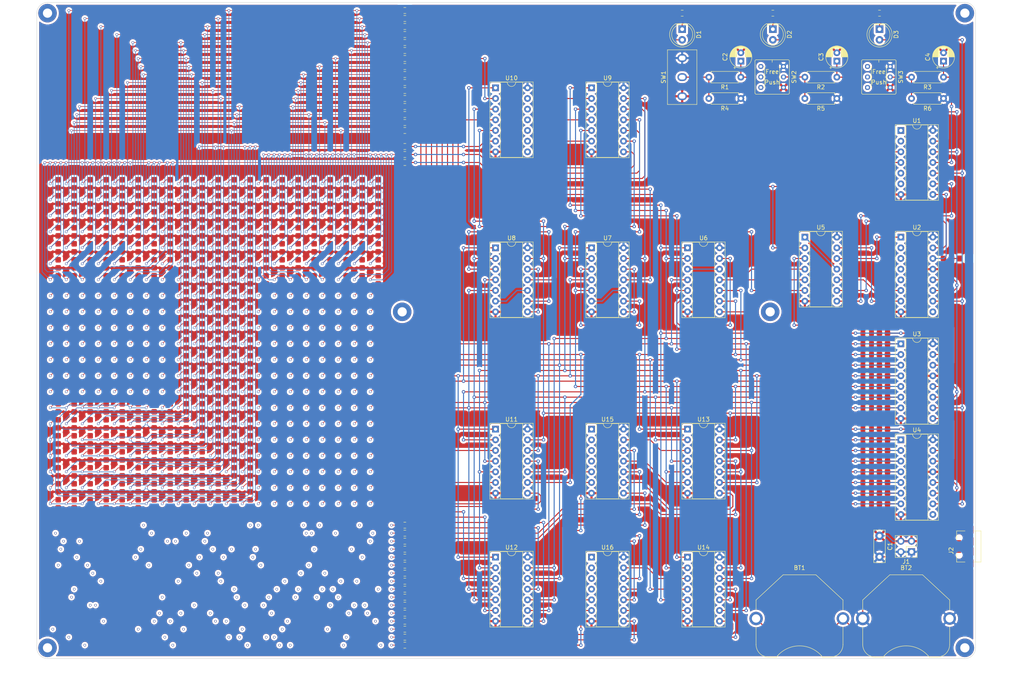
<source format=kicad_pcb>
(kicad_pcb (version 20171130) (host pcbnew 5.1.2)
  (layers (0 F.Cu signal) (1 In1.Cu signal) (2 In2.Cu signal) (31 B.Cu signal) (34 B.Paste user) (35 F.Paste user) (36 B.SilkS user) (37 F.SilkS user) (38 B.Mask user) (39 F.Mask user) (44 Edge.Cuts user))
  (net 0 "")
  (net 1 GND)
  (net 2 VCC)
  (net 3 /clk)
  (net 4 /f7)
  (net 5 /f6)
  (net 6 /f0)
  (net 7 /f1)
  (net 8 /rst)
  (net 9 /usr)
  (net 10 /h0)
  (net 11 /h1)
  (net 12 /b8)
  (net 13 /h2)
  (net 14 /b9)
  (net 15 /b10)
  (net 16 /b11)
  (net 17 /h3)
  (net 18 /b12)
  (net 19 /b13)
  (net 20 /h4)
  (net 21 /h5)
  (net 22 /h6)
  (net 23 /b14)
  (net 24 /b15)
  (net 25 /h7)
  (net 26 /a0)
  (net 27 /a1)
  (net 28 /a2)
  (net 29 /b0)
  (net 30 /b1)
  (net 31 /b2)
  (net 32 /b3)
  (net 33 /b4)
  (net 34 /b5)
  (net 35 /b6)
  (net 36 /b7)
  (net 37 /z0)
  (net 38 /z1)
  (net 39 /z2)
  (net 40 /z3)
  (net 41 /z4)
  (net 42 /z5)
  (net 43 /z6)
  (net 44 /z7)
  (net 45 /o0)
  (net 46 /o1)
  (net 47 /o2)
  (net 48 /o3)
  (net 49 /o4)
  (net 50 /o5)
  (net 51 /o6)
  (net 52 /o7)
  (net 53 "Net-(D234-Pad2)")
  (net 54 "Net-(D318-Pad2)")
  (net 55 "Net-(D339-Pad2)")
  (net 56 "Net-(BT1-Pad1)")
  (net 57 "Net-(C2-Pad1)")
  (net 58 "Net-(C3-Pad1)")
  (net 59 "Net-(D1-Pad1)")
  (net 60 "Net-(D2-Pad1)")
  (net 61 "Net-(D3-Pad1)")
  (net 62 "Net-(D4-Pad2)")
  (net 63 "Net-(D4-Pad1)")
  (net 64 "Net-(D5-Pad1)")
  (net 65 "Net-(D6-Pad1)")
  (net 66 "Net-(D7-Pad1)")
  (net 67 "Net-(D8-Pad1)")
  (net 68 "Net-(D9-Pad1)")
  (net 69 "Net-(D10-Pad1)")
  (net 70 "Net-(D11-Pad1)")
  (net 71 "Net-(D12-Pad1)")
  (net 72 "Net-(D13-Pad1)")
  (net 73 "Net-(D14-Pad1)")
  (net 74 "Net-(D15-Pad1)")
  (net 75 "Net-(D16-Pad1)")
  (net 76 "Net-(D17-Pad1)")
  (net 77 "Net-(D18-Pad1)")
  (net 78 "Net-(D19-Pad1)")
  (net 79 "Net-(D20-Pad1)")
  (net 80 "Net-(D21-Pad2)")
  (net 81 "Net-(D54-Pad2)")
  (net 82 "Net-(D100-Pad2)")
  (net 83 "Net-(D120-Pad2)")
  (net 84 "Net-(D123-Pad2)")
  (net 85 "Net-(D126-Pad2)")
  (net 86 "Net-(D129-Pad2)")
  (net 87 "Net-(D132-Pad2)")
  (net 88 "Net-(D135-Pad2)")
  (net 89 "Net-(D138-Pad2)")
  (net 90 "Net-(D141-Pad2)")
  (net 91 "Net-(D144-Pad2)")
  (net 92 "Net-(D147-Pad2)")
  (net 93 "Net-(D150-Pad2)")
  (net 94 "Net-(D153-Pad2)")
  (net 95 "Net-(D156-Pad2)")
  (net 96 "Net-(D159-Pad2)")
  (net 97 "Net-(D162-Pad2)")
  (net 98 "Net-(D165-Pad2)")
  (net 99 "Net-(D168-Pad2)")
  (net 100 "Net-(D190-Pad2)")
  (net 101 "Net-(D212-Pad2)")
  (net 102 "Net-(D255-Pad2)")
  (net 103 "Net-(D276-Pad2)")
  (net 104 "Net-(D297-Pad2)")
  (net 105 "Net-(D355-Pad2)")
  (net 106 "Net-(D371-Pad2)")
  (net 107 "Net-(D387-Pad2)")
  (net 108 "Net-(D402-Pad2)")
  (net 109 "Net-(D417-Pad2)")
  (net 110 "Net-(D432-Pad2)")
  (net 111 "Net-(D447-Pad2)")
  (net 112 "Net-(R2-Pad2)")
  (net 113 "Net-(R3-Pad2)")
  (net 114 "Net-(U1-Pad9)")
  (net 115 "Net-(U3-Pad9)")
  (net 116 "Net-(U3-Pad14)")
  (net 117 "Net-(U6-Pad13)")
  (net 118 "Net-(U6-Pad12)")
  (net 119 "Net-(U7-Pad10)")
  (net 120 "Net-(U7-Pad12)")
  (net 121 "Net-(U7-Pad3)")
  (net 122 "Net-(U8-Pad12)")
  (net 123 "Net-(U8-Pad3)")
  (net 124 "Net-(U8-Pad10)")
  (net 125 "Net-(U10-Pad5)")
  (net 126 "Net-(U13-Pad8)")
  (net 127 "Net-(U13-Pad3)")
  (net 128 "Net-(U13-Pad11)")
  (net 129 "Net-(U13-Pad6)")
  (net 130 "Net-(U14-Pad8)")
  (net 131 "Net-(U14-Pad3)")
  (net 132 "Net-(U14-Pad11)")
  (net 133 "Net-(U14-Pad6)")
  (net 134 "Net-(C4-Pad1)")
  (net 135 "Net-(R1-Pad2)")
  (net 136 "Net-(U5-Pad5)")
  (net 137 "Net-(U5-Pad1)")
  (net 138 "Net-(U5-Pad4)")
  (module electrokit:SW_SPDT_MTS-102-A2 (layer F.Cu) (at 171.45 33.02 90)
    (fp_text reference SW1 (at 0 -4.445 90) (layer F.SilkS))
    (fp_text value SW_SPDT)
    (pad 1 thru_hole oval (at -4.55 0) (size 2.25 1.85) (drill oval 1.55 1.15) (layers *.Cu *.Mask) (net 1 GND))
    (pad 2 thru_hole oval (at 0 0 180) (size 2.25 1.85) (drill oval 1.55 1.15) (layers *.Cu *.Mask) (net 135 "Net-(R1-Pad2)"))
    (pad 3 thru_hole oval (at 4.55 0 180) (size 2.25 1.85) (drill oval 1.55 1.15) (layers *.Cu *.Mask) (net 2 VCC))
  )
  (module electrokit:BatteryHolder_CR2016_CR2025_CR2032_22mm (layer F.Cu) (at 224.79 161.925)
    (fp_text reference BT2 (at 0 -12.065) (layer F.SilkS))
    (fp_text value Battery_Cell)
    (pad 2 smd circle (at 0 0) (size 10 10) (layers F.Cu F.Mask) (net 56 "Net-(BT1-Pad1)"))
    (pad 1 thru_hole circle (at 10.35 0) (size 3 3) (drill 1.9) (layers *.Cu *.Mask) (net 2 VCC))
    (pad 1 thru_hole circle (at -10.35 0) (size 3.2 3.2) (drill 2) (layers *.Cu *.Mask) (net 2 VCC))
  )
  (module electrokit:BatteryHolder_CR2016_CR2025_CR2032_22mm (layer F.Cu) (at 199.39 161.925)
    (fp_text reference BT1 (at 0 -12.065) (layer F.SilkS))
    (fp_text value Battery_Cell)
    (pad 2 smd circle (at 0 0) (size 10 10) (layers F.Cu F.Mask) (net 1 GND))
    (pad 1 thru_hole circle (at 10.35 0) (size 3 3) (drill 1.9) (layers *.Cu *.Mask) (net 56 "Net-(BT1-Pad1)"))
    (pad 1 thru_hole circle (at -10.35 0) (size 3.2 3.2) (drill 2) (layers *.Cu *.Mask) (net 56 "Net-(BT1-Pad1)"))
  )
  (module Package_DIP:DIP-14_W7.62mm_Socket (layer F.Cu) (at 149.86 147.32)
    (fp_text reference U16 (at 3.81 -2.33) (layer F.SilkS))
    (fp_text value 74HC14)
    (pad 14 thru_hole oval (at 7.62 0) (size 1.6 1.6) (drill 0.8) (layers *.Cu *.Mask) (net 2 VCC))
    (pad 7 thru_hole oval (at 0 15.24) (size 1.6 1.6) (drill 0.8) (layers *.Cu *.Mask) (net 1 GND))
    (pad 13 thru_hole oval (at 7.62 2.54) (size 1.6 1.6) (drill 0.8) (layers *.Cu *.Mask) (net 131 "Net-(U14-Pad3)"))
    (pad 6 thru_hole oval (at 0 12.7) (size 1.6 1.6) (drill 0.8) (layers *.Cu *.Mask) (net 44 /z7))
    (pad 12 thru_hole oval (at 7.62 5.08) (size 1.6 1.6) (drill 0.8) (layers *.Cu *.Mask) (net 41 /z4))
    (pad 5 thru_hole oval (at 0 10.16) (size 1.6 1.6) (drill 0.8) (layers *.Cu *.Mask) (net 132 "Net-(U14-Pad11)"))
    (pad 11 thru_hole oval (at 7.62 7.62) (size 1.6 1.6) (drill 0.8) (layers *.Cu *.Mask) (net 133 "Net-(U14-Pad6)"))
    (pad 4 thru_hole oval (at 0 7.62) (size 1.6 1.6) (drill 0.8) (layers *.Cu *.Mask))
    (pad 10 thru_hole oval (at 7.62 10.16) (size 1.6 1.6) (drill 0.8) (layers *.Cu *.Mask) (net 42 /z5))
    (pad 3 thru_hole oval (at 0 5.08) (size 1.6 1.6) (drill 0.8) (layers *.Cu *.Mask))
    (pad 9 thru_hole oval (at 7.62 12.7) (size 1.6 1.6) (drill 0.8) (layers *.Cu *.Mask) (net 130 "Net-(U14-Pad8)"))
    (pad 2 thru_hole oval (at 0 2.54) (size 1.6 1.6) (drill 0.8) (layers *.Cu *.Mask))
    (pad 8 thru_hole oval (at 7.62 15.24) (size 1.6 1.6) (drill 0.8) (layers *.Cu *.Mask) (net 43 /z6))
    (pad 1 thru_hole rect (at 0 0) (size 1.6 1.6) (drill 0.8) (layers *.Cu *.Mask))
  )
  (module Resistor_THT:R_Axial_DIN0207_L6.3mm_D2.5mm_P7.62mm_Horizontal (layer F.Cu) (at 185.42 38.1 180)
    (fp_text reference R4 (at 3.81 -2.37) (layer F.SilkS))
    (fp_text value 10k)
    (pad 2 thru_hole oval (at 7.62 0 180) (size 1.6 1.6) (drill 0.8) (layers *.Cu *.Mask) (net 135 "Net-(R1-Pad2)"))
    (pad 1 thru_hole circle (at 0 0 180) (size 1.6 1.6) (drill 0.8) (layers *.Cu *.Mask) (net 2 VCC))
  )
  (module Resistor_THT:R_Axial_DIN0207_L6.3mm_D2.5mm_P7.62mm_Horizontal (layer F.Cu) (at 185.42 33.02 180)
    (fp_text reference R1 (at 3.81 -2.37) (layer F.SilkS))
    (fp_text value 1k)
    (pad 2 thru_hole oval (at 7.62 0 180) (size 1.6 1.6) (drill 0.8) (layers *.Cu *.Mask) (net 135 "Net-(R1-Pad2)"))
    (pad 1 thru_hole circle (at 0 0 180) (size 1.6 1.6) (drill 0.8) (layers *.Cu *.Mask) (net 57 "Net-(C2-Pad1)"))
  )
  (module Capacitor_THT:CP_Radial_D5.0mm_P2.00mm (layer F.Cu) (at 185.42 29.21 90)
    (fp_text reference C2 (at 1 -3.75 90) (layer F.SilkS))
    (fp_text value "10 uF")
    (pad 2 thru_hole circle (at 2 0 90) (size 1.6 1.6) (drill 0.8) (layers *.Cu *.Mask) (net 1 GND))
    (pad 1 thru_hole rect (at 0 0 90) (size 1.6 1.6) (drill 0.8) (layers *.Cu *.Mask) (net 57 "Net-(C2-Pad1)"))
  )
  (module electrokit:SW_PUSH_DPDT_CW_Industries_GPBS850L (layer F.Cu) (at 220.98 30.48 270)
    (fp_text reference SW3 (at 2.5 -2.5 90) (layer F.SilkS))
    (fp_text value SW_SPDT)
    (fp_text user Push (at 3.75 2.7 180) (layer F.SilkS))
    (fp_text user Free (at 1.25 2.7 180) (layer F.SilkS))
    (pad 6 thru_hole circle (at 5 5.4 270) (size 1.2 1.2) (drill 0.65) (layers *.Cu *.Mask))
    (pad 5 thru_hole circle (at 2.5 5.4 270) (size 1.2 1.2) (drill 0.65) (layers *.Cu *.Mask))
    (pad 4 thru_hole circle (at 0 5.4 270) (size 1.2 1.2) (drill 0.65) (layers *.Cu *.Mask))
    (pad 3 thru_hole circle (at 5 0 270) (size 1.2 1.2) (drill 0.65) (layers *.Cu *.Mask) (net 1 GND))
    (pad 2 thru_hole circle (at 2.5 0 270) (size 1.2 1.2) (drill 0.65) (layers *.Cu *.Mask) (net 113 "Net-(R3-Pad2)"))
    (pad 1 thru_hole circle (at 0 0 270) (size 1.2 1.2) (drill 0.65) (layers *.Cu *.Mask) (net 2 VCC))
  )
  (module electrokit:SW_PUSH_DPDT_CW_Industries_GPBS850L (layer F.Cu) (at 195.58 30.48 270)
    (fp_text reference SW2 (at 2.5 -2.5 90) (layer F.SilkS))
    (fp_text value SW_SPDT)
    (fp_text user Push (at 3.75 2.7 180) (layer F.SilkS))
    (fp_text user Free (at 1.25 2.7 180) (layer F.SilkS))
    (pad 6 thru_hole circle (at 5 5.4 270) (size 1.2 1.2) (drill 0.65) (layers *.Cu *.Mask))
    (pad 5 thru_hole circle (at 2.5 5.4 270) (size 1.2 1.2) (drill 0.65) (layers *.Cu *.Mask))
    (pad 4 thru_hole circle (at 0 5.4 270) (size 1.2 1.2) (drill 0.65) (layers *.Cu *.Mask))
    (pad 3 thru_hole circle (at 5 0 270) (size 1.2 1.2) (drill 0.65) (layers *.Cu *.Mask) (net 1 GND))
    (pad 2 thru_hole circle (at 2.5 0 270) (size 1.2 1.2) (drill 0.65) (layers *.Cu *.Mask) (net 112 "Net-(R2-Pad2)"))
    (pad 1 thru_hole circle (at 0 0 270) (size 1.2 1.2) (drill 0.65) (layers *.Cu *.Mask) (net 2 VCC))
  )
  (module MountingHole:MountingHole_2.2mm_M2_Pad (layer F.Cu) (at 104.775 88.9)
    (fp_text reference REF** hide)
    (fp_text value MountingHole_2.2mm_M2_Pad)
    (pad 1 thru_hole circle (at 0 0) (size 4.4 4.4) (drill 2.2) (layers *.Cu *.Mask))
  )
  (module MountingHole:MountingHole_2.2mm_M2_Pad (layer F.Cu) (at 192.405 88.9)
    (fp_text reference REF** hide)
    (fp_text value MountingHole_2.2mm_M2_Pad)
    (pad 1 thru_hole circle (at 0 0) (size 4.4 4.4) (drill 2.2) (layers *.Cu *.Mask))
  )
  (module MountingHole:MountingHole_2.2mm_M2_Pad (layer F.Cu) (at 20.32 168.91)
    (fp_text reference REF** hide)
    (fp_text value MountingHole_2.2mm_M2_Pad)
    (pad 1 thru_hole circle (at 0 0) (size 4.4 4.4) (drill 2.2) (layers *.Cu *.Mask))
  )
  (module MountingHole:MountingHole_2.2mm_M2_Pad (layer F.Cu) (at 20.32 17.78)
    (fp_text reference REF** hide)
    (fp_text value MountingHole_2.2mm_M2_Pad)
    (pad 1 thru_hole circle (at 0 0) (size 4.4 4.4) (drill 2.2) (layers *.Cu *.Mask))
  )
  (module MountingHole:MountingHole_2.2mm_M2_Pad (layer F.Cu) (at 238.76 17.78)
    (fp_text reference REF** hide)
    (fp_text value MountingHole_2.2mm_M2_Pad)
    (pad 1 thru_hole circle (at 0 0) (size 4.4 4.4) (drill 2.2) (layers *.Cu *.Mask))
  )
  (module MountingHole:MountingHole_2.2mm_M2_Pad (layer F.Cu) (at 238.76 168.91)
    (fp_text reference REF** hide)
    (fp_text value MountingHole_2.2mm_M2_Pad)
    (pad 1 thru_hole circle (at 0 0) (size 4.4 4.4) (drill 2.2) (layers *.Cu *.Mask))
  )
  (module electrokit:LED_0805_2012Metric_Castellated_no_silkscreen (layer F.Cu) (at 53.34 134.62 90)
    (fp_text reference D461)
    (fp_text value LED)
    (pad 2 smd roundrect (at 0.9625 0 90) (size 1.325 1.3) (layers F.Cu F.Paste F.Mask) (roundrect_rratio 0.192308) (net 111 "Net-(D447-Pad2)"))
    (pad 1 smd roundrect (at -0.9625 0 90) (size 1.325 1.3) (layers F.Cu F.Paste F.Mask) (roundrect_rratio 0.192308) (net 1 GND))
  )
  (module electrokit:LED_0805_2012Metric_Castellated_no_silkscreen (layer F.Cu) (at 83.82 127 90)
    (fp_text reference D460)
    (fp_text value LED)
    (pad 2 smd roundrect (at 0.9625 0 90) (size 1.325 1.3) (layers F.Cu F.Paste F.Mask) (roundrect_rratio 0.192308) (net 111 "Net-(D447-Pad2)"))
    (pad 1 smd roundrect (at -0.9625 0 90) (size 1.325 1.3) (layers F.Cu F.Paste F.Mask) (roundrect_rratio 0.192308) (net 1 GND))
  )
  (module electrokit:LED_0805_2012Metric_Castellated_no_silkscreen (layer F.Cu) (at 83.82 123.19 90)
    (fp_text reference D459)
    (fp_text value LED)
    (pad 2 smd roundrect (at 0.9625 0 90) (size 1.325 1.3) (layers F.Cu F.Paste F.Mask) (roundrect_rratio 0.192308) (net 111 "Net-(D447-Pad2)"))
    (pad 1 smd roundrect (at -0.9625 0 90) (size 1.325 1.3) (layers F.Cu F.Paste F.Mask) (roundrect_rratio 0.192308) (net 1 GND))
  )
  (module electrokit:LED_0805_2012Metric_Castellated_no_silkscreen (layer F.Cu) (at 80.01 119.38 90)
    (fp_text reference D458)
    (fp_text value LED)
    (pad 2 smd roundrect (at 0.9625 0 90) (size 1.325 1.3) (layers F.Cu F.Paste F.Mask) (roundrect_rratio 0.192308) (net 111 "Net-(D447-Pad2)"))
    (pad 1 smd roundrect (at -0.9625 0 90) (size 1.325 1.3) (layers F.Cu F.Paste F.Mask) (roundrect_rratio 0.192308) (net 1 GND))
  )
  (module electrokit:LED_0805_2012Metric_Castellated_no_silkscreen (layer F.Cu) (at 95.25 111.76 90)
    (fp_text reference D457)
    (fp_text value LED)
    (pad 2 smd roundrect (at 0.9625 0 90) (size 1.325 1.3) (layers F.Cu F.Paste F.Mask) (roundrect_rratio 0.192308) (net 111 "Net-(D447-Pad2)"))
    (pad 1 smd roundrect (at -0.9625 0 90) (size 1.325 1.3) (layers F.Cu F.Paste F.Mask) (roundrect_rratio 0.192308) (net 1 GND))
  )
  (module electrokit:LED_0805_2012Metric_Castellated_no_silkscreen (layer F.Cu) (at 91.44 107.95 90)
    (fp_text reference D456)
    (fp_text value LED)
    (pad 2 smd roundrect (at 0.9625 0 90) (size 1.325 1.3) (layers F.Cu F.Paste F.Mask) (roundrect_rratio 0.192308) (net 111 "Net-(D447-Pad2)"))
    (pad 1 smd roundrect (at -0.9625 0 90) (size 1.325 1.3) (layers F.Cu F.Paste F.Mask) (roundrect_rratio 0.192308) (net 1 GND))
  )
  (module electrokit:LED_0805_2012Metric_Castellated_no_silkscreen (layer F.Cu) (at 64.77 104.14 90)
    (fp_text reference D455)
    (fp_text value LED)
    (pad 2 smd roundrect (at 0.9625 0 90) (size 1.325 1.3) (layers F.Cu F.Paste F.Mask) (roundrect_rratio 0.192308) (net 111 "Net-(D447-Pad2)"))
    (pad 1 smd roundrect (at -0.9625 0 90) (size 1.325 1.3) (layers F.Cu F.Paste F.Mask) (roundrect_rratio 0.192308) (net 1 GND))
  )
  (module electrokit:LED_0805_2012Metric_Castellated_no_silkscreen (layer F.Cu) (at 83.82 100.33 90)
    (fp_text reference D454)
    (fp_text value LED)
    (pad 2 smd roundrect (at 0.9625 0 90) (size 1.325 1.3) (layers F.Cu F.Paste F.Mask) (roundrect_rratio 0.192308) (net 111 "Net-(D447-Pad2)"))
    (pad 1 smd roundrect (at -0.9625 0 90) (size 1.325 1.3) (layers F.Cu F.Paste F.Mask) (roundrect_rratio 0.192308) (net 1 GND))
  )
  (module electrokit:LED_0805_2012Metric_Castellated_no_silkscreen (layer F.Cu) (at 41.91 100.33 90)
    (fp_text reference D453)
    (fp_text value LED)
    (pad 2 smd roundrect (at 0.9625 0 90) (size 1.325 1.3) (layers F.Cu F.Paste F.Mask) (roundrect_rratio 0.192308) (net 111 "Net-(D447-Pad2)"))
    (pad 1 smd roundrect (at -0.9625 0 90) (size 1.325 1.3) (layers F.Cu F.Paste F.Mask) (roundrect_rratio 0.192308) (net 1 GND))
  )
  (module electrokit:LED_0805_2012Metric_Castellated_no_silkscreen (layer F.Cu) (at 38.1 96.52 90)
    (fp_text reference D452)
    (fp_text value LED)
    (pad 2 smd roundrect (at 0.9625 0 90) (size 1.325 1.3) (layers F.Cu F.Paste F.Mask) (roundrect_rratio 0.192308) (net 111 "Net-(D447-Pad2)"))
    (pad 1 smd roundrect (at -0.9625 0 90) (size 1.325 1.3) (layers F.Cu F.Paste F.Mask) (roundrect_rratio 0.192308) (net 1 GND))
  )
  (module electrokit:LED_0805_2012Metric_Castellated_no_silkscreen (layer F.Cu) (at 76.2 92.71 90)
    (fp_text reference D451)
    (fp_text value LED)
    (pad 2 smd roundrect (at 0.9625 0 90) (size 1.325 1.3) (layers F.Cu F.Paste F.Mask) (roundrect_rratio 0.192308) (net 111 "Net-(D447-Pad2)"))
    (pad 1 smd roundrect (at -0.9625 0 90) (size 1.325 1.3) (layers F.Cu F.Paste F.Mask) (roundrect_rratio 0.192308) (net 1 GND))
  )
  (module electrokit:LED_0805_2012Metric_Castellated_no_silkscreen (layer F.Cu) (at 91.44 88.9 90)
    (fp_text reference D450)
    (fp_text value LED)
    (pad 2 smd roundrect (at 0.9625 0 90) (size 1.325 1.3) (layers F.Cu F.Paste F.Mask) (roundrect_rratio 0.192308) (net 111 "Net-(D447-Pad2)"))
    (pad 1 smd roundrect (at -0.9625 0 90) (size 1.325 1.3) (layers F.Cu F.Paste F.Mask) (roundrect_rratio 0.192308) (net 1 GND))
  )
  (module electrokit:LED_0805_2012Metric_Castellated_no_silkscreen (layer F.Cu) (at 26.67 88.9 90)
    (fp_text reference D449)
    (fp_text value LED)
    (pad 2 smd roundrect (at 0.9625 0 90) (size 1.325 1.3) (layers F.Cu F.Paste F.Mask) (roundrect_rratio 0.192308) (net 111 "Net-(D447-Pad2)"))
    (pad 1 smd roundrect (at -0.9625 0 90) (size 1.325 1.3) (layers F.Cu F.Paste F.Mask) (roundrect_rratio 0.192308) (net 1 GND))
  )
  (module electrokit:LED_0805_2012Metric_Castellated_no_silkscreen (layer F.Cu) (at 68.58 77.47 90)
    (fp_text reference D448)
    (fp_text value LED)
    (pad 2 smd roundrect (at 0.9625 0 90) (size 1.325 1.3) (layers F.Cu F.Paste F.Mask) (roundrect_rratio 0.192308) (net 111 "Net-(D447-Pad2)"))
    (pad 1 smd roundrect (at -0.9625 0 90) (size 1.325 1.3) (layers F.Cu F.Paste F.Mask) (roundrect_rratio 0.192308) (net 1 GND))
  )
  (module electrokit:LED_0805_2012Metric_Castellated_no_silkscreen (layer F.Cu) (at 64.77 69.85 90)
    (fp_text reference D447)
    (fp_text value LED)
    (pad 2 smd roundrect (at 0.9625 0 90) (size 1.325 1.3) (layers F.Cu F.Paste F.Mask) (roundrect_rratio 0.192308) (net 111 "Net-(D447-Pad2)"))
    (pad 1 smd roundrect (at -0.9625 0 90) (size 1.325 1.3) (layers F.Cu F.Paste F.Mask) (roundrect_rratio 0.192308) (net 1 GND))
  )
  (module electrokit:LED_0805_2012Metric_Castellated_no_silkscreen (layer F.Cu) (at 83.82 130.81 90)
    (fp_text reference D446)
    (fp_text value LED)
    (pad 2 smd roundrect (at 0.9625 0 90) (size 1.325 1.3) (layers F.Cu F.Paste F.Mask) (roundrect_rratio 0.192308) (net 110 "Net-(D432-Pad2)"))
    (pad 1 smd roundrect (at -0.9625 0 90) (size 1.325 1.3) (layers F.Cu F.Paste F.Mask) (roundrect_rratio 0.192308) (net 1 GND))
  )
  (module electrokit:LED_0805_2012Metric_Castellated_no_silkscreen (layer F.Cu) (at 76.2 127 90)
    (fp_text reference D445)
    (fp_text value LED)
    (pad 2 smd roundrect (at 0.9625 0 90) (size 1.325 1.3) (layers F.Cu F.Paste F.Mask) (roundrect_rratio 0.192308) (net 110 "Net-(D432-Pad2)"))
    (pad 1 smd roundrect (at -0.9625 0 90) (size 1.325 1.3) (layers F.Cu F.Paste F.Mask) (roundrect_rratio 0.192308) (net 1 GND))
  )
  (module electrokit:LED_0805_2012Metric_Castellated_no_silkscreen (layer F.Cu) (at 76.2 123.19 90)
    (fp_text reference D444)
    (fp_text value LED)
    (pad 2 smd roundrect (at 0.9625 0 90) (size 1.325 1.3) (layers F.Cu F.Paste F.Mask) (roundrect_rratio 0.192308) (net 110 "Net-(D432-Pad2)"))
    (pad 1 smd roundrect (at -0.9625 0 90) (size 1.325 1.3) (layers F.Cu F.Paste F.Mask) (roundrect_rratio 0.192308) (net 1 GND))
  )
  (module electrokit:LED_0805_2012Metric_Castellated_no_silkscreen (layer F.Cu) (at 68.58 119.38 90)
    (fp_text reference D443)
    (fp_text value LED)
    (pad 2 smd roundrect (at 0.9625 0 90) (size 1.325 1.3) (layers F.Cu F.Paste F.Mask) (roundrect_rratio 0.192308) (net 110 "Net-(D432-Pad2)"))
    (pad 1 smd roundrect (at -0.9625 0 90) (size 1.325 1.3) (layers F.Cu F.Paste F.Mask) (roundrect_rratio 0.192308) (net 1 GND))
  )
  (module electrokit:LED_0805_2012Metric_Castellated_no_silkscreen (layer F.Cu) (at 87.63 111.76 90)
    (fp_text reference D442)
    (fp_text value LED)
    (pad 2 smd roundrect (at 0.9625 0 90) (size 1.325 1.3) (layers F.Cu F.Paste F.Mask) (roundrect_rratio 0.192308) (net 110 "Net-(D432-Pad2)"))
    (pad 1 smd roundrect (at -0.9625 0 90) (size 1.325 1.3) (layers F.Cu F.Paste F.Mask) (roundrect_rratio 0.192308) (net 1 GND))
  )
  (module electrokit:LED_0805_2012Metric_Castellated_no_silkscreen (layer F.Cu) (at 87.63 107.95 90)
    (fp_text reference D441)
    (fp_text value LED)
    (pad 2 smd roundrect (at 0.9625 0 90) (size 1.325 1.3) (layers F.Cu F.Paste F.Mask) (roundrect_rratio 0.192308) (net 110 "Net-(D432-Pad2)"))
    (pad 1 smd roundrect (at -0.9625 0 90) (size 1.325 1.3) (layers F.Cu F.Paste F.Mask) (roundrect_rratio 0.192308) (net 1 GND))
  )
  (module electrokit:LED_0805_2012Metric_Castellated_no_silkscreen (layer F.Cu) (at 57.15 104.14 90)
    (fp_text reference D440)
    (fp_text value LED)
    (pad 2 smd roundrect (at 0.9625 0 90) (size 1.325 1.3) (layers F.Cu F.Paste F.Mask) (roundrect_rratio 0.192308) (net 110 "Net-(D432-Pad2)"))
    (pad 1 smd roundrect (at -0.9625 0 90) (size 1.325 1.3) (layers F.Cu F.Paste F.Mask) (roundrect_rratio 0.192308) (net 1 GND))
  )
  (module electrokit:LED_0805_2012Metric_Castellated_no_silkscreen (layer F.Cu) (at 80.01 100.33 90)
    (fp_text reference D439)
    (fp_text value LED)
    (pad 2 smd roundrect (at 0.9625 0 90) (size 1.325 1.3) (layers F.Cu F.Paste F.Mask) (roundrect_rratio 0.192308) (net 110 "Net-(D432-Pad2)"))
    (pad 1 smd roundrect (at -0.9625 0 90) (size 1.325 1.3) (layers F.Cu F.Paste F.Mask) (roundrect_rratio 0.192308) (net 1 GND))
  )
  (module electrokit:LED_0805_2012Metric_Castellated_no_silkscreen (layer F.Cu) (at 34.29 100.33 90)
    (fp_text reference D438)
    (fp_text value LED)
    (pad 2 smd roundrect (at 0.9625 0 90) (size 1.325 1.3) (layers F.Cu F.Paste F.Mask) (roundrect_rratio 0.192308) (net 110 "Net-(D432-Pad2)"))
    (pad 1 smd roundrect (at -0.9625 0 90) (size 1.325 1.3) (layers F.Cu F.Paste F.Mask) (roundrect_rratio 0.192308) (net 1 GND))
  )
  (module electrokit:LED_0805_2012Metric_Castellated_no_silkscreen (layer F.Cu) (at 34.29 96.52 90)
    (fp_text reference D437)
    (fp_text value LED)
    (pad 2 smd roundrect (at 0.9625 0 90) (size 1.325 1.3) (layers F.Cu F.Paste F.Mask) (roundrect_rratio 0.192308) (net 110 "Net-(D432-Pad2)"))
    (pad 1 smd roundrect (at -0.9625 0 90) (size 1.325 1.3) (layers F.Cu F.Paste F.Mask) (roundrect_rratio 0.192308) (net 1 GND))
  )
  (module electrokit:LED_0805_2012Metric_Castellated_no_silkscreen (layer F.Cu) (at 64.77 92.71 90)
    (fp_text reference D436)
    (fp_text value LED)
    (pad 2 smd roundrect (at 0.9625 0 90) (size 1.325 1.3) (layers F.Cu F.Paste F.Mask) (roundrect_rratio 0.192308) (net 110 "Net-(D432-Pad2)"))
    (pad 1 smd roundrect (at -0.9625 0 90) (size 1.325 1.3) (layers F.Cu F.Paste F.Mask) (roundrect_rratio 0.192308) (net 1 GND))
  )
  (module electrokit:LED_0805_2012Metric_Castellated_no_silkscreen (layer F.Cu) (at 87.63 88.9 90)
    (fp_text reference D435)
    (fp_text value LED)
    (pad 2 smd roundrect (at 0.9625 0 90) (size 1.325 1.3) (layers F.Cu F.Paste F.Mask) (roundrect_rratio 0.192308) (net 110 "Net-(D432-Pad2)"))
    (pad 1 smd roundrect (at -0.9625 0 90) (size 1.325 1.3) (layers F.Cu F.Paste F.Mask) (roundrect_rratio 0.192308) (net 1 GND))
  )
  (module electrokit:LED_0805_2012Metric_Castellated_no_silkscreen (layer F.Cu) (at 22.86 88.9 90)
    (fp_text reference D434)
    (fp_text value LED)
    (pad 2 smd roundrect (at 0.9625 0 90) (size 1.325 1.3) (layers F.Cu F.Paste F.Mask) (roundrect_rratio 0.192308) (net 110 "Net-(D432-Pad2)"))
    (pad 1 smd roundrect (at -0.9625 0 90) (size 1.325 1.3) (layers F.Cu F.Paste F.Mask) (roundrect_rratio 0.192308) (net 1 GND))
  )
  (module electrokit:LED_0805_2012Metric_Castellated_no_silkscreen (layer F.Cu) (at 64.77 77.47 90)
    (fp_text reference D433)
    (fp_text value LED)
    (pad 2 smd roundrect (at 0.9625 0 90) (size 1.325 1.3) (layers F.Cu F.Paste F.Mask) (roundrect_rratio 0.192308) (net 110 "Net-(D432-Pad2)"))
    (pad 1 smd roundrect (at -0.9625 0 90) (size 1.325 1.3) (layers F.Cu F.Paste F.Mask) (roundrect_rratio 0.192308) (net 1 GND))
  )
  (module electrokit:LED_0805_2012Metric_Castellated_no_silkscreen (layer F.Cu) (at 53.34 69.85 90)
    (fp_text reference D432)
    (fp_text value LED)
    (pad 2 smd roundrect (at 0.9625 0 90) (size 1.325 1.3) (layers F.Cu F.Paste F.Mask) (roundrect_rratio 0.192308) (net 110 "Net-(D432-Pad2)"))
    (pad 1 smd roundrect (at -0.9625 0 90) (size 1.325 1.3) (layers F.Cu F.Paste F.Mask) (roundrect_rratio 0.192308) (net 1 GND))
  )
  (module electrokit:LED_0805_2012Metric_Castellated_no_silkscreen (layer F.Cu) (at 72.39 130.81 90)
    (fp_text reference D431)
    (fp_text value LED)
    (pad 2 smd roundrect (at 0.9625 0 90) (size 1.325 1.3) (layers F.Cu F.Paste F.Mask) (roundrect_rratio 0.192308) (net 109 "Net-(D417-Pad2)"))
    (pad 1 smd roundrect (at -0.9625 0 90) (size 1.325 1.3) (layers F.Cu F.Paste F.Mask) (roundrect_rratio 0.192308) (net 1 GND))
  )
  (module electrokit:LED_0805_2012Metric_Castellated_no_silkscreen (layer F.Cu) (at 72.39 127 90)
    (fp_text reference D430)
    (fp_text value LED)
    (pad 2 smd roundrect (at 0.9625 0 90) (size 1.325 1.3) (layers F.Cu F.Paste F.Mask) (roundrect_rratio 0.192308) (net 109 "Net-(D417-Pad2)"))
    (pad 1 smd roundrect (at -0.9625 0 90) (size 1.325 1.3) (layers F.Cu F.Paste F.Mask) (roundrect_rratio 0.192308) (net 1 GND))
  )
  (module electrokit:LED_0805_2012Metric_Castellated_no_silkscreen (layer F.Cu) (at 72.39 123.19 90)
    (fp_text reference D429)
    (fp_text value LED)
    (pad 2 smd roundrect (at 0.9625 0 90) (size 1.325 1.3) (layers F.Cu F.Paste F.Mask) (roundrect_rratio 0.192308) (net 109 "Net-(D417-Pad2)"))
    (pad 1 smd roundrect (at -0.9625 0 90) (size 1.325 1.3) (layers F.Cu F.Paste F.Mask) (roundrect_rratio 0.192308) (net 1 GND))
  )
  (module electrokit:LED_0805_2012Metric_Castellated_no_silkscreen (layer F.Cu) (at 57.15 119.38 90)
    (fp_text reference D428)
    (fp_text value LED)
    (pad 2 smd roundrect (at 0.9625 0 90) (size 1.325 1.3) (layers F.Cu F.Paste F.Mask) (roundrect_rratio 0.192308) (net 109 "Net-(D417-Pad2)"))
    (pad 1 smd roundrect (at -0.9625 0 90) (size 1.325 1.3) (layers F.Cu F.Paste F.Mask) (roundrect_rratio 0.192308) (net 1 GND))
  )
  (module electrokit:LED_0805_2012Metric_Castellated_no_silkscreen (layer F.Cu) (at 83.82 111.76 90)
    (fp_text reference D427)
    (fp_text value LED)
    (pad 2 smd roundrect (at 0.9625 0 90) (size 1.325 1.3) (layers F.Cu F.Paste F.Mask) (roundrect_rratio 0.192308) (net 109 "Net-(D417-Pad2)"))
    (pad 1 smd roundrect (at -0.9625 0 90) (size 1.325 1.3) (layers F.Cu F.Paste F.Mask) (roundrect_rratio 0.192308) (net 1 GND))
  )
  (module electrokit:LED_0805_2012Metric_Castellated_no_silkscreen (layer F.Cu) (at 83.82 107.95 90)
    (fp_text reference D426)
    (fp_text value LED)
    (pad 2 smd roundrect (at 0.9625 0 90) (size 1.325 1.3) (layers F.Cu F.Paste F.Mask) (roundrect_rratio 0.192308) (net 109 "Net-(D417-Pad2)"))
    (pad 1 smd roundrect (at -0.9625 0 90) (size 1.325 1.3) (layers F.Cu F.Paste F.Mask) (roundrect_rratio 0.192308) (net 1 GND))
  )
  (module electrokit:LED_0805_2012Metric_Castellated_no_silkscreen (layer F.Cu) (at 45.72 104.14 90)
    (fp_text reference D425)
    (fp_text value LED)
    (pad 2 smd roundrect (at 0.9625 0 90) (size 1.325 1.3) (layers F.Cu F.Paste F.Mask) (roundrect_rratio 0.192308) (net 109 "Net-(D417-Pad2)"))
    (pad 1 smd roundrect (at -0.9625 0 90) (size 1.325 1.3) (layers F.Cu F.Paste F.Mask) (roundrect_rratio 0.192308) (net 1 GND))
  )
  (module electrokit:LED_0805_2012Metric_Castellated_no_silkscreen (layer F.Cu) (at 72.39 100.33 90)
    (fp_text reference D424)
    (fp_text value LED)
    (pad 2 smd roundrect (at 0.9625 0 90) (size 1.325 1.3) (layers F.Cu F.Paste F.Mask) (roundrect_rratio 0.192308) (net 109 "Net-(D417-Pad2)"))
    (pad 1 smd roundrect (at -0.9625 0 90) (size 1.325 1.3) (layers F.Cu F.Paste F.Mask) (roundrect_rratio 0.192308) (net 1 GND))
  )
  (module electrokit:LED_0805_2012Metric_Castellated_no_silkscreen (layer F.Cu) (at 22.86 100.33 90)
    (fp_text reference D423)
    (fp_text value LED)
    (pad 2 smd roundrect (at 0.9625 0 90) (size 1.325 1.3) (layers F.Cu F.Paste F.Mask) (roundrect_rratio 0.192308) (net 109 "Net-(D417-Pad2)"))
    (pad 1 smd roundrect (at -0.9625 0 90) (size 1.325 1.3) (layers F.Cu F.Paste F.Mask) (roundrect_rratio 0.192308) (net 1 GND))
  )
  (module electrokit:LED_0805_2012Metric_Castellated_no_silkscreen (layer F.Cu) (at 30.48 96.52 90)
    (fp_text reference D422)
    (fp_text value LED)
    (pad 2 smd roundrect (at 0.9625 0 90) (size 1.325 1.3) (layers F.Cu F.Paste F.Mask) (roundrect_rratio 0.192308) (net 109 "Net-(D417-Pad2)"))
    (pad 1 smd roundrect (at -0.9625 0 90) (size 1.325 1.3) (layers F.Cu F.Paste F.Mask) (roundrect_rratio 0.192308) (net 1 GND))
  )
  (module electrokit:LED_0805_2012Metric_Castellated_no_silkscreen (layer F.Cu) (at 60.96 92.71 90)
    (fp_text reference D421)
    (fp_text value LED)
    (pad 2 smd roundrect (at 0.9625 0 90) (size 1.325 1.3) (layers F.Cu F.Paste F.Mask) (roundrect_rratio 0.192308) (net 109 "Net-(D417-Pad2)"))
    (pad 1 smd roundrect (at -0.9625 0 90) (size 1.325 1.3) (layers F.Cu F.Paste F.Mask) (roundrect_rratio 0.192308) (net 1 GND))
  )
  (module electrokit:LED_0805_2012Metric_Castellated_no_silkscreen (layer F.Cu) (at 80.01 88.9 90)
    (fp_text reference D420)
    (fp_text value LED)
    (pad 2 smd roundrect (at 0.9625 0 90) (size 1.325 1.3) (layers F.Cu F.Paste F.Mask) (roundrect_rratio 0.192308) (net 109 "Net-(D417-Pad2)"))
    (pad 1 smd roundrect (at -0.9625 0 90) (size 1.325 1.3) (layers F.Cu F.Paste F.Mask) (roundrect_rratio 0.192308) (net 1 GND))
  )
  (module electrokit:LED_0805_2012Metric_Castellated_no_silkscreen (layer F.Cu) (at 64.77 85.09 90)
    (fp_text reference D419)
    (fp_text value LED)
    (pad 2 smd roundrect (at 0.9625 0 90) (size 1.325 1.3) (layers F.Cu F.Paste F.Mask) (roundrect_rratio 0.192308) (net 109 "Net-(D417-Pad2)"))
    (pad 1 smd roundrect (at -0.9625 0 90) (size 1.325 1.3) (layers F.Cu F.Paste F.Mask) (roundrect_rratio 0.192308) (net 1 GND))
  )
  (module electrokit:LED_0805_2012Metric_Castellated_no_silkscreen (layer F.Cu) (at 57.15 77.47 90)
    (fp_text reference D418)
    (fp_text value LED)
    (pad 2 smd roundrect (at 0.9625 0 90) (size 1.325 1.3) (layers F.Cu F.Paste F.Mask) (roundrect_rratio 0.192308) (net 109 "Net-(D417-Pad2)"))
    (pad 1 smd roundrect (at -0.9625 0 90) (size 1.325 1.3) (layers F.Cu F.Paste F.Mask) (roundrect_rratio 0.192308) (net 1 GND))
  )
  (module electrokit:LED_0805_2012Metric_Castellated_no_silkscreen (layer F.Cu) (at 60.96 66.04 90)
    (fp_text reference D417)
    (fp_text value LED)
    (pad 2 smd roundrect (at 0.9625 0 90) (size 1.325 1.3) (layers F.Cu F.Paste F.Mask) (roundrect_rratio 0.192308) (net 109 "Net-(D417-Pad2)"))
    (pad 1 smd roundrect (at -0.9625 0 90) (size 1.325 1.3) (layers F.Cu F.Paste F.Mask) (roundrect_rratio 0.192308) (net 1 GND))
  )
  (module electrokit:LED_0805_2012Metric_Castellated_no_silkscreen (layer F.Cu) (at 64.77 130.81 90)
    (fp_text reference D416)
    (fp_text value LED)
    (pad 2 smd roundrect (at 0.9625 0 90) (size 1.325 1.3) (layers F.Cu F.Paste F.Mask) (roundrect_rratio 0.192308) (net 108 "Net-(D402-Pad2)"))
    (pad 1 smd roundrect (at -0.9625 0 90) (size 1.325 1.3) (layers F.Cu F.Paste F.Mask) (roundrect_rratio 0.192308) (net 1 GND))
  )
  (module electrokit:LED_0805_2012Metric_Castellated_no_silkscreen (layer F.Cu) (at 64.77 127 90)
    (fp_text reference D415)
    (fp_text value LED)
    (pad 2 smd roundrect (at 0.9625 0 90) (size 1.325 1.3) (layers F.Cu F.Paste F.Mask) (roundrect_rratio 0.192308) (net 108 "Net-(D402-Pad2)"))
    (pad 1 smd roundrect (at -0.9625 0 90) (size 1.325 1.3) (layers F.Cu F.Paste F.Mask) (roundrect_rratio 0.192308) (net 1 GND))
  )
  (module electrokit:LED_0805_2012Metric_Castellated_no_silkscreen (layer F.Cu) (at 64.77 123.19 90)
    (fp_text reference D414)
    (fp_text value LED)
    (pad 2 smd roundrect (at 0.9625 0 90) (size 1.325 1.3) (layers F.Cu F.Paste F.Mask) (roundrect_rratio 0.192308) (net 108 "Net-(D402-Pad2)"))
    (pad 1 smd roundrect (at -0.9625 0 90) (size 1.325 1.3) (layers F.Cu F.Paste F.Mask) (roundrect_rratio 0.192308) (net 1 GND))
  )
  (module electrokit:LED_0805_2012Metric_Castellated_no_silkscreen (layer F.Cu) (at 53.34 119.38 90)
    (fp_text reference D413)
    (fp_text value LED)
    (pad 2 smd roundrect (at 0.9625 0 90) (size 1.325 1.3) (layers F.Cu F.Paste F.Mask) (roundrect_rratio 0.192308) (net 108 "Net-(D402-Pad2)"))
    (pad 1 smd roundrect (at -0.9625 0 90) (size 1.325 1.3) (layers F.Cu F.Paste F.Mask) (roundrect_rratio 0.192308) (net 1 GND))
  )
  (module electrokit:LED_0805_2012Metric_Castellated_no_silkscreen (layer F.Cu) (at 76.2 111.76 90)
    (fp_text reference D412)
    (fp_text value LED)
    (pad 2 smd roundrect (at 0.9625 0 90) (size 1.325 1.3) (layers F.Cu F.Paste F.Mask) (roundrect_rratio 0.192308) (net 108 "Net-(D402-Pad2)"))
    (pad 1 smd roundrect (at -0.9625 0 90) (size 1.325 1.3) (layers F.Cu F.Paste F.Mask) (roundrect_rratio 0.192308) (net 1 GND))
  )
  (module electrokit:LED_0805_2012Metric_Castellated_no_silkscreen (layer F.Cu) (at 72.39 107.95 90)
    (fp_text reference D411)
    (fp_text value LED)
    (pad 2 smd roundrect (at 0.9625 0 90) (size 1.325 1.3) (layers F.Cu F.Paste F.Mask) (roundrect_rratio 0.192308) (net 108 "Net-(D402-Pad2)"))
    (pad 1 smd roundrect (at -0.9625 0 90) (size 1.325 1.3) (layers F.Cu F.Paste F.Mask) (roundrect_rratio 0.192308) (net 1 GND))
  )
  (module electrokit:LED_0805_2012Metric_Castellated_no_silkscreen (layer F.Cu) (at 41.91 104.14 90)
    (fp_text reference D410)
    (fp_text value LED)
    (pad 2 smd roundrect (at 0.9625 0 90) (size 1.325 1.3) (layers F.Cu F.Paste F.Mask) (roundrect_rratio 0.192308) (net 108 "Net-(D402-Pad2)"))
    (pad 1 smd roundrect (at -0.9625 0 90) (size 1.325 1.3) (layers F.Cu F.Paste F.Mask) (roundrect_rratio 0.192308) (net 1 GND))
  )
  (module electrokit:LED_0805_2012Metric_Castellated_no_silkscreen (layer F.Cu) (at 68.58 100.33 90)
    (fp_text reference D409)
    (fp_text value LED)
    (pad 2 smd roundrect (at 0.9625 0 90) (size 1.325 1.3) (layers F.Cu F.Paste F.Mask) (roundrect_rratio 0.192308) (net 108 "Net-(D402-Pad2)"))
    (pad 1 smd roundrect (at -0.9625 0 90) (size 1.325 1.3) (layers F.Cu F.Paste F.Mask) (roundrect_rratio 0.192308) (net 1 GND))
  )
  (module electrokit:LED_0805_2012Metric_Castellated_no_silkscreen (layer F.Cu) (at 95.25 96.52 90)
    (fp_text reference D408)
    (fp_text value LED)
    (pad 2 smd roundrect (at 0.9625 0 90) (size 1.325 1.3) (layers F.Cu F.Paste F.Mask) (roundrect_rratio 0.192308) (net 108 "Net-(D402-Pad2)"))
    (pad 1 smd roundrect (at -0.9625 0 90) (size 1.325 1.3) (layers F.Cu F.Paste F.Mask) (roundrect_rratio 0.192308) (net 1 GND))
  )
  (module electrokit:LED_0805_2012Metric_Castellated_no_silkscreen (layer F.Cu) (at 26.67 96.52 90)
    (fp_text reference D407)
    (fp_text value LED)
    (pad 2 smd roundrect (at 0.9625 0 90) (size 1.325 1.3) (layers F.Cu F.Paste F.Mask) (roundrect_rratio 0.192308) (net 108 "Net-(D402-Pad2)"))
    (pad 1 smd roundrect (at -0.9625 0 90) (size 1.325 1.3) (layers F.Cu F.Paste F.Mask) (roundrect_rratio 0.192308) (net 1 GND))
  )
  (module electrokit:LED_0805_2012Metric_Castellated_no_silkscreen (layer F.Cu) (at 57.15 92.71 90)
    (fp_text reference D406)
    (fp_text value LED)
    (pad 2 smd roundrect (at 0.9625 0 90) (size 1.325 1.3) (layers F.Cu F.Paste F.Mask) (roundrect_rratio 0.192308) (net 108 "Net-(D402-Pad2)"))
    (pad 1 smd roundrect (at -0.9625 0 90) (size 1.325 1.3) (layers F.Cu F.Paste F.Mask) (roundrect_rratio 0.192308) (net 1 GND))
  )
  (module electrokit:LED_0805_2012Metric_Castellated_no_silkscreen (layer F.Cu) (at 68.58 88.9 90)
    (fp_text reference D405)
    (fp_text value LED)
    (pad 2 smd roundrect (at 0.9625 0 90) (size 1.325 1.3) (layers F.Cu F.Paste F.Mask) (roundrect_rratio 0.192308) (net 108 "Net-(D402-Pad2)"))
    (pad 1 smd roundrect (at -0.9625 0 90) (size 1.325 1.3) (layers F.Cu F.Paste F.Mask) (roundrect_rratio 0.192308) (net 1 GND))
  )
  (module electrokit:LED_0805_2012Metric_Castellated_no_silkscreen (layer F.Cu) (at 60.96 85.09 90)
    (fp_text reference D404)
    (fp_text value LED)
    (pad 2 smd roundrect (at 0.9625 0 90) (size 1.325 1.3) (layers F.Cu F.Paste F.Mask) (roundrect_rratio 0.192308) (net 108 "Net-(D402-Pad2)"))
    (pad 1 smd roundrect (at -0.9625 0 90) (size 1.325 1.3) (layers F.Cu F.Paste F.Mask) (roundrect_rratio 0.192308) (net 1 GND))
  )
  (module electrokit:LED_0805_2012Metric_Castellated_no_silkscreen (layer F.Cu) (at 53.34 77.47 90)
    (fp_text reference D403)
    (fp_text value LED)
    (pad 2 smd roundrect (at 0.9625 0 90) (size 1.325 1.3) (layers F.Cu F.Paste F.Mask) (roundrect_rratio 0.192308) (net 108 "Net-(D402-Pad2)"))
    (pad 1 smd roundrect (at -0.9625 0 90) (size 1.325 1.3) (layers F.Cu F.Paste F.Mask) (roundrect_rratio 0.192308) (net 1 GND))
  )
  (module electrokit:LED_0805_2012Metric_Castellated_no_silkscreen (layer F.Cu) (at 53.34 66.04 90)
    (fp_text reference D402)
    (fp_text value LED)
    (pad 2 smd roundrect (at 0.9625 0 90) (size 1.325 1.3) (layers F.Cu F.Paste F.Mask) (roundrect_rratio 0.192308) (net 108 "Net-(D402-Pad2)"))
    (pad 1 smd roundrect (at -0.9625 0 90) (size 1.325 1.3) (layers F.Cu F.Paste F.Mask) (roundrect_rratio 0.192308) (net 1 GND))
  )
  (module electrokit:LED_0805_2012Metric_Castellated_no_silkscreen (layer F.Cu) (at 57.15 130.81 90)
    (fp_text reference D401)
    (fp_text value LED)
    (pad 2 smd roundrect (at 0.9625 0 90) (size 1.325 1.3) (layers F.Cu F.Paste F.Mask) (roundrect_rratio 0.192308) (net 107 "Net-(D387-Pad2)"))
    (pad 1 smd roundrect (at -0.9625 0 90) (size 1.325 1.3) (layers F.Cu F.Paste F.Mask) (roundrect_rratio 0.192308) (net 1 GND))
  )
  (module electrokit:LED_0805_2012Metric_Castellated_no_silkscreen (layer F.Cu) (at 60.96 127 90)
    (fp_text reference D400)
    (fp_text value LED)
    (pad 2 smd roundrect (at 0.9625 0 90) (size 1.325 1.3) (layers F.Cu F.Paste F.Mask) (roundrect_rratio 0.192308) (net 107 "Net-(D387-Pad2)"))
    (pad 1 smd roundrect (at -0.9625 0 90) (size 1.325 1.3) (layers F.Cu F.Paste F.Mask) (roundrect_rratio 0.192308) (net 1 GND))
  )
  (module electrokit:LED_0805_2012Metric_Castellated_no_silkscreen (layer F.Cu) (at 60.96 123.19 90)
    (fp_text reference D399)
    (fp_text value LED)
    (pad 2 smd roundrect (at 0.9625 0 90) (size 1.325 1.3) (layers F.Cu F.Paste F.Mask) (roundrect_rratio 0.192308) (net 107 "Net-(D387-Pad2)"))
    (pad 1 smd roundrect (at -0.9625 0 90) (size 1.325 1.3) (layers F.Cu F.Paste F.Mask) (roundrect_rratio 0.192308) (net 1 GND))
  )
  (module electrokit:LED_0805_2012Metric_Castellated_no_silkscreen (layer F.Cu) (at 95.25 115.57 90)
    (fp_text reference D398)
    (fp_text value LED)
    (pad 2 smd roundrect (at 0.9625 0 90) (size 1.325 1.3) (layers F.Cu F.Paste F.Mask) (roundrect_rratio 0.192308) (net 107 "Net-(D387-Pad2)"))
    (pad 1 smd roundrect (at -0.9625 0 90) (size 1.325 1.3) (layers F.Cu F.Paste F.Mask) (roundrect_rratio 0.192308) (net 1 GND))
  )
  (module electrokit:LED_0805_2012Metric_Castellated_no_silkscreen (layer F.Cu) (at 72.39 111.76 90)
    (fp_text reference D397)
    (fp_text value LED)
    (pad 2 smd roundrect (at 0.9625 0 90) (size 1.325 1.3) (layers F.Cu F.Paste F.Mask) (roundrect_rratio 0.192308) (net 107 "Net-(D387-Pad2)"))
    (pad 1 smd roundrect (at -0.9625 0 90) (size 1.325 1.3) (layers F.Cu F.Paste F.Mask) (roundrect_rratio 0.192308) (net 1 GND))
  )
  (module electrokit:LED_0805_2012Metric_Castellated_no_silkscreen (layer F.Cu) (at 60.96 107.95 90)
    (fp_text reference D396)
    (fp_text value LED)
    (pad 2 smd roundrect (at 0.9625 0 90) (size 1.325 1.3) (layers F.Cu F.Paste F.Mask) (roundrect_rratio 0.192308) (net 107 "Net-(D387-Pad2)"))
    (pad 1 smd roundrect (at -0.9625 0 90) (size 1.325 1.3) (layers F.Cu F.Paste F.Mask) (roundrect_rratio 0.192308) (net 1 GND))
  )
  (module electrokit:LED_0805_2012Metric_Castellated_no_silkscreen (layer F.Cu) (at 34.29 104.14 90)
    (fp_text reference D395)
    (fp_text value LED)
    (pad 2 smd roundrect (at 0.9625 0 90) (size 1.325 1.3) (layers F.Cu F.Paste F.Mask) (roundrect_rratio 0.192308) (net 107 "Net-(D387-Pad2)"))
    (pad 1 smd roundrect (at -0.9625 0 90) (size 1.325 1.3) (layers F.Cu F.Paste F.Mask) (roundrect_rratio 0.192308) (net 1 GND))
  )
  (module electrokit:LED_0805_2012Metric_Castellated_no_silkscreen (layer F.Cu) (at 64.77 100.33 90)
    (fp_text reference D394)
    (fp_text value LED)
    (pad 2 smd roundrect (at 0.9625 0 90) (size 1.325 1.3) (layers F.Cu F.Paste F.Mask) (roundrect_rratio 0.192308) (net 107 "Net-(D387-Pad2)"))
    (pad 1 smd roundrect (at -0.9625 0 90) (size 1.325 1.3) (layers F.Cu F.Paste F.Mask) (roundrect_rratio 0.192308) (net 1 GND))
  )
  (module electrokit:LED_0805_2012Metric_Castellated_no_silkscreen (layer F.Cu) (at 83.82 96.52 90)
    (fp_text reference D393)
    (fp_text value LED)
    (pad 2 smd roundrect (at 0.9625 0 90) (size 1.325 1.3) (layers F.Cu F.Paste F.Mask) (roundrect_rratio 0.192308) (net 107 "Net-(D387-Pad2)"))
    (pad 1 smd roundrect (at -0.9625 0 90) (size 1.325 1.3) (layers F.Cu F.Paste F.Mask) (roundrect_rratio 0.192308) (net 1 GND))
  )
  (module electrokit:LED_0805_2012Metric_Castellated_no_silkscreen (layer F.Cu) (at 22.86 96.52 90)
    (fp_text reference D392)
    (fp_text value LED)
    (pad 2 smd roundrect (at 0.9625 0 90) (size 1.325 1.3) (layers F.Cu F.Paste F.Mask) (roundrect_rratio 0.192308) (net 107 "Net-(D387-Pad2)"))
    (pad 1 smd roundrect (at -0.9625 0 90) (size 1.325 1.3) (layers F.Cu F.Paste F.Mask) (roundrect_rratio 0.192308) (net 1 GND))
  )
  (module electrokit:LED_0805_2012Metric_Castellated_no_silkscreen (layer F.Cu) (at 41.91 92.71 90)
    (fp_text reference D391)
    (fp_text value LED)
    (pad 2 smd roundrect (at 0.9625 0 90) (size 1.325 1.3) (layers F.Cu F.Paste F.Mask) (roundrect_rratio 0.192308) (net 107 "Net-(D387-Pad2)"))
    (pad 1 smd roundrect (at -0.9625 0 90) (size 1.325 1.3) (layers F.Cu F.Paste F.Mask) (roundrect_rratio 0.192308) (net 1 GND))
  )
  (module electrokit:LED_0805_2012Metric_Castellated_no_silkscreen (layer F.Cu) (at 64.77 88.9 90)
    (fp_text reference D390)
    (fp_text value LED)
    (pad 2 smd roundrect (at 0.9625 0 90) (size 1.325 1.3) (layers F.Cu F.Paste F.Mask) (roundrect_rratio 0.192308) (net 107 "Net-(D387-Pad2)"))
    (pad 1 smd roundrect (at -0.9625 0 90) (size 1.325 1.3) (layers F.Cu F.Paste F.Mask) (roundrect_rratio 0.192308) (net 1 GND))
  )
  (module electrokit:LED_0805_2012Metric_Castellated_no_silkscreen (layer F.Cu) (at 57.15 85.09 90)
    (fp_text reference D389)
    (fp_text value LED)
    (pad 2 smd roundrect (at 0.9625 0 90) (size 1.325 1.3) (layers F.Cu F.Paste F.Mask) (roundrect_rratio 0.192308) (net 107 "Net-(D387-Pad2)"))
    (pad 1 smd roundrect (at -0.9625 0 90) (size 1.325 1.3) (layers F.Cu F.Paste F.Mask) (roundrect_rratio 0.192308) (net 1 GND))
  )
  (module electrokit:LED_0805_2012Metric_Castellated_no_silkscreen (layer F.Cu) (at 64.77 73.66 90)
    (fp_text reference D388)
    (fp_text value LED)
    (pad 2 smd roundrect (at 0.9625 0 90) (size 1.325 1.3) (layers F.Cu F.Paste F.Mask) (roundrect_rratio 0.192308) (net 107 "Net-(D387-Pad2)"))
    (pad 1 smd roundrect (at -0.9625 0 90) (size 1.325 1.3) (layers F.Cu F.Paste F.Mask) (roundrect_rratio 0.192308) (net 1 GND))
  )
  (module electrokit:LED_0805_2012Metric_Castellated_no_silkscreen (layer F.Cu) (at 68.58 62.23 90)
    (fp_text reference D387)
    (fp_text value LED)
    (pad 2 smd roundrect (at 0.9625 0 90) (size 1.325 1.3) (layers F.Cu F.Paste F.Mask) (roundrect_rratio 0.192308) (net 107 "Net-(D387-Pad2)"))
    (pad 1 smd roundrect (at -0.9625 0 90) (size 1.325 1.3) (layers F.Cu F.Paste F.Mask) (roundrect_rratio 0.192308) (net 1 GND))
  )
  (module electrokit:LED_0805_2012Metric_Castellated_no_silkscreen (layer F.Cu) (at 99.06 134.62 90)
    (fp_text reference D386)
    (fp_text value LED)
    (pad 2 smd roundrect (at 0.9625 0 90) (size 1.325 1.3) (layers F.Cu F.Paste F.Mask) (roundrect_rratio 0.192308) (net 106 "Net-(D371-Pad2)"))
    (pad 1 smd roundrect (at -0.9625 0 90) (size 1.325 1.3) (layers F.Cu F.Paste F.Mask) (roundrect_rratio 0.192308) (net 1 GND))
  )
  (module electrokit:LED_0805_2012Metric_Castellated_no_silkscreen (layer F.Cu) (at 53.34 130.81 90)
    (fp_text reference D385)
    (fp_text value LED)
    (pad 2 smd roundrect (at 0.9625 0 90) (size 1.325 1.3) (layers F.Cu F.Paste F.Mask) (roundrect_rratio 0.192308) (net 106 "Net-(D371-Pad2)"))
    (pad 1 smd roundrect (at -0.9625 0 90) (size 1.325 1.3) (layers F.Cu F.Paste F.Mask) (roundrect_rratio 0.192308) (net 1 GND))
  )
  (module electrokit:LED_0805_2012Metric_Castellated_no_silkscreen (layer F.Cu) (at 57.15 127 90)
    (fp_text reference D384)
    (fp_text value LED)
    (pad 2 smd roundrect (at 0.9625 0 90) (size 1.325 1.3) (layers F.Cu F.Paste F.Mask) (roundrect_rratio 0.192308) (net 106 "Net-(D371-Pad2)"))
    (pad 1 smd roundrect (at -0.9625 0 90) (size 1.325 1.3) (layers F.Cu F.Paste F.Mask) (roundrect_rratio 0.192308) (net 1 GND))
  )
  (module electrokit:LED_0805_2012Metric_Castellated_no_silkscreen (layer F.Cu) (at 57.15 123.19 90)
    (fp_text reference D383)
    (fp_text value LED)
    (pad 2 smd roundrect (at 0.9625 0 90) (size 1.325 1.3) (layers F.Cu F.Paste F.Mask) (roundrect_rratio 0.192308) (net 106 "Net-(D371-Pad2)"))
    (pad 1 smd roundrect (at -0.9625 0 90) (size 1.325 1.3) (layers F.Cu F.Paste F.Mask) (roundrect_rratio 0.192308) (net 1 GND))
  )
  (module electrokit:LED_0805_2012Metric_Castellated_no_silkscreen (layer F.Cu) (at 72.39 115.57 90)
    (fp_text reference D382)
    (fp_text value LED)
    (pad 2 smd roundrect (at 0.9625 0 90) (size 1.325 1.3) (layers F.Cu F.Paste F.Mask) (roundrect_rratio 0.192308) (net 106 "Net-(D371-Pad2)"))
    (pad 1 smd roundrect (at -0.9625 0 90) (size 1.325 1.3) (layers F.Cu F.Paste F.Mask) (roundrect_rratio 0.192308) (net 1 GND))
  )
  (module electrokit:LED_0805_2012Metric_Castellated_no_silkscreen (layer F.Cu) (at 60.96 111.76 90)
    (fp_text reference D381)
    (fp_text value LED)
    (pad 2 smd roundrect (at 0.9625 0 90) (size 1.325 1.3) (layers F.Cu F.Paste F.Mask) (roundrect_rratio 0.192308) (net 106 "Net-(D371-Pad2)"))
    (pad 1 smd roundrect (at -0.9625 0 90) (size 1.325 1.3) (layers F.Cu F.Paste F.Mask) (roundrect_rratio 0.192308) (net 1 GND))
  )
  (module electrokit:LED_0805_2012Metric_Castellated_no_silkscreen (layer F.Cu) (at 53.34 107.95 90)
    (fp_text reference D380)
    (fp_text value LED)
    (pad 2 smd roundrect (at 0.9625 0 90) (size 1.325 1.3) (layers F.Cu F.Paste F.Mask) (roundrect_rratio 0.192308) (net 106 "Net-(D371-Pad2)"))
    (pad 1 smd roundrect (at -0.9625 0 90) (size 1.325 1.3) (layers F.Cu F.Paste F.Mask) (roundrect_rratio 0.192308) (net 1 GND))
  )
  (module electrokit:LED_0805_2012Metric_Castellated_no_silkscreen (layer F.Cu) (at 30.48 104.14 90)
    (fp_text reference D379)
    (fp_text value LED)
    (pad 2 smd roundrect (at 0.9625 0 90) (size 1.325 1.3) (layers F.Cu F.Paste F.Mask) (roundrect_rratio 0.192308) (net 106 "Net-(D371-Pad2)"))
    (pad 1 smd roundrect (at -0.9625 0 90) (size 1.325 1.3) (layers F.Cu F.Paste F.Mask) (roundrect_rratio 0.192308) (net 1 GND))
  )
  (module electrokit:LED_0805_2012Metric_Castellated_no_silkscreen (layer F.Cu) (at 57.15 100.33 90)
    (fp_text reference D378)
    (fp_text value LED)
    (pad 2 smd roundrect (at 0.9625 0 90) (size 1.325 1.3) (layers F.Cu F.Paste F.Mask) (roundrect_rratio 0.192308) (net 106 "Net-(D371-Pad2)"))
    (pad 1 smd roundrect (at -0.9625 0 90) (size 1.325 1.3) (layers F.Cu F.Paste F.Mask) (roundrect_rratio 0.192308) (net 1 GND))
  )
  (module electrokit:LED_0805_2012Metric_Castellated_no_silkscreen (layer F.Cu) (at 60.96 96.52 90)
    (fp_text reference D377)
    (fp_text value LED)
    (pad 2 smd roundrect (at 0.9625 0 90) (size 1.325 1.3) (layers F.Cu F.Paste F.Mask) (roundrect_rratio 0.192308) (net 106 "Net-(D371-Pad2)"))
    (pad 1 smd roundrect (at -0.9625 0 90) (size 1.325 1.3) (layers F.Cu F.Paste F.Mask) (roundrect_rratio 0.192308) (net 1 GND))
  )
  (module electrokit:LED_0805_2012Metric_Castellated_no_silkscreen (layer F.Cu) (at 95.25 92.71 90)
    (fp_text reference D376)
    (fp_text value LED)
    (pad 2 smd roundrect (at 0.9625 0 90) (size 1.325 1.3) (layers F.Cu F.Paste F.Mask) (roundrect_rratio 0.192308) (net 106 "Net-(D371-Pad2)"))
    (pad 1 smd roundrect (at -0.9625 0 90) (size 1.325 1.3) (layers F.Cu F.Paste F.Mask) (roundrect_rratio 0.192308) (net 1 GND))
  )
  (module electrokit:LED_0805_2012Metric_Castellated_no_silkscreen (layer F.Cu) (at 22.86 92.71 90)
    (fp_text reference D375)
    (fp_text value LED)
    (pad 2 smd roundrect (at 0.9625 0 90) (size 1.325 1.3) (layers F.Cu F.Paste F.Mask) (roundrect_rratio 0.192308) (net 106 "Net-(D371-Pad2)"))
    (pad 1 smd roundrect (at -0.9625 0 90) (size 1.325 1.3) (layers F.Cu F.Paste F.Mask) (roundrect_rratio 0.192308) (net 1 GND))
  )
  (module electrokit:LED_0805_2012Metric_Castellated_no_silkscreen (layer F.Cu) (at 45.72 88.9 90)
    (fp_text reference D374)
    (fp_text value LED)
    (pad 2 smd roundrect (at 0.9625 0 90) (size 1.325 1.3) (layers F.Cu F.Paste F.Mask) (roundrect_rratio 0.192308) (net 106 "Net-(D371-Pad2)"))
    (pad 1 smd roundrect (at -0.9625 0 90) (size 1.325 1.3) (layers F.Cu F.Paste F.Mask) (roundrect_rratio 0.192308) (net 1 GND))
  )
  (module electrokit:LED_0805_2012Metric_Castellated_no_silkscreen (layer F.Cu) (at 68.58 81.28 90)
    (fp_text reference D373)
    (fp_text value LED)
    (pad 2 smd roundrect (at 0.9625 0 90) (size 1.325 1.3) (layers F.Cu F.Paste F.Mask) (roundrect_rratio 0.192308) (net 106 "Net-(D371-Pad2)"))
    (pad 1 smd roundrect (at -0.9625 0 90) (size 1.325 1.3) (layers F.Cu F.Paste F.Mask) (roundrect_rratio 0.192308) (net 1 GND))
  )
  (module electrokit:LED_0805_2012Metric_Castellated_no_silkscreen (layer F.Cu) (at 60.96 73.66 90)
    (fp_text reference D372)
    (fp_text value LED)
    (pad 2 smd roundrect (at 0.9625 0 90) (size 1.325 1.3) (layers F.Cu F.Paste F.Mask) (roundrect_rratio 0.192308) (net 106 "Net-(D371-Pad2)"))
    (pad 1 smd roundrect (at -0.9625 0 90) (size 1.325 1.3) (layers F.Cu F.Paste F.Mask) (roundrect_rratio 0.192308) (net 1 GND))
  )
  (module electrokit:LED_0805_2012Metric_Castellated_no_silkscreen (layer F.Cu) (at 57.15 62.23 90)
    (fp_text reference D371)
    (fp_text value LED)
    (pad 2 smd roundrect (at 0.9625 0 90) (size 1.325 1.3) (layers F.Cu F.Paste F.Mask) (roundrect_rratio 0.192308) (net 106 "Net-(D371-Pad2)"))
    (pad 1 smd roundrect (at -0.9625 0 90) (size 1.325 1.3) (layers F.Cu F.Paste F.Mask) (roundrect_rratio 0.192308) (net 1 GND))
  )
  (module electrokit:LED_0805_2012Metric_Castellated_no_silkscreen (layer F.Cu) (at 83.82 134.62 90)
    (fp_text reference D370)
    (fp_text value LED)
    (pad 2 smd roundrect (at 0.9625 0 90) (size 1.325 1.3) (layers F.Cu F.Paste F.Mask) (roundrect_rratio 0.192308) (net 105 "Net-(D355-Pad2)"))
    (pad 1 smd roundrect (at -0.9625 0 90) (size 1.325 1.3) (layers F.Cu F.Paste F.Mask) (roundrect_rratio 0.192308) (net 1 GND))
  )
  (module electrokit:LED_0805_2012Metric_Castellated_no_silkscreen (layer F.Cu) (at 91.44 127 90)
    (fp_text reference D369)
    (fp_text value LED)
    (pad 2 smd roundrect (at 0.9625 0 90) (size 1.325 1.3) (layers F.Cu F.Paste F.Mask) (roundrect_rratio 0.192308) (net 105 "Net-(D355-Pad2)"))
    (pad 1 smd roundrect (at -0.9625 0 90) (size 1.325 1.3) (layers F.Cu F.Paste F.Mask) (roundrect_rratio 0.192308) (net 1 GND))
  )
  (module electrokit:LED_0805_2012Metric_Castellated_no_silkscreen (layer F.Cu) (at 99.06 123.19 90)
    (fp_text reference D368)
    (fp_text value LED)
    (pad 2 smd roundrect (at 0.9625 0 90) (size 1.325 1.3) (layers F.Cu F.Paste F.Mask) (roundrect_rratio 0.192308) (net 105 "Net-(D355-Pad2)"))
    (pad 1 smd roundrect (at -0.9625 0 90) (size 1.325 1.3) (layers F.Cu F.Paste F.Mask) (roundrect_rratio 0.192308) (net 1 GND))
  )
  (module electrokit:LED_0805_2012Metric_Castellated_no_silkscreen (layer F.Cu) (at 99.06 119.38 90)
    (fp_text reference D367)
    (fp_text value LED)
    (pad 2 smd roundrect (at 0.9625 0 90) (size 1.325 1.3) (layers F.Cu F.Paste F.Mask) (roundrect_rratio 0.192308) (net 105 "Net-(D355-Pad2)"))
    (pad 1 smd roundrect (at -0.9625 0 90) (size 1.325 1.3) (layers F.Cu F.Paste F.Mask) (roundrect_rratio 0.192308) (net 1 GND))
  )
  (module electrokit:LED_0805_2012Metric_Castellated_no_silkscreen (layer F.Cu) (at 60.96 115.57 90)
    (fp_text reference D366)
    (fp_text value LED)
    (pad 2 smd roundrect (at 0.9625 0 90) (size 1.325 1.3) (layers F.Cu F.Paste F.Mask) (roundrect_rratio 0.192308) (net 105 "Net-(D355-Pad2)"))
    (pad 1 smd roundrect (at -0.9625 0 90) (size 1.325 1.3) (layers F.Cu F.Paste F.Mask) (roundrect_rratio 0.192308) (net 1 GND))
  )
  (module electrokit:LED_0805_2012Metric_Castellated_no_silkscreen (layer F.Cu) (at 57.15 111.76 90)
    (fp_text reference D365)
    (fp_text value LED)
    (pad 2 smd roundrect (at 0.9625 0 90) (size 1.325 1.3) (layers F.Cu F.Paste F.Mask) (roundrect_rratio 0.192308) (net 105 "Net-(D355-Pad2)"))
    (pad 1 smd roundrect (at -0.9625 0 90) (size 1.325 1.3) (layers F.Cu F.Paste F.Mask) (roundrect_rratio 0.192308) (net 1 GND))
  )
  (module electrokit:LED_0805_2012Metric_Castellated_no_silkscreen (layer F.Cu) (at 83.82 104.14 90)
    (fp_text reference D364)
    (fp_text value LED)
    (pad 2 smd roundrect (at 0.9625 0 90) (size 1.325 1.3) (layers F.Cu F.Paste F.Mask) (roundrect_rratio 0.192308) (net 105 "Net-(D355-Pad2)"))
    (pad 1 smd roundrect (at -0.9625 0 90) (size 1.325 1.3) (layers F.Cu F.Paste F.Mask) (roundrect_rratio 0.192308) (net 1 GND))
  )
  (module electrokit:LED_0805_2012Metric_Castellated_no_silkscreen (layer F.Cu) (at 22.86 104.14 90)
    (fp_text reference D363)
    (fp_text value LED)
    (pad 2 smd roundrect (at 0.9625 0 90) (size 1.325 1.3) (layers F.Cu F.Paste F.Mask) (roundrect_rratio 0.192308) (net 105 "Net-(D355-Pad2)"))
    (pad 1 smd roundrect (at -0.9625 0 90) (size 1.325 1.3) (layers F.Cu F.Paste F.Mask) (roundrect_rratio 0.192308) (net 1 GND))
  )
  (module electrokit:LED_0805_2012Metric_Castellated_no_silkscreen (layer F.Cu) (at 53.34 100.33 90)
    (fp_text reference D362)
    (fp_text value LED)
    (pad 2 smd roundrect (at 0.9625 0 90) (size 1.325 1.3) (layers F.Cu F.Paste F.Mask) (roundrect_rratio 0.192308) (net 105 "Net-(D355-Pad2)"))
    (pad 1 smd roundrect (at -0.9625 0 90) (size 1.325 1.3) (layers F.Cu F.Paste F.Mask) (roundrect_rratio 0.192308) (net 1 GND))
  )
  (module electrokit:LED_0805_2012Metric_Castellated_no_silkscreen (layer F.Cu) (at 49.53 96.52 90)
    (fp_text reference D361)
    (fp_text value LED)
    (pad 2 smd roundrect (at 0.9625 0 90) (size 1.325 1.3) (layers F.Cu F.Paste F.Mask) (roundrect_rratio 0.192308) (net 105 "Net-(D355-Pad2)"))
    (pad 1 smd roundrect (at -0.9625 0 90) (size 1.325 1.3) (layers F.Cu F.Paste F.Mask) (roundrect_rratio 0.192308) (net 1 GND))
  )
  (module electrokit:LED_0805_2012Metric_Castellated_no_silkscreen (layer F.Cu) (at 83.82 92.71 90)
    (fp_text reference D360)
    (fp_text value LED)
    (pad 2 smd roundrect (at 0.9625 0 90) (size 1.325 1.3) (layers F.Cu F.Paste F.Mask) (roundrect_rratio 0.192308) (net 105 "Net-(D355-Pad2)"))
    (pad 1 smd roundrect (at -0.9625 0 90) (size 1.325 1.3) (layers F.Cu F.Paste F.Mask) (roundrect_rratio 0.192308) (net 1 GND))
  )
  (module electrokit:LED_0805_2012Metric_Castellated_no_silkscreen (layer F.Cu) (at 99.06 88.9 90)
    (fp_text reference D359)
    (fp_text value LED)
    (pad 2 smd roundrect (at 0.9625 0 90) (size 1.325 1.3) (layers F.Cu F.Paste F.Mask) (roundrect_rratio 0.192308) (net 105 "Net-(D355-Pad2)"))
    (pad 1 smd roundrect (at -0.9625 0 90) (size 1.325 1.3) (layers F.Cu F.Paste F.Mask) (roundrect_rratio 0.192308) (net 1 GND))
  )
  (module electrokit:LED_0805_2012Metric_Castellated_no_silkscreen (layer F.Cu) (at 41.91 88.9 90)
    (fp_text reference D358)
    (fp_text value LED)
    (pad 2 smd roundrect (at 0.9625 0 90) (size 1.325 1.3) (layers F.Cu F.Paste F.Mask) (roundrect_rratio 0.192308) (net 105 "Net-(D355-Pad2)"))
    (pad 1 smd roundrect (at -0.9625 0 90) (size 1.325 1.3) (layers F.Cu F.Paste F.Mask) (roundrect_rratio 0.192308) (net 1 GND))
  )
  (module electrokit:LED_0805_2012Metric_Castellated_no_silkscreen (layer F.Cu) (at 60.96 81.28 90)
    (fp_text reference D357)
    (fp_text value LED)
    (pad 2 smd roundrect (at 0.9625 0 90) (size 1.325 1.3) (layers F.Cu F.Paste F.Mask) (roundrect_rratio 0.192308) (net 105 "Net-(D355-Pad2)"))
    (pad 1 smd roundrect (at -0.9625 0 90) (size 1.325 1.3) (layers F.Cu F.Paste F.Mask) (roundrect_rratio 0.192308) (net 1 GND))
  )
  (module electrokit:LED_0805_2012Metric_Castellated_no_silkscreen (layer F.Cu) (at 57.15 73.66 90)
    (fp_text reference D356)
    (fp_text value LED)
    (pad 2 smd roundrect (at 0.9625 0 90) (size 1.325 1.3) (layers F.Cu F.Paste F.Mask) (roundrect_rratio 0.192308) (net 105 "Net-(D355-Pad2)"))
    (pad 1 smd roundrect (at -0.9625 0 90) (size 1.325 1.3) (layers F.Cu F.Paste F.Mask) (roundrect_rratio 0.192308) (net 1 GND))
  )
  (module electrokit:LED_0805_2012Metric_Castellated_no_silkscreen (layer F.Cu) (at 53.34 62.23 90)
    (fp_text reference D355)
    (fp_text value LED)
    (pad 2 smd roundrect (at 0.9625 0 90) (size 1.325 1.3) (layers F.Cu F.Paste F.Mask) (roundrect_rratio 0.192308) (net 105 "Net-(D355-Pad2)"))
    (pad 1 smd roundrect (at -0.9625 0 90) (size 1.325 1.3) (layers F.Cu F.Paste F.Mask) (roundrect_rratio 0.192308) (net 1 GND))
  )
  (module electrokit:LED_0805_2012Metric_Castellated_no_silkscreen (layer F.Cu) (at 72.39 134.62 90)
    (fp_text reference D354)
    (fp_text value LED)
    (pad 2 smd roundrect (at 0.9625 0 90) (size 1.325 1.3) (layers F.Cu F.Paste F.Mask) (roundrect_rratio 0.192308) (net 55 "Net-(D339-Pad2)"))
    (pad 1 smd roundrect (at -0.9625 0 90) (size 1.325 1.3) (layers F.Cu F.Paste F.Mask) (roundrect_rratio 0.192308) (net 1 GND))
  )
  (module electrokit:LED_0805_2012Metric_Castellated_no_silkscreen (layer F.Cu) (at 87.63 127 90)
    (fp_text reference D353)
    (fp_text value LED)
    (pad 2 smd roundrect (at 0.9625 0 90) (size 1.325 1.3) (layers F.Cu F.Paste F.Mask) (roundrect_rratio 0.192308) (net 55 "Net-(D339-Pad2)"))
    (pad 1 smd roundrect (at -0.9625 0 90) (size 1.325 1.3) (layers F.Cu F.Paste F.Mask) (roundrect_rratio 0.192308) (net 1 GND))
  )
  (module electrokit:LED_0805_2012Metric_Castellated_no_silkscreen (layer F.Cu) (at 87.63 123.19 90)
    (fp_text reference D352)
    (fp_text value LED)
    (pad 2 smd roundrect (at 0.9625 0 90) (size 1.325 1.3) (layers F.Cu F.Paste F.Mask) (roundrect_rratio 0.192308) (net 55 "Net-(D339-Pad2)"))
    (pad 1 smd roundrect (at -0.9625 0 90) (size 1.325 1.3) (layers F.Cu F.Paste F.Mask) (roundrect_rratio 0.192308) (net 1 GND))
  )
  (module electrokit:LED_0805_2012Metric_Castellated_no_silkscreen (layer F.Cu) (at 95.25 119.38 90)
    (fp_text reference D351)
    (fp_text value LED)
    (pad 2 smd roundrect (at 0.9625 0 90) (size 1.325 1.3) (layers F.Cu F.Paste F.Mask) (roundrect_rratio 0.192308) (net 55 "Net-(D339-Pad2)"))
    (pad 1 smd roundrect (at -0.9625 0 90) (size 1.325 1.3) (layers F.Cu F.Paste F.Mask) (roundrect_rratio 0.192308) (net 1 GND))
  )
  (module electrokit:LED_0805_2012Metric_Castellated_no_silkscreen (layer F.Cu) (at 53.34 115.57 90)
    (fp_text reference D350)
    (fp_text value LED)
    (pad 2 smd roundrect (at 0.9625 0 90) (size 1.325 1.3) (layers F.Cu F.Paste F.Mask) (roundrect_rratio 0.192308) (net 55 "Net-(D339-Pad2)"))
    (pad 1 smd roundrect (at -0.9625 0 90) (size 1.325 1.3) (layers F.Cu F.Paste F.Mask) (roundrect_rratio 0.192308) (net 1 GND))
  )
  (module electrokit:LED_0805_2012Metric_Castellated_no_silkscreen (layer F.Cu) (at 95.25 107.95 90)
    (fp_text reference D349)
    (fp_text value LED)
    (pad 2 smd roundrect (at 0.9625 0 90) (size 1.325 1.3) (layers F.Cu F.Paste F.Mask) (roundrect_rratio 0.192308) (net 55 "Net-(D339-Pad2)"))
    (pad 1 smd roundrect (at -0.9625 0 90) (size 1.325 1.3) (layers F.Cu F.Paste F.Mask) (roundrect_rratio 0.192308) (net 1 GND))
  )
  (module electrokit:LED_0805_2012Metric_Castellated_no_silkscreen (layer F.Cu) (at 68.58 104.14 90)
    (fp_text reference D348)
    (fp_text value LED)
    (pad 2 smd roundrect (at 0.9625 0 90) (size 1.325 1.3) (layers F.Cu F.Paste F.Mask) (roundrect_rratio 0.192308) (net 55 "Net-(D339-Pad2)"))
    (pad 1 smd roundrect (at -0.9625 0 90) (size 1.325 1.3) (layers F.Cu F.Paste F.Mask) (roundrect_rratio 0.192308) (net 1 GND))
  )
  (module electrokit:LED_0805_2012Metric_Castellated_no_silkscreen (layer F.Cu) (at 95.25 100.33 90)
    (fp_text reference D347)
    (fp_text value LED)
    (pad 2 smd roundrect (at 0.9625 0 90) (size 1.325 1.3) (layers F.Cu F.Paste F.Mask) (roundrect_rratio 0.192308) (net 55 "Net-(D339-Pad2)"))
    (pad 1 smd roundrect (at -0.9625 0 90) (size 1.325 1.3) (layers F.Cu F.Paste F.Mask) (roundrect_rratio 0.192308) (net 1 GND))
  )
  (module electrokit:LED_0805_2012Metric_Castellated_no_silkscreen (layer F.Cu) (at 49.53 100.33 90)
    (fp_text reference D346)
    (fp_text value LED)
    (pad 2 smd roundrect (at 0.9625 0 90) (size 1.325 1.3) (layers F.Cu F.Paste F.Mask) (roundrect_rratio 0.192308) (net 55 "Net-(D339-Pad2)"))
    (pad 1 smd roundrect (at -0.9625 0 90) (size 1.325 1.3) (layers F.Cu F.Paste F.Mask) (roundrect_rratio 0.192308) (net 1 GND))
  )
  (module electrokit:LED_0805_2012Metric_Castellated_no_silkscreen (layer F.Cu) (at 45.72 96.52 90)
    (fp_text reference D345)
    (fp_text value LED)
    (pad 2 smd roundrect (at 0.9625 0 90) (size 1.325 1.3) (layers F.Cu F.Paste F.Mask) (roundrect_rratio 0.192308) (net 55 "Net-(D339-Pad2)"))
    (pad 1 smd roundrect (at -0.9625 0 90) (size 1.325 1.3) (layers F.Cu F.Paste F.Mask) (roundrect_rratio 0.192308) (net 1 GND))
  )
  (module electrokit:LED_0805_2012Metric_Castellated_no_silkscreen (layer F.Cu) (at 80.01 92.71 90)
    (fp_text reference D344)
    (fp_text value LED)
    (pad 2 smd roundrect (at 0.9625 0 90) (size 1.325 1.3) (layers F.Cu F.Paste F.Mask) (roundrect_rratio 0.192308) (net 55 "Net-(D339-Pad2)"))
    (pad 1 smd roundrect (at -0.9625 0 90) (size 1.325 1.3) (layers F.Cu F.Paste F.Mask) (roundrect_rratio 0.192308) (net 1 GND))
  )
  (module electrokit:LED_0805_2012Metric_Castellated_no_silkscreen (layer F.Cu) (at 95.25 88.9 90)
    (fp_text reference D343)
    (fp_text value LED)
    (pad 2 smd roundrect (at 0.9625 0 90) (size 1.325 1.3) (layers F.Cu F.Paste F.Mask) (roundrect_rratio 0.192308) (net 55 "Net-(D339-Pad2)"))
    (pad 1 smd roundrect (at -0.9625 0 90) (size 1.325 1.3) (layers F.Cu F.Paste F.Mask) (roundrect_rratio 0.192308) (net 1 GND))
  )
  (module electrokit:LED_0805_2012Metric_Castellated_no_silkscreen (layer F.Cu) (at 38.1 88.9 90)
    (fp_text reference D342)
    (fp_text value LED)
    (pad 2 smd roundrect (at 0.9625 0 90) (size 1.325 1.3) (layers F.Cu F.Paste F.Mask) (roundrect_rratio 0.192308) (net 55 "Net-(D339-Pad2)"))
    (pad 1 smd roundrect (at -0.9625 0 90) (size 1.325 1.3) (layers F.Cu F.Paste F.Mask) (roundrect_rratio 0.192308) (net 1 GND))
  )
  (module electrokit:LED_0805_2012Metric_Castellated_no_silkscreen (layer F.Cu) (at 53.34 81.28 90)
    (fp_text reference D341)
    (fp_text value LED)
    (pad 2 smd roundrect (at 0.9625 0 90) (size 1.325 1.3) (layers F.Cu F.Paste F.Mask) (roundrect_rratio 0.192308) (net 55 "Net-(D339-Pad2)"))
    (pad 1 smd roundrect (at -0.9625 0 90) (size 1.325 1.3) (layers F.Cu F.Paste F.Mask) (roundrect_rratio 0.192308) (net 1 GND))
  )
  (module electrokit:LED_0805_2012Metric_Castellated_no_silkscreen (layer F.Cu) (at 68.58 69.85 90)
    (fp_text reference D340)
    (fp_text value LED)
    (pad 2 smd roundrect (at 0.9625 0 90) (size 1.325 1.3) (layers F.Cu F.Paste F.Mask) (roundrect_rratio 0.192308) (net 55 "Net-(D339-Pad2)"))
    (pad 1 smd roundrect (at -0.9625 0 90) (size 1.325 1.3) (layers F.Cu F.Paste F.Mask) (roundrect_rratio 0.192308) (net 1 GND))
  )
  (module electrokit:LED_0805_2012Metric_Castellated_no_silkscreen (layer F.Cu) (at 53.34 58.42 90)
    (fp_text reference D339)
    (fp_text value LED)
    (pad 2 smd roundrect (at 0.9625 0 90) (size 1.325 1.3) (layers F.Cu F.Paste F.Mask) (roundrect_rratio 0.192308) (net 55 "Net-(D339-Pad2)"))
    (pad 1 smd roundrect (at -0.9625 0 90) (size 1.325 1.3) (layers F.Cu F.Paste F.Mask) (roundrect_rratio 0.192308) (net 1 GND))
  )
  (module electrokit:LED_0805_2012Metric_Castellated_no_silkscreen (layer F.Cu) (at 80.01 134.62 90)
    (fp_text reference D338)
    (fp_text value LED)
    (pad 2 smd roundrect (at 0.9625 0 90) (size 1.325 1.3) (layers F.Cu F.Paste F.Mask) (roundrect_rratio 0.192308) (net 54 "Net-(D318-Pad2)"))
    (pad 1 smd roundrect (at -0.9625 0 90) (size 1.325 1.3) (layers F.Cu F.Paste F.Mask) (roundrect_rratio 0.192308) (net 1 GND))
  )
  (module electrokit:LED_0805_2012Metric_Castellated_no_silkscreen (layer F.Cu) (at 95.25 130.81 90)
    (fp_text reference D337)
    (fp_text value LED)
    (pad 2 smd roundrect (at 0.9625 0 90) (size 1.325 1.3) (layers F.Cu F.Paste F.Mask) (roundrect_rratio 0.192308) (net 54 "Net-(D318-Pad2)"))
    (pad 1 smd roundrect (at -0.9625 0 90) (size 1.325 1.3) (layers F.Cu F.Paste F.Mask) (roundrect_rratio 0.192308) (net 1 GND))
  )
  (module electrokit:LED_0805_2012Metric_Castellated_no_silkscreen (layer F.Cu) (at 99.06 127 90)
    (fp_text reference D336)
    (fp_text value LED)
    (pad 2 smd roundrect (at 0.9625 0 90) (size 1.325 1.3) (layers F.Cu F.Paste F.Mask) (roundrect_rratio 0.192308) (net 54 "Net-(D318-Pad2)"))
    (pad 1 smd roundrect (at -0.9625 0 90) (size 1.325 1.3) (layers F.Cu F.Paste F.Mask) (roundrect_rratio 0.192308) (net 1 GND))
  )
  (module electrokit:LED_0805_2012Metric_Castellated_no_silkscreen (layer F.Cu) (at 80.01 123.19 90)
    (fp_text reference D335)
    (fp_text value LED)
    (pad 2 smd roundrect (at 0.9625 0 90) (size 1.325 1.3) (layers F.Cu F.Paste F.Mask) (roundrect_rratio 0.192308) (net 54 "Net-(D318-Pad2)"))
    (pad 1 smd roundrect (at -0.9625 0 90) (size 1.325 1.3) (layers F.Cu F.Paste F.Mask) (roundrect_rratio 0.192308) (net 1 GND))
  )
  (module electrokit:LED_0805_2012Metric_Castellated_no_silkscreen (layer F.Cu) (at 72.39 119.38 90)
    (fp_text reference D334)
    (fp_text value LED)
    (pad 2 smd roundrect (at 0.9625 0 90) (size 1.325 1.3) (layers F.Cu F.Paste F.Mask) (roundrect_rratio 0.192308) (net 54 "Net-(D318-Pad2)"))
    (pad 1 smd roundrect (at -0.9625 0 90) (size 1.325 1.3) (layers F.Cu F.Paste F.Mask) (roundrect_rratio 0.192308) (net 1 GND))
  )
  (module electrokit:LED_0805_2012Metric_Castellated_no_silkscreen (layer F.Cu) (at 80.01 115.57 90)
    (fp_text reference D333)
    (fp_text value LED)
    (pad 2 smd roundrect (at 0.9625 0 90) (size 1.325 1.3) (layers F.Cu F.Paste F.Mask) (roundrect_rratio 0.192308) (net 54 "Net-(D318-Pad2)"))
    (pad 1 smd roundrect (at -0.9625 0 90) (size 1.325 1.3) (layers F.Cu F.Paste F.Mask) (roundrect_rratio 0.192308) (net 1 GND))
  )
  (module electrokit:LED_0805_2012Metric_Castellated_no_silkscreen (layer F.Cu) (at 80.01 111.76 90)
    (fp_text reference D332)
    (fp_text value LED)
    (pad 2 smd roundrect (at 0.9625 0 90) (size 1.325 1.3) (layers F.Cu F.Paste F.Mask) (roundrect_rratio 0.192308) (net 54 "Net-(D318-Pad2)"))
    (pad 1 smd roundrect (at -0.9625 0 90) (size 1.325 1.3) (layers F.Cu F.Paste F.Mask) (roundrect_rratio 0.192308) (net 1 GND))
  )
  (module electrokit:LED_0805_2012Metric_Castellated_no_silkscreen (layer F.Cu) (at 68.58 107.95 90)
    (fp_text reference D331)
    (fp_text value LED)
    (pad 2 smd roundrect (at 0.9625 0 90) (size 1.325 1.3) (layers F.Cu F.Paste F.Mask) (roundrect_rratio 0.192308) (net 54 "Net-(D318-Pad2)"))
    (pad 1 smd roundrect (at -0.9625 0 90) (size 1.325 1.3) (layers F.Cu F.Paste F.Mask) (roundrect_rratio 0.192308) (net 1 GND))
  )
  (module electrokit:LED_0805_2012Metric_Castellated_no_silkscreen (layer F.Cu) (at 30.48 107.95 90)
    (fp_text reference D330)
    (fp_text value LED)
    (pad 2 smd roundrect (at 0.9625 0 90) (size 1.325 1.3) (layers F.Cu F.Paste F.Mask) (roundrect_rratio 0.192308) (net 54 "Net-(D318-Pad2)"))
    (pad 1 smd roundrect (at -0.9625 0 90) (size 1.325 1.3) (layers F.Cu F.Paste F.Mask) (roundrect_rratio 0.192308) (net 1 GND))
  )
  (module electrokit:LED_0805_2012Metric_Castellated_no_silkscreen (layer F.Cu) (at 76.2 104.14 90)
    (fp_text reference D329)
    (fp_text value LED)
    (pad 2 smd roundrect (at 0.9625 0 90) (size 1.325 1.3) (layers F.Cu F.Paste F.Mask) (roundrect_rratio 0.192308) (net 54 "Net-(D318-Pad2)"))
    (pad 1 smd roundrect (at -0.9625 0 90) (size 1.325 1.3) (layers F.Cu F.Paste F.Mask) (roundrect_rratio 0.192308) (net 1 GND))
  )
  (module electrokit:LED_0805_2012Metric_Castellated_no_silkscreen (layer F.Cu) (at 91.44 100.33 90)
    (fp_text reference D328)
    (fp_text value LED)
    (pad 2 smd roundrect (at 0.9625 0 90) (size 1.325 1.3) (layers F.Cu F.Paste F.Mask) (roundrect_rratio 0.192308) (net 54 "Net-(D318-Pad2)"))
    (pad 1 smd roundrect (at -0.9625 0 90) (size 1.325 1.3) (layers F.Cu F.Paste F.Mask) (roundrect_rratio 0.192308) (net 1 GND))
  )
  (module electrokit:LED_0805_2012Metric_Castellated_no_silkscreen (layer F.Cu) (at 99.06 96.52 90)
    (fp_text reference D327)
    (fp_text value LED)
    (pad 2 smd roundrect (at 0.9625 0 90) (size 1.325 1.3) (layers F.Cu F.Paste F.Mask) (roundrect_rratio 0.192308) (net 54 "Net-(D318-Pad2)"))
    (pad 1 smd roundrect (at -0.9625 0 90) (size 1.325 1.3) (layers F.Cu F.Paste F.Mask) (roundrect_rratio 0.192308) (net 1 GND))
  )
  (module electrokit:LED_0805_2012Metric_Castellated_no_silkscreen (layer F.Cu) (at 57.15 96.52 90)
    (fp_text reference D326)
    (fp_text value LED)
    (pad 2 smd roundrect (at 0.9625 0 90) (size 1.325 1.3) (layers F.Cu F.Paste F.Mask) (roundrect_rratio 0.192308) (net 54 "Net-(D318-Pad2)"))
    (pad 1 smd roundrect (at -0.9625 0 90) (size 1.325 1.3) (layers F.Cu F.Paste F.Mask) (roundrect_rratio 0.192308) (net 1 GND))
  )
  (module electrokit:LED_0805_2012Metric_Castellated_no_silkscreen (layer F.Cu) (at 53.34 92.71 90)
    (fp_text reference D325)
    (fp_text value LED)
    (pad 2 smd roundrect (at 0.9625 0 90) (size 1.325 1.3) (layers F.Cu F.Paste F.Mask) (roundrect_rratio 0.192308) (net 54 "Net-(D318-Pad2)"))
    (pad 1 smd roundrect (at -0.9625 0 90) (size 1.325 1.3) (layers F.Cu F.Paste F.Mask) (roundrect_rratio 0.192308) (net 1 GND))
  )
  (module electrokit:LED_0805_2012Metric_Castellated_no_silkscreen (layer F.Cu) (at 76.2 88.9 90)
    (fp_text reference D324)
    (fp_text value LED)
    (pad 2 smd roundrect (at 0.9625 0 90) (size 1.325 1.3) (layers F.Cu F.Paste F.Mask) (roundrect_rratio 0.192308) (net 54 "Net-(D318-Pad2)"))
    (pad 1 smd roundrect (at -0.9625 0 90) (size 1.325 1.3) (layers F.Cu F.Paste F.Mask) (roundrect_rratio 0.192308) (net 1 GND))
  )
  (module electrokit:LED_0805_2012Metric_Castellated_no_silkscreen (layer F.Cu) (at 99.06 85.09 90)
    (fp_text reference D323)
    (fp_text value LED)
    (pad 2 smd roundrect (at 0.9625 0 90) (size 1.325 1.3) (layers F.Cu F.Paste F.Mask) (roundrect_rratio 0.192308) (net 54 "Net-(D318-Pad2)"))
    (pad 1 smd roundrect (at -0.9625 0 90) (size 1.325 1.3) (layers F.Cu F.Paste F.Mask) (roundrect_rratio 0.192308) (net 1 GND))
  )
  (module electrokit:LED_0805_2012Metric_Castellated_no_silkscreen (layer F.Cu) (at 68.58 85.09 90)
    (fp_text reference D322)
    (fp_text value LED)
    (pad 2 smd roundrect (at 0.9625 0 90) (size 1.325 1.3) (layers F.Cu F.Paste F.Mask) (roundrect_rratio 0.192308) (net 54 "Net-(D318-Pad2)"))
    (pad 1 smd roundrect (at -0.9625 0 90) (size 1.325 1.3) (layers F.Cu F.Paste F.Mask) (roundrect_rratio 0.192308) (net 1 GND))
  )
  (module electrokit:LED_0805_2012Metric_Castellated_no_silkscreen (layer F.Cu) (at 26.67 85.09 90)
    (fp_text reference D321)
    (fp_text value LED)
    (pad 2 smd roundrect (at 0.9625 0 90) (size 1.325 1.3) (layers F.Cu F.Paste F.Mask) (roundrect_rratio 0.192308) (net 54 "Net-(D318-Pad2)"))
    (pad 1 smd roundrect (at -0.9625 0 90) (size 1.325 1.3) (layers F.Cu F.Paste F.Mask) (roundrect_rratio 0.192308) (net 1 GND))
  )
  (module electrokit:LED_0805_2012Metric_Castellated_no_silkscreen (layer F.Cu) (at 49.53 77.47 90)
    (fp_text reference D320)
    (fp_text value LED)
    (pad 2 smd roundrect (at 0.9625 0 90) (size 1.325 1.3) (layers F.Cu F.Paste F.Mask) (roundrect_rratio 0.192308) (net 54 "Net-(D318-Pad2)"))
    (pad 1 smd roundrect (at -0.9625 0 90) (size 1.325 1.3) (layers F.Cu F.Paste F.Mask) (roundrect_rratio 0.192308) (net 1 GND))
  )
  (module electrokit:LED_0805_2012Metric_Castellated_no_silkscreen (layer F.Cu) (at 49.53 69.85 90)
    (fp_text reference D319)
    (fp_text value LED)
    (pad 2 smd roundrect (at 0.9625 0 90) (size 1.325 1.3) (layers F.Cu F.Paste F.Mask) (roundrect_rratio 0.192308) (net 54 "Net-(D318-Pad2)"))
    (pad 1 smd roundrect (at -0.9625 0 90) (size 1.325 1.3) (layers F.Cu F.Paste F.Mask) (roundrect_rratio 0.192308) (net 1 GND))
  )
  (module electrokit:LED_0805_2012Metric_Castellated_no_silkscreen (layer F.Cu) (at 60.96 62.23 90)
    (fp_text reference D318)
    (fp_text value LED)
    (pad 2 smd roundrect (at 0.9625 0 90) (size 1.325 1.3) (layers F.Cu F.Paste F.Mask) (roundrect_rratio 0.192308) (net 54 "Net-(D318-Pad2)"))
    (pad 1 smd roundrect (at -0.9625 0 90) (size 1.325 1.3) (layers F.Cu F.Paste F.Mask) (roundrect_rratio 0.192308) (net 1 GND))
  )
  (module electrokit:LED_0805_2012Metric_Castellated_no_silkscreen (layer F.Cu) (at 76.2 134.62 90)
    (fp_text reference D317)
    (fp_text value LED)
    (pad 2 smd roundrect (at 0.9625 0 90) (size 1.325 1.3) (layers F.Cu F.Paste F.Mask) (roundrect_rratio 0.192308) (net 104 "Net-(D297-Pad2)"))
    (pad 1 smd roundrect (at -0.9625 0 90) (size 1.325 1.3) (layers F.Cu F.Paste F.Mask) (roundrect_rratio 0.192308) (net 1 GND))
  )
  (module electrokit:LED_0805_2012Metric_Castellated_no_silkscreen (layer F.Cu) (at 91.44 130.81 90)
    (fp_text reference D316)
    (fp_text value LED)
    (pad 2 smd roundrect (at 0.9625 0 90) (size 1.325 1.3) (layers F.Cu F.Paste F.Mask) (roundrect_rratio 0.192308) (net 104 "Net-(D297-Pad2)"))
    (pad 1 smd roundrect (at -0.9625 0 90) (size 1.325 1.3) (layers F.Cu F.Paste F.Mask) (roundrect_rratio 0.192308) (net 1 GND))
  )
  (module electrokit:LED_0805_2012Metric_Castellated_no_silkscreen (layer F.Cu) (at 95.25 127 90)
    (fp_text reference D315)
    (fp_text value LED)
    (pad 2 smd roundrect (at 0.9625 0 90) (size 1.325 1.3) (layers F.Cu F.Paste F.Mask) (roundrect_rratio 0.192308) (net 104 "Net-(D297-Pad2)"))
    (pad 1 smd roundrect (at -0.9625 0 90) (size 1.325 1.3) (layers F.Cu F.Paste F.Mask) (roundrect_rratio 0.192308) (net 1 GND))
  )
  (module electrokit:LED_0805_2012Metric_Castellated_no_silkscreen (layer F.Cu) (at 68.58 123.19 90)
    (fp_text reference D314)
    (fp_text value LED)
    (pad 2 smd roundrect (at 0.9625 0 90) (size 1.325 1.3) (layers F.Cu F.Paste F.Mask) (roundrect_rratio 0.192308) (net 104 "Net-(D297-Pad2)"))
    (pad 1 smd roundrect (at -0.9625 0 90) (size 1.325 1.3) (layers F.Cu F.Paste F.Mask) (roundrect_rratio 0.192308) (net 1 GND))
  )
  (module electrokit:LED_0805_2012Metric_Castellated_no_silkscreen (layer F.Cu) (at 64.77 119.38 90)
    (fp_text reference D313)
    (fp_text value LED)
    (pad 2 smd roundrect (at 0.9625 0 90) (size 1.325 1.3) (layers F.Cu F.Paste F.Mask) (roundrect_rratio 0.192308) (net 104 "Net-(D297-Pad2)"))
    (pad 1 smd roundrect (at -0.9625 0 90) (size 1.325 1.3) (layers F.Cu F.Paste F.Mask) (roundrect_rratio 0.192308) (net 1 GND))
  )
  (module electrokit:LED_0805_2012Metric_Castellated_no_silkscreen (layer F.Cu) (at 76.2 115.57 90)
    (fp_text reference D312)
    (fp_text value LED)
    (pad 2 smd roundrect (at 0.9625 0 90) (size 1.325 1.3) (layers F.Cu F.Paste F.Mask) (roundrect_rratio 0.192308) (net 104 "Net-(D297-Pad2)"))
    (pad 1 smd roundrect (at -0.9625 0 90) (size 1.325 1.3) (layers F.Cu F.Paste F.Mask) (roundrect_rratio 0.192308) (net 1 GND))
  )
  (module electrokit:LED_0805_2012Metric_Castellated_no_silkscreen (layer F.Cu) (at 68.58 111.76 90)
    (fp_text reference D311)
    (fp_text value LED)
    (pad 2 smd roundrect (at 0.9625 0 90) (size 1.325 1.3) (layers F.Cu F.Paste F.Mask) (roundrect_rratio 0.192308) (net 104 "Net-(D297-Pad2)"))
    (pad 1 smd roundrect (at -0.9625 0 90) (size 1.325 1.3) (layers F.Cu F.Paste F.Mask) (roundrect_rratio 0.192308) (net 1 GND))
  )
  (module electrokit:LED_0805_2012Metric_Castellated_no_silkscreen (layer F.Cu) (at 64.77 107.95 90)
    (fp_text reference D310)
    (fp_text value LED)
    (pad 2 smd roundrect (at 0.9625 0 90) (size 1.325 1.3) (layers F.Cu F.Paste F.Mask) (roundrect_rratio 0.192308) (net 104 "Net-(D297-Pad2)"))
    (pad 1 smd roundrect (at -0.9625 0 90) (size 1.325 1.3) (layers F.Cu F.Paste F.Mask) (roundrect_rratio 0.192308) (net 1 GND))
  )
  (module electrokit:LED_0805_2012Metric_Castellated_no_silkscreen (layer F.Cu) (at 26.67 107.95 90)
    (fp_text reference D309)
    (fp_text value LED)
    (pad 2 smd roundrect (at 0.9625 0 90) (size 1.325 1.3) (layers F.Cu F.Paste F.Mask) (roundrect_rratio 0.192308) (net 104 "Net-(D297-Pad2)"))
    (pad 1 smd roundrect (at -0.9625 0 90) (size 1.325 1.3) (layers F.Cu F.Paste F.Mask) (roundrect_rratio 0.192308) (net 1 GND))
  )
  (module electrokit:LED_0805_2012Metric_Castellated_no_silkscreen (layer F.Cu) (at 72.39 104.14 90)
    (fp_text reference D308)
    (fp_text value LED)
    (pad 2 smd roundrect (at 0.9625 0 90) (size 1.325 1.3) (layers F.Cu F.Paste F.Mask) (roundrect_rratio 0.192308) (net 104 "Net-(D297-Pad2)"))
    (pad 1 smd roundrect (at -0.9625 0 90) (size 1.325 1.3) (layers F.Cu F.Paste F.Mask) (roundrect_rratio 0.192308) (net 1 GND))
  )
  (module electrokit:LED_0805_2012Metric_Castellated_no_silkscreen (layer F.Cu) (at 87.63 100.33 90)
    (fp_text reference D307)
    (fp_text value LED)
    (pad 2 smd roundrect (at 0.9625 0 90) (size 1.325 1.3) (layers F.Cu F.Paste F.Mask) (roundrect_rratio 0.192308) (net 104 "Net-(D297-Pad2)"))
    (pad 1 smd roundrect (at -0.9625 0 90) (size 1.325 1.3) (layers F.Cu F.Paste F.Mask) (roundrect_rratio 0.192308) (net 1 GND))
  )
  (module electrokit:LED_0805_2012Metric_Castellated_no_silkscreen (layer F.Cu) (at 91.44 96.52 90)
    (fp_text reference D306)
    (fp_text value LED)
    (pad 2 smd roundrect (at 0.9625 0 90) (size 1.325 1.3) (layers F.Cu F.Paste F.Mask) (roundrect_rratio 0.192308) (net 104 "Net-(D297-Pad2)"))
    (pad 1 smd roundrect (at -0.9625 0 90) (size 1.325 1.3) (layers F.Cu F.Paste F.Mask) (roundrect_rratio 0.192308) (net 1 GND))
  )
  (module electrokit:LED_0805_2012Metric_Castellated_no_silkscreen (layer F.Cu) (at 53.34 96.52 90)
    (fp_text reference D305)
    (fp_text value LED)
    (pad 2 smd roundrect (at 0.9625 0 90) (size 1.325 1.3) (layers F.Cu F.Paste F.Mask) (roundrect_rratio 0.192308) (net 104 "Net-(D297-Pad2)"))
    (pad 1 smd roundrect (at -0.9625 0 90) (size 1.325 1.3) (layers F.Cu F.Paste F.Mask) (roundrect_rratio 0.192308) (net 1 GND))
  )
  (module electrokit:LED_0805_2012Metric_Castellated_no_silkscreen (layer F.Cu) (at 49.53 92.71 90)
    (fp_text reference D304)
    (fp_text value LED)
    (pad 2 smd roundrect (at 0.9625 0 90) (size 1.325 1.3) (layers F.Cu F.Paste F.Mask) (roundrect_rratio 0.192308) (net 104 "Net-(D297-Pad2)"))
    (pad 1 smd roundrect (at -0.9625 0 90) (size 1.325 1.3) (layers F.Cu F.Paste F.Mask) (roundrect_rratio 0.192308) (net 1 GND))
  )
  (module electrokit:LED_0805_2012Metric_Castellated_no_silkscreen (layer F.Cu) (at 72.39 88.9 90)
    (fp_text reference D303)
    (fp_text value LED)
    (pad 2 smd roundrect (at 0.9625 0 90) (size 1.325 1.3) (layers F.Cu F.Paste F.Mask) (roundrect_rratio 0.192308) (net 104 "Net-(D297-Pad2)"))
    (pad 1 smd roundrect (at -0.9625 0 90) (size 1.325 1.3) (layers F.Cu F.Paste F.Mask) (roundrect_rratio 0.192308) (net 1 GND))
  )
  (module electrokit:LED_0805_2012Metric_Castellated_no_silkscreen (layer F.Cu) (at 95.25 85.09 90)
    (fp_text reference D302)
    (fp_text value LED)
    (pad 2 smd roundrect (at 0.9625 0 90) (size 1.325 1.3) (layers F.Cu F.Paste F.Mask) (roundrect_rratio 0.192308) (net 104 "Net-(D297-Pad2)"))
    (pad 1 smd roundrect (at -0.9625 0 90) (size 1.325 1.3) (layers F.Cu F.Paste F.Mask) (roundrect_rratio 0.192308) (net 1 GND))
  )
  (module electrokit:LED_0805_2012Metric_Castellated_no_silkscreen (layer F.Cu) (at 53.34 85.09 90)
    (fp_text reference D301)
    (fp_text value LED)
    (pad 2 smd roundrect (at 0.9625 0 90) (size 1.325 1.3) (layers F.Cu F.Paste F.Mask) (roundrect_rratio 0.192308) (net 104 "Net-(D297-Pad2)"))
    (pad 1 smd roundrect (at -0.9625 0 90) (size 1.325 1.3) (layers F.Cu F.Paste F.Mask) (roundrect_rratio 0.192308) (net 1 GND))
  )
  (module electrokit:LED_0805_2012Metric_Castellated_no_silkscreen (layer F.Cu) (at 22.86 85.09 90)
    (fp_text reference D300)
    (fp_text value LED)
    (pad 2 smd roundrect (at 0.9625 0 90) (size 1.325 1.3) (layers F.Cu F.Paste F.Mask) (roundrect_rratio 0.192308) (net 104 "Net-(D297-Pad2)"))
    (pad 1 smd roundrect (at -0.9625 0 90) (size 1.325 1.3) (layers F.Cu F.Paste F.Mask) (roundrect_rratio 0.192308) (net 1 GND))
  )
  (module electrokit:LED_0805_2012Metric_Castellated_no_silkscreen (layer F.Cu) (at 72.39 73.66 90)
    (fp_text reference D299)
    (fp_text value LED)
    (pad 2 smd roundrect (at 0.9625 0 90) (size 1.325 1.3) (layers F.Cu F.Paste F.Mask) (roundrect_rratio 0.192308) (net 104 "Net-(D297-Pad2)"))
    (pad 1 smd roundrect (at -0.9625 0 90) (size 1.325 1.3) (layers F.Cu F.Paste F.Mask) (roundrect_rratio 0.192308) (net 1 GND))
  )
  (module electrokit:LED_0805_2012Metric_Castellated_no_silkscreen (layer F.Cu) (at 72.39 66.04 90)
    (fp_text reference D298)
    (fp_text value LED)
    (pad 2 smd roundrect (at 0.9625 0 90) (size 1.325 1.3) (layers F.Cu F.Paste F.Mask) (roundrect_rratio 0.192308) (net 104 "Net-(D297-Pad2)"))
    (pad 1 smd roundrect (at -0.9625 0 90) (size 1.325 1.3) (layers F.Cu F.Paste F.Mask) (roundrect_rratio 0.192308) (net 1 GND))
  )
  (module electrokit:LED_0805_2012Metric_Castellated_no_silkscreen (layer F.Cu) (at 49.53 62.23 90)
    (fp_text reference D297)
    (fp_text value LED)
    (pad 2 smd roundrect (at 0.9625 0 90) (size 1.325 1.3) (layers F.Cu F.Paste F.Mask) (roundrect_rratio 0.192308) (net 104 "Net-(D297-Pad2)"))
    (pad 1 smd roundrect (at -0.9625 0 90) (size 1.325 1.3) (layers F.Cu F.Paste F.Mask) (roundrect_rratio 0.192308) (net 1 GND))
  )
  (module electrokit:LED_0805_2012Metric_Castellated_no_silkscreen (layer F.Cu) (at 68.58 134.62 90)
    (fp_text reference D296)
    (fp_text value LED)
    (pad 2 smd roundrect (at 0.9625 0 90) (size 1.325 1.3) (layers F.Cu F.Paste F.Mask) (roundrect_rratio 0.192308) (net 103 "Net-(D276-Pad2)"))
    (pad 1 smd roundrect (at -0.9625 0 90) (size 1.325 1.3) (layers F.Cu F.Paste F.Mask) (roundrect_rratio 0.192308) (net 1 GND))
  )
  (module electrokit:LED_0805_2012Metric_Castellated_no_silkscreen (layer F.Cu) (at 87.63 130.81 90)
    (fp_text reference D295)
    (fp_text value LED)
    (pad 2 smd roundrect (at 0.9625 0 90) (size 1.325 1.3) (layers F.Cu F.Paste F.Mask) (roundrect_rratio 0.192308) (net 103 "Net-(D276-Pad2)"))
    (pad 1 smd roundrect (at -0.9625 0 90) (size 1.325 1.3) (layers F.Cu F.Paste F.Mask) (roundrect_rratio 0.192308) (net 1 GND))
  )
  (module electrokit:LED_0805_2012Metric_Castellated_no_silkscreen (layer F.Cu) (at 80.01 127 90)
    (fp_text reference D294)
    (fp_text value LED)
    (pad 2 smd roundrect (at 0.9625 0 90) (size 1.325 1.3) (layers F.Cu F.Paste F.Mask) (roundrect_rratio 0.192308) (net 103 "Net-(D276-Pad2)"))
    (pad 1 smd roundrect (at -0.9625 0 90) (size 1.325 1.3) (layers F.Cu F.Paste F.Mask) (roundrect_rratio 0.192308) (net 1 GND))
  )
  (module electrokit:LED_0805_2012Metric_Castellated_no_silkscreen (layer F.Cu) (at 53.34 123.19 90)
    (fp_text reference D293)
    (fp_text value LED)
    (pad 2 smd roundrect (at 0.9625 0 90) (size 1.325 1.3) (layers F.Cu F.Paste F.Mask) (roundrect_rratio 0.192308) (net 103 "Net-(D276-Pad2)"))
    (pad 1 smd roundrect (at -0.9625 0 90) (size 1.325 1.3) (layers F.Cu F.Paste F.Mask) (roundrect_rratio 0.192308) (net 1 GND))
  )
  (module electrokit:LED_0805_2012Metric_Castellated_no_silkscreen (layer F.Cu) (at 60.96 119.38 90)
    (fp_text reference D292)
    (fp_text value LED)
    (pad 2 smd roundrect (at 0.9625 0 90) (size 1.325 1.3) (layers F.Cu F.Paste F.Mask) (roundrect_rratio 0.192308) (net 103 "Net-(D276-Pad2)"))
    (pad 1 smd roundrect (at -0.9625 0 90) (size 1.325 1.3) (layers F.Cu F.Paste F.Mask) (roundrect_rratio 0.192308) (net 1 GND))
  )
  (module electrokit:LED_0805_2012Metric_Castellated_no_silkscreen (layer F.Cu) (at 68.58 115.57 90)
    (fp_text reference D291)
    (fp_text value LED)
    (pad 2 smd roundrect (at 0.9625 0 90) (size 1.325 1.3) (layers F.Cu F.Paste F.Mask) (roundrect_rratio 0.192308) (net 103 "Net-(D276-Pad2)"))
    (pad 1 smd roundrect (at -0.9625 0 90) (size 1.325 1.3) (layers F.Cu F.Paste F.Mask) (roundrect_rratio 0.192308) (net 1 GND))
  )
  (module electrokit:LED_0805_2012Metric_Castellated_no_silkscreen (layer F.Cu) (at 64.77 111.76 90)
    (fp_text reference D290)
    (fp_text value LED)
    (pad 2 smd roundrect (at 0.9625 0 90) (size 1.325 1.3) (layers F.Cu F.Paste F.Mask) (roundrect_rratio 0.192308) (net 103 "Net-(D276-Pad2)"))
    (pad 1 smd roundrect (at -0.9625 0 90) (size 1.325 1.3) (layers F.Cu F.Paste F.Mask) (roundrect_rratio 0.192308) (net 1 GND))
  )
  (module electrokit:LED_0805_2012Metric_Castellated_no_silkscreen (layer F.Cu) (at 57.15 107.95 90)
    (fp_text reference D289)
    (fp_text value LED)
    (pad 2 smd roundrect (at 0.9625 0 90) (size 1.325 1.3) (layers F.Cu F.Paste F.Mask) (roundrect_rratio 0.192308) (net 103 "Net-(D276-Pad2)"))
    (pad 1 smd roundrect (at -0.9625 0 90) (size 1.325 1.3) (layers F.Cu F.Paste F.Mask) (roundrect_rratio 0.192308) (net 1 GND))
  )
  (module electrokit:LED_0805_2012Metric_Castellated_no_silkscreen (layer F.Cu) (at 22.86 107.95 90)
    (fp_text reference D288)
    (fp_text value LED)
    (pad 2 smd roundrect (at 0.9625 0 90) (size 1.325 1.3) (layers F.Cu F.Paste F.Mask) (roundrect_rratio 0.192308) (net 103 "Net-(D276-Pad2)"))
    (pad 1 smd roundrect (at -0.9625 0 90) (size 1.325 1.3) (layers F.Cu F.Paste F.Mask) (roundrect_rratio 0.192308) (net 1 GND))
  )
  (module electrokit:LED_0805_2012Metric_Castellated_no_silkscreen (layer F.Cu) (at 60.96 104.14 90)
    (fp_text reference D287)
    (fp_text value LED)
    (pad 2 smd roundrect (at 0.9625 0 90) (size 1.325 1.3) (layers F.Cu F.Paste F.Mask) (roundrect_rratio 0.192308) (net 103 "Net-(D276-Pad2)"))
    (pad 1 smd roundrect (at -0.9625 0 90) (size 1.325 1.3) (layers F.Cu F.Paste F.Mask) (roundrect_rratio 0.192308) (net 1 GND))
  )
  (module electrokit:LED_0805_2012Metric_Castellated_no_silkscreen (layer F.Cu) (at 76.2 100.33 90)
    (fp_text reference D286)
    (fp_text value LED)
    (pad 2 smd roundrect (at 0.9625 0 90) (size 1.325 1.3) (layers F.Cu F.Paste F.Mask) (roundrect_rratio 0.192308) (net 103 "Net-(D276-Pad2)"))
    (pad 1 smd roundrect (at -0.9625 0 90) (size 1.325 1.3) (layers F.Cu F.Paste F.Mask) (roundrect_rratio 0.192308) (net 1 GND))
  )
  (module electrokit:LED_0805_2012Metric_Castellated_no_silkscreen (layer F.Cu) (at 87.63 96.52 90)
    (fp_text reference D285)
    (fp_text value LED)
    (pad 2 smd roundrect (at 0.9625 0 90) (size 1.325 1.3) (layers F.Cu F.Paste F.Mask) (roundrect_rratio 0.192308) (net 103 "Net-(D276-Pad2)"))
    (pad 1 smd roundrect (at -0.9625 0 90) (size 1.325 1.3) (layers F.Cu F.Paste F.Mask) (roundrect_rratio 0.192308) (net 1 GND))
  )
  (module electrokit:LED_0805_2012Metric_Castellated_no_silkscreen (layer F.Cu) (at 41.91 96.52 90)
    (fp_text reference D284)
    (fp_text value LED)
    (pad 2 smd roundrect (at 0.9625 0 90) (size 1.325 1.3) (layers F.Cu F.Paste F.Mask) (roundrect_rratio 0.192308) (net 103 "Net-(D276-Pad2)"))
    (pad 1 smd roundrect (at -0.9625 0 90) (size 1.325 1.3) (layers F.Cu F.Paste F.Mask) (roundrect_rratio 0.192308) (net 1 GND))
  )
  (module electrokit:LED_0805_2012Metric_Castellated_no_silkscreen (layer F.Cu) (at 45.72 92.71 90)
    (fp_text reference D283)
    (fp_text value LED)
    (pad 2 smd roundrect (at 0.9625 0 90) (size 1.325 1.3) (layers F.Cu F.Paste F.Mask) (roundrect_rratio 0.192308) (net 103 "Net-(D276-Pad2)"))
    (pad 1 smd roundrect (at -0.9625 0 90) (size 1.325 1.3) (layers F.Cu F.Paste F.Mask) (roundrect_rratio 0.192308) (net 1 GND))
  )
  (module electrokit:LED_0805_2012Metric_Castellated_no_silkscreen (layer F.Cu) (at 60.96 88.9 90)
    (fp_text reference D282)
    (fp_text value LED)
    (pad 2 smd roundrect (at 0.9625 0 90) (size 1.325 1.3) (layers F.Cu F.Paste F.Mask) (roundrect_rratio 0.192308) (net 103 "Net-(D276-Pad2)"))
    (pad 1 smd roundrect (at -0.9625 0 90) (size 1.325 1.3) (layers F.Cu F.Paste F.Mask) (roundrect_rratio 0.192308) (net 1 GND))
  )
  (module electrokit:LED_0805_2012Metric_Castellated_no_silkscreen (layer F.Cu) (at 91.44 85.09 90)
    (fp_text reference D281)
    (fp_text value LED)
    (pad 2 smd roundrect (at 0.9625 0 90) (size 1.325 1.3) (layers F.Cu F.Paste F.Mask) (roundrect_rratio 0.192308) (net 103 "Net-(D276-Pad2)"))
    (pad 1 smd roundrect (at -0.9625 0 90) (size 1.325 1.3) (layers F.Cu F.Paste F.Mask) (roundrect_rratio 0.192308) (net 1 GND))
  )
  (module electrokit:LED_0805_2012Metric_Castellated_no_silkscreen (layer F.Cu) (at 49.53 85.09 90)
    (fp_text reference D280)
    (fp_text value LED)
    (pad 2 smd roundrect (at 0.9625 0 90) (size 1.325 1.3) (layers F.Cu F.Paste F.Mask) (roundrect_rratio 0.192308) (net 103 "Net-(D276-Pad2)"))
    (pad 1 smd roundrect (at -0.9625 0 90) (size 1.325 1.3) (layers F.Cu F.Paste F.Mask) (roundrect_rratio 0.192308) (net 1 GND))
  )
  (module electrokit:LED_0805_2012Metric_Castellated_no_silkscreen (layer F.Cu) (at 72.39 81.28 90)
    (fp_text reference D279)
    (fp_text value LED)
    (pad 2 smd roundrect (at 0.9625 0 90) (size 1.325 1.3) (layers F.Cu F.Paste F.Mask) (roundrect_rratio 0.192308) (net 103 "Net-(D276-Pad2)"))
    (pad 1 smd roundrect (at -0.9625 0 90) (size 1.325 1.3) (layers F.Cu F.Paste F.Mask) (roundrect_rratio 0.192308) (net 1 GND))
  )
  (module electrokit:LED_0805_2012Metric_Castellated_no_silkscreen (layer F.Cu) (at 68.58 73.66 90)
    (fp_text reference D278)
    (fp_text value LED)
    (pad 2 smd roundrect (at 0.9625 0 90) (size 1.325 1.3) (layers F.Cu F.Paste F.Mask) (roundrect_rratio 0.192308) (net 103 "Net-(D276-Pad2)"))
    (pad 1 smd roundrect (at -0.9625 0 90) (size 1.325 1.3) (layers F.Cu F.Paste F.Mask) (roundrect_rratio 0.192308) (net 1 GND))
  )
  (module electrokit:LED_0805_2012Metric_Castellated_no_silkscreen (layer F.Cu) (at 68.58 66.04 90)
    (fp_text reference D277)
    (fp_text value LED)
    (pad 2 smd roundrect (at 0.9625 0 90) (size 1.325 1.3) (layers F.Cu F.Paste F.Mask) (roundrect_rratio 0.192308) (net 103 "Net-(D276-Pad2)"))
    (pad 1 smd roundrect (at -0.9625 0 90) (size 1.325 1.3) (layers F.Cu F.Paste F.Mask) (roundrect_rratio 0.192308) (net 1 GND))
  )
  (module electrokit:LED_0805_2012Metric_Castellated_no_silkscreen (layer F.Cu) (at 72.39 58.42 90)
    (fp_text reference D276)
    (fp_text value LED)
    (pad 2 smd roundrect (at 0.9625 0 90) (size 1.325 1.3) (layers F.Cu F.Paste F.Mask) (roundrect_rratio 0.192308) (net 103 "Net-(D276-Pad2)"))
    (pad 1 smd roundrect (at -0.9625 0 90) (size 1.325 1.3) (layers F.Cu F.Paste F.Mask) (roundrect_rratio 0.192308) (net 1 GND))
  )
  (module electrokit:LED_0805_2012Metric_Castellated_no_silkscreen (layer F.Cu) (at 64.77 134.62 90)
    (fp_text reference D275)
    (fp_text value LED)
    (pad 2 smd roundrect (at 0.9625 0 90) (size 1.325 1.3) (layers F.Cu F.Paste F.Mask) (roundrect_rratio 0.192308) (net 102 "Net-(D255-Pad2)"))
    (pad 1 smd roundrect (at -0.9625 0 90) (size 1.325 1.3) (layers F.Cu F.Paste F.Mask) (roundrect_rratio 0.192308) (net 1 GND))
  )
  (module electrokit:LED_0805_2012Metric_Castellated_no_silkscreen (layer F.Cu) (at 80.01 130.81 90)
    (fp_text reference D274)
    (fp_text value LED)
    (pad 2 smd roundrect (at 0.9625 0 90) (size 1.325 1.3) (layers F.Cu F.Paste F.Mask) (roundrect_rratio 0.192308) (net 102 "Net-(D255-Pad2)"))
    (pad 1 smd roundrect (at -0.9625 0 90) (size 1.325 1.3) (layers F.Cu F.Paste F.Mask) (roundrect_rratio 0.192308) (net 1 GND))
  )
  (module electrokit:LED_0805_2012Metric_Castellated_no_silkscreen (layer F.Cu) (at 68.58 127 90)
    (fp_text reference D273)
    (fp_text value LED)
    (pad 2 smd roundrect (at 0.9625 0 90) (size 1.325 1.3) (layers F.Cu F.Paste F.Mask) (roundrect_rratio 0.192308) (net 102 "Net-(D255-Pad2)"))
    (pad 1 smd roundrect (at -0.9625 0 90) (size 1.325 1.3) (layers F.Cu F.Paste F.Mask) (roundrect_rratio 0.192308) (net 1 GND))
  )
  (module electrokit:LED_0805_2012Metric_Castellated_no_silkscreen (layer F.Cu) (at 49.53 123.19 90)
    (fp_text reference D272)
    (fp_text value LED)
    (pad 2 smd roundrect (at 0.9625 0 90) (size 1.325 1.3) (layers F.Cu F.Paste F.Mask) (roundrect_rratio 0.192308) (net 102 "Net-(D255-Pad2)"))
    (pad 1 smd roundrect (at -0.9625 0 90) (size 1.325 1.3) (layers F.Cu F.Paste F.Mask) (roundrect_rratio 0.192308) (net 1 GND))
  )
  (module electrokit:LED_0805_2012Metric_Castellated_no_silkscreen (layer F.Cu) (at 49.53 119.38 90)
    (fp_text reference D271)
    (fp_text value LED)
    (pad 2 smd roundrect (at 0.9625 0 90) (size 1.325 1.3) (layers F.Cu F.Paste F.Mask) (roundrect_rratio 0.192308) (net 102 "Net-(D255-Pad2)"))
    (pad 1 smd roundrect (at -0.9625 0 90) (size 1.325 1.3) (layers F.Cu F.Paste F.Mask) (roundrect_rratio 0.192308) (net 1 GND))
  )
  (module electrokit:LED_0805_2012Metric_Castellated_no_silkscreen (layer F.Cu) (at 64.77 115.57 90)
    (fp_text reference D270)
    (fp_text value LED)
    (pad 2 smd roundrect (at 0.9625 0 90) (size 1.325 1.3) (layers F.Cu F.Paste F.Mask) (roundrect_rratio 0.192308) (net 102 "Net-(D255-Pad2)"))
    (pad 1 smd roundrect (at -0.9625 0 90) (size 1.325 1.3) (layers F.Cu F.Paste F.Mask) (roundrect_rratio 0.192308) (net 1 GND))
  )
  (module electrokit:LED_0805_2012Metric_Castellated_no_silkscreen (layer F.Cu) (at 53.34 111.76 90)
    (fp_text reference D269)
    (fp_text value LED)
    (pad 2 smd roundrect (at 0.9625 0 90) (size 1.325 1.3) (layers F.Cu F.Paste F.Mask) (roundrect_rratio 0.192308) (net 102 "Net-(D255-Pad2)"))
    (pad 1 smd roundrect (at -0.9625 0 90) (size 1.325 1.3) (layers F.Cu F.Paste F.Mask) (roundrect_rratio 0.192308) (net 1 GND))
  )
  (module electrokit:LED_0805_2012Metric_Castellated_no_silkscreen (layer F.Cu) (at 49.53 107.95 90)
    (fp_text reference D268)
    (fp_text value LED)
    (pad 2 smd roundrect (at 0.9625 0 90) (size 1.325 1.3) (layers F.Cu F.Paste F.Mask) (roundrect_rratio 0.192308) (net 102 "Net-(D255-Pad2)"))
    (pad 1 smd roundrect (at -0.9625 0 90) (size 1.325 1.3) (layers F.Cu F.Paste F.Mask) (roundrect_rratio 0.192308) (net 1 GND))
  )
  (module electrokit:LED_0805_2012Metric_Castellated_no_silkscreen (layer F.Cu) (at 99.06 104.14 90)
    (fp_text reference D267)
    (fp_text value LED)
    (pad 2 smd roundrect (at 0.9625 0 90) (size 1.325 1.3) (layers F.Cu F.Paste F.Mask) (roundrect_rratio 0.192308) (net 102 "Net-(D255-Pad2)"))
    (pad 1 smd roundrect (at -0.9625 0 90) (size 1.325 1.3) (layers F.Cu F.Paste F.Mask) (roundrect_rratio 0.192308) (net 1 GND))
  )
  (module electrokit:LED_0805_2012Metric_Castellated_no_silkscreen (layer F.Cu) (at 53.34 104.14 90)
    (fp_text reference D266)
    (fp_text value LED)
    (pad 2 smd roundrect (at 0.9625 0 90) (size 1.325 1.3) (layers F.Cu F.Paste F.Mask) (roundrect_rratio 0.192308) (net 102 "Net-(D255-Pad2)"))
    (pad 1 smd roundrect (at -0.9625 0 90) (size 1.325 1.3) (layers F.Cu F.Paste F.Mask) (roundrect_rratio 0.192308) (net 1 GND))
  )
  (module electrokit:LED_0805_2012Metric_Castellated_no_silkscreen (layer F.Cu) (at 60.96 100.33 90)
    (fp_text reference D265)
    (fp_text value LED)
    (pad 2 smd roundrect (at 0.9625 0 90) (size 1.325 1.3) (layers F.Cu F.Paste F.Mask) (roundrect_rratio 0.192308) (net 102 "Net-(D255-Pad2)"))
    (pad 1 smd roundrect (at -0.9625 0 90) (size 1.325 1.3) (layers F.Cu F.Paste F.Mask) (roundrect_rratio 0.192308) (net 1 GND))
  )
  (module electrokit:LED_0805_2012Metric_Castellated_no_silkscreen (layer F.Cu) (at 80.01 96.52 90)
    (fp_text reference D264)
    (fp_text value LED)
    (pad 2 smd roundrect (at 0.9625 0 90) (size 1.325 1.3) (layers F.Cu F.Paste F.Mask) (roundrect_rratio 0.192308) (net 102 "Net-(D255-Pad2)"))
    (pad 1 smd roundrect (at -0.9625 0 90) (size 1.325 1.3) (layers F.Cu F.Paste F.Mask) (roundrect_rratio 0.192308) (net 1 GND))
  )
  (module electrokit:LED_0805_2012Metric_Castellated_no_silkscreen (layer F.Cu) (at 99.06 92.71 90)
    (fp_text reference D263)
    (fp_text value LED)
    (pad 2 smd roundrect (at 0.9625 0 90) (size 1.325 1.3) (layers F.Cu F.Paste F.Mask) (roundrect_rratio 0.192308) (net 102 "Net-(D255-Pad2)"))
    (pad 1 smd roundrect (at -0.9625 0 90) (size 1.325 1.3) (layers F.Cu F.Paste F.Mask) (roundrect_rratio 0.192308) (net 1 GND))
  )
  (module electrokit:LED_0805_2012Metric_Castellated_no_silkscreen (layer F.Cu) (at 38.1 92.71 90)
    (fp_text reference D262)
    (fp_text value LED)
    (pad 2 smd roundrect (at 0.9625 0 90) (size 1.325 1.3) (layers F.Cu F.Paste F.Mask) (roundrect_rratio 0.192308) (net 102 "Net-(D255-Pad2)"))
    (pad 1 smd roundrect (at -0.9625 0 90) (size 1.325 1.3) (layers F.Cu F.Paste F.Mask) (roundrect_rratio 0.192308) (net 1 GND))
  )
  (module electrokit:LED_0805_2012Metric_Castellated_no_silkscreen (layer F.Cu) (at 57.15 88.9 90)
    (fp_text reference D261)
    (fp_text value LED)
    (pad 2 smd roundrect (at 0.9625 0 90) (size 1.325 1.3) (layers F.Cu F.Paste F.Mask) (roundrect_rratio 0.192308) (net 102 "Net-(D255-Pad2)"))
    (pad 1 smd roundrect (at -0.9625 0 90) (size 1.325 1.3) (layers F.Cu F.Paste F.Mask) (roundrect_rratio 0.192308) (net 1 GND))
  )
  (module electrokit:LED_0805_2012Metric_Castellated_no_silkscreen (layer F.Cu) (at 87.63 85.09 90)
    (fp_text reference D260)
    (fp_text value LED)
    (pad 2 smd roundrect (at 0.9625 0 90) (size 1.325 1.3) (layers F.Cu F.Paste F.Mask) (roundrect_rratio 0.192308) (net 102 "Net-(D255-Pad2)"))
    (pad 1 smd roundrect (at -0.9625 0 90) (size 1.325 1.3) (layers F.Cu F.Paste F.Mask) (roundrect_rratio 0.192308) (net 1 GND))
  )
  (module electrokit:LED_0805_2012Metric_Castellated_no_silkscreen (layer F.Cu) (at 45.72 85.09 90)
    (fp_text reference D259)
    (fp_text value LED)
    (pad 2 smd roundrect (at 0.9625 0 90) (size 1.325 1.3) (layers F.Cu F.Paste F.Mask) (roundrect_rratio 0.192308) (net 102 "Net-(D255-Pad2)"))
    (pad 1 smd roundrect (at -0.9625 0 90) (size 1.325 1.3) (layers F.Cu F.Paste F.Mask) (roundrect_rratio 0.192308) (net 1 GND))
  )
  (module electrokit:LED_0805_2012Metric_Castellated_no_silkscreen (layer F.Cu) (at 64.77 81.28 90)
    (fp_text reference D258)
    (fp_text value LED)
    (pad 2 smd roundrect (at 0.9625 0 90) (size 1.325 1.3) (layers F.Cu F.Paste F.Mask) (roundrect_rratio 0.192308) (net 102 "Net-(D255-Pad2)"))
    (pad 1 smd roundrect (at -0.9625 0 90) (size 1.325 1.3) (layers F.Cu F.Paste F.Mask) (roundrect_rratio 0.192308) (net 1 GND))
  )
  (module electrokit:LED_0805_2012Metric_Castellated_no_silkscreen (layer F.Cu) (at 53.34 73.66 90)
    (fp_text reference D257)
    (fp_text value LED)
    (pad 2 smd roundrect (at 0.9625 0 90) (size 1.325 1.3) (layers F.Cu F.Paste F.Mask) (roundrect_rratio 0.192308) (net 102 "Net-(D255-Pad2)"))
    (pad 1 smd roundrect (at -0.9625 0 90) (size 1.325 1.3) (layers F.Cu F.Paste F.Mask) (roundrect_rratio 0.192308) (net 1 GND))
  )
  (module electrokit:LED_0805_2012Metric_Castellated_no_silkscreen (layer F.Cu) (at 64.77 66.04 90)
    (fp_text reference D256)
    (fp_text value LED)
    (pad 2 smd roundrect (at 0.9625 0 90) (size 1.325 1.3) (layers F.Cu F.Paste F.Mask) (roundrect_rratio 0.192308) (net 102 "Net-(D255-Pad2)"))
    (pad 1 smd roundrect (at -0.9625 0 90) (size 1.325 1.3) (layers F.Cu F.Paste F.Mask) (roundrect_rratio 0.192308) (net 1 GND))
  )
  (module electrokit:LED_0805_2012Metric_Castellated_no_silkscreen (layer F.Cu) (at 68.58 58.42 90)
    (fp_text reference D255)
    (fp_text value LED)
    (pad 2 smd roundrect (at 0.9625 0 90) (size 1.325 1.3) (layers F.Cu F.Paste F.Mask) (roundrect_rratio 0.192308) (net 102 "Net-(D255-Pad2)"))
    (pad 1 smd roundrect (at -0.9625 0 90) (size 1.325 1.3) (layers F.Cu F.Paste F.Mask) (roundrect_rratio 0.192308) (net 1 GND))
  )
  (module electrokit:LED_0805_2012Metric_Castellated_no_silkscreen (layer F.Cu) (at 60.96 134.62 90)
    (fp_text reference D254)
    (fp_text value LED)
    (pad 2 smd roundrect (at 0.9625 0 90) (size 1.325 1.3) (layers F.Cu F.Paste F.Mask) (roundrect_rratio 0.192308) (net 53 "Net-(D234-Pad2)"))
    (pad 1 smd roundrect (at -0.9625 0 90) (size 1.325 1.3) (layers F.Cu F.Paste F.Mask) (roundrect_rratio 0.192308) (net 1 GND))
  )
  (module electrokit:LED_0805_2012Metric_Castellated_no_silkscreen (layer F.Cu) (at 76.2 130.81 90)
    (fp_text reference D253)
    (fp_text value LED)
    (pad 2 smd roundrect (at 0.9625 0 90) (size 1.325 1.3) (layers F.Cu F.Paste F.Mask) (roundrect_rratio 0.192308) (net 53 "Net-(D234-Pad2)"))
    (pad 1 smd roundrect (at -0.9625 0 90) (size 1.325 1.3) (layers F.Cu F.Paste F.Mask) (roundrect_rratio 0.192308) (net 1 GND))
  )
  (module electrokit:LED_0805_2012Metric_Castellated_no_silkscreen (layer F.Cu) (at 53.34 127 90)
    (fp_text reference D252)
    (fp_text value LED)
    (pad 2 smd roundrect (at 0.9625 0 90) (size 1.325 1.3) (layers F.Cu F.Paste F.Mask) (roundrect_rratio 0.192308) (net 53 "Net-(D234-Pad2)"))
    (pad 1 smd roundrect (at -0.9625 0 90) (size 1.325 1.3) (layers F.Cu F.Paste F.Mask) (roundrect_rratio 0.192308) (net 1 GND))
  )
  (module electrokit:LED_0805_2012Metric_Castellated_no_silkscreen (layer F.Cu) (at 91.44 119.38 90)
    (fp_text reference D251)
    (fp_text value LED)
    (pad 2 smd roundrect (at 0.9625 0 90) (size 1.325 1.3) (layers F.Cu F.Paste F.Mask) (roundrect_rratio 0.192308) (net 53 "Net-(D234-Pad2)"))
    (pad 1 smd roundrect (at -0.9625 0 90) (size 1.325 1.3) (layers F.Cu F.Paste F.Mask) (roundrect_rratio 0.192308) (net 1 GND))
  )
  (module electrokit:LED_0805_2012Metric_Castellated_no_silkscreen (layer F.Cu) (at 99.06 115.57 90)
    (fp_text reference D250)
    (fp_text value LED)
    (pad 2 smd roundrect (at 0.9625 0 90) (size 1.325 1.3) (layers F.Cu F.Paste F.Mask) (roundrect_rratio 0.192308) (net 53 "Net-(D234-Pad2)"))
    (pad 1 smd roundrect (at -0.9625 0 90) (size 1.325 1.3) (layers F.Cu F.Paste F.Mask) (roundrect_rratio 0.192308) (net 1 GND))
  )
  (module electrokit:LED_0805_2012Metric_Castellated_no_silkscreen (layer F.Cu) (at 57.15 115.57 90)
    (fp_text reference D249)
    (fp_text value LED)
    (pad 2 smd roundrect (at 0.9625 0 90) (size 1.325 1.3) (layers F.Cu F.Paste F.Mask) (roundrect_rratio 0.192308) (net 53 "Net-(D234-Pad2)"))
    (pad 1 smd roundrect (at -0.9625 0 90) (size 1.325 1.3) (layers F.Cu F.Paste F.Mask) (roundrect_rratio 0.192308) (net 1 GND))
  )
  (module electrokit:LED_0805_2012Metric_Castellated_no_silkscreen (layer F.Cu) (at 49.53 111.76 90)
    (fp_text reference D248)
    (fp_text value LED)
    (pad 2 smd roundrect (at 0.9625 0 90) (size 1.325 1.3) (layers F.Cu F.Paste F.Mask) (roundrect_rratio 0.192308) (net 53 "Net-(D234-Pad2)"))
    (pad 1 smd roundrect (at -0.9625 0 90) (size 1.325 1.3) (layers F.Cu F.Paste F.Mask) (roundrect_rratio 0.192308) (net 1 GND))
  )
  (module electrokit:LED_0805_2012Metric_Castellated_no_silkscreen (layer F.Cu) (at 45.72 107.95 90)
    (fp_text reference D247)
    (fp_text value LED)
    (pad 2 smd roundrect (at 0.9625 0 90) (size 1.325 1.3) (layers F.Cu F.Paste F.Mask) (roundrect_rratio 0.192308) (net 53 "Net-(D234-Pad2)"))
    (pad 1 smd roundrect (at -0.9625 0 90) (size 1.325 1.3) (layers F.Cu F.Paste F.Mask) (roundrect_rratio 0.192308) (net 1 GND))
  )
  (module electrokit:LED_0805_2012Metric_Castellated_no_silkscreen (layer F.Cu) (at 95.25 104.14 90)
    (fp_text reference D246)
    (fp_text value LED)
    (pad 2 smd roundrect (at 0.9625 0 90) (size 1.325 1.3) (layers F.Cu F.Paste F.Mask) (roundrect_rratio 0.192308) (net 53 "Net-(D234-Pad2)"))
    (pad 1 smd roundrect (at -0.9625 0 90) (size 1.325 1.3) (layers F.Cu F.Paste F.Mask) (roundrect_rratio 0.192308) (net 1 GND))
  )
  (module electrokit:LED_0805_2012Metric_Castellated_no_silkscreen (layer F.Cu) (at 49.53 104.14 90)
    (fp_text reference D245)
    (fp_text value LED)
    (pad 2 smd roundrect (at 0.9625 0 90) (size 1.325 1.3) (layers F.Cu F.Paste F.Mask) (roundrect_rratio 0.192308) (net 53 "Net-(D234-Pad2)"))
    (pad 1 smd roundrect (at -0.9625 0 90) (size 1.325 1.3) (layers F.Cu F.Paste F.Mask) (roundrect_rratio 0.192308) (net 1 GND))
  )
  (module electrokit:LED_0805_2012Metric_Castellated_no_silkscreen (layer F.Cu) (at 45.72 100.33 90)
    (fp_text reference D244)
    (fp_text value LED)
    (pad 2 smd roundrect (at 0.9625 0 90) (size 1.325 1.3) (layers F.Cu F.Paste F.Mask) (roundrect_rratio 0.192308) (net 53 "Net-(D234-Pad2)"))
    (pad 1 smd roundrect (at -0.9625 0 90) (size 1.325 1.3) (layers F.Cu F.Paste F.Mask) (roundrect_rratio 0.192308) (net 1 GND))
  )
  (module electrokit:LED_0805_2012Metric_Castellated_no_silkscreen (layer F.Cu) (at 76.2 96.52 90)
    (fp_text reference D243)
    (fp_text value LED)
    (pad 2 smd roundrect (at 0.9625 0 90) (size 1.325 1.3) (layers F.Cu F.Paste F.Mask) (roundrect_rratio 0.192308) (net 53 "Net-(D234-Pad2)"))
    (pad 1 smd roundrect (at -0.9625 0 90) (size 1.325 1.3) (layers F.Cu F.Paste F.Mask) (roundrect_rratio 0.192308) (net 1 GND))
  )
  (module electrokit:LED_0805_2012Metric_Castellated_no_silkscreen (layer F.Cu) (at 91.44 92.71 90)
    (fp_text reference D242)
    (fp_text value LED)
    (pad 2 smd roundrect (at 0.9625 0 90) (size 1.325 1.3) (layers F.Cu F.Paste F.Mask) (roundrect_rratio 0.192308) (net 53 "Net-(D234-Pad2)"))
    (pad 1 smd roundrect (at -0.9625 0 90) (size 1.325 1.3) (layers F.Cu F.Paste F.Mask) (roundrect_rratio 0.192308) (net 1 GND))
  )
  (module electrokit:LED_0805_2012Metric_Castellated_no_silkscreen (layer F.Cu) (at 34.29 92.71 90)
    (fp_text reference D241)
    (fp_text value LED)
    (pad 2 smd roundrect (at 0.9625 0 90) (size 1.325 1.3) (layers F.Cu F.Paste F.Mask) (roundrect_rratio 0.192308) (net 53 "Net-(D234-Pad2)"))
    (pad 1 smd roundrect (at -0.9625 0 90) (size 1.325 1.3) (layers F.Cu F.Paste F.Mask) (roundrect_rratio 0.192308) (net 1 GND))
  )
  (module electrokit:LED_0805_2012Metric_Castellated_no_silkscreen (layer F.Cu) (at 53.34 88.9 90)
    (fp_text reference D240)
    (fp_text value LED)
    (pad 2 smd roundrect (at 0.9625 0 90) (size 1.325 1.3) (layers F.Cu F.Paste F.Mask) (roundrect_rratio 0.192308) (net 53 "Net-(D234-Pad2)"))
    (pad 1 smd roundrect (at -0.9625 0 90) (size 1.325 1.3) (layers F.Cu F.Paste F.Mask) (roundrect_rratio 0.192308) (net 1 GND))
  )
  (module electrokit:LED_0805_2012Metric_Castellated_no_silkscreen (layer F.Cu) (at 83.82 85.09 90)
    (fp_text reference D239)
    (fp_text value LED)
    (pad 2 smd roundrect (at 0.9625 0 90) (size 1.325 1.3) (layers F.Cu F.Paste F.Mask) (roundrect_rratio 0.192308) (net 53 "Net-(D234-Pad2)"))
    (pad 1 smd roundrect (at -0.9625 0 90) (size 1.325 1.3) (layers F.Cu F.Paste F.Mask) (roundrect_rratio 0.192308) (net 1 GND))
  )
  (module electrokit:LED_0805_2012Metric_Castellated_no_silkscreen (layer F.Cu) (at 41.91 85.09 90)
    (fp_text reference D238)
    (fp_text value LED)
    (pad 2 smd roundrect (at 0.9625 0 90) (size 1.325 1.3) (layers F.Cu F.Paste F.Mask) (roundrect_rratio 0.192308) (net 53 "Net-(D234-Pad2)"))
    (pad 1 smd roundrect (at -0.9625 0 90) (size 1.325 1.3) (layers F.Cu F.Paste F.Mask) (roundrect_rratio 0.192308) (net 1 GND))
  )
  (module electrokit:LED_0805_2012Metric_Castellated_no_silkscreen (layer F.Cu) (at 57.15 81.28 90)
    (fp_text reference D237)
    (fp_text value LED)
    (pad 2 smd roundrect (at 0.9625 0 90) (size 1.325 1.3) (layers F.Cu F.Paste F.Mask) (roundrect_rratio 0.192308) (net 53 "Net-(D234-Pad2)"))
    (pad 1 smd roundrect (at -0.9625 0 90) (size 1.325 1.3) (layers F.Cu F.Paste F.Mask) (roundrect_rratio 0.192308) (net 1 GND))
  )
  (module electrokit:LED_0805_2012Metric_Castellated_no_silkscreen (layer F.Cu) (at 49.53 73.66 90)
    (fp_text reference D236)
    (fp_text value LED)
    (pad 2 smd roundrect (at 0.9625 0 90) (size 1.325 1.3) (layers F.Cu F.Paste F.Mask) (roundrect_rratio 0.192308) (net 53 "Net-(D234-Pad2)"))
    (pad 1 smd roundrect (at -0.9625 0 90) (size 1.325 1.3) (layers F.Cu F.Paste F.Mask) (roundrect_rratio 0.192308) (net 1 GND))
  )
  (module electrokit:LED_0805_2012Metric_Castellated_no_silkscreen (layer F.Cu) (at 57.15 66.04 90)
    (fp_text reference D235)
    (fp_text value LED)
    (pad 2 smd roundrect (at 0.9625 0 90) (size 1.325 1.3) (layers F.Cu F.Paste F.Mask) (roundrect_rratio 0.192308) (net 53 "Net-(D234-Pad2)"))
    (pad 1 smd roundrect (at -0.9625 0 90) (size 1.325 1.3) (layers F.Cu F.Paste F.Mask) (roundrect_rratio 0.192308) (net 1 GND))
  )
  (module electrokit:LED_0805_2012Metric_Castellated_no_silkscreen (layer F.Cu) (at 64.77 58.42 90)
    (fp_text reference D234)
    (fp_text value LED)
    (pad 2 smd roundrect (at 0.9625 0 90) (size 1.325 1.3) (layers F.Cu F.Paste F.Mask) (roundrect_rratio 0.192308) (net 53 "Net-(D234-Pad2)"))
    (pad 1 smd roundrect (at -0.9625 0 90) (size 1.325 1.3) (layers F.Cu F.Paste F.Mask) (roundrect_rratio 0.192308) (net 1 GND))
  )
  (module electrokit:LED_0805_2012Metric_Castellated_no_silkscreen (layer F.Cu) (at 95.25 134.62 90)
    (fp_text reference D233)
    (fp_text value LED)
    (pad 2 smd roundrect (at 0.9625 0 90) (size 1.325 1.3) (layers F.Cu F.Paste F.Mask) (roundrect_rratio 0.192308) (net 101 "Net-(D212-Pad2)"))
    (pad 1 smd roundrect (at -0.9625 0 90) (size 1.325 1.3) (layers F.Cu F.Paste F.Mask) (roundrect_rratio 0.192308) (net 1 GND))
  )
  (module electrokit:LED_0805_2012Metric_Castellated_no_silkscreen (layer F.Cu) (at 57.15 134.62 90)
    (fp_text reference D232)
    (fp_text value LED)
    (pad 2 smd roundrect (at 0.9625 0 90) (size 1.325 1.3) (layers F.Cu F.Paste F.Mask) (roundrect_rratio 0.192308) (net 101 "Net-(D212-Pad2)"))
    (pad 1 smd roundrect (at -0.9625 0 90) (size 1.325 1.3) (layers F.Cu F.Paste F.Mask) (roundrect_rratio 0.192308) (net 1 GND))
  )
  (module electrokit:LED_0805_2012Metric_Castellated_no_silkscreen (layer F.Cu) (at 68.58 130.81 90)
    (fp_text reference D231)
    (fp_text value LED)
    (pad 2 smd roundrect (at 0.9625 0 90) (size 1.325 1.3) (layers F.Cu F.Paste F.Mask) (roundrect_rratio 0.192308) (net 101 "Net-(D212-Pad2)"))
    (pad 1 smd roundrect (at -0.9625 0 90) (size 1.325 1.3) (layers F.Cu F.Paste F.Mask) (roundrect_rratio 0.192308) (net 1 GND))
  )
  (module electrokit:LED_0805_2012Metric_Castellated_no_silkscreen (layer F.Cu) (at 49.53 127 90)
    (fp_text reference D230)
    (fp_text value LED)
    (pad 2 smd roundrect (at 0.9625 0 90) (size 1.325 1.3) (layers F.Cu F.Paste F.Mask) (roundrect_rratio 0.192308) (net 101 "Net-(D212-Pad2)"))
    (pad 1 smd roundrect (at -0.9625 0 90) (size 1.325 1.3) (layers F.Cu F.Paste F.Mask) (roundrect_rratio 0.192308) (net 1 GND))
  )
  (module electrokit:LED_0805_2012Metric_Castellated_no_silkscreen (layer F.Cu) (at 87.63 119.38 90)
    (fp_text reference D229)
    (fp_text value LED)
    (pad 2 smd roundrect (at 0.9625 0 90) (size 1.325 1.3) (layers F.Cu F.Paste F.Mask) (roundrect_rratio 0.192308) (net 101 "Net-(D212-Pad2)"))
    (pad 1 smd roundrect (at -0.9625 0 90) (size 1.325 1.3) (layers F.Cu F.Paste F.Mask) (roundrect_rratio 0.192308) (net 1 GND))
  )
  (module electrokit:LED_0805_2012Metric_Castellated_no_silkscreen (layer F.Cu) (at 91.44 115.57 90)
    (fp_text reference D228)
    (fp_text value LED)
    (pad 2 smd roundrect (at 0.9625 0 90) (size 1.325 1.3) (layers F.Cu F.Paste F.Mask) (roundrect_rratio 0.192308) (net 101 "Net-(D212-Pad2)"))
    (pad 1 smd roundrect (at -0.9625 0 90) (size 1.325 1.3) (layers F.Cu F.Paste F.Mask) (roundrect_rratio 0.192308) (net 1 GND))
  )
  (module electrokit:LED_0805_2012Metric_Castellated_no_silkscreen (layer F.Cu) (at 49.53 115.57 90)
    (fp_text reference D227)
    (fp_text value LED)
    (pad 2 smd roundrect (at 0.9625 0 90) (size 1.325 1.3) (layers F.Cu F.Paste F.Mask) (roundrect_rratio 0.192308) (net 101 "Net-(D212-Pad2)"))
    (pad 1 smd roundrect (at -0.9625 0 90) (size 1.325 1.3) (layers F.Cu F.Paste F.Mask) (roundrect_rratio 0.192308) (net 1 GND))
  )
  (module electrokit:LED_0805_2012Metric_Castellated_no_silkscreen (layer F.Cu) (at 99.06 107.95 90)
    (fp_text reference D226)
    (fp_text value LED)
    (pad 2 smd roundrect (at 0.9625 0 90) (size 1.325 1.3) (layers F.Cu F.Paste F.Mask) (roundrect_rratio 0.192308) (net 101 "Net-(D212-Pad2)"))
    (pad 1 smd roundrect (at -0.9625 0 90) (size 1.325 1.3) (layers F.Cu F.Paste F.Mask) (roundrect_rratio 0.192308) (net 1 GND))
  )
  (module electrokit:LED_0805_2012Metric_Castellated_no_silkscreen (layer F.Cu) (at 41.91 107.95 90)
    (fp_text reference D225)
    (fp_text value LED)
    (pad 2 smd roundrect (at 0.9625 0 90) (size 1.325 1.3) (layers F.Cu F.Paste F.Mask) (roundrect_rratio 0.192308) (net 101 "Net-(D212-Pad2)"))
    (pad 1 smd roundrect (at -0.9625 0 90) (size 1.325 1.3) (layers F.Cu F.Paste F.Mask) (roundrect_rratio 0.192308) (net 1 GND))
  )
  (module electrokit:LED_0805_2012Metric_Castellated_no_silkscreen (layer F.Cu) (at 91.44 104.14 90)
    (fp_text reference D224)
    (fp_text value LED)
    (pad 2 smd roundrect (at 0.9625 0 90) (size 1.325 1.3) (layers F.Cu F.Paste F.Mask) (roundrect_rratio 0.192308) (net 101 "Net-(D212-Pad2)"))
    (pad 1 smd roundrect (at -0.9625 0 90) (size 1.325 1.3) (layers F.Cu F.Paste F.Mask) (roundrect_rratio 0.192308) (net 1 GND))
  )
  (module electrokit:LED_0805_2012Metric_Castellated_no_silkscreen (layer F.Cu) (at 38.1 104.14 90)
    (fp_text reference D223)
    (fp_text value LED)
    (pad 2 smd roundrect (at 0.9625 0 90) (size 1.325 1.3) (layers F.Cu F.Paste F.Mask) (roundrect_rratio 0.192308) (net 101 "Net-(D212-Pad2)"))
    (pad 1 smd roundrect (at -0.9625 0 90) (size 1.325 1.3) (layers F.Cu F.Paste F.Mask) (roundrect_rratio 0.192308) (net 1 GND))
  )
  (module electrokit:LED_0805_2012Metric_Castellated_no_silkscreen (layer F.Cu) (at 38.1 100.33 90)
    (fp_text reference D222)
    (fp_text value LED)
    (pad 2 smd roundrect (at 0.9625 0 90) (size 1.325 1.3) (layers F.Cu F.Paste F.Mask) (roundrect_rratio 0.192308) (net 101 "Net-(D212-Pad2)"))
    (pad 1 smd roundrect (at -0.9625 0 90) (size 1.325 1.3) (layers F.Cu F.Paste F.Mask) (roundrect_rratio 0.192308) (net 1 GND))
  )
  (module electrokit:LED_0805_2012Metric_Castellated_no_silkscreen (layer F.Cu) (at 72.39 96.52 90)
    (fp_text reference D221)
    (fp_text value LED)
    (pad 2 smd roundrect (at 0.9625 0 90) (size 1.325 1.3) (layers F.Cu F.Paste F.Mask) (roundrect_rratio 0.192308) (net 101 "Net-(D212-Pad2)"))
    (pad 1 smd roundrect (at -0.9625 0 90) (size 1.325 1.3) (layers F.Cu F.Paste F.Mask) (roundrect_rratio 0.192308) (net 1 GND))
  )
  (module electrokit:LED_0805_2012Metric_Castellated_no_silkscreen (layer F.Cu) (at 87.63 92.71 90)
    (fp_text reference D220)
    (fp_text value LED)
    (pad 2 smd roundrect (at 0.9625 0 90) (size 1.325 1.3) (layers F.Cu F.Paste F.Mask) (roundrect_rratio 0.192308) (net 101 "Net-(D212-Pad2)"))
    (pad 1 smd roundrect (at -0.9625 0 90) (size 1.325 1.3) (layers F.Cu F.Paste F.Mask) (roundrect_rratio 0.192308) (net 1 GND))
  )
  (module electrokit:LED_0805_2012Metric_Castellated_no_silkscreen (layer F.Cu) (at 30.48 92.71 90)
    (fp_text reference D219)
    (fp_text value LED)
    (pad 2 smd roundrect (at 0.9625 0 90) (size 1.325 1.3) (layers F.Cu F.Paste F.Mask) (roundrect_rratio 0.192308) (net 101 "Net-(D212-Pad2)"))
    (pad 1 smd roundrect (at -0.9625 0 90) (size 1.325 1.3) (layers F.Cu F.Paste F.Mask) (roundrect_rratio 0.192308) (net 1 GND))
  )
  (module electrokit:LED_0805_2012Metric_Castellated_no_silkscreen (layer F.Cu) (at 49.53 88.9 90)
    (fp_text reference D218)
    (fp_text value LED)
    (pad 2 smd roundrect (at 0.9625 0 90) (size 1.325 1.3) (layers F.Cu F.Paste F.Mask) (roundrect_rratio 0.192308) (net 101 "Net-(D212-Pad2)"))
    (pad 1 smd roundrect (at -0.9625 0 90) (size 1.325 1.3) (layers F.Cu F.Paste F.Mask) (roundrect_rratio 0.192308) (net 1 GND))
  )
  (module electrokit:LED_0805_2012Metric_Castellated_no_silkscreen (layer F.Cu) (at 80.01 85.09 90)
    (fp_text reference D217)
    (fp_text value LED)
    (pad 2 smd roundrect (at 0.9625 0 90) (size 1.325 1.3) (layers F.Cu F.Paste F.Mask) (roundrect_rratio 0.192308) (net 101 "Net-(D212-Pad2)"))
    (pad 1 smd roundrect (at -0.9625 0 90) (size 1.325 1.3) (layers F.Cu F.Paste F.Mask) (roundrect_rratio 0.192308) (net 1 GND))
  )
  (module electrokit:LED_0805_2012Metric_Castellated_no_silkscreen (layer F.Cu) (at 38.1 85.09 90)
    (fp_text reference D216)
    (fp_text value LED)
    (pad 2 smd roundrect (at 0.9625 0 90) (size 1.325 1.3) (layers F.Cu F.Paste F.Mask) (roundrect_rratio 0.192308) (net 101 "Net-(D212-Pad2)"))
    (pad 1 smd roundrect (at -0.9625 0 90) (size 1.325 1.3) (layers F.Cu F.Paste F.Mask) (roundrect_rratio 0.192308) (net 1 GND))
  )
  (module electrokit:LED_0805_2012Metric_Castellated_no_silkscreen (layer F.Cu) (at 49.53 81.28 90)
    (fp_text reference D215)
    (fp_text value LED)
    (pad 2 smd roundrect (at 0.9625 0 90) (size 1.325 1.3) (layers F.Cu F.Paste F.Mask) (roundrect_rratio 0.192308) (net 101 "Net-(D212-Pad2)"))
    (pad 1 smd roundrect (at -0.9625 0 90) (size 1.325 1.3) (layers F.Cu F.Paste F.Mask) (roundrect_rratio 0.192308) (net 1 GND))
  )
  (module electrokit:LED_0805_2012Metric_Castellated_no_silkscreen (layer F.Cu) (at 72.39 69.85 90)
    (fp_text reference D214)
    (fp_text value LED)
    (pad 2 smd roundrect (at 0.9625 0 90) (size 1.325 1.3) (layers F.Cu F.Paste F.Mask) (roundrect_rratio 0.192308) (net 101 "Net-(D212-Pad2)"))
    (pad 1 smd roundrect (at -0.9625 0 90) (size 1.325 1.3) (layers F.Cu F.Paste F.Mask) (roundrect_rratio 0.192308) (net 1 GND))
  )
  (module electrokit:LED_0805_2012Metric_Castellated_no_silkscreen (layer F.Cu) (at 49.53 66.04 90)
    (fp_text reference D213)
    (fp_text value LED)
    (pad 2 smd roundrect (at 0.9625 0 90) (size 1.325 1.3) (layers F.Cu F.Paste F.Mask) (roundrect_rratio 0.192308) (net 101 "Net-(D212-Pad2)"))
    (pad 1 smd roundrect (at -0.9625 0 90) (size 1.325 1.3) (layers F.Cu F.Paste F.Mask) (roundrect_rratio 0.192308) (net 1 GND))
  )
  (module electrokit:LED_0805_2012Metric_Castellated_no_silkscreen (layer F.Cu) (at 60.96 58.42 90)
    (fp_text reference D212)
    (fp_text value LED)
    (pad 2 smd roundrect (at 0.9625 0 90) (size 1.325 1.3) (layers F.Cu F.Paste F.Mask) (roundrect_rratio 0.192308) (net 101 "Net-(D212-Pad2)"))
    (pad 1 smd roundrect (at -0.9625 0 90) (size 1.325 1.3) (layers F.Cu F.Paste F.Mask) (roundrect_rratio 0.192308) (net 1 GND))
  )
  (module electrokit:LED_0805_2012Metric_Castellated_no_silkscreen (layer F.Cu) (at 91.44 134.62 90)
    (fp_text reference D211)
    (fp_text value LED)
    (pad 2 smd roundrect (at 0.9625 0 90) (size 1.325 1.3) (layers F.Cu F.Paste F.Mask) (roundrect_rratio 0.192308) (net 100 "Net-(D190-Pad2)"))
    (pad 1 smd roundrect (at -0.9625 0 90) (size 1.325 1.3) (layers F.Cu F.Paste F.Mask) (roundrect_rratio 0.192308) (net 1 GND))
  )
  (module electrokit:LED_0805_2012Metric_Castellated_no_silkscreen (layer F.Cu) (at 49.53 134.62 90)
    (fp_text reference D210)
    (fp_text value LED)
    (pad 2 smd roundrect (at 0.9625 0 90) (size 1.325 1.3) (layers F.Cu F.Paste F.Mask) (roundrect_rratio 0.192308) (net 100 "Net-(D190-Pad2)"))
    (pad 1 smd roundrect (at -0.9625 0 90) (size 1.325 1.3) (layers F.Cu F.Paste F.Mask) (roundrect_rratio 0.192308) (net 1 GND))
  )
  (module electrokit:LED_0805_2012Metric_Castellated_no_silkscreen (layer F.Cu) (at 60.96 130.81 90)
    (fp_text reference D209)
    (fp_text value LED)
    (pad 2 smd roundrect (at 0.9625 0 90) (size 1.325 1.3) (layers F.Cu F.Paste F.Mask) (roundrect_rratio 0.192308) (net 100 "Net-(D190-Pad2)"))
    (pad 1 smd roundrect (at -0.9625 0 90) (size 1.325 1.3) (layers F.Cu F.Paste F.Mask) (roundrect_rratio 0.192308) (net 1 GND))
  )
  (module electrokit:LED_0805_2012Metric_Castellated_no_silkscreen (layer F.Cu) (at 95.25 123.19 90)
    (fp_text reference D208)
    (fp_text value LED)
    (pad 2 smd roundrect (at 0.9625 0 90) (size 1.325 1.3) (layers F.Cu F.Paste F.Mask) (roundrect_rratio 0.192308) (net 100 "Net-(D190-Pad2)"))
    (pad 1 smd roundrect (at -0.9625 0 90) (size 1.325 1.3) (layers F.Cu F.Paste F.Mask) (roundrect_rratio 0.192308) (net 1 GND))
  )
  (module electrokit:LED_0805_2012Metric_Castellated_no_silkscreen (layer F.Cu) (at 83.82 119.38 90)
    (fp_text reference D207)
    (fp_text value LED)
    (pad 2 smd roundrect (at 0.9625 0 90) (size 1.325 1.3) (layers F.Cu F.Paste F.Mask) (roundrect_rratio 0.192308) (net 100 "Net-(D190-Pad2)"))
    (pad 1 smd roundrect (at -0.9625 0 90) (size 1.325 1.3) (layers F.Cu F.Paste F.Mask) (roundrect_rratio 0.192308) (net 1 GND))
  )
  (module electrokit:LED_0805_2012Metric_Castellated_no_silkscreen (layer F.Cu) (at 87.63 115.57 90)
    (fp_text reference D206)
    (fp_text value LED)
    (pad 2 smd roundrect (at 0.9625 0 90) (size 1.325 1.3) (layers F.Cu F.Paste F.Mask) (roundrect_rratio 0.192308) (net 100 "Net-(D190-Pad2)"))
    (pad 1 smd roundrect (at -0.9625 0 90) (size 1.325 1.3) (layers F.Cu F.Paste F.Mask) (roundrect_rratio 0.192308) (net 1 GND))
  )
  (module electrokit:LED_0805_2012Metric_Castellated_no_silkscreen (layer F.Cu) (at 99.06 111.76 90)
    (fp_text reference D205)
    (fp_text value LED)
    (pad 2 smd roundrect (at 0.9625 0 90) (size 1.325 1.3) (layers F.Cu F.Paste F.Mask) (roundrect_rratio 0.192308) (net 100 "Net-(D190-Pad2)"))
    (pad 1 smd roundrect (at -0.9625 0 90) (size 1.325 1.3) (layers F.Cu F.Paste F.Mask) (roundrect_rratio 0.192308) (net 1 GND))
  )
  (module electrokit:LED_0805_2012Metric_Castellated_no_silkscreen (layer F.Cu) (at 80.01 107.95 90)
    (fp_text reference D204)
    (fp_text value LED)
    (pad 2 smd roundrect (at 0.9625 0 90) (size 1.325 1.3) (layers F.Cu F.Paste F.Mask) (roundrect_rratio 0.192308) (net 100 "Net-(D190-Pad2)"))
    (pad 1 smd roundrect (at -0.9625 0 90) (size 1.325 1.3) (layers F.Cu F.Paste F.Mask) (roundrect_rratio 0.192308) (net 1 GND))
  )
  (module electrokit:LED_0805_2012Metric_Castellated_no_silkscreen (layer F.Cu) (at 38.1 107.95 90)
    (fp_text reference D203)
    (fp_text value LED)
    (pad 2 smd roundrect (at 0.9625 0 90) (size 1.325 1.3) (layers F.Cu F.Paste F.Mask) (roundrect_rratio 0.192308) (net 100 "Net-(D190-Pad2)"))
    (pad 1 smd roundrect (at -0.9625 0 90) (size 1.325 1.3) (layers F.Cu F.Paste F.Mask) (roundrect_rratio 0.192308) (net 1 GND))
  )
  (module electrokit:LED_0805_2012Metric_Castellated_no_silkscreen (layer F.Cu) (at 87.63 104.14 90)
    (fp_text reference D202)
    (fp_text value LED)
    (pad 2 smd roundrect (at 0.9625 0 90) (size 1.325 1.3) (layers F.Cu F.Paste F.Mask) (roundrect_rratio 0.192308) (net 100 "Net-(D190-Pad2)"))
    (pad 1 smd roundrect (at -0.9625 0 90) (size 1.325 1.3) (layers F.Cu F.Paste F.Mask) (roundrect_rratio 0.192308) (net 1 GND))
  )
  (module electrokit:LED_0805_2012Metric_Castellated_no_silkscreen (layer F.Cu) (at 26.67 104.14 90)
    (fp_text reference D201)
    (fp_text value LED)
    (pad 2 smd roundrect (at 0.9625 0 90) (size 1.325 1.3) (layers F.Cu F.Paste F.Mask) (roundrect_rratio 0.192308) (net 100 "Net-(D190-Pad2)"))
    (pad 1 smd roundrect (at -0.9625 0 90) (size 1.325 1.3) (layers F.Cu F.Paste F.Mask) (roundrect_rratio 0.192308) (net 1 GND))
  )
  (module electrokit:LED_0805_2012Metric_Castellated_no_silkscreen (layer F.Cu) (at 30.48 100.33 90)
    (fp_text reference D200)
    (fp_text value LED)
    (pad 2 smd roundrect (at 0.9625 0 90) (size 1.325 1.3) (layers F.Cu F.Paste F.Mask) (roundrect_rratio 0.192308) (net 100 "Net-(D190-Pad2)"))
    (pad 1 smd roundrect (at -0.9625 0 90) (size 1.325 1.3) (layers F.Cu F.Paste F.Mask) (roundrect_rratio 0.192308) (net 1 GND))
  )
  (module electrokit:LED_0805_2012Metric_Castellated_no_silkscreen (layer F.Cu) (at 68.58 96.52 90)
    (fp_text reference D199)
    (fp_text value LED)
    (pad 2 smd roundrect (at 0.9625 0 90) (size 1.325 1.3) (layers F.Cu F.Paste F.Mask) (roundrect_rratio 0.192308) (net 100 "Net-(D190-Pad2)"))
    (pad 1 smd roundrect (at -0.9625 0 90) (size 1.325 1.3) (layers F.Cu F.Paste F.Mask) (roundrect_rratio 0.192308) (net 1 GND))
  )
  (module electrokit:LED_0805_2012Metric_Castellated_no_silkscreen (layer F.Cu) (at 72.39 92.71 90)
    (fp_text reference D198)
    (fp_text value LED)
    (pad 2 smd roundrect (at 0.9625 0 90) (size 1.325 1.3) (layers F.Cu F.Paste F.Mask) (roundrect_rratio 0.192308) (net 100 "Net-(D190-Pad2)"))
    (pad 1 smd roundrect (at -0.9625 0 90) (size 1.325 1.3) (layers F.Cu F.Paste F.Mask) (roundrect_rratio 0.192308) (net 1 GND))
  )
  (module electrokit:LED_0805_2012Metric_Castellated_no_silkscreen (layer F.Cu) (at 26.67 92.71 90)
    (fp_text reference D197)
    (fp_text value LED)
    (pad 2 smd roundrect (at 0.9625 0 90) (size 1.325 1.3) (layers F.Cu F.Paste F.Mask) (roundrect_rratio 0.192308) (net 100 "Net-(D190-Pad2)"))
    (pad 1 smd roundrect (at -0.9625 0 90) (size 1.325 1.3) (layers F.Cu F.Paste F.Mask) (roundrect_rratio 0.192308) (net 1 GND))
  )
  (module electrokit:LED_0805_2012Metric_Castellated_no_silkscreen (layer F.Cu) (at 34.29 88.9 90)
    (fp_text reference D196)
    (fp_text value LED)
    (pad 2 smd roundrect (at 0.9625 0 90) (size 1.325 1.3) (layers F.Cu F.Paste F.Mask) (roundrect_rratio 0.192308) (net 100 "Net-(D190-Pad2)"))
    (pad 1 smd roundrect (at -0.9625 0 90) (size 1.325 1.3) (layers F.Cu F.Paste F.Mask) (roundrect_rratio 0.192308) (net 1 GND))
  )
  (module electrokit:LED_0805_2012Metric_Castellated_no_silkscreen (layer F.Cu) (at 76.2 85.09 90)
    (fp_text reference D195)
    (fp_text value LED)
    (pad 2 smd roundrect (at 0.9625 0 90) (size 1.325 1.3) (layers F.Cu F.Paste F.Mask) (roundrect_rratio 0.192308) (net 100 "Net-(D190-Pad2)"))
    (pad 1 smd roundrect (at -0.9625 0 90) (size 1.325 1.3) (layers F.Cu F.Paste F.Mask) (roundrect_rratio 0.192308) (net 1 GND))
  )
  (module electrokit:LED_0805_2012Metric_Castellated_no_silkscreen (layer F.Cu) (at 34.29 85.09 90)
    (fp_text reference D194)
    (fp_text value LED)
    (pad 2 smd roundrect (at 0.9625 0 90) (size 1.325 1.3) (layers F.Cu F.Paste F.Mask) (roundrect_rratio 0.192308) (net 100 "Net-(D190-Pad2)"))
    (pad 1 smd roundrect (at -0.9625 0 90) (size 1.325 1.3) (layers F.Cu F.Paste F.Mask) (roundrect_rratio 0.192308) (net 1 GND))
  )
  (module electrokit:LED_0805_2012Metric_Castellated_no_silkscreen (layer F.Cu) (at 72.39 77.47 90)
    (fp_text reference D193)
    (fp_text value LED)
    (pad 2 smd roundrect (at 0.9625 0 90) (size 1.325 1.3) (layers F.Cu F.Paste F.Mask) (roundrect_rratio 0.192308) (net 100 "Net-(D190-Pad2)"))
    (pad 1 smd roundrect (at -0.9625 0 90) (size 1.325 1.3) (layers F.Cu F.Paste F.Mask) (roundrect_rratio 0.192308) (net 1 GND))
  )
  (module electrokit:LED_0805_2012Metric_Castellated_no_silkscreen (layer F.Cu) (at 60.96 69.85 90)
    (fp_text reference D192)
    (fp_text value LED)
    (pad 2 smd roundrect (at 0.9625 0 90) (size 1.325 1.3) (layers F.Cu F.Paste F.Mask) (roundrect_rratio 0.192308) (net 100 "Net-(D190-Pad2)"))
    (pad 1 smd roundrect (at -0.9625 0 90) (size 1.325 1.3) (layers F.Cu F.Paste F.Mask) (roundrect_rratio 0.192308) (net 1 GND))
  )
  (module electrokit:LED_0805_2012Metric_Castellated_no_silkscreen (layer F.Cu) (at 72.39 62.23 90)
    (fp_text reference D191)
    (fp_text value LED)
    (pad 2 smd roundrect (at 0.9625 0 90) (size 1.325 1.3) (layers F.Cu F.Paste F.Mask) (roundrect_rratio 0.192308) (net 100 "Net-(D190-Pad2)"))
    (pad 1 smd roundrect (at -0.9625 0 90) (size 1.325 1.3) (layers F.Cu F.Paste F.Mask) (roundrect_rratio 0.192308) (net 1 GND))
  )
  (module electrokit:LED_0805_2012Metric_Castellated_no_silkscreen (layer F.Cu) (at 57.15 58.42 90)
    (fp_text reference D190)
    (fp_text value LED)
    (pad 2 smd roundrect (at 0.9625 0 90) (size 1.325 1.3) (layers F.Cu F.Paste F.Mask) (roundrect_rratio 0.192308) (net 100 "Net-(D190-Pad2)"))
    (pad 1 smd roundrect (at -0.9625 0 90) (size 1.325 1.3) (layers F.Cu F.Paste F.Mask) (roundrect_rratio 0.192308) (net 1 GND))
  )
  (module electrokit:LED_0805_2012Metric_Castellated_no_silkscreen (layer F.Cu) (at 87.63 134.62 90)
    (fp_text reference D189)
    (fp_text value LED)
    (pad 2 smd roundrect (at 0.9625 0 90) (size 1.325 1.3) (layers F.Cu F.Paste F.Mask) (roundrect_rratio 0.192308) (net 99 "Net-(D168-Pad2)"))
    (pad 1 smd roundrect (at -0.9625 0 90) (size 1.325 1.3) (layers F.Cu F.Paste F.Mask) (roundrect_rratio 0.192308) (net 1 GND))
  )
  (module electrokit:LED_0805_2012Metric_Castellated_no_silkscreen (layer F.Cu) (at 99.06 130.81 90)
    (fp_text reference D188)
    (fp_text value LED)
    (pad 2 smd roundrect (at 0.9625 0 90) (size 1.325 1.3) (layers F.Cu F.Paste F.Mask) (roundrect_rratio 0.192308) (net 99 "Net-(D168-Pad2)"))
    (pad 1 smd roundrect (at -0.9625 0 90) (size 1.325 1.3) (layers F.Cu F.Paste F.Mask) (roundrect_rratio 0.192308) (net 1 GND))
  )
  (module electrokit:LED_0805_2012Metric_Castellated_no_silkscreen (layer F.Cu) (at 49.53 130.81 90)
    (fp_text reference D187)
    (fp_text value LED)
    (pad 2 smd roundrect (at 0.9625 0 90) (size 1.325 1.3) (layers F.Cu F.Paste F.Mask) (roundrect_rratio 0.192308) (net 99 "Net-(D168-Pad2)"))
    (pad 1 smd roundrect (at -0.9625 0 90) (size 1.325 1.3) (layers F.Cu F.Paste F.Mask) (roundrect_rratio 0.192308) (net 1 GND))
  )
  (module electrokit:LED_0805_2012Metric_Castellated_no_silkscreen (layer F.Cu) (at 91.44 123.19 90)
    (fp_text reference D186)
    (fp_text value LED)
    (pad 2 smd roundrect (at 0.9625 0 90) (size 1.325 1.3) (layers F.Cu F.Paste F.Mask) (roundrect_rratio 0.192308) (net 99 "Net-(D168-Pad2)"))
    (pad 1 smd roundrect (at -0.9625 0 90) (size 1.325 1.3) (layers F.Cu F.Paste F.Mask) (roundrect_rratio 0.192308) (net 1 GND))
  )
  (module electrokit:LED_0805_2012Metric_Castellated_no_silkscreen (layer F.Cu) (at 76.2 119.38 90)
    (fp_text reference D185)
    (fp_text value LED)
    (pad 2 smd roundrect (at 0.9625 0 90) (size 1.325 1.3) (layers F.Cu F.Paste F.Mask) (roundrect_rratio 0.192308) (net 99 "Net-(D168-Pad2)"))
    (pad 1 smd roundrect (at -0.9625 0 90) (size 1.325 1.3) (layers F.Cu F.Paste F.Mask) (roundrect_rratio 0.192308) (net 1 GND))
  )
  (module electrokit:LED_0805_2012Metric_Castellated_no_silkscreen (layer F.Cu) (at 83.82 115.57 90)
    (fp_text reference D184)
    (fp_text value LED)
    (pad 2 smd roundrect (at 0.9625 0 90) (size 1.325 1.3) (layers F.Cu F.Paste F.Mask) (roundrect_rratio 0.192308) (net 99 "Net-(D168-Pad2)"))
    (pad 1 smd roundrect (at -0.9625 0 90) (size 1.325 1.3) (layers F.Cu F.Paste F.Mask) (roundrect_rratio 0.192308) (net 1 GND))
  )
  (module electrokit:LED_0805_2012Metric_Castellated_no_silkscreen (layer F.Cu) (at 91.44 111.76 90)
    (fp_text reference D183)
    (fp_text value LED)
    (pad 2 smd roundrect (at 0.9625 0 90) (size 1.325 1.3) (layers F.Cu F.Paste F.Mask) (roundrect_rratio 0.192308) (net 99 "Net-(D168-Pad2)"))
    (pad 1 smd roundrect (at -0.9625 0 90) (size 1.325 1.3) (layers F.Cu F.Paste F.Mask) (roundrect_rratio 0.192308) (net 1 GND))
  )
  (module electrokit:LED_0805_2012Metric_Castellated_no_silkscreen (layer F.Cu) (at 76.2 107.95 90)
    (fp_text reference D182)
    (fp_text value LED)
    (pad 2 smd roundrect (at 0.9625 0 90) (size 1.325 1.3) (layers F.Cu F.Paste F.Mask) (roundrect_rratio 0.192308) (net 99 "Net-(D168-Pad2)"))
    (pad 1 smd roundrect (at -0.9625 0 90) (size 1.325 1.3) (layers F.Cu F.Paste F.Mask) (roundrect_rratio 0.192308) (net 1 GND))
  )
  (module electrokit:LED_0805_2012Metric_Castellated_no_silkscreen (layer F.Cu) (at 34.29 107.95 90)
    (fp_text reference D181)
    (fp_text value LED)
    (pad 2 smd roundrect (at 0.9625 0 90) (size 1.325 1.3) (layers F.Cu F.Paste F.Mask) (roundrect_rratio 0.192308) (net 99 "Net-(D168-Pad2)"))
    (pad 1 smd roundrect (at -0.9625 0 90) (size 1.325 1.3) (layers F.Cu F.Paste F.Mask) (roundrect_rratio 0.192308) (net 1 GND))
  )
  (module electrokit:LED_0805_2012Metric_Castellated_no_silkscreen (layer F.Cu) (at 80.01 104.14 90)
    (fp_text reference D180)
    (fp_text value LED)
    (pad 2 smd roundrect (at 0.9625 0 90) (size 1.325 1.3) (layers F.Cu F.Paste F.Mask) (roundrect_rratio 0.192308) (net 99 "Net-(D168-Pad2)"))
    (pad 1 smd roundrect (at -0.9625 0 90) (size 1.325 1.3) (layers F.Cu F.Paste F.Mask) (roundrect_rratio 0.192308) (net 1 GND))
  )
  (module electrokit:LED_0805_2012Metric_Castellated_no_silkscreen (layer F.Cu) (at 99.06 100.33 90)
    (fp_text reference D179)
    (fp_text value LED)
    (pad 2 smd roundrect (at 0.9625 0 90) (size 1.325 1.3) (layers F.Cu F.Paste F.Mask) (roundrect_rratio 0.192308) (net 99 "Net-(D168-Pad2)"))
    (pad 1 smd roundrect (at -0.9625 0 90) (size 1.325 1.3) (layers F.Cu F.Paste F.Mask) (roundrect_rratio 0.192308) (net 1 GND))
  )
  (module electrokit:LED_0805_2012Metric_Castellated_no_silkscreen (layer F.Cu) (at 26.67 100.33 90)
    (fp_text reference D178)
    (fp_text value LED)
    (pad 2 smd roundrect (at 0.9625 0 90) (size 1.325 1.3) (layers F.Cu F.Paste F.Mask) (roundrect_rratio 0.192308) (net 99 "Net-(D168-Pad2)"))
    (pad 1 smd roundrect (at -0.9625 0 90) (size 1.325 1.3) (layers F.Cu F.Paste F.Mask) (roundrect_rratio 0.192308) (net 1 GND))
  )
  (module electrokit:LED_0805_2012Metric_Castellated_no_silkscreen (layer F.Cu) (at 64.77 96.52 90)
    (fp_text reference D177)
    (fp_text value LED)
    (pad 2 smd roundrect (at 0.9625 0 90) (size 1.325 1.3) (layers F.Cu F.Paste F.Mask) (roundrect_rratio 0.192308) (net 99 "Net-(D168-Pad2)"))
    (pad 1 smd roundrect (at -0.9625 0 90) (size 1.325 1.3) (layers F.Cu F.Paste F.Mask) (roundrect_rratio 0.192308) (net 1 GND))
  )
  (module electrokit:LED_0805_2012Metric_Castellated_no_silkscreen (layer F.Cu) (at 68.58 92.71 90)
    (fp_text reference D176)
    (fp_text value LED)
    (pad 2 smd roundrect (at 0.9625 0 90) (size 1.325 1.3) (layers F.Cu F.Paste F.Mask) (roundrect_rratio 0.192308) (net 99 "Net-(D168-Pad2)"))
    (pad 1 smd roundrect (at -0.9625 0 90) (size 1.325 1.3) (layers F.Cu F.Paste F.Mask) (roundrect_rratio 0.192308) (net 1 GND))
  )
  (module electrokit:LED_0805_2012Metric_Castellated_no_silkscreen (layer F.Cu) (at 83.82 88.9 90)
    (fp_text reference D175)
    (fp_text value LED)
    (pad 2 smd roundrect (at 0.9625 0 90) (size 1.325 1.3) (layers F.Cu F.Paste F.Mask) (roundrect_rratio 0.192308) (net 99 "Net-(D168-Pad2)"))
    (pad 1 smd roundrect (at -0.9625 0 90) (size 1.325 1.3) (layers F.Cu F.Paste F.Mask) (roundrect_rratio 0.192308) (net 1 GND))
  )
  (module electrokit:LED_0805_2012Metric_Castellated_no_silkscreen (layer F.Cu) (at 30.48 88.9 90)
    (fp_text reference D174)
    (fp_text value LED)
    (pad 2 smd roundrect (at 0.9625 0 90) (size 1.325 1.3) (layers F.Cu F.Paste F.Mask) (roundrect_rratio 0.192308) (net 99 "Net-(D168-Pad2)"))
    (pad 1 smd roundrect (at -0.9625 0 90) (size 1.325 1.3) (layers F.Cu F.Paste F.Mask) (roundrect_rratio 0.192308) (net 1 GND))
  )
  (module electrokit:LED_0805_2012Metric_Castellated_no_silkscreen (layer F.Cu) (at 72.39 85.09 90)
    (fp_text reference D173)
    (fp_text value LED)
    (pad 2 smd roundrect (at 0.9625 0 90) (size 1.325 1.3) (layers F.Cu F.Paste F.Mask) (roundrect_rratio 0.192308) (net 99 "Net-(D168-Pad2)"))
    (pad 1 smd roundrect (at -0.9625 0 90) (size 1.325 1.3) (layers F.Cu F.Paste F.Mask) (roundrect_rratio 0.192308) (net 1 GND))
  )
  (module electrokit:LED_0805_2012Metric_Castellated_no_silkscreen (layer F.Cu) (at 30.48 85.09 90)
    (fp_text reference D172)
    (fp_text value LED)
    (pad 2 smd roundrect (at 0.9625 0 90) (size 1.325 1.3) (layers F.Cu F.Paste F.Mask) (roundrect_rratio 0.192308) (net 99 "Net-(D168-Pad2)"))
    (pad 1 smd roundrect (at -0.9625 0 90) (size 1.325 1.3) (layers F.Cu F.Paste F.Mask) (roundrect_rratio 0.192308) (net 1 GND))
  )
  (module electrokit:LED_0805_2012Metric_Castellated_no_silkscreen (layer F.Cu) (at 60.96 77.47 90)
    (fp_text reference D171)
    (fp_text value LED)
    (pad 2 smd roundrect (at 0.9625 0 90) (size 1.325 1.3) (layers F.Cu F.Paste F.Mask) (roundrect_rratio 0.192308) (net 99 "Net-(D168-Pad2)"))
    (pad 1 smd roundrect (at -0.9625 0 90) (size 1.325 1.3) (layers F.Cu F.Paste F.Mask) (roundrect_rratio 0.192308) (net 1 GND))
  )
  (module electrokit:LED_0805_2012Metric_Castellated_no_silkscreen (layer F.Cu) (at 57.15 69.85 90)
    (fp_text reference D170)
    (fp_text value LED)
    (pad 2 smd roundrect (at 0.9625 0 90) (size 1.325 1.3) (layers F.Cu F.Paste F.Mask) (roundrect_rratio 0.192308) (net 99 "Net-(D168-Pad2)"))
    (pad 1 smd roundrect (at -0.9625 0 90) (size 1.325 1.3) (layers F.Cu F.Paste F.Mask) (roundrect_rratio 0.192308) (net 1 GND))
  )
  (module electrokit:LED_0805_2012Metric_Castellated_no_silkscreen (layer F.Cu) (at 64.77 62.23 90)
    (fp_text reference D169)
    (fp_text value LED)
    (pad 2 smd roundrect (at 0.9625 0 90) (size 1.325 1.3) (layers F.Cu F.Paste F.Mask) (roundrect_rratio 0.192308) (net 99 "Net-(D168-Pad2)"))
    (pad 1 smd roundrect (at -0.9625 0 90) (size 1.325 1.3) (layers F.Cu F.Paste F.Mask) (roundrect_rratio 0.192308) (net 1 GND))
  )
  (module electrokit:LED_0805_2012Metric_Castellated_no_silkscreen (layer F.Cu) (at 49.53 58.42 90)
    (fp_text reference D168)
    (fp_text value LED)
    (pad 2 smd roundrect (at 0.9625 0 90) (size 1.325 1.3) (layers F.Cu F.Paste F.Mask) (roundrect_rratio 0.192308) (net 99 "Net-(D168-Pad2)"))
    (pad 1 smd roundrect (at -0.9625 0 90) (size 1.325 1.3) (layers F.Cu F.Paste F.Mask) (roundrect_rratio 0.192308) (net 1 GND))
  )
  (module electrokit:LED_0805_2012Metric_Castellated_no_silkscreen (layer F.Cu) (at 30.48 130.81 90)
    (fp_text reference D167)
    (fp_text value LED)
    (pad 2 smd roundrect (at 0.9625 0 90) (size 1.325 1.3) (layers F.Cu F.Paste F.Mask) (roundrect_rratio 0.192308) (net 98 "Net-(D165-Pad2)"))
    (pad 1 smd roundrect (at -0.9625 0 90) (size 1.325 1.3) (layers F.Cu F.Paste F.Mask) (roundrect_rratio 0.192308) (net 1 GND))
  )
  (module electrokit:LED_0805_2012Metric_Castellated_no_silkscreen (layer F.Cu) (at 91.44 62.23 90)
    (fp_text reference D166)
    (fp_text value LED)
    (pad 2 smd roundrect (at 0.9625 0 90) (size 1.325 1.3) (layers F.Cu F.Paste F.Mask) (roundrect_rratio 0.192308) (net 98 "Net-(D165-Pad2)"))
    (pad 1 smd roundrect (at -0.9625 0 90) (size 1.325 1.3) (layers F.Cu F.Paste F.Mask) (roundrect_rratio 0.192308) (net 1 GND))
  )
  (module electrokit:LED_0805_2012Metric_Castellated_no_silkscreen (layer F.Cu) (at 26.67 66.04 90)
    (fp_text reference D165)
    (fp_text value LED)
    (pad 2 smd roundrect (at 0.9625 0 90) (size 1.325 1.3) (layers F.Cu F.Paste F.Mask) (roundrect_rratio 0.192308) (net 98 "Net-(D165-Pad2)"))
    (pad 1 smd roundrect (at -0.9625 0 90) (size 1.325 1.3) (layers F.Cu F.Paste F.Mask) (roundrect_rratio 0.192308) (net 1 GND))
  )
  (module electrokit:LED_0805_2012Metric_Castellated_no_silkscreen (layer F.Cu) (at 34.29 130.81 90)
    (fp_text reference D164)
    (fp_text value LED)
    (pad 2 smd roundrect (at 0.9625 0 90) (size 1.325 1.3) (layers F.Cu F.Paste F.Mask) (roundrect_rratio 0.192308) (net 97 "Net-(D162-Pad2)"))
    (pad 1 smd roundrect (at -0.9625 0 90) (size 1.325 1.3) (layers F.Cu F.Paste F.Mask) (roundrect_rratio 0.192308) (net 1 GND))
  )
  (module electrokit:LED_0805_2012Metric_Castellated_no_silkscreen (layer F.Cu) (at 87.63 62.23 90)
    (fp_text reference D163)
    (fp_text value LED)
    (pad 2 smd roundrect (at 0.9625 0 90) (size 1.325 1.3) (layers F.Cu F.Paste F.Mask) (roundrect_rratio 0.192308) (net 97 "Net-(D162-Pad2)"))
    (pad 1 smd roundrect (at -0.9625 0 90) (size 1.325 1.3) (layers F.Cu F.Paste F.Mask) (roundrect_rratio 0.192308) (net 1 GND))
  )
  (module electrokit:LED_0805_2012Metric_Castellated_no_silkscreen (layer F.Cu) (at 26.67 69.85 90)
    (fp_text reference D162)
    (fp_text value LED)
    (pad 2 smd roundrect (at 0.9625 0 90) (size 1.325 1.3) (layers F.Cu F.Paste F.Mask) (roundrect_rratio 0.192308) (net 97 "Net-(D162-Pad2)"))
    (pad 1 smd roundrect (at -0.9625 0 90) (size 1.325 1.3) (layers F.Cu F.Paste F.Mask) (roundrect_rratio 0.192308) (net 1 GND))
  )
  (module electrokit:LED_0805_2012Metric_Castellated_no_silkscreen (layer F.Cu) (at 38.1 130.81 90)
    (fp_text reference D161)
    (fp_text value LED)
    (pad 2 smd roundrect (at 0.9625 0 90) (size 1.325 1.3) (layers F.Cu F.Paste F.Mask) (roundrect_rratio 0.192308) (net 96 "Net-(D159-Pad2)"))
    (pad 1 smd roundrect (at -0.9625 0 90) (size 1.325 1.3) (layers F.Cu F.Paste F.Mask) (roundrect_rratio 0.192308) (net 1 GND))
  )
  (module electrokit:LED_0805_2012Metric_Castellated_no_silkscreen (layer F.Cu) (at 83.82 62.23 90)
    (fp_text reference D160)
    (fp_text value LED)
    (pad 2 smd roundrect (at 0.9625 0 90) (size 1.325 1.3) (layers F.Cu F.Paste F.Mask) (roundrect_rratio 0.192308) (net 96 "Net-(D159-Pad2)"))
    (pad 1 smd roundrect (at -0.9625 0 90) (size 1.325 1.3) (layers F.Cu F.Paste F.Mask) (roundrect_rratio 0.192308) (net 1 GND))
  )
  (module electrokit:LED_0805_2012Metric_Castellated_no_silkscreen (layer F.Cu) (at 26.67 73.66 90)
    (fp_text reference D159)
    (fp_text value LED)
    (pad 2 smd roundrect (at 0.9625 0 90) (size 1.325 1.3) (layers F.Cu F.Paste F.Mask) (roundrect_rratio 0.192308) (net 96 "Net-(D159-Pad2)"))
    (pad 1 smd roundrect (at -0.9625 0 90) (size 1.325 1.3) (layers F.Cu F.Paste F.Mask) (roundrect_rratio 0.192308) (net 1 GND))
  )
  (module electrokit:LED_0805_2012Metric_Castellated_no_silkscreen (layer F.Cu) (at 41.91 130.81 90)
    (fp_text reference D158)
    (fp_text value LED)
    (pad 2 smd roundrect (at 0.9625 0 90) (size 1.325 1.3) (layers F.Cu F.Paste F.Mask) (roundrect_rratio 0.192308) (net 95 "Net-(D156-Pad2)"))
    (pad 1 smd roundrect (at -0.9625 0 90) (size 1.325 1.3) (layers F.Cu F.Paste F.Mask) (roundrect_rratio 0.192308) (net 1 GND))
  )
  (module electrokit:LED_0805_2012Metric_Castellated_no_silkscreen (layer F.Cu) (at 80.01 62.23 90)
    (fp_text reference D157)
    (fp_text value LED)
    (pad 2 smd roundrect (at 0.9625 0 90) (size 1.325 1.3) (layers F.Cu F.Paste F.Mask) (roundrect_rratio 0.192308) (net 95 "Net-(D156-Pad2)"))
    (pad 1 smd roundrect (at -0.9625 0 90) (size 1.325 1.3) (layers F.Cu F.Paste F.Mask) (roundrect_rratio 0.192308) (net 1 GND))
  )
  (module electrokit:LED_0805_2012Metric_Castellated_no_silkscreen (layer F.Cu) (at 26.67 77.47 90)
    (fp_text reference D156)
    (fp_text value LED)
    (pad 2 smd roundrect (at 0.9625 0 90) (size 1.325 1.3) (layers F.Cu F.Paste F.Mask) (roundrect_rratio 0.192308) (net 95 "Net-(D156-Pad2)"))
    (pad 1 smd roundrect (at -0.9625 0 90) (size 1.325 1.3) (layers F.Cu F.Paste F.Mask) (roundrect_rratio 0.192308) (net 1 GND))
  )
  (module electrokit:LED_0805_2012Metric_Castellated_no_silkscreen (layer F.Cu) (at 41.91 127 90)
    (fp_text reference D155)
    (fp_text value LED)
    (pad 2 smd roundrect (at 0.9625 0 90) (size 1.325 1.3) (layers F.Cu F.Paste F.Mask) (roundrect_rratio 0.192308) (net 94 "Net-(D153-Pad2)"))
    (pad 1 smd roundrect (at -0.9625 0 90) (size 1.325 1.3) (layers F.Cu F.Paste F.Mask) (roundrect_rratio 0.192308) (net 1 GND))
  )
  (module electrokit:LED_0805_2012Metric_Castellated_no_silkscreen (layer F.Cu) (at 80.01 66.04 90)
    (fp_text reference D154)
    (fp_text value LED)
    (pad 2 smd roundrect (at 0.9625 0 90) (size 1.325 1.3) (layers F.Cu F.Paste F.Mask) (roundrect_rratio 0.192308) (net 94 "Net-(D153-Pad2)"))
    (pad 1 smd roundrect (at -0.9625 0 90) (size 1.325 1.3) (layers F.Cu F.Paste F.Mask) (roundrect_rratio 0.192308) (net 1 GND))
  )
  (module electrokit:LED_0805_2012Metric_Castellated_no_silkscreen (layer F.Cu) (at 30.48 77.47 90)
    (fp_text reference D153)
    (fp_text value LED)
    (pad 2 smd roundrect (at 0.9625 0 90) (size 1.325 1.3) (layers F.Cu F.Paste F.Mask) (roundrect_rratio 0.192308) (net 94 "Net-(D153-Pad2)"))
    (pad 1 smd roundrect (at -0.9625 0 90) (size 1.325 1.3) (layers F.Cu F.Paste F.Mask) (roundrect_rratio 0.192308) (net 1 GND))
  )
  (module electrokit:LED_0805_2012Metric_Castellated_no_silkscreen (layer F.Cu) (at 41.91 123.19 90)
    (fp_text reference D152)
    (fp_text value LED)
    (pad 2 smd roundrect (at 0.9625 0 90) (size 1.325 1.3) (layers F.Cu F.Paste F.Mask) (roundrect_rratio 0.192308) (net 93 "Net-(D150-Pad2)"))
    (pad 1 smd roundrect (at -0.9625 0 90) (size 1.325 1.3) (layers F.Cu F.Paste F.Mask) (roundrect_rratio 0.192308) (net 1 GND))
  )
  (module electrokit:LED_0805_2012Metric_Castellated_no_silkscreen (layer F.Cu) (at 80.01 69.85 90)
    (fp_text reference D151)
    (fp_text value LED)
    (pad 2 smd roundrect (at 0.9625 0 90) (size 1.325 1.3) (layers F.Cu F.Paste F.Mask) (roundrect_rratio 0.192308) (net 93 "Net-(D150-Pad2)"))
    (pad 1 smd roundrect (at -0.9625 0 90) (size 1.325 1.3) (layers F.Cu F.Paste F.Mask) (roundrect_rratio 0.192308) (net 1 GND))
  )
  (module electrokit:LED_0805_2012Metric_Castellated_no_silkscreen (layer F.Cu) (at 34.29 77.47 90)
    (fp_text reference D150)
    (fp_text value LED)
    (pad 2 smd roundrect (at 0.9625 0 90) (size 1.325 1.3) (layers F.Cu F.Paste F.Mask) (roundrect_rratio 0.192308) (net 93 "Net-(D150-Pad2)"))
    (pad 1 smd roundrect (at -0.9625 0 90) (size 1.325 1.3) (layers F.Cu F.Paste F.Mask) (roundrect_rratio 0.192308) (net 1 GND))
  )
  (module electrokit:LED_0805_2012Metric_Castellated_no_silkscreen (layer F.Cu) (at 41.91 119.38 90)
    (fp_text reference D149)
    (fp_text value LED)
    (pad 2 smd roundrect (at 0.9625 0 90) (size 1.325 1.3) (layers F.Cu F.Paste F.Mask) (roundrect_rratio 0.192308) (net 92 "Net-(D147-Pad2)"))
    (pad 1 smd roundrect (at -0.9625 0 90) (size 1.325 1.3) (layers F.Cu F.Paste F.Mask) (roundrect_rratio 0.192308) (net 1 GND))
  )
  (module electrokit:LED_0805_2012Metric_Castellated_no_silkscreen (layer F.Cu) (at 80.01 73.66 90)
    (fp_text reference D148)
    (fp_text value LED)
    (pad 2 smd roundrect (at 0.9625 0 90) (size 1.325 1.3) (layers F.Cu F.Paste F.Mask) (roundrect_rratio 0.192308) (net 92 "Net-(D147-Pad2)"))
    (pad 1 smd roundrect (at -0.9625 0 90) (size 1.325 1.3) (layers F.Cu F.Paste F.Mask) (roundrect_rratio 0.192308) (net 1 GND))
  )
  (module electrokit:LED_0805_2012Metric_Castellated_no_silkscreen (layer F.Cu) (at 38.1 77.47 90)
    (fp_text reference D147)
    (fp_text value LED)
    (pad 2 smd roundrect (at 0.9625 0 90) (size 1.325 1.3) (layers F.Cu F.Paste F.Mask) (roundrect_rratio 0.192308) (net 92 "Net-(D147-Pad2)"))
    (pad 1 smd roundrect (at -0.9625 0 90) (size 1.325 1.3) (layers F.Cu F.Paste F.Mask) (roundrect_rratio 0.192308) (net 1 GND))
  )
  (module electrokit:LED_0805_2012Metric_Castellated_no_silkscreen (layer F.Cu) (at 41.91 115.57 90)
    (fp_text reference D146)
    (fp_text value LED)
    (pad 2 smd roundrect (at 0.9625 0 90) (size 1.325 1.3) (layers F.Cu F.Paste F.Mask) (roundrect_rratio 0.192308) (net 91 "Net-(D144-Pad2)"))
    (pad 1 smd roundrect (at -0.9625 0 90) (size 1.325 1.3) (layers F.Cu F.Paste F.Mask) (roundrect_rratio 0.192308) (net 1 GND))
  )
  (module electrokit:LED_0805_2012Metric_Castellated_no_silkscreen (layer F.Cu) (at 80.01 77.47 90)
    (fp_text reference D145)
    (fp_text value LED)
    (pad 2 smd roundrect (at 0.9625 0 90) (size 1.325 1.3) (layers F.Cu F.Paste F.Mask) (roundrect_rratio 0.192308) (net 91 "Net-(D144-Pad2)"))
    (pad 1 smd roundrect (at -0.9625 0 90) (size 1.325 1.3) (layers F.Cu F.Paste F.Mask) (roundrect_rratio 0.192308) (net 1 GND))
  )
  (module electrokit:LED_0805_2012Metric_Castellated_no_silkscreen (layer F.Cu) (at 41.91 77.47 90)
    (fp_text reference D144)
    (fp_text value LED)
    (pad 2 smd roundrect (at 0.9625 0 90) (size 1.325 1.3) (layers F.Cu F.Paste F.Mask) (roundrect_rratio 0.192308) (net 91 "Net-(D144-Pad2)"))
    (pad 1 smd roundrect (at -0.9625 0 90) (size 1.325 1.3) (layers F.Cu F.Paste F.Mask) (roundrect_rratio 0.192308) (net 1 GND))
  )
  (module electrokit:LED_0805_2012Metric_Castellated_no_silkscreen (layer F.Cu) (at 38.1 115.57 90)
    (fp_text reference D143)
    (fp_text value LED)
    (pad 2 smd roundrect (at 0.9625 0 90) (size 1.325 1.3) (layers F.Cu F.Paste F.Mask) (roundrect_rratio 0.192308) (net 90 "Net-(D141-Pad2)"))
    (pad 1 smd roundrect (at -0.9625 0 90) (size 1.325 1.3) (layers F.Cu F.Paste F.Mask) (roundrect_rratio 0.192308) (net 1 GND))
  )
  (module electrokit:LED_0805_2012Metric_Castellated_no_silkscreen (layer F.Cu) (at 83.82 77.47 90)
    (fp_text reference D142)
    (fp_text value LED)
    (pad 2 smd roundrect (at 0.9625 0 90) (size 1.325 1.3) (layers F.Cu F.Paste F.Mask) (roundrect_rratio 0.192308) (net 90 "Net-(D141-Pad2)"))
    (pad 1 smd roundrect (at -0.9625 0 90) (size 1.325 1.3) (layers F.Cu F.Paste F.Mask) (roundrect_rratio 0.192308) (net 1 GND))
  )
  (module electrokit:LED_0805_2012Metric_Castellated_no_silkscreen (layer F.Cu) (at 41.91 73.66 90)
    (fp_text reference D141)
    (fp_text value LED)
    (pad 2 smd roundrect (at 0.9625 0 90) (size 1.325 1.3) (layers F.Cu F.Paste F.Mask) (roundrect_rratio 0.192308) (net 90 "Net-(D141-Pad2)"))
    (pad 1 smd roundrect (at -0.9625 0 90) (size 1.325 1.3) (layers F.Cu F.Paste F.Mask) (roundrect_rratio 0.192308) (net 1 GND))
  )
  (module electrokit:LED_0805_2012Metric_Castellated_no_silkscreen (layer F.Cu) (at 34.29 115.57 90)
    (fp_text reference D140)
    (fp_text value LED)
    (pad 2 smd roundrect (at 0.9625 0 90) (size 1.325 1.3) (layers F.Cu F.Paste F.Mask) (roundrect_rratio 0.192308) (net 89 "Net-(D138-Pad2)"))
    (pad 1 smd roundrect (at -0.9625 0 90) (size 1.325 1.3) (layers F.Cu F.Paste F.Mask) (roundrect_rratio 0.192308) (net 1 GND))
  )
  (module electrokit:LED_0805_2012Metric_Castellated_no_silkscreen (layer F.Cu) (at 87.63 77.47 90)
    (fp_text reference D139)
    (fp_text value LED)
    (pad 2 smd roundrect (at 0.9625 0 90) (size 1.325 1.3) (layers F.Cu F.Paste F.Mask) (roundrect_rratio 0.192308) (net 89 "Net-(D138-Pad2)"))
    (pad 1 smd roundrect (at -0.9625 0 90) (size 1.325 1.3) (layers F.Cu F.Paste F.Mask) (roundrect_rratio 0.192308) (net 1 GND))
  )
  (module electrokit:LED_0805_2012Metric_Castellated_no_silkscreen (layer F.Cu) (at 41.91 69.85 90)
    (fp_text reference D138)
    (fp_text value LED)
    (pad 2 smd roundrect (at 0.9625 0 90) (size 1.325 1.3) (layers F.Cu F.Paste F.Mask) (roundrect_rratio 0.192308) (net 89 "Net-(D138-Pad2)"))
    (pad 1 smd roundrect (at -0.9625 0 90) (size 1.325 1.3) (layers F.Cu F.Paste F.Mask) (roundrect_rratio 0.192308) (net 1 GND))
  )
  (module electrokit:LED_0805_2012Metric_Castellated_no_silkscreen (layer F.Cu) (at 30.48 115.57 90)
    (fp_text reference D137)
    (fp_text value LED)
    (pad 2 smd roundrect (at 0.9625 0 90) (size 1.325 1.3) (layers F.Cu F.Paste F.Mask) (roundrect_rratio 0.192308) (net 88 "Net-(D135-Pad2)"))
    (pad 1 smd roundrect (at -0.9625 0 90) (size 1.325 1.3) (layers F.Cu F.Paste F.Mask) (roundrect_rratio 0.192308) (net 1 GND))
  )
  (module electrokit:LED_0805_2012Metric_Castellated_no_silkscreen (layer F.Cu) (at 91.44 77.47 90)
    (fp_text reference D136)
    (fp_text value LED)
    (pad 2 smd roundrect (at 0.9625 0 90) (size 1.325 1.3) (layers F.Cu F.Paste F.Mask) (roundrect_rratio 0.192308) (net 88 "Net-(D135-Pad2)"))
    (pad 1 smd roundrect (at -0.9625 0 90) (size 1.325 1.3) (layers F.Cu F.Paste F.Mask) (roundrect_rratio 0.192308) (net 1 GND))
  )
  (module electrokit:LED_0805_2012Metric_Castellated_no_silkscreen (layer F.Cu) (at 41.91 66.04 90)
    (fp_text reference D135)
    (fp_text value LED)
    (pad 2 smd roundrect (at 0.9625 0 90) (size 1.325 1.3) (layers F.Cu F.Paste F.Mask) (roundrect_rratio 0.192308) (net 88 "Net-(D135-Pad2)"))
    (pad 1 smd roundrect (at -0.9625 0 90) (size 1.325 1.3) (layers F.Cu F.Paste F.Mask) (roundrect_rratio 0.192308) (net 1 GND))
  )
  (module electrokit:LED_0805_2012Metric_Castellated_no_silkscreen (layer F.Cu) (at 26.67 115.57 90)
    (fp_text reference D134)
    (fp_text value LED)
    (pad 2 smd roundrect (at 0.9625 0 90) (size 1.325 1.3) (layers F.Cu F.Paste F.Mask) (roundrect_rratio 0.192308) (net 87 "Net-(D132-Pad2)"))
    (pad 1 smd roundrect (at -0.9625 0 90) (size 1.325 1.3) (layers F.Cu F.Paste F.Mask) (roundrect_rratio 0.192308) (net 1 GND))
  )
  (module electrokit:LED_0805_2012Metric_Castellated_no_silkscreen (layer F.Cu) (at 95.25 77.47 90)
    (fp_text reference D133)
    (fp_text value LED)
    (pad 2 smd roundrect (at 0.9625 0 90) (size 1.325 1.3) (layers F.Cu F.Paste F.Mask) (roundrect_rratio 0.192308) (net 87 "Net-(D132-Pad2)"))
    (pad 1 smd roundrect (at -0.9625 0 90) (size 1.325 1.3) (layers F.Cu F.Paste F.Mask) (roundrect_rratio 0.192308) (net 1 GND))
  )
  (module electrokit:LED_0805_2012Metric_Castellated_no_silkscreen (layer F.Cu) (at 41.91 62.23 90)
    (fp_text reference D132)
    (fp_text value LED)
    (pad 2 smd roundrect (at 0.9625 0 90) (size 1.325 1.3) (layers F.Cu F.Paste F.Mask) (roundrect_rratio 0.192308) (net 87 "Net-(D132-Pad2)"))
    (pad 1 smd roundrect (at -0.9625 0 90) (size 1.325 1.3) (layers F.Cu F.Paste F.Mask) (roundrect_rratio 0.192308) (net 1 GND))
  )
  (module electrokit:LED_0805_2012Metric_Castellated_no_silkscreen (layer F.Cu) (at 26.67 119.38 90)
    (fp_text reference D131)
    (fp_text value LED)
    (pad 2 smd roundrect (at 0.9625 0 90) (size 1.325 1.3) (layers F.Cu F.Paste F.Mask) (roundrect_rratio 0.192308) (net 86 "Net-(D129-Pad2)"))
    (pad 1 smd roundrect (at -0.9625 0 90) (size 1.325 1.3) (layers F.Cu F.Paste F.Mask) (roundrect_rratio 0.192308) (net 1 GND))
  )
  (module electrokit:LED_0805_2012Metric_Castellated_no_silkscreen (layer F.Cu) (at 95.25 73.66 90)
    (fp_text reference D130)
    (fp_text value LED)
    (pad 2 smd roundrect (at 0.9625 0 90) (size 1.325 1.3) (layers F.Cu F.Paste F.Mask) (roundrect_rratio 0.192308) (net 86 "Net-(D129-Pad2)"))
    (pad 1 smd roundrect (at -0.9625 0 90) (size 1.325 1.3) (layers F.Cu F.Paste F.Mask) (roundrect_rratio 0.192308) (net 1 GND))
  )
  (module electrokit:LED_0805_2012Metric_Castellated_no_silkscreen (layer F.Cu) (at 38.1 62.23 90)
    (fp_text reference D129)
    (fp_text value LED)
    (pad 2 smd roundrect (at 0.9625 0 90) (size 1.325 1.3) (layers F.Cu F.Paste F.Mask) (roundrect_rratio 0.192308) (net 86 "Net-(D129-Pad2)"))
    (pad 1 smd roundrect (at -0.9625 0 90) (size 1.325 1.3) (layers F.Cu F.Paste F.Mask) (roundrect_rratio 0.192308) (net 1 GND))
  )
  (module electrokit:LED_0805_2012Metric_Castellated_no_silkscreen (layer F.Cu) (at 26.67 123.19 90)
    (fp_text reference D128)
    (fp_text value LED)
    (pad 2 smd roundrect (at 0.9625 0 90) (size 1.325 1.3) (layers F.Cu F.Paste F.Mask) (roundrect_rratio 0.192308) (net 85 "Net-(D126-Pad2)"))
    (pad 1 smd roundrect (at -0.9625 0 90) (size 1.325 1.3) (layers F.Cu F.Paste F.Mask) (roundrect_rratio 0.192308) (net 1 GND))
  )
  (module electrokit:LED_0805_2012Metric_Castellated_no_silkscreen (layer F.Cu) (at 95.25 69.85 90)
    (fp_text reference D127)
    (fp_text value LED)
    (pad 2 smd roundrect (at 0.9625 0 90) (size 1.325 1.3) (layers F.Cu F.Paste F.Mask) (roundrect_rratio 0.192308) (net 85 "Net-(D126-Pad2)"))
    (pad 1 smd roundrect (at -0.9625 0 90) (size 1.325 1.3) (layers F.Cu F.Paste F.Mask) (roundrect_rratio 0.192308) (net 1 GND))
  )
  (module electrokit:LED_0805_2012Metric_Castellated_no_silkscreen (layer F.Cu) (at 34.29 62.23 90)
    (fp_text reference D126)
    (fp_text value LED)
    (pad 2 smd roundrect (at 0.9625 0 90) (size 1.325 1.3) (layers F.Cu F.Paste F.Mask) (roundrect_rratio 0.192308) (net 85 "Net-(D126-Pad2)"))
    (pad 1 smd roundrect (at -0.9625 0 90) (size 1.325 1.3) (layers F.Cu F.Paste F.Mask) (roundrect_rratio 0.192308) (net 1 GND))
  )
  (module electrokit:LED_0805_2012Metric_Castellated_no_silkscreen (layer F.Cu) (at 26.67 127 90)
    (fp_text reference D125)
    (fp_text value LED)
    (pad 2 smd roundrect (at 0.9625 0 90) (size 1.325 1.3) (layers F.Cu F.Paste F.Mask) (roundrect_rratio 0.192308) (net 84 "Net-(D123-Pad2)"))
    (pad 1 smd roundrect (at -0.9625 0 90) (size 1.325 1.3) (layers F.Cu F.Paste F.Mask) (roundrect_rratio 0.192308) (net 1 GND))
  )
  (module electrokit:LED_0805_2012Metric_Castellated_no_silkscreen (layer F.Cu) (at 95.25 66.04 90)
    (fp_text reference D124)
    (fp_text value LED)
    (pad 2 smd roundrect (at 0.9625 0 90) (size 1.325 1.3) (layers F.Cu F.Paste F.Mask) (roundrect_rratio 0.192308) (net 84 "Net-(D123-Pad2)"))
    (pad 1 smd roundrect (at -0.9625 0 90) (size 1.325 1.3) (layers F.Cu F.Paste F.Mask) (roundrect_rratio 0.192308) (net 1 GND))
  )
  (module electrokit:LED_0805_2012Metric_Castellated_no_silkscreen (layer F.Cu) (at 30.48 62.23 90)
    (fp_text reference D123)
    (fp_text value LED)
    (pad 2 smd roundrect (at 0.9625 0 90) (size 1.325 1.3) (layers F.Cu F.Paste F.Mask) (roundrect_rratio 0.192308) (net 84 "Net-(D123-Pad2)"))
    (pad 1 smd roundrect (at -0.9625 0 90) (size 1.325 1.3) (layers F.Cu F.Paste F.Mask) (roundrect_rratio 0.192308) (net 1 GND))
  )
  (module electrokit:LED_0805_2012Metric_Castellated_no_silkscreen (layer F.Cu) (at 26.67 130.81 90)
    (fp_text reference D122)
    (fp_text value LED)
    (pad 2 smd roundrect (at 0.9625 0 90) (size 1.325 1.3) (layers F.Cu F.Paste F.Mask) (roundrect_rratio 0.192308) (net 83 "Net-(D120-Pad2)"))
    (pad 1 smd roundrect (at -0.9625 0 90) (size 1.325 1.3) (layers F.Cu F.Paste F.Mask) (roundrect_rratio 0.192308) (net 1 GND))
  )
  (module electrokit:LED_0805_2012Metric_Castellated_no_silkscreen (layer F.Cu) (at 95.25 62.23 90)
    (fp_text reference D121)
    (fp_text value LED)
    (pad 2 smd roundrect (at 0.9625 0 90) (size 1.325 1.3) (layers F.Cu F.Paste F.Mask) (roundrect_rratio 0.192308) (net 83 "Net-(D120-Pad2)"))
    (pad 1 smd roundrect (at -0.9625 0 90) (size 1.325 1.3) (layers F.Cu F.Paste F.Mask) (roundrect_rratio 0.192308) (net 1 GND))
  )
  (module electrokit:LED_0805_2012Metric_Castellated_no_silkscreen (layer F.Cu) (at 26.67 62.23 90)
    (fp_text reference D120)
    (fp_text value LED)
    (pad 2 smd roundrect (at 0.9625 0 90) (size 1.325 1.3) (layers F.Cu F.Paste F.Mask) (roundrect_rratio 0.192308) (net 83 "Net-(D120-Pad2)"))
    (pad 1 smd roundrect (at -0.9625 0 90) (size 1.325 1.3) (layers F.Cu F.Paste F.Mask) (roundrect_rratio 0.192308) (net 1 GND))
  )
  (module electrokit:LED_0805_2012Metric_Castellated_no_silkscreen (layer F.Cu) (at 38.1 127 90)
    (fp_text reference D119)
    (fp_text value LED)
    (pad 2 smd roundrect (at 0.9625 0 90) (size 1.325 1.3) (layers F.Cu F.Paste F.Mask) (roundrect_rratio 0.192308) (net 82 "Net-(D100-Pad2)"))
    (pad 1 smd roundrect (at -0.9625 0 90) (size 1.325 1.3) (layers F.Cu F.Paste F.Mask) (roundrect_rratio 0.192308) (net 1 GND))
  )
  (module electrokit:LED_0805_2012Metric_Castellated_no_silkscreen (layer F.Cu) (at 34.29 127 90)
    (fp_text reference D118)
    (fp_text value LED)
    (pad 2 smd roundrect (at 0.9625 0 90) (size 1.325 1.3) (layers F.Cu F.Paste F.Mask) (roundrect_rratio 0.192308) (net 82 "Net-(D100-Pad2)"))
    (pad 1 smd roundrect (at -0.9625 0 90) (size 1.325 1.3) (layers F.Cu F.Paste F.Mask) (roundrect_rratio 0.192308) (net 1 GND))
  )
  (module electrokit:LED_0805_2012Metric_Castellated_no_silkscreen (layer F.Cu) (at 30.48 127 90)
    (fp_text reference D117)
    (fp_text value LED)
    (pad 2 smd roundrect (at 0.9625 0 90) (size 1.325 1.3) (layers F.Cu F.Paste F.Mask) (roundrect_rratio 0.192308) (net 82 "Net-(D100-Pad2)"))
    (pad 1 smd roundrect (at -0.9625 0 90) (size 1.325 1.3) (layers F.Cu F.Paste F.Mask) (roundrect_rratio 0.192308) (net 1 GND))
  )
  (module electrokit:LED_0805_2012Metric_Castellated_no_silkscreen (layer F.Cu) (at 38.1 123.19 90)
    (fp_text reference D116)
    (fp_text value LED)
    (pad 2 smd roundrect (at 0.9625 0 90) (size 1.325 1.3) (layers F.Cu F.Paste F.Mask) (roundrect_rratio 0.192308) (net 82 "Net-(D100-Pad2)"))
    (pad 1 smd roundrect (at -0.9625 0 90) (size 1.325 1.3) (layers F.Cu F.Paste F.Mask) (roundrect_rratio 0.192308) (net 1 GND))
  )
  (module electrokit:LED_0805_2012Metric_Castellated_no_silkscreen (layer F.Cu) (at 34.29 123.19 90)
    (fp_text reference D115)
    (fp_text value LED)
    (pad 2 smd roundrect (at 0.9625 0 90) (size 1.325 1.3) (layers F.Cu F.Paste F.Mask) (roundrect_rratio 0.192308) (net 82 "Net-(D100-Pad2)"))
    (pad 1 smd roundrect (at -0.9625 0 90) (size 1.325 1.3) (layers F.Cu F.Paste F.Mask) (roundrect_rratio 0.192308) (net 1 GND))
  )
  (module electrokit:LED_0805_2012Metric_Castellated_no_silkscreen (layer F.Cu) (at 30.48 123.19 90)
    (fp_text reference D114)
    (fp_text value LED)
    (pad 2 smd roundrect (at 0.9625 0 90) (size 1.325 1.3) (layers F.Cu F.Paste F.Mask) (roundrect_rratio 0.192308) (net 82 "Net-(D100-Pad2)"))
    (pad 1 smd roundrect (at -0.9625 0 90) (size 1.325 1.3) (layers F.Cu F.Paste F.Mask) (roundrect_rratio 0.192308) (net 1 GND))
  )
  (module electrokit:LED_0805_2012Metric_Castellated_no_silkscreen (layer F.Cu) (at 38.1 119.38 90)
    (fp_text reference D113)
    (fp_text value LED)
    (pad 2 smd roundrect (at 0.9625 0 90) (size 1.325 1.3) (layers F.Cu F.Paste F.Mask) (roundrect_rratio 0.192308) (net 82 "Net-(D100-Pad2)"))
    (pad 1 smd roundrect (at -0.9625 0 90) (size 1.325 1.3) (layers F.Cu F.Paste F.Mask) (roundrect_rratio 0.192308) (net 1 GND))
  )
  (module electrokit:LED_0805_2012Metric_Castellated_no_silkscreen (layer F.Cu) (at 34.29 119.38 90)
    (fp_text reference D112)
    (fp_text value LED)
    (pad 2 smd roundrect (at 0.9625 0 90) (size 1.325 1.3) (layers F.Cu F.Paste F.Mask) (roundrect_rratio 0.192308) (net 82 "Net-(D100-Pad2)"))
    (pad 1 smd roundrect (at -0.9625 0 90) (size 1.325 1.3) (layers F.Cu F.Paste F.Mask) (roundrect_rratio 0.192308) (net 1 GND))
  )
  (module electrokit:LED_0805_2012Metric_Castellated_no_silkscreen (layer F.Cu) (at 30.48 119.38 90)
    (fp_text reference D111)
    (fp_text value LED)
    (pad 2 smd roundrect (at 0.9625 0 90) (size 1.325 1.3) (layers F.Cu F.Paste F.Mask) (roundrect_rratio 0.192308) (net 82 "Net-(D100-Pad2)"))
    (pad 1 smd roundrect (at -0.9625 0 90) (size 1.325 1.3) (layers F.Cu F.Paste F.Mask) (roundrect_rratio 0.192308) (net 1 GND))
  )
  (module electrokit:LED_0805_2012Metric_Castellated_no_silkscreen (layer F.Cu) (at 22.86 115.57 90)
    (fp_text reference D110)
    (fp_text value LED)
    (pad 2 smd roundrect (at 0.9625 0 90) (size 1.325 1.3) (layers F.Cu F.Paste F.Mask) (roundrect_rratio 0.192308) (net 82 "Net-(D100-Pad2)"))
    (pad 1 smd roundrect (at -0.9625 0 90) (size 1.325 1.3) (layers F.Cu F.Paste F.Mask) (roundrect_rratio 0.192308) (net 1 GND))
  )
  (module electrokit:LED_0805_2012Metric_Castellated_no_silkscreen (layer F.Cu) (at 22.86 119.38 90)
    (fp_text reference D109)
    (fp_text value LED)
    (pad 2 smd roundrect (at 0.9625 0 90) (size 1.325 1.3) (layers F.Cu F.Paste F.Mask) (roundrect_rratio 0.192308) (net 82 "Net-(D100-Pad2)"))
    (pad 1 smd roundrect (at -0.9625 0 90) (size 1.325 1.3) (layers F.Cu F.Paste F.Mask) (roundrect_rratio 0.192308) (net 1 GND))
  )
  (module electrokit:LED_0805_2012Metric_Castellated_no_silkscreen (layer F.Cu) (at 22.86 123.19 90)
    (fp_text reference D108)
    (fp_text value LED)
    (pad 2 smd roundrect (at 0.9625 0 90) (size 1.325 1.3) (layers F.Cu F.Paste F.Mask) (roundrect_rratio 0.192308) (net 82 "Net-(D100-Pad2)"))
    (pad 1 smd roundrect (at -0.9625 0 90) (size 1.325 1.3) (layers F.Cu F.Paste F.Mask) (roundrect_rratio 0.192308) (net 1 GND))
  )
  (module electrokit:LED_0805_2012Metric_Castellated_no_silkscreen (layer F.Cu) (at 22.86 127 90)
    (fp_text reference D107)
    (fp_text value LED)
    (pad 2 smd roundrect (at 0.9625 0 90) (size 1.325 1.3) (layers F.Cu F.Paste F.Mask) (roundrect_rratio 0.192308) (net 82 "Net-(D100-Pad2)"))
    (pad 1 smd roundrect (at -0.9625 0 90) (size 1.325 1.3) (layers F.Cu F.Paste F.Mask) (roundrect_rratio 0.192308) (net 1 GND))
  )
  (module electrokit:LED_0805_2012Metric_Castellated_no_silkscreen (layer F.Cu) (at 22.86 130.81 90)
    (fp_text reference D106)
    (fp_text value LED)
    (pad 2 smd roundrect (at 0.9625 0 90) (size 1.325 1.3) (layers F.Cu F.Paste F.Mask) (roundrect_rratio 0.192308) (net 82 "Net-(D100-Pad2)"))
    (pad 1 smd roundrect (at -0.9625 0 90) (size 1.325 1.3) (layers F.Cu F.Paste F.Mask) (roundrect_rratio 0.192308) (net 1 GND))
  )
  (module electrokit:LED_0805_2012Metric_Castellated_no_silkscreen (layer F.Cu) (at 22.86 134.62 90)
    (fp_text reference D105)
    (fp_text value LED)
    (pad 2 smd roundrect (at 0.9625 0 90) (size 1.325 1.3) (layers F.Cu F.Paste F.Mask) (roundrect_rratio 0.192308) (net 82 "Net-(D100-Pad2)"))
    (pad 1 smd roundrect (at -0.9625 0 90) (size 1.325 1.3) (layers F.Cu F.Paste F.Mask) (roundrect_rratio 0.192308) (net 1 GND))
  )
  (module electrokit:LED_0805_2012Metric_Castellated_no_silkscreen (layer F.Cu) (at 26.67 134.62 90)
    (fp_text reference D104)
    (fp_text value LED)
    (pad 2 smd roundrect (at 0.9625 0 90) (size 1.325 1.3) (layers F.Cu F.Paste F.Mask) (roundrect_rratio 0.192308) (net 82 "Net-(D100-Pad2)"))
    (pad 1 smd roundrect (at -0.9625 0 90) (size 1.325 1.3) (layers F.Cu F.Paste F.Mask) (roundrect_rratio 0.192308) (net 1 GND))
  )
  (module electrokit:LED_0805_2012Metric_Castellated_no_silkscreen (layer F.Cu) (at 30.48 134.62 90)
    (fp_text reference D103)
    (fp_text value LED)
    (pad 2 smd roundrect (at 0.9625 0 90) (size 1.325 1.3) (layers F.Cu F.Paste F.Mask) (roundrect_rratio 0.192308) (net 82 "Net-(D100-Pad2)"))
    (pad 1 smd roundrect (at -0.9625 0 90) (size 1.325 1.3) (layers F.Cu F.Paste F.Mask) (roundrect_rratio 0.192308) (net 1 GND))
  )
  (module electrokit:LED_0805_2012Metric_Castellated_no_silkscreen (layer F.Cu) (at 34.29 134.62 90)
    (fp_text reference D102)
    (fp_text value LED)
    (pad 2 smd roundrect (at 0.9625 0 90) (size 1.325 1.3) (layers F.Cu F.Paste F.Mask) (roundrect_rratio 0.192308) (net 82 "Net-(D100-Pad2)"))
    (pad 1 smd roundrect (at -0.9625 0 90) (size 1.325 1.3) (layers F.Cu F.Paste F.Mask) (roundrect_rratio 0.192308) (net 1 GND))
  )
  (module electrokit:LED_0805_2012Metric_Castellated_no_silkscreen (layer F.Cu) (at 38.1 134.62 90)
    (fp_text reference D101)
    (fp_text value LED)
    (pad 2 smd roundrect (at 0.9625 0 90) (size 1.325 1.3) (layers F.Cu F.Paste F.Mask) (roundrect_rratio 0.192308) (net 82 "Net-(D100-Pad2)"))
    (pad 1 smd roundrect (at -0.9625 0 90) (size 1.325 1.3) (layers F.Cu F.Paste F.Mask) (roundrect_rratio 0.192308) (net 1 GND))
  )
  (module electrokit:LED_0805_2012Metric_Castellated_no_silkscreen (layer F.Cu) (at 41.91 134.62 90)
    (fp_text reference D100)
    (fp_text value LED)
    (pad 2 smd roundrect (at 0.9625 0 90) (size 1.325 1.3) (layers F.Cu F.Paste F.Mask) (roundrect_rratio 0.192308) (net 82 "Net-(D100-Pad2)"))
    (pad 1 smd roundrect (at -0.9625 0 90) (size 1.325 1.3) (layers F.Cu F.Paste F.Mask) (roundrect_rratio 0.192308) (net 1 GND))
  )
  (module electrokit:LED_0805_2012Metric_Castellated_no_silkscreen (layer F.Cu) (at 45.72 134.62 90)
    (fp_text reference D99)
    (fp_text value LED)
    (pad 2 smd roundrect (at 0.9625 0 90) (size 1.325 1.3) (layers F.Cu F.Paste F.Mask) (roundrect_rratio 0.192308) (net 82 "Net-(D100-Pad2)"))
    (pad 1 smd roundrect (at -0.9625 0 90) (size 1.325 1.3) (layers F.Cu F.Paste F.Mask) (roundrect_rratio 0.192308) (net 1 GND))
  )
  (module electrokit:LED_0805_2012Metric_Castellated_no_silkscreen (layer F.Cu) (at 45.72 130.81 90)
    (fp_text reference D98)
    (fp_text value LED)
    (pad 2 smd roundrect (at 0.9625 0 90) (size 1.325 1.3) (layers F.Cu F.Paste F.Mask) (roundrect_rratio 0.192308) (net 82 "Net-(D100-Pad2)"))
    (pad 1 smd roundrect (at -0.9625 0 90) (size 1.325 1.3) (layers F.Cu F.Paste F.Mask) (roundrect_rratio 0.192308) (net 1 GND))
  )
  (module electrokit:LED_0805_2012Metric_Castellated_no_silkscreen (layer F.Cu) (at 45.72 127 90)
    (fp_text reference D97)
    (fp_text value LED)
    (pad 2 smd roundrect (at 0.9625 0 90) (size 1.325 1.3) (layers F.Cu F.Paste F.Mask) (roundrect_rratio 0.192308) (net 82 "Net-(D100-Pad2)"))
    (pad 1 smd roundrect (at -0.9625 0 90) (size 1.325 1.3) (layers F.Cu F.Paste F.Mask) (roundrect_rratio 0.192308) (net 1 GND))
  )
  (module electrokit:LED_0805_2012Metric_Castellated_no_silkscreen (layer F.Cu) (at 45.72 123.19 90)
    (fp_text reference D96)
    (fp_text value LED)
    (pad 2 smd roundrect (at 0.9625 0 90) (size 1.325 1.3) (layers F.Cu F.Paste F.Mask) (roundrect_rratio 0.192308) (net 82 "Net-(D100-Pad2)"))
    (pad 1 smd roundrect (at -0.9625 0 90) (size 1.325 1.3) (layers F.Cu F.Paste F.Mask) (roundrect_rratio 0.192308) (net 1 GND))
  )
  (module electrokit:LED_0805_2012Metric_Castellated_no_silkscreen (layer F.Cu) (at 45.72 119.38 90)
    (fp_text reference D95)
    (fp_text value LED)
    (pad 2 smd roundrect (at 0.9625 0 90) (size 1.325 1.3) (layers F.Cu F.Paste F.Mask) (roundrect_rratio 0.192308) (net 82 "Net-(D100-Pad2)"))
    (pad 1 smd roundrect (at -0.9625 0 90) (size 1.325 1.3) (layers F.Cu F.Paste F.Mask) (roundrect_rratio 0.192308) (net 1 GND))
  )
  (module electrokit:LED_0805_2012Metric_Castellated_no_silkscreen (layer F.Cu) (at 45.72 115.57 90)
    (fp_text reference D94)
    (fp_text value LED)
    (pad 2 smd roundrect (at 0.9625 0 90) (size 1.325 1.3) (layers F.Cu F.Paste F.Mask) (roundrect_rratio 0.192308) (net 82 "Net-(D100-Pad2)"))
    (pad 1 smd roundrect (at -0.9625 0 90) (size 1.325 1.3) (layers F.Cu F.Paste F.Mask) (roundrect_rratio 0.192308) (net 1 GND))
  )
  (module electrokit:LED_0805_2012Metric_Castellated_no_silkscreen (layer F.Cu) (at 45.72 111.76 90)
    (fp_text reference D93)
    (fp_text value LED)
    (pad 2 smd roundrect (at 0.9625 0 90) (size 1.325 1.3) (layers F.Cu F.Paste F.Mask) (roundrect_rratio 0.192308) (net 82 "Net-(D100-Pad2)"))
    (pad 1 smd roundrect (at -0.9625 0 90) (size 1.325 1.3) (layers F.Cu F.Paste F.Mask) (roundrect_rratio 0.192308) (net 1 GND))
  )
  (module electrokit:LED_0805_2012Metric_Castellated_no_silkscreen (layer F.Cu) (at 41.91 111.76 90)
    (fp_text reference D92)
    (fp_text value LED)
    (pad 2 smd roundrect (at 0.9625 0 90) (size 1.325 1.3) (layers F.Cu F.Paste F.Mask) (roundrect_rratio 0.192308) (net 82 "Net-(D100-Pad2)"))
    (pad 1 smd roundrect (at -0.9625 0 90) (size 1.325 1.3) (layers F.Cu F.Paste F.Mask) (roundrect_rratio 0.192308) (net 1 GND))
  )
  (module electrokit:LED_0805_2012Metric_Castellated_no_silkscreen (layer F.Cu) (at 38.1 111.76 90)
    (fp_text reference D91)
    (fp_text value LED)
    (pad 2 smd roundrect (at 0.9625 0 90) (size 1.325 1.3) (layers F.Cu F.Paste F.Mask) (roundrect_rratio 0.192308) (net 82 "Net-(D100-Pad2)"))
    (pad 1 smd roundrect (at -0.9625 0 90) (size 1.325 1.3) (layers F.Cu F.Paste F.Mask) (roundrect_rratio 0.192308) (net 1 GND))
  )
  (module electrokit:LED_0805_2012Metric_Castellated_no_silkscreen (layer F.Cu) (at 34.29 111.76 90)
    (fp_text reference D90)
    (fp_text value LED)
    (pad 2 smd roundrect (at 0.9625 0 90) (size 1.325 1.3) (layers F.Cu F.Paste F.Mask) (roundrect_rratio 0.192308) (net 82 "Net-(D100-Pad2)"))
    (pad 1 smd roundrect (at -0.9625 0 90) (size 1.325 1.3) (layers F.Cu F.Paste F.Mask) (roundrect_rratio 0.192308) (net 1 GND))
  )
  (module electrokit:LED_0805_2012Metric_Castellated_no_silkscreen (layer F.Cu) (at 30.48 111.76 90)
    (fp_text reference D89)
    (fp_text value LED)
    (pad 2 smd roundrect (at 0.9625 0 90) (size 1.325 1.3) (layers F.Cu F.Paste F.Mask) (roundrect_rratio 0.192308) (net 82 "Net-(D100-Pad2)"))
    (pad 1 smd roundrect (at -0.9625 0 90) (size 1.325 1.3) (layers F.Cu F.Paste F.Mask) (roundrect_rratio 0.192308) (net 1 GND))
  )
  (module electrokit:LED_0805_2012Metric_Castellated_no_silkscreen (layer F.Cu) (at 26.67 111.76 90)
    (fp_text reference D88)
    (fp_text value LED)
    (pad 2 smd roundrect (at 0.9625 0 90) (size 1.325 1.3) (layers F.Cu F.Paste F.Mask) (roundrect_rratio 0.192308) (net 82 "Net-(D100-Pad2)"))
    (pad 1 smd roundrect (at -0.9625 0 90) (size 1.325 1.3) (layers F.Cu F.Paste F.Mask) (roundrect_rratio 0.192308) (net 1 GND))
  )
  (module electrokit:LED_0805_2012Metric_Castellated_no_silkscreen (layer F.Cu) (at 22.86 111.76 90)
    (fp_text reference D87)
    (fp_text value LED)
    (pad 2 smd roundrect (at 0.9625 0 90) (size 1.325 1.3) (layers F.Cu F.Paste F.Mask) (roundrect_rratio 0.192308) (net 82 "Net-(D100-Pad2)"))
    (pad 1 smd roundrect (at -0.9625 0 90) (size 1.325 1.3) (layers F.Cu F.Paste F.Mask) (roundrect_rratio 0.192308) (net 1 GND))
  )
  (module electrokit:LED_0805_2012Metric_Castellated_no_silkscreen (layer F.Cu) (at 91.44 73.66 90)
    (fp_text reference D86)
    (fp_text value LED)
    (pad 2 smd roundrect (at 0.9625 0 90) (size 1.325 1.3) (layers F.Cu F.Paste F.Mask) (roundrect_rratio 0.192308) (net 81 "Net-(D54-Pad2)"))
    (pad 1 smd roundrect (at -0.9625 0 90) (size 1.325 1.3) (layers F.Cu F.Paste F.Mask) (roundrect_rratio 0.192308) (net 1 GND))
  )
  (module electrokit:LED_0805_2012Metric_Castellated_no_silkscreen (layer F.Cu) (at 87.63 73.66 90)
    (fp_text reference D85)
    (fp_text value LED)
    (pad 2 smd roundrect (at 0.9625 0 90) (size 1.325 1.3) (layers F.Cu F.Paste F.Mask) (roundrect_rratio 0.192308) (net 81 "Net-(D54-Pad2)"))
    (pad 1 smd roundrect (at -0.9625 0 90) (size 1.325 1.3) (layers F.Cu F.Paste F.Mask) (roundrect_rratio 0.192308) (net 1 GND))
  )
  (module electrokit:LED_0805_2012Metric_Castellated_no_silkscreen (layer F.Cu) (at 83.82 73.66 90)
    (fp_text reference D84)
    (fp_text value LED)
    (pad 2 smd roundrect (at 0.9625 0 90) (size 1.325 1.3) (layers F.Cu F.Paste F.Mask) (roundrect_rratio 0.192308) (net 81 "Net-(D54-Pad2)"))
    (pad 1 smd roundrect (at -0.9625 0 90) (size 1.325 1.3) (layers F.Cu F.Paste F.Mask) (roundrect_rratio 0.192308) (net 1 GND))
  )
  (module electrokit:LED_0805_2012Metric_Castellated_no_silkscreen (layer F.Cu) (at 91.44 69.85 90)
    (fp_text reference D83)
    (fp_text value LED)
    (pad 2 smd roundrect (at 0.9625 0 90) (size 1.325 1.3) (layers F.Cu F.Paste F.Mask) (roundrect_rratio 0.192308) (net 81 "Net-(D54-Pad2)"))
    (pad 1 smd roundrect (at -0.9625 0 90) (size 1.325 1.3) (layers F.Cu F.Paste F.Mask) (roundrect_rratio 0.192308) (net 1 GND))
  )
  (module electrokit:LED_0805_2012Metric_Castellated_no_silkscreen (layer F.Cu) (at 87.63 69.85 90)
    (fp_text reference D82)
    (fp_text value LED)
    (pad 2 smd roundrect (at 0.9625 0 90) (size 1.325 1.3) (layers F.Cu F.Paste F.Mask) (roundrect_rratio 0.192308) (net 81 "Net-(D54-Pad2)"))
    (pad 1 smd roundrect (at -0.9625 0 90) (size 1.325 1.3) (layers F.Cu F.Paste F.Mask) (roundrect_rratio 0.192308) (net 1 GND))
  )
  (module electrokit:LED_0805_2012Metric_Castellated_no_silkscreen (layer F.Cu) (at 83.82 69.85 90)
    (fp_text reference D81)
    (fp_text value LED)
    (pad 2 smd roundrect (at 0.9625 0 90) (size 1.325 1.3) (layers F.Cu F.Paste F.Mask) (roundrect_rratio 0.192308) (net 81 "Net-(D54-Pad2)"))
    (pad 1 smd roundrect (at -0.9625 0 90) (size 1.325 1.3) (layers F.Cu F.Paste F.Mask) (roundrect_rratio 0.192308) (net 1 GND))
  )
  (module electrokit:LED_0805_2012Metric_Castellated_no_silkscreen (layer F.Cu) (at 91.44 66.04 90)
    (fp_text reference D80)
    (fp_text value LED)
    (pad 2 smd roundrect (at 0.9625 0 90) (size 1.325 1.3) (layers F.Cu F.Paste F.Mask) (roundrect_rratio 0.192308) (net 81 "Net-(D54-Pad2)"))
    (pad 1 smd roundrect (at -0.9625 0 90) (size 1.325 1.3) (layers F.Cu F.Paste F.Mask) (roundrect_rratio 0.192308) (net 1 GND))
  )
  (module electrokit:LED_0805_2012Metric_Castellated_no_silkscreen (layer F.Cu) (at 87.63 66.04 90)
    (fp_text reference D79)
    (fp_text value LED)
    (pad 2 smd roundrect (at 0.9625 0 90) (size 1.325 1.3) (layers F.Cu F.Paste F.Mask) (roundrect_rratio 0.192308) (net 81 "Net-(D54-Pad2)"))
    (pad 1 smd roundrect (at -0.9625 0 90) (size 1.325 1.3) (layers F.Cu F.Paste F.Mask) (roundrect_rratio 0.192308) (net 1 GND))
  )
  (module electrokit:LED_0805_2012Metric_Castellated_no_silkscreen (layer F.Cu) (at 83.82 66.04 90)
    (fp_text reference D78)
    (fp_text value LED)
    (pad 2 smd roundrect (at 0.9625 0 90) (size 1.325 1.3) (layers F.Cu F.Paste F.Mask) (roundrect_rratio 0.192308) (net 81 "Net-(D54-Pad2)"))
    (pad 1 smd roundrect (at -0.9625 0 90) (size 1.325 1.3) (layers F.Cu F.Paste F.Mask) (roundrect_rratio 0.192308) (net 1 GND))
  )
  (module electrokit:LED_0805_2012Metric_Castellated_no_silkscreen (layer F.Cu) (at 76.2 62.23 90)
    (fp_text reference D77)
    (fp_text value LED)
    (pad 2 smd roundrect (at 0.9625 0 90) (size 1.325 1.3) (layers F.Cu F.Paste F.Mask) (roundrect_rratio 0.192308) (net 81 "Net-(D54-Pad2)"))
    (pad 1 smd roundrect (at -0.9625 0 90) (size 1.325 1.3) (layers F.Cu F.Paste F.Mask) (roundrect_rratio 0.192308) (net 1 GND))
  )
  (module electrokit:LED_0805_2012Metric_Castellated_no_silkscreen (layer F.Cu) (at 76.2 66.04 90)
    (fp_text reference D76)
    (fp_text value LED)
    (pad 2 smd roundrect (at 0.9625 0 90) (size 1.325 1.3) (layers F.Cu F.Paste F.Mask) (roundrect_rratio 0.192308) (net 81 "Net-(D54-Pad2)"))
    (pad 1 smd roundrect (at -0.9625 0 90) (size 1.325 1.3) (layers F.Cu F.Paste F.Mask) (roundrect_rratio 0.192308) (net 1 GND))
  )
  (module electrokit:LED_0805_2012Metric_Castellated_no_silkscreen (layer F.Cu) (at 76.2 69.85 90)
    (fp_text reference D75)
    (fp_text value LED)
    (pad 2 smd roundrect (at 0.9625 0 90) (size 1.325 1.3) (layers F.Cu F.Paste F.Mask) (roundrect_rratio 0.192308) (net 81 "Net-(D54-Pad2)"))
    (pad 1 smd roundrect (at -0.9625 0 90) (size 1.325 1.3) (layers F.Cu F.Paste F.Mask) (roundrect_rratio 0.192308) (net 1 GND))
  )
  (module electrokit:LED_0805_2012Metric_Castellated_no_silkscreen (layer F.Cu) (at 76.2 73.66 90)
    (fp_text reference D74)
    (fp_text value LED)
    (pad 2 smd roundrect (at 0.9625 0 90) (size 1.325 1.3) (layers F.Cu F.Paste F.Mask) (roundrect_rratio 0.192308) (net 81 "Net-(D54-Pad2)"))
    (pad 1 smd roundrect (at -0.9625 0 90) (size 1.325 1.3) (layers F.Cu F.Paste F.Mask) (roundrect_rratio 0.192308) (net 1 GND))
  )
  (module electrokit:LED_0805_2012Metric_Castellated_no_silkscreen (layer F.Cu) (at 76.2 77.47 90)
    (fp_text reference D73)
    (fp_text value LED)
    (pad 2 smd roundrect (at 0.9625 0 90) (size 1.325 1.3) (layers F.Cu F.Paste F.Mask) (roundrect_rratio 0.192308) (net 81 "Net-(D54-Pad2)"))
    (pad 1 smd roundrect (at -0.9625 0 90) (size 1.325 1.3) (layers F.Cu F.Paste F.Mask) (roundrect_rratio 0.192308) (net 1 GND))
  )
  (module electrokit:LED_0805_2012Metric_Castellated_no_silkscreen (layer F.Cu) (at 76.2 81.28 90)
    (fp_text reference D72)
    (fp_text value LED)
    (pad 2 smd roundrect (at 0.9625 0 90) (size 1.325 1.3) (layers F.Cu F.Paste F.Mask) (roundrect_rratio 0.192308) (net 81 "Net-(D54-Pad2)"))
    (pad 1 smd roundrect (at -0.9625 0 90) (size 1.325 1.3) (layers F.Cu F.Paste F.Mask) (roundrect_rratio 0.192308) (net 1 GND))
  )
  (module electrokit:LED_0805_2012Metric_Castellated_no_silkscreen (layer F.Cu) (at 80.01 81.28 90)
    (fp_text reference D71)
    (fp_text value LED)
    (pad 2 smd roundrect (at 0.9625 0 90) (size 1.325 1.3) (layers F.Cu F.Paste F.Mask) (roundrect_rratio 0.192308) (net 81 "Net-(D54-Pad2)"))
    (pad 1 smd roundrect (at -0.9625 0 90) (size 1.325 1.3) (layers F.Cu F.Paste F.Mask) (roundrect_rratio 0.192308) (net 1 GND))
  )
  (module electrokit:LED_0805_2012Metric_Castellated_no_silkscreen (layer F.Cu) (at 83.82 81.28 90)
    (fp_text reference D70)
    (fp_text value LED)
    (pad 2 smd roundrect (at 0.9625 0 90) (size 1.325 1.3) (layers F.Cu F.Paste F.Mask) (roundrect_rratio 0.192308) (net 81 "Net-(D54-Pad2)"))
    (pad 1 smd roundrect (at -0.9625 0 90) (size 1.325 1.3) (layers F.Cu F.Paste F.Mask) (roundrect_rratio 0.192308) (net 1 GND))
  )
  (module electrokit:LED_0805_2012Metric_Castellated_no_silkscreen (layer F.Cu) (at 87.63 81.28 90)
    (fp_text reference D69)
    (fp_text value LED)
    (pad 2 smd roundrect (at 0.9625 0 90) (size 1.325 1.3) (layers F.Cu F.Paste F.Mask) (roundrect_rratio 0.192308) (net 81 "Net-(D54-Pad2)"))
    (pad 1 smd roundrect (at -0.9625 0 90) (size 1.325 1.3) (layers F.Cu F.Paste F.Mask) (roundrect_rratio 0.192308) (net 1 GND))
  )
  (module electrokit:LED_0805_2012Metric_Castellated_no_silkscreen (layer F.Cu) (at 91.44 81.28 90)
    (fp_text reference D68)
    (fp_text value LED)
    (pad 2 smd roundrect (at 0.9625 0 90) (size 1.325 1.3) (layers F.Cu F.Paste F.Mask) (roundrect_rratio 0.192308) (net 81 "Net-(D54-Pad2)"))
    (pad 1 smd roundrect (at -0.9625 0 90) (size 1.325 1.3) (layers F.Cu F.Paste F.Mask) (roundrect_rratio 0.192308) (net 1 GND))
  )
  (module electrokit:LED_0805_2012Metric_Castellated_no_silkscreen (layer F.Cu) (at 95.25 81.28 90)
    (fp_text reference D67)
    (fp_text value LED)
    (pad 2 smd roundrect (at 0.9625 0 90) (size 1.325 1.3) (layers F.Cu F.Paste F.Mask) (roundrect_rratio 0.192308) (net 81 "Net-(D54-Pad2)"))
    (pad 1 smd roundrect (at -0.9625 0 90) (size 1.325 1.3) (layers F.Cu F.Paste F.Mask) (roundrect_rratio 0.192308) (net 1 GND))
  )
  (module electrokit:LED_0805_2012Metric_Castellated_no_silkscreen (layer F.Cu) (at 99.06 81.28 90)
    (fp_text reference D66)
    (fp_text value LED)
    (pad 2 smd roundrect (at 0.9625 0 90) (size 1.325 1.3) (layers F.Cu F.Paste F.Mask) (roundrect_rratio 0.192308) (net 81 "Net-(D54-Pad2)"))
    (pad 1 smd roundrect (at -0.9625 0 90) (size 1.325 1.3) (layers F.Cu F.Paste F.Mask) (roundrect_rratio 0.192308) (net 1 GND))
  )
  (module electrokit:LED_0805_2012Metric_Castellated_no_silkscreen (layer F.Cu) (at 99.06 77.47 90)
    (fp_text reference D65)
    (fp_text value LED)
    (pad 2 smd roundrect (at 0.9625 0 90) (size 1.325 1.3) (layers F.Cu F.Paste F.Mask) (roundrect_rratio 0.192308) (net 81 "Net-(D54-Pad2)"))
    (pad 1 smd roundrect (at -0.9625 0 90) (size 1.325 1.3) (layers F.Cu F.Paste F.Mask) (roundrect_rratio 0.192308) (net 1 GND))
  )
  (module electrokit:LED_0805_2012Metric_Castellated_no_silkscreen (layer F.Cu) (at 99.06 73.66 90)
    (fp_text reference D64)
    (fp_text value LED)
    (pad 2 smd roundrect (at 0.9625 0 90) (size 1.325 1.3) (layers F.Cu F.Paste F.Mask) (roundrect_rratio 0.192308) (net 81 "Net-(D54-Pad2)"))
    (pad 1 smd roundrect (at -0.9625 0 90) (size 1.325 1.3) (layers F.Cu F.Paste F.Mask) (roundrect_rratio 0.192308) (net 1 GND))
  )
  (module electrokit:LED_0805_2012Metric_Castellated_no_silkscreen (layer F.Cu) (at 99.06 69.85 90)
    (fp_text reference D63)
    (fp_text value LED)
    (pad 2 smd roundrect (at 0.9625 0 90) (size 1.325 1.3) (layers F.Cu F.Paste F.Mask) (roundrect_rratio 0.192308) (net 81 "Net-(D54-Pad2)"))
    (pad 1 smd roundrect (at -0.9625 0 90) (size 1.325 1.3) (layers F.Cu F.Paste F.Mask) (roundrect_rratio 0.192308) (net 1 GND))
  )
  (module electrokit:LED_0805_2012Metric_Castellated_no_silkscreen (layer F.Cu) (at 99.06 66.04 90)
    (fp_text reference D62)
    (fp_text value LED)
    (pad 2 smd roundrect (at 0.9625 0 90) (size 1.325 1.3) (layers F.Cu F.Paste F.Mask) (roundrect_rratio 0.192308) (net 81 "Net-(D54-Pad2)"))
    (pad 1 smd roundrect (at -0.9625 0 90) (size 1.325 1.3) (layers F.Cu F.Paste F.Mask) (roundrect_rratio 0.192308) (net 1 GND))
  )
  (module electrokit:LED_0805_2012Metric_Castellated_no_silkscreen (layer F.Cu) (at 99.06 62.23 90)
    (fp_text reference D61)
    (fp_text value LED)
    (pad 2 smd roundrect (at 0.9625 0 90) (size 1.325 1.3) (layers F.Cu F.Paste F.Mask) (roundrect_rratio 0.192308) (net 81 "Net-(D54-Pad2)"))
    (pad 1 smd roundrect (at -0.9625 0 90) (size 1.325 1.3) (layers F.Cu F.Paste F.Mask) (roundrect_rratio 0.192308) (net 1 GND))
  )
  (module electrokit:LED_0805_2012Metric_Castellated_no_silkscreen (layer F.Cu) (at 99.06 58.42 90)
    (fp_text reference D60)
    (fp_text value LED)
    (pad 2 smd roundrect (at 0.9625 0 90) (size 1.325 1.3) (layers F.Cu F.Paste F.Mask) (roundrect_rratio 0.192308) (net 81 "Net-(D54-Pad2)"))
    (pad 1 smd roundrect (at -0.9625 0 90) (size 1.325 1.3) (layers F.Cu F.Paste F.Mask) (roundrect_rratio 0.192308) (net 1 GND))
  )
  (module electrokit:LED_0805_2012Metric_Castellated_no_silkscreen (layer F.Cu) (at 95.25 58.42 90)
    (fp_text reference D59)
    (fp_text value LED)
    (pad 2 smd roundrect (at 0.9625 0 90) (size 1.325 1.3) (layers F.Cu F.Paste F.Mask) (roundrect_rratio 0.192308) (net 81 "Net-(D54-Pad2)"))
    (pad 1 smd roundrect (at -0.9625 0 90) (size 1.325 1.3) (layers F.Cu F.Paste F.Mask) (roundrect_rratio 0.192308) (net 1 GND))
  )
  (module electrokit:LED_0805_2012Metric_Castellated_no_silkscreen (layer F.Cu) (at 91.44 58.42 90)
    (fp_text reference D58)
    (fp_text value LED)
    (pad 2 smd roundrect (at 0.9625 0 90) (size 1.325 1.3) (layers F.Cu F.Paste F.Mask) (roundrect_rratio 0.192308) (net 81 "Net-(D54-Pad2)"))
    (pad 1 smd roundrect (at -0.9625 0 90) (size 1.325 1.3) (layers F.Cu F.Paste F.Mask) (roundrect_rratio 0.192308) (net 1 GND))
  )
  (module electrokit:LED_0805_2012Metric_Castellated_no_silkscreen (layer F.Cu) (at 87.63 58.42 90)
    (fp_text reference D57)
    (fp_text value LED)
    (pad 2 smd roundrect (at 0.9625 0 90) (size 1.325 1.3) (layers F.Cu F.Paste F.Mask) (roundrect_rratio 0.192308) (net 81 "Net-(D54-Pad2)"))
    (pad 1 smd roundrect (at -0.9625 0 90) (size 1.325 1.3) (layers F.Cu F.Paste F.Mask) (roundrect_rratio 0.192308) (net 1 GND))
  )
  (module electrokit:LED_0805_2012Metric_Castellated_no_silkscreen (layer F.Cu) (at 83.82 58.42 90)
    (fp_text reference D56)
    (fp_text value LED)
    (pad 2 smd roundrect (at 0.9625 0 90) (size 1.325 1.3) (layers F.Cu F.Paste F.Mask) (roundrect_rratio 0.192308) (net 81 "Net-(D54-Pad2)"))
    (pad 1 smd roundrect (at -0.9625 0 90) (size 1.325 1.3) (layers F.Cu F.Paste F.Mask) (roundrect_rratio 0.192308) (net 1 GND))
  )
  (module electrokit:LED_0805_2012Metric_Castellated_no_silkscreen (layer F.Cu) (at 80.01 58.42 90)
    (fp_text reference D55)
    (fp_text value LED)
    (pad 2 smd roundrect (at 0.9625 0 90) (size 1.325 1.3) (layers F.Cu F.Paste F.Mask) (roundrect_rratio 0.192308) (net 81 "Net-(D54-Pad2)"))
    (pad 1 smd roundrect (at -0.9625 0 90) (size 1.325 1.3) (layers F.Cu F.Paste F.Mask) (roundrect_rratio 0.192308) (net 1 GND))
  )
  (module electrokit:LED_0805_2012Metric_Castellated_no_silkscreen (layer F.Cu) (at 76.2 58.42 90)
    (fp_text reference D54)
    (fp_text value LED)
    (pad 2 smd roundrect (at 0.9625 0 90) (size 1.325 1.3) (layers F.Cu F.Paste F.Mask) (roundrect_rratio 0.192308) (net 81 "Net-(D54-Pad2)"))
    (pad 1 smd roundrect (at -0.9625 0 90) (size 1.325 1.3) (layers F.Cu F.Paste F.Mask) (roundrect_rratio 0.192308) (net 1 GND))
  )
  (module electrokit:LED_0805_2012Metric_Castellated_no_silkscreen (layer F.Cu) (at 38.1 73.66 90)
    (fp_text reference D53)
    (fp_text value LED)
    (pad 2 smd roundrect (at 0.9625 0 90) (size 1.325 1.3) (layers F.Cu F.Paste F.Mask) (roundrect_rratio 0.192308) (net 80 "Net-(D21-Pad2)"))
    (pad 1 smd roundrect (at -0.9625 0 90) (size 1.325 1.3) (layers F.Cu F.Paste F.Mask) (roundrect_rratio 0.192308) (net 1 GND))
  )
  (module electrokit:LED_0805_2012Metric_Castellated_no_silkscreen (layer F.Cu) (at 34.29 73.66 90)
    (fp_text reference D52)
    (fp_text value LED)
    (pad 2 smd roundrect (at 0.9625 0 90) (size 1.325 1.3) (layers F.Cu F.Paste F.Mask) (roundrect_rratio 0.192308) (net 80 "Net-(D21-Pad2)"))
    (pad 1 smd roundrect (at -0.9625 0 90) (size 1.325 1.3) (layers F.Cu F.Paste F.Mask) (roundrect_rratio 0.192308) (net 1 GND))
  )
  (module electrokit:LED_0805_2012Metric_Castellated_no_silkscreen (layer F.Cu) (at 30.48 73.66 90)
    (fp_text reference D51)
    (fp_text value LED)
    (pad 2 smd roundrect (at 0.9625 0 90) (size 1.325 1.3) (layers F.Cu F.Paste F.Mask) (roundrect_rratio 0.192308) (net 80 "Net-(D21-Pad2)"))
    (pad 1 smd roundrect (at -0.9625 0 90) (size 1.325 1.3) (layers F.Cu F.Paste F.Mask) (roundrect_rratio 0.192308) (net 1 GND))
  )
  (module electrokit:LED_0805_2012Metric_Castellated_no_silkscreen (layer F.Cu) (at 38.1 69.85 90)
    (fp_text reference D50)
    (fp_text value LED)
    (pad 2 smd roundrect (at 0.9625 0 90) (size 1.325 1.3) (layers F.Cu F.Paste F.Mask) (roundrect_rratio 0.192308) (net 80 "Net-(D21-Pad2)"))
    (pad 1 smd roundrect (at -0.9625 0 90) (size 1.325 1.3) (layers F.Cu F.Paste F.Mask) (roundrect_rratio 0.192308) (net 1 GND))
  )
  (module electrokit:LED_0805_2012Metric_Castellated_no_silkscreen (layer F.Cu) (at 34.29 69.85 90)
    (fp_text reference D49)
    (fp_text value LED)
    (pad 2 smd roundrect (at 0.9625 0 90) (size 1.325 1.3) (layers F.Cu F.Paste F.Mask) (roundrect_rratio 0.192308) (net 80 "Net-(D21-Pad2)"))
    (pad 1 smd roundrect (at -0.9625 0 90) (size 1.325 1.3) (layers F.Cu F.Paste F.Mask) (roundrect_rratio 0.192308) (net 1 GND))
  )
  (module electrokit:LED_0805_2012Metric_Castellated_no_silkscreen (layer F.Cu) (at 30.48 69.85 90)
    (fp_text reference D48)
    (fp_text value LED)
    (pad 2 smd roundrect (at 0.9625 0 90) (size 1.325 1.3) (layers F.Cu F.Paste F.Mask) (roundrect_rratio 0.192308) (net 80 "Net-(D21-Pad2)"))
    (pad 1 smd roundrect (at -0.9625 0 90) (size 1.325 1.3) (layers F.Cu F.Paste F.Mask) (roundrect_rratio 0.192308) (net 1 GND))
  )
  (module electrokit:LED_0805_2012Metric_Castellated_no_silkscreen (layer F.Cu) (at 38.1 66.04 90)
    (fp_text reference D47)
    (fp_text value LED)
    (pad 2 smd roundrect (at 0.9625 0 90) (size 1.325 1.3) (layers F.Cu F.Paste F.Mask) (roundrect_rratio 0.192308) (net 80 "Net-(D21-Pad2)"))
    (pad 1 smd roundrect (at -0.9625 0 90) (size 1.325 1.3) (layers F.Cu F.Paste F.Mask) (roundrect_rratio 0.192308) (net 1 GND))
  )
  (module electrokit:LED_0805_2012Metric_Castellated_no_silkscreen (layer F.Cu) (at 34.29 66.04 90)
    (fp_text reference D46)
    (fp_text value LED)
    (pad 2 smd roundrect (at 0.9625 0 90) (size 1.325 1.3) (layers F.Cu F.Paste F.Mask) (roundrect_rratio 0.192308) (net 80 "Net-(D21-Pad2)"))
    (pad 1 smd roundrect (at -0.9625 0 90) (size 1.325 1.3) (layers F.Cu F.Paste F.Mask) (roundrect_rratio 0.192308) (net 1 GND))
  )
  (module electrokit:LED_0805_2012Metric_Castellated_no_silkscreen (layer F.Cu) (at 30.48 66.04 90)
    (fp_text reference D45)
    (fp_text value LED)
    (pad 2 smd roundrect (at 0.9625 0 90) (size 1.325 1.3) (layers F.Cu F.Paste F.Mask) (roundrect_rratio 0.192308) (net 80 "Net-(D21-Pad2)"))
    (pad 1 smd roundrect (at -0.9625 0 90) (size 1.325 1.3) (layers F.Cu F.Paste F.Mask) (roundrect_rratio 0.192308) (net 1 GND))
  )
  (module electrokit:LED_0805_2012Metric_Castellated_no_silkscreen (layer F.Cu) (at 22.86 62.23 90)
    (fp_text reference D44)
    (fp_text value LED)
    (pad 2 smd roundrect (at 0.9625 0 90) (size 1.325 1.3) (layers F.Cu F.Paste F.Mask) (roundrect_rratio 0.192308) (net 80 "Net-(D21-Pad2)"))
    (pad 1 smd roundrect (at -0.9625 0 90) (size 1.325 1.3) (layers F.Cu F.Paste F.Mask) (roundrect_rratio 0.192308) (net 1 GND))
  )
  (module electrokit:LED_0805_2012Metric_Castellated_no_silkscreen (layer F.Cu) (at 22.86 66.04 90)
    (fp_text reference D43)
    (fp_text value LED)
    (pad 2 smd roundrect (at 0.9625 0 90) (size 1.325 1.3) (layers F.Cu F.Paste F.Mask) (roundrect_rratio 0.192308) (net 80 "Net-(D21-Pad2)"))
    (pad 1 smd roundrect (at -0.9625 0 90) (size 1.325 1.3) (layers F.Cu F.Paste F.Mask) (roundrect_rratio 0.192308) (net 1 GND))
  )
  (module electrokit:LED_0805_2012Metric_Castellated_no_silkscreen (layer F.Cu) (at 22.86 69.85 90)
    (fp_text reference D42)
    (fp_text value LED)
    (pad 2 smd roundrect (at 0.9625 0 90) (size 1.325 1.3) (layers F.Cu F.Paste F.Mask) (roundrect_rratio 0.192308) (net 80 "Net-(D21-Pad2)"))
    (pad 1 smd roundrect (at -0.9625 0 90) (size 1.325 1.3) (layers F.Cu F.Paste F.Mask) (roundrect_rratio 0.192308) (net 1 GND))
  )
  (module electrokit:LED_0805_2012Metric_Castellated_no_silkscreen (layer F.Cu) (at 22.86 73.66 90)
    (fp_text reference D41)
    (fp_text value LED)
    (pad 2 smd roundrect (at 0.9625 0 90) (size 1.325 1.3) (layers F.Cu F.Paste F.Mask) (roundrect_rratio 0.192308) (net 80 "Net-(D21-Pad2)"))
    (pad 1 smd roundrect (at -0.9625 0 90) (size 1.325 1.3) (layers F.Cu F.Paste F.Mask) (roundrect_rratio 0.192308) (net 1 GND))
  )
  (module electrokit:LED_0805_2012Metric_Castellated_no_silkscreen (layer F.Cu) (at 22.86 77.47 90)
    (fp_text reference D40)
    (fp_text value LED)
    (pad 2 smd roundrect (at 0.9625 0 90) (size 1.325 1.3) (layers F.Cu F.Paste F.Mask) (roundrect_rratio 0.192308) (net 80 "Net-(D21-Pad2)"))
    (pad 1 smd roundrect (at -0.9625 0 90) (size 1.325 1.3) (layers F.Cu F.Paste F.Mask) (roundrect_rratio 0.192308) (net 1 GND))
  )
  (module electrokit:LED_0805_2012Metric_Castellated_no_silkscreen (layer F.Cu) (at 22.86 81.28 90)
    (fp_text reference D39)
    (fp_text value LED)
    (pad 2 smd roundrect (at 0.9625 0 90) (size 1.325 1.3) (layers F.Cu F.Paste F.Mask) (roundrect_rratio 0.192308) (net 80 "Net-(D21-Pad2)"))
    (pad 1 smd roundrect (at -0.9625 0 90) (size 1.325 1.3) (layers F.Cu F.Paste F.Mask) (roundrect_rratio 0.192308) (net 1 GND))
  )
  (module electrokit:LED_0805_2012Metric_Castellated_no_silkscreen (layer F.Cu) (at 26.67 81.28 90)
    (fp_text reference D38)
    (fp_text value LED)
    (pad 2 smd roundrect (at 0.9625 0 90) (size 1.325 1.3) (layers F.Cu F.Paste F.Mask) (roundrect_rratio 0.192308) (net 80 "Net-(D21-Pad2)"))
    (pad 1 smd roundrect (at -0.9625 0 90) (size 1.325 1.3) (layers F.Cu F.Paste F.Mask) (roundrect_rratio 0.192308) (net 1 GND))
  )
  (module electrokit:LED_0805_2012Metric_Castellated_no_silkscreen (layer F.Cu) (at 30.48 81.28 90)
    (fp_text reference D37)
    (fp_text value LED)
    (pad 2 smd roundrect (at 0.9625 0 90) (size 1.325 1.3) (layers F.Cu F.Paste F.Mask) (roundrect_rratio 0.192308) (net 80 "Net-(D21-Pad2)"))
    (pad 1 smd roundrect (at -0.9625 0 90) (size 1.325 1.3) (layers F.Cu F.Paste F.Mask) (roundrect_rratio 0.192308) (net 1 GND))
  )
  (module electrokit:LED_0805_2012Metric_Castellated_no_silkscreen (layer F.Cu) (at 34.29 81.28 90)
    (fp_text reference D36)
    (fp_text value LED)
    (pad 2 smd roundrect (at 0.9625 0 90) (size 1.325 1.3) (layers F.Cu F.Paste F.Mask) (roundrect_rratio 0.192308) (net 80 "Net-(D21-Pad2)"))
    (pad 1 smd roundrect (at -0.9625 0 90) (size 1.325 1.3) (layers F.Cu F.Paste F.Mask) (roundrect_rratio 0.192308) (net 1 GND))
  )
  (module electrokit:LED_0805_2012Metric_Castellated_no_silkscreen (layer F.Cu) (at 38.1 81.28 90)
    (fp_text reference D35)
    (fp_text value LED)
    (pad 2 smd roundrect (at 0.9625 0 90) (size 1.325 1.3) (layers F.Cu F.Paste F.Mask) (roundrect_rratio 0.192308) (net 80 "Net-(D21-Pad2)"))
    (pad 1 smd roundrect (at -0.9625 0 90) (size 1.325 1.3) (layers F.Cu F.Paste F.Mask) (roundrect_rratio 0.192308) (net 1 GND))
  )
  (module electrokit:LED_0805_2012Metric_Castellated_no_silkscreen (layer F.Cu) (at 41.91 81.28 90)
    (fp_text reference D34)
    (fp_text value LED)
    (pad 2 smd roundrect (at 0.9625 0 90) (size 1.325 1.3) (layers F.Cu F.Paste F.Mask) (roundrect_rratio 0.192308) (net 80 "Net-(D21-Pad2)"))
    (pad 1 smd roundrect (at -0.9625 0 90) (size 1.325 1.3) (layers F.Cu F.Paste F.Mask) (roundrect_rratio 0.192308) (net 1 GND))
  )
  (module electrokit:LED_0805_2012Metric_Castellated_no_silkscreen (layer F.Cu) (at 45.72 81.28 90)
    (fp_text reference D33)
    (fp_text value LED)
    (pad 2 smd roundrect (at 0.9625 0 90) (size 1.325 1.3) (layers F.Cu F.Paste F.Mask) (roundrect_rratio 0.192308) (net 80 "Net-(D21-Pad2)"))
    (pad 1 smd roundrect (at -0.9625 0 90) (size 1.325 1.3) (layers F.Cu F.Paste F.Mask) (roundrect_rratio 0.192308) (net 1 GND))
  )
  (module electrokit:LED_0805_2012Metric_Castellated_no_silkscreen (layer F.Cu) (at 45.72 77.47 90)
    (fp_text reference D32)
    (fp_text value LED)
    (pad 2 smd roundrect (at 0.9625 0 90) (size 1.325 1.3) (layers F.Cu F.Paste F.Mask) (roundrect_rratio 0.192308) (net 80 "Net-(D21-Pad2)"))
    (pad 1 smd roundrect (at -0.9625 0 90) (size 1.325 1.3) (layers F.Cu F.Paste F.Mask) (roundrect_rratio 0.192308) (net 1 GND))
  )
  (module electrokit:LED_0805_2012Metric_Castellated_no_silkscreen (layer F.Cu) (at 45.72 73.66 90)
    (fp_text reference D31)
    (fp_text value LED)
    (pad 2 smd roundrect (at 0.9625 0 90) (size 1.325 1.3) (layers F.Cu F.Paste F.Mask) (roundrect_rratio 0.192308) (net 80 "Net-(D21-Pad2)"))
    (pad 1 smd roundrect (at -0.9625 0 90) (size 1.325 1.3) (layers F.Cu F.Paste F.Mask) (roundrect_rratio 0.192308) (net 1 GND))
  )
  (module electrokit:LED_0805_2012Metric_Castellated_no_silkscreen (layer F.Cu) (at 45.72 69.85 90)
    (fp_text reference D30)
    (fp_text value LED)
    (pad 2 smd roundrect (at 0.9625 0 90) (size 1.325 1.3) (layers F.Cu F.Paste F.Mask) (roundrect_rratio 0.192308) (net 80 "Net-(D21-Pad2)"))
    (pad 1 smd roundrect (at -0.9625 0 90) (size 1.325 1.3) (layers F.Cu F.Paste F.Mask) (roundrect_rratio 0.192308) (net 1 GND))
  )
  (module electrokit:LED_0805_2012Metric_Castellated_no_silkscreen (layer F.Cu) (at 45.72 66.04 90)
    (fp_text reference D29)
    (fp_text value LED)
    (pad 2 smd roundrect (at 0.9625 0 90) (size 1.325 1.3) (layers F.Cu F.Paste F.Mask) (roundrect_rratio 0.192308) (net 80 "Net-(D21-Pad2)"))
    (pad 1 smd roundrect (at -0.9625 0 90) (size 1.325 1.3) (layers F.Cu F.Paste F.Mask) (roundrect_rratio 0.192308) (net 1 GND))
  )
  (module electrokit:LED_0805_2012Metric_Castellated_no_silkscreen (layer F.Cu) (at 45.72 62.23 90)
    (fp_text reference D28)
    (fp_text value LED)
    (pad 2 smd roundrect (at 0.9625 0 90) (size 1.325 1.3) (layers F.Cu F.Paste F.Mask) (roundrect_rratio 0.192308) (net 80 "Net-(D21-Pad2)"))
    (pad 1 smd roundrect (at -0.9625 0 90) (size 1.325 1.3) (layers F.Cu F.Paste F.Mask) (roundrect_rratio 0.192308) (net 1 GND))
  )
  (module electrokit:LED_0805_2012Metric_Castellated_no_silkscreen (layer F.Cu) (at 45.72 58.42 90)
    (fp_text reference D27)
    (fp_text value LED)
    (pad 2 smd roundrect (at 0.9625 0 90) (size 1.325 1.3) (layers F.Cu F.Paste F.Mask) (roundrect_rratio 0.192308) (net 80 "Net-(D21-Pad2)"))
    (pad 1 smd roundrect (at -0.9625 0 90) (size 1.325 1.3) (layers F.Cu F.Paste F.Mask) (roundrect_rratio 0.192308) (net 1 GND))
  )
  (module electrokit:LED_0805_2012Metric_Castellated_no_silkscreen (layer F.Cu) (at 41.91 58.42 90)
    (fp_text reference D26)
    (fp_text value LED)
    (pad 2 smd roundrect (at 0.9625 0 90) (size 1.325 1.3) (layers F.Cu F.Paste F.Mask) (roundrect_rratio 0.192308) (net 80 "Net-(D21-Pad2)"))
    (pad 1 smd roundrect (at -0.9625 0 90) (size 1.325 1.3) (layers F.Cu F.Paste F.Mask) (roundrect_rratio 0.192308) (net 1 GND))
  )
  (module electrokit:R_0805_2012Metric_Pad1.15x1.40mm_HandSolder_no_silkscreen (layer F.Cu) (at 215.51 134.62)
    (fp_text reference R26 hide)
    (fp_text value R)
    (pad 2 smd roundrect (at 1.025 0) (size 1.15 1.4) (layers F.Cu F.Paste F.Mask) (roundrect_rratio 0.217391) (net 79 "Net-(D20-Pad1)"))
    (pad 1 smd roundrect (at -1.025 0) (size 1.15 1.4) (layers F.Cu F.Paste F.Mask) (roundrect_rratio 0.217391) (net 1 GND))
  )
  (module electrokit:R_0805_2012Metric_Pad1.15x1.40mm_HandSolder_no_silkscreen (layer F.Cu) (at 215.51 132.08)
    (fp_text reference R25 hide)
    (fp_text value R)
    (pad 2 smd roundrect (at 1.025 0) (size 1.15 1.4) (layers F.Cu F.Paste F.Mask) (roundrect_rratio 0.217391) (net 78 "Net-(D19-Pad1)"))
    (pad 1 smd roundrect (at -1.025 0) (size 1.15 1.4) (layers F.Cu F.Paste F.Mask) (roundrect_rratio 0.217391) (net 1 GND))
  )
  (module electrokit:R_0805_2012Metric_Pad1.15x1.40mm_HandSolder_no_silkscreen (layer F.Cu) (at 215.51 129.54)
    (fp_text reference R24 hide)
    (fp_text value R)
    (pad 2 smd roundrect (at 1.025 0) (size 1.15 1.4) (layers F.Cu F.Paste F.Mask) (roundrect_rratio 0.217391) (net 77 "Net-(D18-Pad1)"))
    (pad 1 smd roundrect (at -1.025 0) (size 1.15 1.4) (layers F.Cu F.Paste F.Mask) (roundrect_rratio 0.217391) (net 1 GND))
  )
  (module electrokit:R_0805_2012Metric_Pad1.15x1.40mm_HandSolder_no_silkscreen (layer F.Cu) (at 215.51 127)
    (fp_text reference R23 hide)
    (fp_text value R)
    (pad 2 smd roundrect (at 1.025 0) (size 1.15 1.4) (layers F.Cu F.Paste F.Mask) (roundrect_rratio 0.217391) (net 76 "Net-(D17-Pad1)"))
    (pad 1 smd roundrect (at -1.025 0) (size 1.15 1.4) (layers F.Cu F.Paste F.Mask) (roundrect_rratio 0.217391) (net 1 GND))
  )
  (module electrokit:R_0805_2012Metric_Pad1.15x1.40mm_HandSolder_no_silkscreen (layer F.Cu) (at 215.51 124.46)
    (fp_text reference R22 hide)
    (fp_text value R)
    (pad 2 smd roundrect (at 1.025 0) (size 1.15 1.4) (layers F.Cu F.Paste F.Mask) (roundrect_rratio 0.217391) (net 75 "Net-(D16-Pad1)"))
    (pad 1 smd roundrect (at -1.025 0) (size 1.15 1.4) (layers F.Cu F.Paste F.Mask) (roundrect_rratio 0.217391) (net 1 GND))
  )
  (module electrokit:R_0805_2012Metric_Pad1.15x1.40mm_HandSolder_no_silkscreen (layer F.Cu) (at 215.51 121.92)
    (fp_text reference R21 hide)
    (fp_text value R)
    (pad 2 smd roundrect (at 1.025 0) (size 1.15 1.4) (layers F.Cu F.Paste F.Mask) (roundrect_rratio 0.217391) (net 74 "Net-(D15-Pad1)"))
    (pad 1 smd roundrect (at -1.025 0) (size 1.15 1.4) (layers F.Cu F.Paste F.Mask) (roundrect_rratio 0.217391) (net 1 GND))
  )
  (module electrokit:R_0805_2012Metric_Pad1.15x1.40mm_HandSolder_no_silkscreen (layer F.Cu) (at 215.51 119.38)
    (fp_text reference R20 hide)
    (fp_text value R)
    (pad 2 smd roundrect (at 1.025 0) (size 1.15 1.4) (layers F.Cu F.Paste F.Mask) (roundrect_rratio 0.217391) (net 73 "Net-(D14-Pad1)"))
    (pad 1 smd roundrect (at -1.025 0) (size 1.15 1.4) (layers F.Cu F.Paste F.Mask) (roundrect_rratio 0.217391) (net 1 GND))
  )
  (module electrokit:R_0805_2012Metric_Pad1.15x1.40mm_HandSolder_no_silkscreen (layer F.Cu) (at 215.51 116.84)
    (fp_text reference R19 hide)
    (fp_text value R)
    (pad 2 smd roundrect (at 1.025 0) (size 1.15 1.4) (layers F.Cu F.Paste F.Mask) (roundrect_rratio 0.217391) (net 72 "Net-(D13-Pad1)"))
    (pad 1 smd roundrect (at -1.025 0) (size 1.15 1.4) (layers F.Cu F.Paste F.Mask) (roundrect_rratio 0.217391) (net 1 GND))
  )
  (module electrokit:R_0805_2012Metric_Pad1.15x1.40mm_HandSolder_no_silkscreen (layer F.Cu) (at 215.51 111.76)
    (fp_text reference R18 hide)
    (fp_text value R)
    (pad 2 smd roundrect (at 1.025 0) (size 1.15 1.4) (layers F.Cu F.Paste F.Mask) (roundrect_rratio 0.217391) (net 71 "Net-(D12-Pad1)"))
    (pad 1 smd roundrect (at -1.025 0) (size 1.15 1.4) (layers F.Cu F.Paste F.Mask) (roundrect_rratio 0.217391) (net 1 GND))
  )
  (module electrokit:R_0805_2012Metric_Pad1.15x1.40mm_HandSolder_no_silkscreen (layer F.Cu) (at 215.51 109.22)
    (fp_text reference R17 hide)
    (fp_text value R)
    (pad 2 smd roundrect (at 1.025 0) (size 1.15 1.4) (layers F.Cu F.Paste F.Mask) (roundrect_rratio 0.217391) (net 70 "Net-(D11-Pad1)"))
    (pad 1 smd roundrect (at -1.025 0) (size 1.15 1.4) (layers F.Cu F.Paste F.Mask) (roundrect_rratio 0.217391) (net 1 GND))
  )
  (module electrokit:R_0805_2012Metric_Pad1.15x1.40mm_HandSolder_no_silkscreen (layer F.Cu) (at 215.51 106.68)
    (fp_text reference R16 hide)
    (fp_text value R)
    (pad 2 smd roundrect (at 1.025 0) (size 1.15 1.4) (layers F.Cu F.Paste F.Mask) (roundrect_rratio 0.217391) (net 69 "Net-(D10-Pad1)"))
    (pad 1 smd roundrect (at -1.025 0) (size 1.15 1.4) (layers F.Cu F.Paste F.Mask) (roundrect_rratio 0.217391) (net 1 GND))
  )
  (module electrokit:R_0805_2012Metric_Pad1.15x1.40mm_HandSolder_no_silkscreen (layer F.Cu) (at 215.51 104.14)
    (fp_text reference R15 hide)
    (fp_text value R)
    (pad 2 smd roundrect (at 1.025 0) (size 1.15 1.4) (layers F.Cu F.Paste F.Mask) (roundrect_rratio 0.217391) (net 68 "Net-(D9-Pad1)"))
    (pad 1 smd roundrect (at -1.025 0) (size 1.15 1.4) (layers F.Cu F.Paste F.Mask) (roundrect_rratio 0.217391) (net 1 GND))
  )
  (module electrokit:R_0805_2012Metric_Pad1.15x1.40mm_HandSolder_no_silkscreen (layer F.Cu) (at 215.51 101.6)
    (fp_text reference R14 hide)
    (fp_text value R)
    (pad 2 smd roundrect (at 1.025 0) (size 1.15 1.4) (layers F.Cu F.Paste F.Mask) (roundrect_rratio 0.217391) (net 67 "Net-(D8-Pad1)"))
    (pad 1 smd roundrect (at -1.025 0) (size 1.15 1.4) (layers F.Cu F.Paste F.Mask) (roundrect_rratio 0.217391) (net 1 GND))
  )
  (module electrokit:R_0805_2012Metric_Pad1.15x1.40mm_HandSolder_no_silkscreen (layer F.Cu) (at 215.51 99.06)
    (fp_text reference R13 hide)
    (fp_text value R)
    (pad 2 smd roundrect (at 1.025 0) (size 1.15 1.4) (layers F.Cu F.Paste F.Mask) (roundrect_rratio 0.217391) (net 66 "Net-(D7-Pad1)"))
    (pad 1 smd roundrect (at -1.025 0) (size 1.15 1.4) (layers F.Cu F.Paste F.Mask) (roundrect_rratio 0.217391) (net 1 GND))
  )
  (module electrokit:R_0805_2012Metric_Pad1.15x1.40mm_HandSolder_no_silkscreen (layer F.Cu) (at 215.51 96.52)
    (fp_text reference R12 hide)
    (fp_text value R)
    (pad 2 smd roundrect (at 1.025 0) (size 1.15 1.4) (layers F.Cu F.Paste F.Mask) (roundrect_rratio 0.217391) (net 65 "Net-(D6-Pad1)"))
    (pad 1 smd roundrect (at -1.025 0) (size 1.15 1.4) (layers F.Cu F.Paste F.Mask) (roundrect_rratio 0.217391) (net 1 GND))
  )
  (module electrokit:R_0805_2012Metric_Pad1.15x1.40mm_HandSolder_no_silkscreen (layer F.Cu) (at 215.51 93.98)
    (fp_text reference R11 hide)
    (fp_text value R)
    (pad 2 smd roundrect (at 1.025 0) (size 1.15 1.4) (layers F.Cu F.Paste F.Mask) (roundrect_rratio 0.217391) (net 64 "Net-(D5-Pad1)"))
    (pad 1 smd roundrect (at -1.025 0) (size 1.15 1.4) (layers F.Cu F.Paste F.Mask) (roundrect_rratio 0.217391) (net 1 GND))
  )
  (module electrokit:R_0805_2012Metric_Pad1.15x1.40mm_HandSolder_no_silkscreen (layer F.Cu) (at 238.515 76.2 180)
    (fp_text reference R10 hide)
    (fp_text value R)
    (pad 2 smd roundrect (at 1.025 0 180) (size 1.15 1.4) (layers F.Cu F.Paste F.Mask) (roundrect_rratio 0.217391) (net 63 "Net-(D4-Pad1)"))
    (pad 1 smd roundrect (at -1.025 0 180) (size 1.15 1.4) (layers F.Cu F.Paste F.Mask) (roundrect_rratio 0.217391) (net 1 GND))
  )
  (module electrokit:R_0805_2012Metric_Pad1.15x1.40mm_HandSolder_no_silkscreen (layer F.Cu) (at 218.44 17.78)
    (fp_text reference R9 hide)
    (fp_text value R)
    (pad 2 smd roundrect (at 1.025 0) (size 1.15 1.4) (layers F.Cu F.Paste F.Mask) (roundrect_rratio 0.217391) (net 61 "Net-(D3-Pad1)"))
    (pad 1 smd roundrect (at -1.025 0) (size 1.15 1.4) (layers F.Cu F.Paste F.Mask) (roundrect_rratio 0.217391) (net 1 GND))
  )
  (module electrokit:R_0805_2012Metric_Pad1.15x1.40mm_HandSolder_no_silkscreen (layer F.Cu) (at 193.04 17.78)
    (fp_text reference R8 hide)
    (fp_text value R)
    (pad 2 smd roundrect (at 1.025 0) (size 1.15 1.4) (layers F.Cu F.Paste F.Mask) (roundrect_rratio 0.217391) (net 60 "Net-(D2-Pad1)"))
    (pad 1 smd roundrect (at -1.025 0) (size 1.15 1.4) (layers F.Cu F.Paste F.Mask) (roundrect_rratio 0.217391) (net 1 GND))
  )
  (module electrokit:R_0805_2012Metric_Pad1.15x1.40mm_HandSolder_no_silkscreen (layer F.Cu) (at 171.45 17.78)
    (fp_text reference R7 hide)
    (fp_text value R)
    (pad 2 smd roundrect (at 1.025 0) (size 1.15 1.4) (layers F.Cu F.Paste F.Mask) (roundrect_rratio 0.217391) (net 59 "Net-(D1-Pad1)"))
    (pad 1 smd roundrect (at -1.025 0) (size 1.15 1.4) (layers F.Cu F.Paste F.Mask) (roundrect_rratio 0.217391) (net 1 GND))
  )
  (module electrokit:LED_0805_2012Metric_Castellated_no_silkscreen (layer F.Cu) (at 38.1 58.42 90)
    (fp_text reference D25)
    (fp_text value LED)
    (pad 2 smd roundrect (at 0.9625 0 90) (size 1.325 1.3) (layers F.Cu F.Paste F.Mask) (roundrect_rratio 0.192308) (net 80 "Net-(D21-Pad2)"))
    (pad 1 smd roundrect (at -0.9625 0 90) (size 1.325 1.3) (layers F.Cu F.Paste F.Mask) (roundrect_rratio 0.192308) (net 1 GND))
  )
  (module electrokit:LED_0805_2012Metric_Castellated_no_silkscreen (layer F.Cu) (at 34.29 58.42 90)
    (fp_text reference D24)
    (fp_text value LED)
    (pad 2 smd roundrect (at 0.9625 0 90) (size 1.325 1.3) (layers F.Cu F.Paste F.Mask) (roundrect_rratio 0.192308) (net 80 "Net-(D21-Pad2)"))
    (pad 1 smd roundrect (at -0.9625 0 90) (size 1.325 1.3) (layers F.Cu F.Paste F.Mask) (roundrect_rratio 0.192308) (net 1 GND))
  )
  (module electrokit:LED_0805_2012Metric_Castellated_no_silkscreen (layer F.Cu) (at 30.48 58.42 90)
    (fp_text reference D23)
    (fp_text value LED)
    (pad 2 smd roundrect (at 0.9625 0 90) (size 1.325 1.3) (layers F.Cu F.Paste F.Mask) (roundrect_rratio 0.192308) (net 80 "Net-(D21-Pad2)"))
    (pad 1 smd roundrect (at -0.9625 0 90) (size 1.325 1.3) (layers F.Cu F.Paste F.Mask) (roundrect_rratio 0.192308) (net 1 GND))
  )
  (module electrokit:LED_0805_2012Metric_Castellated_no_silkscreen (layer F.Cu) (at 26.67 58.42 90)
    (fp_text reference D22)
    (fp_text value LED)
    (pad 2 smd roundrect (at 0.9625 0 90) (size 1.325 1.3) (layers F.Cu F.Paste F.Mask) (roundrect_rratio 0.192308) (net 80 "Net-(D21-Pad2)"))
    (pad 1 smd roundrect (at -0.9625 0 90) (size 1.325 1.3) (layers F.Cu F.Paste F.Mask) (roundrect_rratio 0.192308) (net 1 GND))
  )
  (module electrokit:LED_0805_2012Metric_Castellated_no_silkscreen (layer F.Cu) (at 22.86 58.42 90)
    (fp_text reference D21)
    (fp_text value LED)
    (pad 2 smd roundrect (at 0.9625 0 90) (size 1.325 1.3) (layers F.Cu F.Paste F.Mask) (roundrect_rratio 0.192308) (net 80 "Net-(D21-Pad2)"))
    (pad 1 smd roundrect (at -0.9625 0 90) (size 1.325 1.3) (layers F.Cu F.Paste F.Mask) (roundrect_rratio 0.192308) (net 1 GND))
  )
  (module electrokit:LED_0805_2012Metric_Castellated_no_silkscreen (layer F.Cu) (at 219.3825 134.62)
    (fp_text reference D20)
    (fp_text value LED)
    (pad 2 smd roundrect (at 0.9625 0) (size 1.325 1.3) (layers F.Cu F.Paste F.Mask) (roundrect_rratio 0.192308) (net 25 /h7))
    (pad 1 smd roundrect (at -0.9625 0) (size 1.325 1.3) (layers F.Cu F.Paste F.Mask) (roundrect_rratio 0.192308) (net 79 "Net-(D20-Pad1)"))
  )
  (module electrokit:LED_0805_2012Metric_Castellated_no_silkscreen (layer F.Cu) (at 219.3825 132.08)
    (fp_text reference D19)
    (fp_text value LED)
    (pad 2 smd roundrect (at 0.9625 0) (size 1.325 1.3) (layers F.Cu F.Paste F.Mask) (roundrect_rratio 0.192308) (net 24 /b15))
    (pad 1 smd roundrect (at -0.9625 0) (size 1.325 1.3) (layers F.Cu F.Paste F.Mask) (roundrect_rratio 0.192308) (net 78 "Net-(D19-Pad1)"))
  )
  (module electrokit:LED_0805_2012Metric_Castellated_no_silkscreen (layer F.Cu) (at 219.3825 129.54)
    (fp_text reference D18)
    (fp_text value LED)
    (pad 2 smd roundrect (at 0.9625 0) (size 1.325 1.3) (layers F.Cu F.Paste F.Mask) (roundrect_rratio 0.192308) (net 23 /b14))
    (pad 1 smd roundrect (at -0.9625 0) (size 1.325 1.3) (layers F.Cu F.Paste F.Mask) (roundrect_rratio 0.192308) (net 77 "Net-(D18-Pad1)"))
  )
  (module electrokit:LED_0805_2012Metric_Castellated_no_silkscreen (layer F.Cu) (at 219.3825 127)
    (fp_text reference D17)
    (fp_text value LED)
    (pad 2 smd roundrect (at 0.9625 0) (size 1.325 1.3) (layers F.Cu F.Paste F.Mask) (roundrect_rratio 0.192308) (net 22 /h6))
    (pad 1 smd roundrect (at -0.9625 0) (size 1.325 1.3) (layers F.Cu F.Paste F.Mask) (roundrect_rratio 0.192308) (net 76 "Net-(D17-Pad1)"))
  )
  (module electrokit:LED_0805_2012Metric_Castellated_no_silkscreen (layer F.Cu) (at 219.3825 124.46)
    (fp_text reference D16)
    (fp_text value LED)
    (pad 2 smd roundrect (at 0.9625 0) (size 1.325 1.3) (layers F.Cu F.Paste F.Mask) (roundrect_rratio 0.192308) (net 21 /h5))
    (pad 1 smd roundrect (at -0.9625 0) (size 1.325 1.3) (layers F.Cu F.Paste F.Mask) (roundrect_rratio 0.192308) (net 75 "Net-(D16-Pad1)"))
  )
  (module electrokit:LED_0805_2012Metric_Castellated_no_silkscreen (layer F.Cu) (at 219.3825 121.92)
    (fp_text reference D15)
    (fp_text value LED)
    (pad 2 smd roundrect (at 0.9625 0) (size 1.325 1.3) (layers F.Cu F.Paste F.Mask) (roundrect_rratio 0.192308) (net 20 /h4))
    (pad 1 smd roundrect (at -0.9625 0) (size 1.325 1.3) (layers F.Cu F.Paste F.Mask) (roundrect_rratio 0.192308) (net 74 "Net-(D15-Pad1)"))
  )
  (module electrokit:LED_0805_2012Metric_Castellated_no_silkscreen (layer F.Cu) (at 219.3825 119.38)
    (fp_text reference D14)
    (fp_text value LED)
    (pad 2 smd roundrect (at 0.9625 0) (size 1.325 1.3) (layers F.Cu F.Paste F.Mask) (roundrect_rratio 0.192308) (net 19 /b13))
    (pad 1 smd roundrect (at -0.9625 0) (size 1.325 1.3) (layers F.Cu F.Paste F.Mask) (roundrect_rratio 0.192308) (net 73 "Net-(D14-Pad1)"))
  )
  (module electrokit:LED_0805_2012Metric_Castellated_no_silkscreen (layer F.Cu) (at 219.3825 116.84)
    (fp_text reference D13)
    (fp_text value LED)
    (pad 2 smd roundrect (at 0.9625 0) (size 1.325 1.3) (layers F.Cu F.Paste F.Mask) (roundrect_rratio 0.192308) (net 18 /b12))
    (pad 1 smd roundrect (at -0.9625 0) (size 1.325 1.3) (layers F.Cu F.Paste F.Mask) (roundrect_rratio 0.192308) (net 72 "Net-(D13-Pad1)"))
  )
  (module electrokit:LED_0805_2012Metric_Castellated_no_silkscreen (layer F.Cu) (at 219.3825 111.76)
    (fp_text reference D12)
    (fp_text value LED)
    (pad 2 smd roundrect (at 0.9625 0) (size 1.325 1.3) (layers F.Cu F.Paste F.Mask) (roundrect_rratio 0.192308) (net 17 /h3))
    (pad 1 smd roundrect (at -0.9625 0) (size 1.325 1.3) (layers F.Cu F.Paste F.Mask) (roundrect_rratio 0.192308) (net 71 "Net-(D12-Pad1)"))
  )
  (module electrokit:LED_0805_2012Metric_Castellated_no_silkscreen (layer F.Cu) (at 219.3825 109.22)
    (fp_text reference D11)
    (fp_text value LED)
    (pad 2 smd roundrect (at 0.9625 0) (size 1.325 1.3) (layers F.Cu F.Paste F.Mask) (roundrect_rratio 0.192308) (net 16 /b11))
    (pad 1 smd roundrect (at -0.9625 0) (size 1.325 1.3) (layers F.Cu F.Paste F.Mask) (roundrect_rratio 0.192308) (net 70 "Net-(D11-Pad1)"))
  )
  (module electrokit:LED_0805_2012Metric_Castellated_no_silkscreen (layer F.Cu) (at 219.3825 106.68)
    (fp_text reference D10)
    (fp_text value LED)
    (pad 2 smd roundrect (at 0.9625 0) (size 1.325 1.3) (layers F.Cu F.Paste F.Mask) (roundrect_rratio 0.192308) (net 15 /b10))
    (pad 1 smd roundrect (at -0.9625 0) (size 1.325 1.3) (layers F.Cu F.Paste F.Mask) (roundrect_rratio 0.192308) (net 69 "Net-(D10-Pad1)"))
  )
  (module electrokit:LED_0805_2012Metric_Castellated_no_silkscreen (layer F.Cu) (at 219.3825 104.14)
    (fp_text reference D9)
    (fp_text value LED)
    (pad 2 smd roundrect (at 0.9625 0) (size 1.325 1.3) (layers F.Cu F.Paste F.Mask) (roundrect_rratio 0.192308) (net 14 /b9))
    (pad 1 smd roundrect (at -0.9625 0) (size 1.325 1.3) (layers F.Cu F.Paste F.Mask) (roundrect_rratio 0.192308) (net 68 "Net-(D9-Pad1)"))
  )
  (module electrokit:LED_0805_2012Metric_Castellated_no_silkscreen (layer F.Cu) (at 219.3825 101.6)
    (fp_text reference D8)
    (fp_text value LED)
    (pad 2 smd roundrect (at 0.9625 0) (size 1.325 1.3) (layers F.Cu F.Paste F.Mask) (roundrect_rratio 0.192308) (net 13 /h2))
    (pad 1 smd roundrect (at -0.9625 0) (size 1.325 1.3) (layers F.Cu F.Paste F.Mask) (roundrect_rratio 0.192308) (net 67 "Net-(D8-Pad1)"))
  )
  (module electrokit:LED_0805_2012Metric_Castellated_no_silkscreen (layer F.Cu) (at 219.3825 99.06)
    (fp_text reference D7)
    (fp_text value LED)
    (pad 2 smd roundrect (at 0.9625 0) (size 1.325 1.3) (layers F.Cu F.Paste F.Mask) (roundrect_rratio 0.192308) (net 12 /b8))
    (pad 1 smd roundrect (at -0.9625 0) (size 1.325 1.3) (layers F.Cu F.Paste F.Mask) (roundrect_rratio 0.192308) (net 66 "Net-(D7-Pad1)"))
  )
  (module electrokit:LED_0805_2012Metric_Castellated_no_silkscreen (layer F.Cu) (at 219.3825 96.52)
    (fp_text reference D6)
    (fp_text value LED)
    (pad 2 smd roundrect (at 0.9625 0) (size 1.325 1.3) (layers F.Cu F.Paste F.Mask) (roundrect_rratio 0.192308) (net 11 /h1))
    (pad 1 smd roundrect (at -0.9625 0) (size 1.325 1.3) (layers F.Cu F.Paste F.Mask) (roundrect_rratio 0.192308) (net 65 "Net-(D6-Pad1)"))
  )
  (module electrokit:LED_0805_2012Metric_Castellated_no_silkscreen (layer F.Cu) (at 219.3825 93.98)
    (fp_text reference D5)
    (fp_text value LED)
    (pad 2 smd roundrect (at 0.9625 0) (size 1.325 1.3) (layers F.Cu F.Paste F.Mask) (roundrect_rratio 0.192308) (net 10 /h0))
    (pad 1 smd roundrect (at -0.9625 0) (size 1.325 1.3) (layers F.Cu F.Paste F.Mask) (roundrect_rratio 0.192308) (net 64 "Net-(D5-Pad1)"))
  )
  (module electrokit:LED_0805_2012Metric_Castellated_no_silkscreen (layer F.Cu) (at 234.6425 76.2 180)
    (fp_text reference D4)
    (fp_text value LED)
    (pad 2 smd roundrect (at 0.9625 0 180) (size 1.325 1.3) (layers F.Cu F.Paste F.Mask) (roundrect_rratio 0.192308) (net 62 "Net-(D4-Pad2)"))
    (pad 1 smd roundrect (at -0.9625 0 180) (size 1.325 1.3) (layers F.Cu F.Paste F.Mask) (roundrect_rratio 0.192308) (net 63 "Net-(D4-Pad1)"))
  )
  (module Package_DIP:DIP-14_W7.62mm_Socket (layer F.Cu) (at 127 147.32)
    (fp_text reference U12 (at 3.81 -2.33) (layer F.SilkS))
    (fp_text value 74HC86)
    (pad 14 thru_hole oval (at 7.62 0) (size 1.6 1.6) (drill 0.8) (layers *.Cu *.Mask) (net 2 VCC))
    (pad 7 thru_hole oval (at 0 15.24) (size 1.6 1.6) (drill 0.8) (layers *.Cu *.Mask) (net 1 GND))
    (pad 13 thru_hole oval (at 7.62 2.54) (size 1.6 1.6) (drill 0.8) (layers *.Cu *.Mask) (net 11 /h1))
    (pad 6 thru_hole oval (at 0 12.7) (size 1.6 1.6) (drill 0.8) (layers *.Cu *.Mask) (net 50 /o5))
    (pad 12 thru_hole oval (at 7.62 5.08) (size 1.6 1.6) (drill 0.8) (layers *.Cu *.Mask) (net 16 /b11))
    (pad 5 thru_hole oval (at 0 10.16) (size 1.6 1.6) (drill 0.8) (layers *.Cu *.Mask) (net 22 /h6))
    (pad 11 thru_hole oval (at 7.62 7.62) (size 1.6 1.6) (drill 0.8) (layers *.Cu *.Mask) (net 52 /o7))
    (pad 4 thru_hole oval (at 0 7.62) (size 1.6 1.6) (drill 0.8) (layers *.Cu *.Mask) (net 24 /b15))
    (pad 10 thru_hole oval (at 7.62 10.16) (size 1.6 1.6) (drill 0.8) (layers *.Cu *.Mask) (net 11 /h1))
    (pad 3 thru_hole oval (at 0 5.08) (size 1.6 1.6) (drill 0.8) (layers *.Cu *.Mask) (net 49 /o4))
    (pad 9 thru_hole oval (at 7.62 12.7) (size 1.6 1.6) (drill 0.8) (layers *.Cu *.Mask) (net 12 /b8))
    (pad 2 thru_hole oval (at 0 2.54) (size 1.6 1.6) (drill 0.8) (layers *.Cu *.Mask) (net 17 /h3))
    (pad 8 thru_hole oval (at 7.62 15.24) (size 1.6 1.6) (drill 0.8) (layers *.Cu *.Mask) (net 51 /o6))
    (pad 1 thru_hole rect (at 0 0) (size 1.6 1.6) (drill 0.8) (layers *.Cu *.Mask) (net 18 /b12))
  )
  (module Package_DIP:DIP-14_W7.62mm_Socket (layer F.Cu) (at 127 116.84)
    (fp_text reference U11 (at 3.81 -2.33) (layer F.SilkS))
    (fp_text value 74HC86)
    (pad 14 thru_hole oval (at 7.62 0) (size 1.6 1.6) (drill 0.8) (layers *.Cu *.Mask) (net 2 VCC))
    (pad 7 thru_hole oval (at 0 15.24) (size 1.6 1.6) (drill 0.8) (layers *.Cu *.Mask) (net 1 GND))
    (pad 13 thru_hole oval (at 7.62 2.54) (size 1.6 1.6) (drill 0.8) (layers *.Cu *.Mask) (net 25 /h7))
    (pad 6 thru_hole oval (at 0 12.7) (size 1.6 1.6) (drill 0.8) (layers *.Cu *.Mask) (net 46 /o1))
    (pad 12 thru_hole oval (at 7.62 5.08) (size 1.6 1.6) (drill 0.8) (layers *.Cu *.Mask) (net 18 /b12))
    (pad 5 thru_hole oval (at 0 10.16) (size 1.6 1.6) (drill 0.8) (layers *.Cu *.Mask) (net 17 /h3))
    (pad 11 thru_hole oval (at 7.62 7.62) (size 1.6 1.6) (drill 0.8) (layers *.Cu *.Mask) (net 48 /o3))
    (pad 4 thru_hole oval (at 0 7.62) (size 1.6 1.6) (drill 0.8) (layers *.Cu *.Mask) (net 23 /b14))
    (pad 10 thru_hole oval (at 7.62 10.16) (size 1.6 1.6) (drill 0.8) (layers *.Cu *.Mask) (net 22 /h6))
    (pad 3 thru_hole oval (at 0 5.08) (size 1.6 1.6) (drill 0.8) (layers *.Cu *.Mask) (net 45 /o0))
    (pad 9 thru_hole oval (at 7.62 12.7) (size 1.6 1.6) (drill 0.8) (layers *.Cu *.Mask) (net 14 /b9))
    (pad 2 thru_hole oval (at 0 2.54) (size 1.6 1.6) (drill 0.8) (layers *.Cu *.Mask) (net 21 /h5))
    (pad 8 thru_hole oval (at 7.62 15.24) (size 1.6 1.6) (drill 0.8) (layers *.Cu *.Mask) (net 47 /o2))
    (pad 1 thru_hole rect (at 0 0) (size 1.6 1.6) (drill 0.8) (layers *.Cu *.Mask) (net 18 /b12))
  )
  (module Package_DIP:DIP-14_W7.62mm_Socket (layer F.Cu) (at 149.86 35.56)
    (fp_text reference U9 (at 3.81 -2.33) (layer F.SilkS))
    (fp_text value 74HC14)
    (pad 14 thru_hole oval (at 7.62 0) (size 1.6 1.6) (drill 0.8) (layers *.Cu *.Mask) (net 2 VCC))
    (pad 7 thru_hole oval (at 0 15.24) (size 1.6 1.6) (drill 0.8) (layers *.Cu *.Mask) (net 1 GND))
    (pad 13 thru_hole oval (at 7.62 2.54) (size 1.6 1.6) (drill 0.8) (layers *.Cu *.Mask) (net 21 /h5))
    (pad 6 thru_hole oval (at 0 12.7) (size 1.6 1.6) (drill 0.8) (layers *.Cu *.Mask) (net 31 /b2))
    (pad 12 thru_hole oval (at 7.62 5.08) (size 1.6 1.6) (drill 0.8) (layers *.Cu *.Mask) (net 34 /b5))
    (pad 5 thru_hole oval (at 0 10.16) (size 1.6 1.6) (drill 0.8) (layers *.Cu *.Mask) (net 13 /h2))
    (pad 11 thru_hole oval (at 7.62 7.62) (size 1.6 1.6) (drill 0.8) (layers *.Cu *.Mask) (net 20 /h4))
    (pad 4 thru_hole oval (at 0 7.62) (size 1.6 1.6) (drill 0.8) (layers *.Cu *.Mask) (net 30 /b1))
    (pad 10 thru_hole oval (at 7.62 10.16) (size 1.6 1.6) (drill 0.8) (layers *.Cu *.Mask) (net 33 /b4))
    (pad 3 thru_hole oval (at 0 5.08) (size 1.6 1.6) (drill 0.8) (layers *.Cu *.Mask) (net 11 /h1))
    (pad 9 thru_hole oval (at 7.62 12.7) (size 1.6 1.6) (drill 0.8) (layers *.Cu *.Mask) (net 17 /h3))
    (pad 2 thru_hole oval (at 0 2.54) (size 1.6 1.6) (drill 0.8) (layers *.Cu *.Mask) (net 29 /b0))
    (pad 8 thru_hole oval (at 7.62 15.24) (size 1.6 1.6) (drill 0.8) (layers *.Cu *.Mask) (net 32 /b3))
    (pad 1 thru_hole rect (at 0 0) (size 1.6 1.6) (drill 0.8) (layers *.Cu *.Mask) (net 10 /h0))
  )
  (module Resistor_SMD:R_0805_2012Metric_Pad1.15x1.40mm_HandSolder (layer F.Cu) (at 105.41 45.72)
    (fp_text reference R45)
    (fp_text value R)
    (pad 2 smd roundrect (at 1.025 0) (size 1.15 1.4) (layers F.Cu F.Paste F.Mask) (roundrect_rratio 0.217391) (net 24 /b15))
    (pad 1 smd roundrect (at -1.025 0) (size 1.15 1.4) (layers F.Cu F.Paste F.Mask) (roundrect_rratio 0.217391) (net 98 "Net-(D165-Pad2)"))
  )
  (module Resistor_SMD:R_0805_2012Metric_Pad1.15x1.40mm_HandSolder (layer F.Cu) (at 105.41 43.815)
    (fp_text reference R44)
    (fp_text value R)
    (pad 2 smd roundrect (at 1.025 0) (size 1.15 1.4) (layers F.Cu F.Paste F.Mask) (roundrect_rratio 0.217391) (net 23 /b14))
    (pad 1 smd roundrect (at -1.025 0) (size 1.15 1.4) (layers F.Cu F.Paste F.Mask) (roundrect_rratio 0.217391) (net 97 "Net-(D162-Pad2)"))
  )
  (module Resistor_SMD:R_0805_2012Metric_Pad1.15x1.40mm_HandSolder (layer F.Cu) (at 105.41 41.91)
    (fp_text reference R43)
    (fp_text value R)
    (pad 2 smd roundrect (at 1.025 0) (size 1.15 1.4) (layers F.Cu F.Paste F.Mask) (roundrect_rratio 0.217391) (net 19 /b13))
    (pad 1 smd roundrect (at -1.025 0) (size 1.15 1.4) (layers F.Cu F.Paste F.Mask) (roundrect_rratio 0.217391) (net 96 "Net-(D159-Pad2)"))
  )
  (module Resistor_SMD:R_0805_2012Metric_Pad1.15x1.40mm_HandSolder (layer F.Cu) (at 105.41 40.005)
    (fp_text reference R42)
    (fp_text value R)
    (pad 2 smd roundrect (at 1.025 0) (size 1.15 1.4) (layers F.Cu F.Paste F.Mask) (roundrect_rratio 0.217391) (net 18 /b12))
    (pad 1 smd roundrect (at -1.025 0) (size 1.15 1.4) (layers F.Cu F.Paste F.Mask) (roundrect_rratio 0.217391) (net 95 "Net-(D156-Pad2)"))
  )
  (module Resistor_SMD:R_0805_2012Metric_Pad1.15x1.40mm_HandSolder (layer F.Cu) (at 105.41 38.1)
    (fp_text reference R41)
    (fp_text value R)
    (pad 2 smd roundrect (at 1.025 0) (size 1.15 1.4) (layers F.Cu F.Paste F.Mask) (roundrect_rratio 0.217391) (net 16 /b11))
    (pad 1 smd roundrect (at -1.025 0) (size 1.15 1.4) (layers F.Cu F.Paste F.Mask) (roundrect_rratio 0.217391) (net 94 "Net-(D153-Pad2)"))
  )
  (module Resistor_SMD:R_0805_2012Metric_Pad1.15x1.40mm_HandSolder (layer F.Cu) (at 105.41 36.195)
    (fp_text reference R40)
    (fp_text value R)
    (pad 2 smd roundrect (at 1.025 0) (size 1.15 1.4) (layers F.Cu F.Paste F.Mask) (roundrect_rratio 0.217391) (net 15 /b10))
    (pad 1 smd roundrect (at -1.025 0) (size 1.15 1.4) (layers F.Cu F.Paste F.Mask) (roundrect_rratio 0.217391) (net 93 "Net-(D150-Pad2)"))
  )
  (module Resistor_SMD:R_0805_2012Metric_Pad1.15x1.40mm_HandSolder (layer F.Cu) (at 105.41 34.29)
    (fp_text reference R39)
    (fp_text value R)
    (pad 2 smd roundrect (at 1.025 0) (size 1.15 1.4) (layers F.Cu F.Paste F.Mask) (roundrect_rratio 0.217391) (net 14 /b9))
    (pad 1 smd roundrect (at -1.025 0) (size 1.15 1.4) (layers F.Cu F.Paste F.Mask) (roundrect_rratio 0.217391) (net 92 "Net-(D147-Pad2)"))
  )
  (module Resistor_SMD:R_0805_2012Metric_Pad1.15x1.40mm_HandSolder (layer F.Cu) (at 105.41 32.385)
    (fp_text reference R38)
    (fp_text value R)
    (pad 2 smd roundrect (at 1.025 0) (size 1.15 1.4) (layers F.Cu F.Paste F.Mask) (roundrect_rratio 0.217391) (net 12 /b8))
    (pad 1 smd roundrect (at -1.025 0) (size 1.15 1.4) (layers F.Cu F.Paste F.Mask) (roundrect_rratio 0.217391) (net 91 "Net-(D144-Pad2)"))
  )
  (module Resistor_THT:R_Axial_DIN0207_L6.3mm_D2.5mm_P7.62mm_Horizontal (layer F.Cu) (at 233.68 38.1 180)
    (fp_text reference R6 (at 3.81 -2.37) (layer F.SilkS))
    (fp_text value 10k)
    (pad 2 thru_hole oval (at 7.62 0 180) (size 1.6 1.6) (drill 0.8) (layers *.Cu *.Mask) (net 113 "Net-(R3-Pad2)"))
    (pad 1 thru_hole circle (at 0 0 180) (size 1.6 1.6) (drill 0.8) (layers *.Cu *.Mask) (net 2 VCC))
  )
  (module Resistor_THT:R_Axial_DIN0207_L6.3mm_D2.5mm_P7.62mm_Horizontal (layer F.Cu) (at 208.28 38.1 180)
    (fp_text reference R5 (at 3.81 -2.37) (layer F.SilkS))
    (fp_text value 10k)
    (pad 2 thru_hole oval (at 7.62 0 180) (size 1.6 1.6) (drill 0.8) (layers *.Cu *.Mask) (net 112 "Net-(R2-Pad2)"))
    (pad 1 thru_hole circle (at 0 0 180) (size 1.6 1.6) (drill 0.8) (layers *.Cu *.Mask) (net 2 VCC))
  )
  (module Resistor_THT:R_Axial_DIN0207_L6.3mm_D2.5mm_P7.62mm_Horizontal (layer F.Cu) (at 233.68 33.02 180)
    (fp_text reference R3 (at 3.81 -2.37) (layer F.SilkS))
    (fp_text value 1k)
    (pad 2 thru_hole oval (at 7.62 0 180) (size 1.6 1.6) (drill 0.8) (layers *.Cu *.Mask) (net 113 "Net-(R3-Pad2)"))
    (pad 1 thru_hole circle (at 0 0 180) (size 1.6 1.6) (drill 0.8) (layers *.Cu *.Mask) (net 134 "Net-(C4-Pad1)"))
  )
  (module LED_THT:LED_D5.0mm (layer F.Cu) (at 218.44 21.59 270)
    (fp_text reference D3 (at 1.27 -3.96 90) (layer F.SilkS))
    (fp_text value LED)
    (pad 2 thru_hole circle (at 2.54 0 270) (size 1.8 1.8) (drill 0.9) (layers *.Cu *.Mask) (net 8 /rst))
    (pad 1 thru_hole rect (at 0 0 270) (size 1.8 1.8) (drill 0.9) (layers *.Cu *.Mask) (net 61 "Net-(D3-Pad1)"))
  )
  (module LED_THT:LED_D5.0mm_Clear (layer F.Cu) (at 193.04 21.59 270)
    (fp_text reference D2 (at 1.27 -3.96 90) (layer F.SilkS))
    (fp_text value LED)
    (pad 2 thru_hole circle (at 2.54 0 270) (size 1.8 1.8) (drill 0.9) (layers *.Cu *.Mask) (net 3 /clk))
    (pad 1 thru_hole rect (at 0 0 270) (size 1.8 1.8) (drill 0.9) (layers *.Cu *.Mask) (net 60 "Net-(D2-Pad1)"))
  )
  (module LED_THT:LED_D5.0mm (layer F.Cu) (at 171.45 21.59 270)
    (fp_text reference D1 (at 1.27 -3.96 90) (layer F.SilkS))
    (fp_text value LED)
    (pad 2 thru_hole circle (at 2.54 0 270) (size 1.8 1.8) (drill 0.9) (layers *.Cu *.Mask) (net 9 /usr))
    (pad 1 thru_hole rect (at 0 0 270) (size 1.8 1.8) (drill 0.9) (layers *.Cu *.Mask) (net 59 "Net-(D1-Pad1)"))
  )
  (module Capacitor_THT:C_Disc_D7.5mm_W2.5mm_P5.00mm (layer F.Cu) (at 218.44 142.24 270)
    (fp_text reference C1 (at 2.5 -2.5 90) (layer F.SilkS))
    (fp_text value "100 nF")
    (pad 2 thru_hole circle (at 5 0 270) (size 2 2) (drill 1) (layers *.Cu *.Mask) (net 2 VCC))
    (pad 1 thru_hole circle (at 0 0 270) (size 2 2) (drill 1) (layers *.Cu *.Mask) (net 1 GND))
  )
  (module Package_DIP:DIP-14_W7.62mm_Socket (layer F.Cu) (at 149.86 116.84)
    (fp_text reference U15 (at 3.81 -2.33) (layer F.SilkS))
    (fp_text value 74HC14)
    (pad 14 thru_hole oval (at 7.62 0) (size 1.6 1.6) (drill 0.8) (layers *.Cu *.Mask) (net 2 VCC))
    (pad 7 thru_hole oval (at 0 15.24) (size 1.6 1.6) (drill 0.8) (layers *.Cu *.Mask) (net 1 GND))
    (pad 13 thru_hole oval (at 7.62 2.54) (size 1.6 1.6) (drill 0.8) (layers *.Cu *.Mask) (net 127 "Net-(U13-Pad3)"))
    (pad 6 thru_hole oval (at 0 12.7) (size 1.6 1.6) (drill 0.8) (layers *.Cu *.Mask) (net 40 /z3))
    (pad 12 thru_hole oval (at 7.62 5.08) (size 1.6 1.6) (drill 0.8) (layers *.Cu *.Mask) (net 37 /z0))
    (pad 5 thru_hole oval (at 0 10.16) (size 1.6 1.6) (drill 0.8) (layers *.Cu *.Mask) (net 128 "Net-(U13-Pad11)"))
    (pad 11 thru_hole oval (at 7.62 7.62) (size 1.6 1.6) (drill 0.8) (layers *.Cu *.Mask) (net 129 "Net-(U13-Pad6)"))
    (pad 4 thru_hole oval (at 0 7.62) (size 1.6 1.6) (drill 0.8) (layers *.Cu *.Mask))
    (pad 10 thru_hole oval (at 7.62 10.16) (size 1.6 1.6) (drill 0.8) (layers *.Cu *.Mask) (net 38 /z1))
    (pad 3 thru_hole oval (at 0 5.08) (size 1.6 1.6) (drill 0.8) (layers *.Cu *.Mask))
    (pad 9 thru_hole oval (at 7.62 12.7) (size 1.6 1.6) (drill 0.8) (layers *.Cu *.Mask) (net 126 "Net-(U13-Pad8)"))
    (pad 2 thru_hole oval (at 0 2.54) (size 1.6 1.6) (drill 0.8) (layers *.Cu *.Mask))
    (pad 8 thru_hole oval (at 7.62 15.24) (size 1.6 1.6) (drill 0.8) (layers *.Cu *.Mask) (net 39 /z2))
    (pad 1 thru_hole rect (at 0 0) (size 1.6 1.6) (drill 0.8) (layers *.Cu *.Mask))
  )
  (module Package_DIP:DIP-14_W7.62mm_Socket (layer F.Cu) (at 172.72 147.32)
    (fp_text reference U14 (at 3.81 -2.33) (layer F.SilkS))
    (fp_text value 74HC86)
    (pad 14 thru_hole oval (at 7.62 0) (size 1.6 1.6) (drill 0.8) (layers *.Cu *.Mask) (net 2 VCC))
    (pad 7 thru_hole oval (at 0 15.24) (size 1.6 1.6) (drill 0.8) (layers *.Cu *.Mask) (net 1 GND))
    (pad 13 thru_hole oval (at 7.62 2.54) (size 1.6 1.6) (drill 0.8) (layers *.Cu *.Mask) (net 17 /h3))
    (pad 6 thru_hole oval (at 0 12.7) (size 1.6 1.6) (drill 0.8) (layers *.Cu *.Mask) (net 133 "Net-(U14-Pad6)"))
    (pad 12 thru_hole oval (at 7.62 5.08) (size 1.6 1.6) (drill 0.8) (layers *.Cu *.Mask) (net 23 /b14))
    (pad 5 thru_hole oval (at 0 10.16) (size 1.6 1.6) (drill 0.8) (layers *.Cu *.Mask) (net 10 /h0))
    (pad 11 thru_hole oval (at 7.62 7.62) (size 1.6 1.6) (drill 0.8) (layers *.Cu *.Mask) (net 132 "Net-(U14-Pad11)"))
    (pad 4 thru_hole oval (at 0 7.62) (size 1.6 1.6) (drill 0.8) (layers *.Cu *.Mask) (net 15 /b10))
    (pad 10 thru_hole oval (at 7.62 10.16) (size 1.6 1.6) (drill 0.8) (layers *.Cu *.Mask) (net 25 /h7))
    (pad 3 thru_hole oval (at 0 5.08) (size 1.6 1.6) (drill 0.8) (layers *.Cu *.Mask) (net 131 "Net-(U14-Pad3)"))
    (pad 9 thru_hole oval (at 7.62 12.7) (size 1.6 1.6) (drill 0.8) (layers *.Cu *.Mask) (net 12 /b8))
    (pad 2 thru_hole oval (at 0 2.54) (size 1.6 1.6) (drill 0.8) (layers *.Cu *.Mask) (net 20 /h4))
    (pad 8 thru_hole oval (at 7.62 15.24) (size 1.6 1.6) (drill 0.8) (layers *.Cu *.Mask) (net 130 "Net-(U14-Pad8)"))
    (pad 1 thru_hole rect (at 0 0) (size 1.6 1.6) (drill 0.8) (layers *.Cu *.Mask) (net 19 /b13))
  )
  (module Package_DIP:DIP-14_W7.62mm_Socket (layer F.Cu) (at 172.72 116.84)
    (fp_text reference U13 (at 3.81 -2.33) (layer F.SilkS))
    (fp_text value 74HC86)
    (pad 14 thru_hole oval (at 7.62 0) (size 1.6 1.6) (drill 0.8) (layers *.Cu *.Mask) (net 2 VCC))
    (pad 7 thru_hole oval (at 0 15.24) (size 1.6 1.6) (drill 0.8) (layers *.Cu *.Mask) (net 1 GND))
    (pad 13 thru_hole oval (at 7.62 2.54) (size 1.6 1.6) (drill 0.8) (layers *.Cu *.Mask) (net 20 /h4))
    (pad 6 thru_hole oval (at 0 12.7) (size 1.6 1.6) (drill 0.8) (layers *.Cu *.Mask) (net 129 "Net-(U13-Pad6)"))
    (pad 12 thru_hole oval (at 7.62 5.08) (size 1.6 1.6) (drill 0.8) (layers *.Cu *.Mask) (net 23 /b14))
    (pad 5 thru_hole oval (at 0 10.16) (size 1.6 1.6) (drill 0.8) (layers *.Cu *.Mask) (net 20 /h4))
    (pad 11 thru_hole oval (at 7.62 7.62) (size 1.6 1.6) (drill 0.8) (layers *.Cu *.Mask) (net 128 "Net-(U13-Pad11)"))
    (pad 4 thru_hole oval (at 0 7.62) (size 1.6 1.6) (drill 0.8) (layers *.Cu *.Mask) (net 24 /b15))
    (pad 10 thru_hole oval (at 7.62 10.16) (size 1.6 1.6) (drill 0.8) (layers *.Cu *.Mask) (net 17 /h3))
    (pad 3 thru_hole oval (at 0 5.08) (size 1.6 1.6) (drill 0.8) (layers *.Cu *.Mask) (net 127 "Net-(U13-Pad3)"))
    (pad 9 thru_hole oval (at 7.62 12.7) (size 1.6 1.6) (drill 0.8) (layers *.Cu *.Mask) (net 18 /b12))
    (pad 2 thru_hole oval (at 0 2.54) (size 1.6 1.6) (drill 0.8) (layers *.Cu *.Mask) (net 22 /h6))
    (pad 8 thru_hole oval (at 7.62 15.24) (size 1.6 1.6) (drill 0.8) (layers *.Cu *.Mask) (net 126 "Net-(U13-Pad8)"))
    (pad 1 thru_hole rect (at 0 0) (size 1.6 1.6) (drill 0.8) (layers *.Cu *.Mask) (net 14 /b9))
  )
  (module Package_DIP:DIP-14_W7.62mm_Socket (layer F.Cu) (at 127 35.56)
    (fp_text reference U10 (at 3.81 -2.33) (layer F.SilkS))
    (fp_text value 74HC14)
    (pad 14 thru_hole oval (at 7.62 0) (size 1.6 1.6) (drill 0.8) (layers *.Cu *.Mask) (net 2 VCC))
    (pad 7 thru_hole oval (at 0 15.24) (size 1.6 1.6) (drill 0.8) (layers *.Cu *.Mask) (net 1 GND))
    (pad 13 thru_hole oval (at 7.62 2.54) (size 1.6 1.6) (drill 0.8) (layers *.Cu *.Mask))
    (pad 6 thru_hole oval (at 0 12.7) (size 1.6 1.6) (drill 0.8) (layers *.Cu *.Mask) (net 28 /a2))
    (pad 12 thru_hole oval (at 7.62 5.08) (size 1.6 1.6) (drill 0.8) (layers *.Cu *.Mask))
    (pad 5 thru_hole oval (at 0 10.16) (size 1.6 1.6) (drill 0.8) (layers *.Cu *.Mask) (net 125 "Net-(U10-Pad5)"))
    (pad 11 thru_hole oval (at 7.62 7.62) (size 1.6 1.6) (drill 0.8) (layers *.Cu *.Mask))
    (pad 4 thru_hole oval (at 0 7.62) (size 1.6 1.6) (drill 0.8) (layers *.Cu *.Mask) (net 36 /b7))
    (pad 10 thru_hole oval (at 7.62 10.16) (size 1.6 1.6) (drill 0.8) (layers *.Cu *.Mask))
    (pad 3 thru_hole oval (at 0 5.08) (size 1.6 1.6) (drill 0.8) (layers *.Cu *.Mask) (net 25 /h7))
    (pad 9 thru_hole oval (at 7.62 12.7) (size 1.6 1.6) (drill 0.8) (layers *.Cu *.Mask))
    (pad 2 thru_hole oval (at 0 2.54) (size 1.6 1.6) (drill 0.8) (layers *.Cu *.Mask) (net 35 /b6))
    (pad 8 thru_hole oval (at 7.62 15.24) (size 1.6 1.6) (drill 0.8) (layers *.Cu *.Mask))
    (pad 1 thru_hole rect (at 0 0) (size 1.6 1.6) (drill 0.8) (layers *.Cu *.Mask) (net 22 /h6))
  )
  (module Package_DIP:DIP-14_W7.62mm_Socket (layer F.Cu) (at 127 73.66)
    (fp_text reference U8 (at 3.81 -2.33) (layer F.SilkS))
    (fp_text value 74HC86)
    (pad 14 thru_hole oval (at 7.62 0) (size 1.6 1.6) (drill 0.8) (layers *.Cu *.Mask) (net 2 VCC))
    (pad 7 thru_hole oval (at 0 15.24) (size 1.6 1.6) (drill 0.8) (layers *.Cu *.Mask) (net 1 GND))
    (pad 13 thru_hole oval (at 7.62 2.54) (size 1.6 1.6) (drill 0.8) (layers *.Cu *.Mask) (net 25 /h7))
    (pad 6 thru_hole oval (at 0 12.7) (size 1.6 1.6) (drill 0.8) (layers *.Cu *.Mask) (net 124 "Net-(U8-Pad10)"))
    (pad 12 thru_hole oval (at 7.62 5.08) (size 1.6 1.6) (drill 0.8) (layers *.Cu *.Mask) (net 122 "Net-(U8-Pad12)"))
    (pad 5 thru_hole oval (at 0 10.16) (size 1.6 1.6) (drill 0.8) (layers *.Cu *.Mask) (net 24 /b15))
    (pad 11 thru_hole oval (at 7.62 7.62) (size 1.6 1.6) (drill 0.8) (layers *.Cu *.Mask) (net 125 "Net-(U10-Pad5)"))
    (pad 4 thru_hole oval (at 0 7.62) (size 1.6 1.6) (drill 0.8) (layers *.Cu *.Mask) (net 23 /b14))
    (pad 10 thru_hole oval (at 7.62 10.16) (size 1.6 1.6) (drill 0.8) (layers *.Cu *.Mask) (net 124 "Net-(U8-Pad10)"))
    (pad 3 thru_hole oval (at 0 5.08) (size 1.6 1.6) (drill 0.8) (layers *.Cu *.Mask) (net 123 "Net-(U8-Pad3)"))
    (pad 9 thru_hole oval (at 7.62 12.7) (size 1.6 1.6) (drill 0.8) (layers *.Cu *.Mask) (net 123 "Net-(U8-Pad3)"))
    (pad 2 thru_hole oval (at 0 2.54) (size 1.6 1.6) (drill 0.8) (layers *.Cu *.Mask) (net 22 /h6))
    (pad 8 thru_hole oval (at 7.62 15.24) (size 1.6 1.6) (drill 0.8) (layers *.Cu *.Mask) (net 122 "Net-(U8-Pad12)"))
    (pad 1 thru_hole rect (at 0 0) (size 1.6 1.6) (drill 0.8) (layers *.Cu *.Mask) (net 19 /b13))
  )
  (module Package_DIP:DIP-14_W7.62mm_Socket (layer F.Cu) (at 149.86 73.66)
    (fp_text reference U7 (at 3.81 -2.33) (layer F.SilkS))
    (fp_text value 74HC86)
    (pad 14 thru_hole oval (at 7.62 0) (size 1.6 1.6) (drill 0.8) (layers *.Cu *.Mask) (net 2 VCC))
    (pad 7 thru_hole oval (at 0 15.24) (size 1.6 1.6) (drill 0.8) (layers *.Cu *.Mask) (net 1 GND))
    (pad 13 thru_hole oval (at 7.62 2.54) (size 1.6 1.6) (drill 0.8) (layers *.Cu *.Mask) (net 21 /h5))
    (pad 6 thru_hole oval (at 0 12.7) (size 1.6 1.6) (drill 0.8) (layers *.Cu *.Mask) (net 119 "Net-(U7-Pad10)"))
    (pad 12 thru_hole oval (at 7.62 5.08) (size 1.6 1.6) (drill 0.8) (layers *.Cu *.Mask) (net 120 "Net-(U7-Pad12)"))
    (pad 5 thru_hole oval (at 0 10.16) (size 1.6 1.6) (drill 0.8) (layers *.Cu *.Mask) (net 20 /h4))
    (pad 11 thru_hole oval (at 7.62 7.62) (size 1.6 1.6) (drill 0.8) (layers *.Cu *.Mask) (net 27 /a1))
    (pad 4 thru_hole oval (at 0 7.62) (size 1.6 1.6) (drill 0.8) (layers *.Cu *.Mask) (net 18 /b12))
    (pad 10 thru_hole oval (at 7.62 10.16) (size 1.6 1.6) (drill 0.8) (layers *.Cu *.Mask) (net 119 "Net-(U7-Pad10)"))
    (pad 3 thru_hole oval (at 0 5.08) (size 1.6 1.6) (drill 0.8) (layers *.Cu *.Mask) (net 121 "Net-(U7-Pad3)"))
    (pad 9 thru_hole oval (at 7.62 12.7) (size 1.6 1.6) (drill 0.8) (layers *.Cu *.Mask) (net 121 "Net-(U7-Pad3)"))
    (pad 2 thru_hole oval (at 0 2.54) (size 1.6 1.6) (drill 0.8) (layers *.Cu *.Mask) (net 17 /h3))
    (pad 8 thru_hole oval (at 7.62 15.24) (size 1.6 1.6) (drill 0.8) (layers *.Cu *.Mask) (net 120 "Net-(U7-Pad12)"))
    (pad 1 thru_hole rect (at 0 0) (size 1.6 1.6) (drill 0.8) (layers *.Cu *.Mask) (net 16 /b11))
  )
  (module Package_DIP:DIP-14_W7.62mm_Socket (layer F.Cu) (at 172.72 73.66)
    (fp_text reference U6 (at 3.81 -2.33) (layer F.SilkS))
    (fp_text value 74HC86)
    (pad 14 thru_hole oval (at 7.62 0) (size 1.6 1.6) (drill 0.8) (layers *.Cu *.Mask) (net 2 VCC))
    (pad 7 thru_hole oval (at 0 15.24) (size 1.6 1.6) (drill 0.8) (layers *.Cu *.Mask) (net 1 GND))
    (pad 13 thru_hole oval (at 7.62 2.54) (size 1.6 1.6) (drill 0.8) (layers *.Cu *.Mask) (net 117 "Net-(U6-Pad13)"))
    (pad 6 thru_hole oval (at 0 12.7) (size 1.6 1.6) (drill 0.8) (layers *.Cu *.Mask) (net 117 "Net-(U6-Pad13)"))
    (pad 12 thru_hole oval (at 7.62 5.08) (size 1.6 1.6) (drill 0.8) (layers *.Cu *.Mask) (net 118 "Net-(U6-Pad12)"))
    (pad 5 thru_hole oval (at 0 10.16) (size 1.6 1.6) (drill 0.8) (layers *.Cu *.Mask) (net 13 /h2))
    (pad 11 thru_hole oval (at 7.62 7.62) (size 1.6 1.6) (drill 0.8) (layers *.Cu *.Mask) (net 138 "Net-(U5-Pad4)"))
    (pad 4 thru_hole oval (at 0 7.62) (size 1.6 1.6) (drill 0.8) (layers *.Cu *.Mask) (net 12 /b8))
    (pad 10 thru_hole oval (at 7.62 10.16) (size 1.6 1.6) (drill 0.8) (layers *.Cu *.Mask) (net 15 /b10))
    (pad 3 thru_hole oval (at 0 5.08) (size 1.6 1.6) (drill 0.8) (layers *.Cu *.Mask) (net 118 "Net-(U6-Pad12)"))
    (pad 9 thru_hole oval (at 7.62 12.7) (size 1.6 1.6) (drill 0.8) (layers *.Cu *.Mask) (net 14 /b9))
    (pad 2 thru_hole oval (at 0 2.54) (size 1.6 1.6) (drill 0.8) (layers *.Cu *.Mask) (net 11 /h1))
    (pad 8 thru_hole oval (at 7.62 15.24) (size 1.6 1.6) (drill 0.8) (layers *.Cu *.Mask) (net 136 "Net-(U5-Pad5)"))
    (pad 1 thru_hole rect (at 0 0) (size 1.6 1.6) (drill 0.8) (layers *.Cu *.Mask) (net 10 /h0))
  )
  (module Package_DIP:DIP-16_W7.62mm_Socket (layer F.Cu) (at 223.52 119.38)
    (fp_text reference U4 (at 3.81 -2.33) (layer F.SilkS))
    (fp_text value 74HC595)
    (pad 16 thru_hole oval (at 7.62 0) (size 1.6 1.6) (drill 0.8) (layers *.Cu *.Mask) (net 2 VCC))
    (pad 8 thru_hole oval (at 0 17.78) (size 1.6 1.6) (drill 0.8) (layers *.Cu *.Mask) (net 1 GND))
    (pad 15 thru_hole oval (at 7.62 2.54) (size 1.6 1.6) (drill 0.8) (layers *.Cu *.Mask) (net 18 /b12))
    (pad 7 thru_hole oval (at 0 15.24) (size 1.6 1.6) (drill 0.8) (layers *.Cu *.Mask) (net 25 /h7))
    (pad 14 thru_hole oval (at 7.62 5.08) (size 1.6 1.6) (drill 0.8) (layers *.Cu *.Mask) (net 115 "Net-(U3-Pad9)"))
    (pad 6 thru_hole oval (at 0 12.7) (size 1.6 1.6) (drill 0.8) (layers *.Cu *.Mask) (net 24 /b15))
    (pad 13 thru_hole oval (at 7.62 7.62) (size 1.6 1.6) (drill 0.8) (layers *.Cu *.Mask) (net 1 GND))
    (pad 5 thru_hole oval (at 0 10.16) (size 1.6 1.6) (drill 0.8) (layers *.Cu *.Mask) (net 23 /b14))
    (pad 12 thru_hole oval (at 7.62 10.16) (size 1.6 1.6) (drill 0.8) (layers *.Cu *.Mask) (net 3 /clk))
    (pad 4 thru_hole oval (at 0 7.62) (size 1.6 1.6) (drill 0.8) (layers *.Cu *.Mask) (net 22 /h6))
    (pad 11 thru_hole oval (at 7.62 12.7) (size 1.6 1.6) (drill 0.8) (layers *.Cu *.Mask) (net 3 /clk))
    (pad 3 thru_hole oval (at 0 5.08) (size 1.6 1.6) (drill 0.8) (layers *.Cu *.Mask) (net 21 /h5))
    (pad 10 thru_hole oval (at 7.62 15.24) (size 1.6 1.6) (drill 0.8) (layers *.Cu *.Mask) (net 8 /rst))
    (pad 2 thru_hole oval (at 0 2.54) (size 1.6 1.6) (drill 0.8) (layers *.Cu *.Mask) (net 20 /h4))
    (pad 9 thru_hole oval (at 7.62 17.78) (size 1.6 1.6) (drill 0.8) (layers *.Cu *.Mask))
    (pad 1 thru_hole rect (at 0 0) (size 1.6 1.6) (drill 0.8) (layers *.Cu *.Mask) (net 19 /b13))
  )
  (module Package_DIP:DIP-16_W7.62mm_Socket (layer F.Cu) (at 223.52 96.52)
    (fp_text reference U3 (at 3.81 -2.33) (layer F.SilkS))
    (fp_text value 74HC595)
    (pad 16 thru_hole oval (at 7.62 0) (size 1.6 1.6) (drill 0.8) (layers *.Cu *.Mask) (net 2 VCC))
    (pad 8 thru_hole oval (at 0 17.78) (size 1.6 1.6) (drill 0.8) (layers *.Cu *.Mask) (net 1 GND))
    (pad 15 thru_hole oval (at 7.62 2.54) (size 1.6 1.6) (drill 0.8) (layers *.Cu *.Mask) (net 10 /h0))
    (pad 7 thru_hole oval (at 0 15.24) (size 1.6 1.6) (drill 0.8) (layers *.Cu *.Mask) (net 17 /h3))
    (pad 14 thru_hole oval (at 7.62 5.08) (size 1.6 1.6) (drill 0.8) (layers *.Cu *.Mask) (net 116 "Net-(U3-Pad14)"))
    (pad 6 thru_hole oval (at 0 12.7) (size 1.6 1.6) (drill 0.8) (layers *.Cu *.Mask) (net 16 /b11))
    (pad 13 thru_hole oval (at 7.62 7.62) (size 1.6 1.6) (drill 0.8) (layers *.Cu *.Mask) (net 1 GND))
    (pad 5 thru_hole oval (at 0 10.16) (size 1.6 1.6) (drill 0.8) (layers *.Cu *.Mask) (net 15 /b10))
    (pad 12 thru_hole oval (at 7.62 10.16) (size 1.6 1.6) (drill 0.8) (layers *.Cu *.Mask) (net 3 /clk))
    (pad 4 thru_hole oval (at 0 7.62) (size 1.6 1.6) (drill 0.8) (layers *.Cu *.Mask) (net 14 /b9))
    (pad 11 thru_hole oval (at 7.62 12.7) (size 1.6 1.6) (drill 0.8) (layers *.Cu *.Mask) (net 3 /clk))
    (pad 3 thru_hole oval (at 0 5.08) (size 1.6 1.6) (drill 0.8) (layers *.Cu *.Mask) (net 13 /h2))
    (pad 10 thru_hole oval (at 7.62 15.24) (size 1.6 1.6) (drill 0.8) (layers *.Cu *.Mask) (net 8 /rst))
    (pad 2 thru_hole oval (at 0 2.54) (size 1.6 1.6) (drill 0.8) (layers *.Cu *.Mask) (net 12 /b8))
    (pad 9 thru_hole oval (at 7.62 17.78) (size 1.6 1.6) (drill 0.8) (layers *.Cu *.Mask) (net 115 "Net-(U3-Pad9)"))
    (pad 1 thru_hole rect (at 0 0) (size 1.6 1.6) (drill 0.8) (layers *.Cu *.Mask) (net 11 /h1))
  )
  (module Package_DIP:DIP-16_W7.62mm_Socket (layer F.Cu) (at 223.52 71.12)
    (fp_text reference U2 (at 3.81 -2.33) (layer F.SilkS))
    (fp_text value 74HC595)
    (pad 16 thru_hole oval (at 7.62 0) (size 1.6 1.6) (drill 0.8) (layers *.Cu *.Mask) (net 2 VCC))
    (pad 8 thru_hole oval (at 0 17.78) (size 1.6 1.6) (drill 0.8) (layers *.Cu *.Mask) (net 1 GND))
    (pad 15 thru_hole oval (at 7.62 2.54) (size 1.6 1.6) (drill 0.8) (layers *.Cu *.Mask) (net 6 /f0))
    (pad 7 thru_hole oval (at 0 15.24) (size 1.6 1.6) (drill 0.8) (layers *.Cu *.Mask) (net 4 /f7))
    (pad 14 thru_hole oval (at 7.62 5.08) (size 1.6 1.6) (drill 0.8) (layers *.Cu *.Mask) (net 62 "Net-(D4-Pad2)"))
    (pad 6 thru_hole oval (at 0 12.7) (size 1.6 1.6) (drill 0.8) (layers *.Cu *.Mask) (net 5 /f6))
    (pad 13 thru_hole oval (at 7.62 7.62) (size 1.6 1.6) (drill 0.8) (layers *.Cu *.Mask) (net 1 GND))
    (pad 5 thru_hole oval (at 0 10.16) (size 1.6 1.6) (drill 0.8) (layers *.Cu *.Mask))
    (pad 12 thru_hole oval (at 7.62 10.16) (size 1.6 1.6) (drill 0.8) (layers *.Cu *.Mask) (net 3 /clk))
    (pad 4 thru_hole oval (at 0 7.62) (size 1.6 1.6) (drill 0.8) (layers *.Cu *.Mask))
    (pad 11 thru_hole oval (at 7.62 12.7) (size 1.6 1.6) (drill 0.8) (layers *.Cu *.Mask) (net 3 /clk))
    (pad 3 thru_hole oval (at 0 5.08) (size 1.6 1.6) (drill 0.8) (layers *.Cu *.Mask))
    (pad 10 thru_hole oval (at 7.62 15.24) (size 1.6 1.6) (drill 0.8) (layers *.Cu *.Mask) (net 8 /rst))
    (pad 2 thru_hole oval (at 0 2.54) (size 1.6 1.6) (drill 0.8) (layers *.Cu *.Mask))
    (pad 9 thru_hole oval (at 7.62 17.78) (size 1.6 1.6) (drill 0.8) (layers *.Cu *.Mask))
    (pad 1 thru_hole rect (at 0 0) (size 1.6 1.6) (drill 0.8) (layers *.Cu *.Mask) (net 7 /f1))
  )
  (module Resistor_SMD:R_0805_2012Metric_Pad1.15x1.40mm_HandSolder (layer F.Cu) (at 105.41 153.035)
    (fp_text reference R61)
    (fp_text value R)
    (pad 2 smd roundrect (at 1.025 0) (size 1.15 1.4) (layers F.Cu F.Paste F.Mask) (roundrect_rratio 0.217391) (net 52 /o7))
    (pad 1 smd roundrect (at -1.025 0) (size 1.15 1.4) (layers F.Cu F.Paste F.Mask) (roundrect_rratio 0.217391) (net 111 "Net-(D447-Pad2)"))
  )
  (module Resistor_SMD:R_0805_2012Metric_Pad1.15x1.40mm_HandSolder (layer F.Cu) (at 105.41 151.13)
    (fp_text reference R60)
    (fp_text value R)
    (pad 2 smd roundrect (at 1.025 0) (size 1.15 1.4) (layers F.Cu F.Paste F.Mask) (roundrect_rratio 0.217391) (net 51 /o6))
    (pad 1 smd roundrect (at -1.025 0) (size 1.15 1.4) (layers F.Cu F.Paste F.Mask) (roundrect_rratio 0.217391) (net 110 "Net-(D432-Pad2)"))
  )
  (module Resistor_SMD:R_0805_2012Metric_Pad1.15x1.40mm_HandSolder (layer F.Cu) (at 105.41 149.225)
    (fp_text reference R59)
    (fp_text value R)
    (pad 2 smd roundrect (at 1.025 0) (size 1.15 1.4) (layers F.Cu F.Paste F.Mask) (roundrect_rratio 0.217391) (net 50 /o5))
    (pad 1 smd roundrect (at -1.025 0) (size 1.15 1.4) (layers F.Cu F.Paste F.Mask) (roundrect_rratio 0.217391) (net 109 "Net-(D417-Pad2)"))
  )
  (module Resistor_SMD:R_0805_2012Metric_Pad1.15x1.40mm_HandSolder (layer F.Cu) (at 105.41 147.32)
    (fp_text reference R58)
    (fp_text value R)
    (pad 2 smd roundrect (at 1.025 0) (size 1.15 1.4) (layers F.Cu F.Paste F.Mask) (roundrect_rratio 0.217391) (net 49 /o4))
    (pad 1 smd roundrect (at -1.025 0) (size 1.15 1.4) (layers F.Cu F.Paste F.Mask) (roundrect_rratio 0.217391) (net 108 "Net-(D402-Pad2)"))
  )
  (module Resistor_SMD:R_0805_2012Metric_Pad1.15x1.40mm_HandSolder (layer F.Cu) (at 105.41 145.415)
    (fp_text reference R57)
    (fp_text value R)
    (pad 2 smd roundrect (at 1.025 0) (size 1.15 1.4) (layers F.Cu F.Paste F.Mask) (roundrect_rratio 0.217391) (net 48 /o3))
    (pad 1 smd roundrect (at -1.025 0) (size 1.15 1.4) (layers F.Cu F.Paste F.Mask) (roundrect_rratio 0.217391) (net 107 "Net-(D387-Pad2)"))
  )
  (module Resistor_SMD:R_0805_2012Metric_Pad1.15x1.40mm_HandSolder (layer F.Cu) (at 105.41 143.51)
    (fp_text reference R56)
    (fp_text value R)
    (pad 2 smd roundrect (at 1.025 0) (size 1.15 1.4) (layers F.Cu F.Paste F.Mask) (roundrect_rratio 0.217391) (net 47 /o2))
    (pad 1 smd roundrect (at -1.025 0) (size 1.15 1.4) (layers F.Cu F.Paste F.Mask) (roundrect_rratio 0.217391) (net 106 "Net-(D371-Pad2)"))
  )
  (module Resistor_SMD:R_0805_2012Metric_Pad1.15x1.40mm_HandSolder (layer F.Cu) (at 105.41 141.605)
    (fp_text reference R55)
    (fp_text value R)
    (pad 2 smd roundrect (at 1.025 0) (size 1.15 1.4) (layers F.Cu F.Paste F.Mask) (roundrect_rratio 0.217391) (net 46 /o1))
    (pad 1 smd roundrect (at -1.025 0) (size 1.15 1.4) (layers F.Cu F.Paste F.Mask) (roundrect_rratio 0.217391) (net 105 "Net-(D355-Pad2)"))
  )
  (module Resistor_SMD:R_0805_2012Metric_Pad1.15x1.40mm_HandSolder (layer F.Cu) (at 105.41 139.7)
    (fp_text reference R54)
    (fp_text value R)
    (pad 2 smd roundrect (at 1.025 0) (size 1.15 1.4) (layers F.Cu F.Paste F.Mask) (roundrect_rratio 0.217391) (net 45 /o0))
    (pad 1 smd roundrect (at -1.025 0) (size 1.15 1.4) (layers F.Cu F.Paste F.Mask) (roundrect_rratio 0.217391) (net 55 "Net-(D339-Pad2)"))
  )
  (module Resistor_SMD:R_0805_2012Metric_Pad1.15x1.40mm_HandSolder (layer F.Cu) (at 105.41 168.275)
    (fp_text reference R53)
    (fp_text value R)
    (pad 2 smd roundrect (at 1.025 0) (size 1.15 1.4) (layers F.Cu F.Paste F.Mask) (roundrect_rratio 0.217391) (net 44 /z7))
    (pad 1 smd roundrect (at -1.025 0) (size 1.15 1.4) (layers F.Cu F.Paste F.Mask) (roundrect_rratio 0.217391) (net 54 "Net-(D318-Pad2)"))
  )
  (module Resistor_SMD:R_0805_2012Metric_Pad1.15x1.40mm_HandSolder (layer F.Cu) (at 105.41 166.37)
    (fp_text reference R52)
    (fp_text value R)
    (pad 2 smd roundrect (at 1.025 0) (size 1.15 1.4) (layers F.Cu F.Paste F.Mask) (roundrect_rratio 0.217391) (net 43 /z6))
    (pad 1 smd roundrect (at -1.025 0) (size 1.15 1.4) (layers F.Cu F.Paste F.Mask) (roundrect_rratio 0.217391) (net 104 "Net-(D297-Pad2)"))
  )
  (module Resistor_SMD:R_0805_2012Metric_Pad1.15x1.40mm_HandSolder (layer F.Cu) (at 105.41 164.465)
    (fp_text reference R51)
    (fp_text value R)
    (pad 2 smd roundrect (at 1.025 0) (size 1.15 1.4) (layers F.Cu F.Paste F.Mask) (roundrect_rratio 0.217391) (net 42 /z5))
    (pad 1 smd roundrect (at -1.025 0) (size 1.15 1.4) (layers F.Cu F.Paste F.Mask) (roundrect_rratio 0.217391) (net 103 "Net-(D276-Pad2)"))
  )
  (module Resistor_SMD:R_0805_2012Metric_Pad1.15x1.40mm_HandSolder (layer F.Cu) (at 105.41 162.56)
    (fp_text reference R50)
    (fp_text value R)
    (pad 2 smd roundrect (at 1.025 0) (size 1.15 1.4) (layers F.Cu F.Paste F.Mask) (roundrect_rratio 0.217391) (net 41 /z4))
    (pad 1 smd roundrect (at -1.025 0) (size 1.15 1.4) (layers F.Cu F.Paste F.Mask) (roundrect_rratio 0.217391) (net 102 "Net-(D255-Pad2)"))
  )
  (module Resistor_SMD:R_0805_2012Metric_Pad1.15x1.40mm_HandSolder (layer F.Cu) (at 105.41 160.655)
    (fp_text reference R49)
    (fp_text value R)
    (pad 2 smd roundrect (at 1.025 0) (size 1.15 1.4) (layers F.Cu F.Paste F.Mask) (roundrect_rratio 0.217391) (net 40 /z3))
    (pad 1 smd roundrect (at -1.025 0) (size 1.15 1.4) (layers F.Cu F.Paste F.Mask) (roundrect_rratio 0.217391) (net 53 "Net-(D234-Pad2)"))
  )
  (module Resistor_SMD:R_0805_2012Metric_Pad1.15x1.40mm_HandSolder (layer F.Cu) (at 105.41 158.75)
    (fp_text reference R48)
    (fp_text value R)
    (pad 2 smd roundrect (at 1.025 0) (size 1.15 1.4) (layers F.Cu F.Paste F.Mask) (roundrect_rratio 0.217391) (net 39 /z2))
    (pad 1 smd roundrect (at -1.025 0) (size 1.15 1.4) (layers F.Cu F.Paste F.Mask) (roundrect_rratio 0.217391) (net 101 "Net-(D212-Pad2)"))
  )
  (module Resistor_SMD:R_0805_2012Metric_Pad1.15x1.40mm_HandSolder (layer F.Cu) (at 105.41 156.845)
    (fp_text reference R47)
    (fp_text value R)
    (pad 2 smd roundrect (at 1.025 0) (size 1.15 1.4) (layers F.Cu F.Paste F.Mask) (roundrect_rratio 0.217391) (net 38 /z1))
    (pad 1 smd roundrect (at -1.025 0) (size 1.15 1.4) (layers F.Cu F.Paste F.Mask) (roundrect_rratio 0.217391) (net 100 "Net-(D190-Pad2)"))
  )
  (module Resistor_SMD:R_0805_2012Metric_Pad1.15x1.40mm_HandSolder (layer F.Cu) (at 105.41 154.94)
    (fp_text reference R46)
    (fp_text value R)
    (pad 2 smd roundrect (at 1.025 0) (size 1.15 1.4) (layers F.Cu F.Paste F.Mask) (roundrect_rratio 0.217391) (net 37 /z0))
    (pad 1 smd roundrect (at -1.025 0) (size 1.15 1.4) (layers F.Cu F.Paste F.Mask) (roundrect_rratio 0.217391) (net 99 "Net-(D168-Pad2)"))
  )
  (module Resistor_SMD:R_0805_2012Metric_Pad1.15x1.40mm_HandSolder (layer F.Cu) (at 105.41 30.48)
    (fp_text reference R37)
    (fp_text value R)
    (pad 2 smd roundrect (at 1.025 0) (size 1.15 1.4) (layers F.Cu F.Paste F.Mask) (roundrect_rratio 0.217391) (net 36 /b7))
    (pad 1 smd roundrect (at -1.025 0) (size 1.15 1.4) (layers F.Cu F.Paste F.Mask) (roundrect_rratio 0.217391) (net 90 "Net-(D141-Pad2)"))
  )
  (module Resistor_SMD:R_0805_2012Metric_Pad1.15x1.40mm_HandSolder (layer F.Cu) (at 105.41 28.575)
    (fp_text reference R36)
    (fp_text value R)
    (pad 2 smd roundrect (at 1.025 0) (size 1.15 1.4) (layers F.Cu F.Paste F.Mask) (roundrect_rratio 0.217391) (net 35 /b6))
    (pad 1 smd roundrect (at -1.025 0) (size 1.15 1.4) (layers F.Cu F.Paste F.Mask) (roundrect_rratio 0.217391) (net 89 "Net-(D138-Pad2)"))
  )
  (module Resistor_SMD:R_0805_2012Metric_Pad1.15x1.40mm_HandSolder (layer F.Cu) (at 105.41 26.67)
    (fp_text reference R35)
    (fp_text value R)
    (pad 2 smd roundrect (at 1.025 0) (size 1.15 1.4) (layers F.Cu F.Paste F.Mask) (roundrect_rratio 0.217391) (net 34 /b5))
    (pad 1 smd roundrect (at -1.025 0) (size 1.15 1.4) (layers F.Cu F.Paste F.Mask) (roundrect_rratio 0.217391) (net 88 "Net-(D135-Pad2)"))
  )
  (module Resistor_SMD:R_0805_2012Metric_Pad1.15x1.40mm_HandSolder (layer F.Cu) (at 105.41 24.765)
    (fp_text reference R34)
    (fp_text value R)
    (pad 2 smd roundrect (at 1.025 0) (size 1.15 1.4) (layers F.Cu F.Paste F.Mask) (roundrect_rratio 0.217391) (net 33 /b4))
    (pad 1 smd roundrect (at -1.025 0) (size 1.15 1.4) (layers F.Cu F.Paste F.Mask) (roundrect_rratio 0.217391) (net 87 "Net-(D132-Pad2)"))
  )
  (module Resistor_SMD:R_0805_2012Metric_Pad1.15x1.40mm_HandSolder (layer F.Cu) (at 105.41 22.86)
    (fp_text reference R33)
    (fp_text value R)
    (pad 2 smd roundrect (at 1.025 0) (size 1.15 1.4) (layers F.Cu F.Paste F.Mask) (roundrect_rratio 0.217391) (net 32 /b3))
    (pad 1 smd roundrect (at -1.025 0) (size 1.15 1.4) (layers F.Cu F.Paste F.Mask) (roundrect_rratio 0.217391) (net 86 "Net-(D129-Pad2)"))
  )
  (module Resistor_SMD:R_0805_2012Metric_Pad1.15x1.40mm_HandSolder (layer F.Cu) (at 105.41 20.955)
    (fp_text reference R32)
    (fp_text value R)
    (pad 2 smd roundrect (at 1.025 0) (size 1.15 1.4) (layers F.Cu F.Paste F.Mask) (roundrect_rratio 0.217391) (net 31 /b2))
    (pad 1 smd roundrect (at -1.025 0) (size 1.15 1.4) (layers F.Cu F.Paste F.Mask) (roundrect_rratio 0.217391) (net 85 "Net-(D126-Pad2)"))
  )
  (module Resistor_SMD:R_0805_2012Metric_Pad1.15x1.40mm_HandSolder (layer F.Cu) (at 105.41 19.05)
    (fp_text reference R31)
    (fp_text value R)
    (pad 2 smd roundrect (at 1.025 0) (size 1.15 1.4) (layers F.Cu F.Paste F.Mask) (roundrect_rratio 0.217391) (net 30 /b1))
    (pad 1 smd roundrect (at -1.025 0) (size 1.15 1.4) (layers F.Cu F.Paste F.Mask) (roundrect_rratio 0.217391) (net 84 "Net-(D123-Pad2)"))
  )
  (module Resistor_SMD:R_0805_2012Metric_Pad1.15x1.40mm_HandSolder (layer F.Cu) (at 105.41 17.145)
    (fp_text reference R30)
    (fp_text value R)
    (pad 2 smd roundrect (at 1.025 0) (size 1.15 1.4) (layers F.Cu F.Paste F.Mask) (roundrect_rratio 0.217391) (net 29 /b0))
    (pad 1 smd roundrect (at -1.025 0) (size 1.15 1.4) (layers F.Cu F.Paste F.Mask) (roundrect_rratio 0.217391) (net 83 "Net-(D120-Pad2)"))
  )
  (module Resistor_SMD:R_0805_2012Metric_Pad1.15x1.40mm_HandSolder (layer F.Cu) (at 105.41 49.53)
    (fp_text reference R29)
    (fp_text value R)
    (pad 2 smd roundrect (at 1.025 0) (size 1.15 1.4) (layers F.Cu F.Paste F.Mask) (roundrect_rratio 0.217391) (net 28 /a2))
    (pad 1 smd roundrect (at -1.025 0) (size 1.15 1.4) (layers F.Cu F.Paste F.Mask) (roundrect_rratio 0.217391) (net 82 "Net-(D100-Pad2)"))
  )
  (module Resistor_SMD:R_0805_2012Metric_Pad1.15x1.40mm_HandSolder (layer F.Cu) (at 105.41 51.435)
    (fp_text reference R28)
    (fp_text value R)
    (pad 2 smd roundrect (at 1.025 0) (size 1.15 1.4) (layers F.Cu F.Paste F.Mask) (roundrect_rratio 0.217391) (net 27 /a1))
    (pad 1 smd roundrect (at -1.025 0) (size 1.15 1.4) (layers F.Cu F.Paste F.Mask) (roundrect_rratio 0.217391) (net 81 "Net-(D54-Pad2)"))
  )
  (module Resistor_SMD:R_0805_2012Metric_Pad1.15x1.40mm_HandSolder (layer F.Cu) (at 105.41 53.34)
    (fp_text reference R27)
    (fp_text value R)
    (pad 2 smd roundrect (at 1.025 0) (size 1.15 1.4) (layers F.Cu F.Paste F.Mask) (roundrect_rratio 0.217391) (net 26 /a0))
    (pad 1 smd roundrect (at -1.025 0) (size 1.15 1.4) (layers F.Cu F.Paste F.Mask) (roundrect_rratio 0.217391) (net 80 "Net-(D21-Pad2)"))
  )
  (module Resistor_THT:R_Axial_DIN0207_L6.3mm_D2.5mm_P7.62mm_Horizontal (layer F.Cu) (at 208.28 33.02 180)
    (fp_text reference R2 (at 3.81 -2.37) (layer F.SilkS))
    (fp_text value 1k)
    (pad 2 thru_hole oval (at 7.62 0 180) (size 1.6 1.6) (drill 0.8) (layers *.Cu *.Mask) (net 112 "Net-(R2-Pad2)"))
    (pad 1 thru_hole circle (at 0 0 180) (size 1.6 1.6) (drill 0.8) (layers *.Cu *.Mask) (net 58 "Net-(C3-Pad1)"))
  )
  (module Capacitor_THT:CP_Radial_D5.0mm_P2.00mm (layer F.Cu) (at 208.28 29.21 90)
    (fp_text reference C3 (at 1 -3.75 90) (layer F.SilkS))
    (fp_text value "10 uF")
    (pad 2 thru_hole circle (at 2 0 90) (size 1.6 1.6) (drill 0.8) (layers *.Cu *.Mask) (net 1 GND))
    (pad 1 thru_hole rect (at 0 0 90) (size 1.6 1.6) (drill 0.8) (layers *.Cu *.Mask) (net 58 "Net-(C3-Pad1)"))
  )
  (module Package_DIP:DIP-14_W7.62mm_Socket (layer F.Cu) (at 223.52 45.72)
    (fp_text reference U1 (at 3.81 -2.33) (layer F.SilkS))
    (fp_text value 74HC14)
    (pad 14 thru_hole oval (at 7.62 0) (size 1.6 1.6) (drill 0.8) (layers *.Cu *.Mask) (net 2 VCC))
    (pad 7 thru_hole oval (at 0 15.24) (size 1.6 1.6) (drill 0.8) (layers *.Cu *.Mask) (net 1 GND))
    (pad 13 thru_hole oval (at 7.62 2.54) (size 1.6 1.6) (drill 0.8) (layers *.Cu *.Mask) (net 58 "Net-(C3-Pad1)"))
    (pad 6 thru_hole oval (at 0 12.7) (size 1.6 1.6) (drill 0.8) (layers *.Cu *.Mask))
    (pad 12 thru_hole oval (at 7.62 5.08) (size 1.6 1.6) (drill 0.8) (layers *.Cu *.Mask) (net 3 /clk))
    (pad 5 thru_hole oval (at 0 10.16) (size 1.6 1.6) (drill 0.8) (layers *.Cu *.Mask))
    (pad 11 thru_hole oval (at 7.62 7.62) (size 1.6 1.6) (drill 0.8) (layers *.Cu *.Mask) (net 134 "Net-(C4-Pad1)"))
    (pad 4 thru_hole oval (at 0 7.62) (size 1.6 1.6) (drill 0.8) (layers *.Cu *.Mask) (net 9 /usr))
    (pad 10 thru_hole oval (at 7.62 10.16) (size 1.6 1.6) (drill 0.8) (layers *.Cu *.Mask) (net 8 /rst))
    (pad 3 thru_hole oval (at 0 5.08) (size 1.6 1.6) (drill 0.8) (layers *.Cu *.Mask) (net 57 "Net-(C2-Pad1)"))
    (pad 9 thru_hole oval (at 7.62 12.7) (size 1.6 1.6) (drill 0.8) (layers *.Cu *.Mask) (net 114 "Net-(U1-Pad9)"))
    (pad 2 thru_hole oval (at 0 2.54) (size 1.6 1.6) (drill 0.8) (layers *.Cu *.Mask))
    (pad 8 thru_hole oval (at 7.62 15.24) (size 1.6 1.6) (drill 0.8) (layers *.Cu *.Mask) (net 62 "Net-(D4-Pad2)"))
    (pad 1 thru_hole rect (at 0 0) (size 1.6 1.6) (drill 0.8) (layers *.Cu *.Mask))
  )
  (module Package_DIP:DIP-14_W7.62mm_Socket (layer F.Cu) (at 200.66 71.12)
    (fp_text reference U5 (at 3.81 -2.33) (layer F.SilkS))
    (fp_text value 74HC86)
    (pad 14 thru_hole oval (at 7.62 0) (size 1.6 1.6) (drill 0.8) (layers *.Cu *.Mask) (net 2 VCC))
    (pad 7 thru_hole oval (at 0 15.24) (size 1.6 1.6) (drill 0.8) (layers *.Cu *.Mask) (net 1 GND))
    (pad 13 thru_hole oval (at 7.62 2.54) (size 1.6 1.6) (drill 0.8) (layers *.Cu *.Mask) (net 4 /f7))
    (pad 6 thru_hole oval (at 0 12.7) (size 1.6 1.6) (drill 0.8) (layers *.Cu *.Mask) (net 26 /a0))
    (pad 12 thru_hole oval (at 7.62 5.08) (size 1.6 1.6) (drill 0.8) (layers *.Cu *.Mask) (net 7 /f1))
    (pad 5 thru_hole oval (at 0 10.16) (size 1.6 1.6) (drill 0.8) (layers *.Cu *.Mask) (net 136 "Net-(U5-Pad5)"))
    (pad 11 thru_hole oval (at 7.62 7.62) (size 1.6 1.6) (drill 0.8) (layers *.Cu *.Mask) (net 137 "Net-(U5-Pad1)"))
    (pad 4 thru_hole oval (at 0 7.62) (size 1.6 1.6) (drill 0.8) (layers *.Cu *.Mask) (net 138 "Net-(U5-Pad4)"))
    (pad 10 thru_hole oval (at 7.62 10.16) (size 1.6 1.6) (drill 0.8) (layers *.Cu *.Mask) (net 5 /f6))
    (pad 3 thru_hole oval (at 0 5.08) (size 1.6 1.6) (drill 0.8) (layers *.Cu *.Mask) (net 116 "Net-(U3-Pad14)"))
    (pad 9 thru_hole oval (at 7.62 12.7) (size 1.6 1.6) (drill 0.8) (layers *.Cu *.Mask) (net 6 /f0))
    (pad 2 thru_hole oval (at 0 2.54) (size 1.6 1.6) (drill 0.8) (layers *.Cu *.Mask) (net 9 /usr))
    (pad 8 thru_hole oval (at 7.62 15.24) (size 1.6 1.6) (drill 0.8) (layers *.Cu *.Mask) (net 114 "Net-(U1-Pad9)"))
    (pad 1 thru_hole rect (at 0 0) (size 1.6 1.6) (drill 0.8) (layers *.Cu *.Mask) (net 137 "Net-(U5-Pad1)"))
  )
  (module Capacitor_THT:CP_Radial_D5.0mm_P2.00mm (layer F.Cu) (at 233.68 29.21 90)
    (fp_text reference C4 (at 1 -3.75 90) (layer F.SilkS))
    (fp_text value "10 uF")
    (pad 2 thru_hole circle (at 2 0 90) (size 1.6 1.6) (drill 0.8) (layers *.Cu *.Mask) (net 1 GND))
    (pad 1 thru_hole rect (at 0 0 90) (size 1.6 1.6) (drill 0.8) (layers *.Cu *.Mask) (net 134 "Net-(C4-Pad1)"))
  )
  (module Connector_PinHeader_2.54mm:PinHeader_2x02_P2.54mm_Vertical (layer F.Cu) (at 226.06 146.05 180)
    (fp_text reference J1 (at 1.27 -2.33) (layer F.SilkS))
    (fp_text value Conn_02x02_Odd_Even)
    (pad 4 thru_hole oval (at 2.54 2.54 180) (size 1.7 1.7) (drill 1) (layers *.Cu *.Mask) (net 1 GND))
    (pad 3 thru_hole oval (at 0 2.54 180) (size 1.7 1.7) (drill 1) (layers *.Cu *.Mask) (net 1 GND))
    (pad 2 thru_hole oval (at 2.54 0 180) (size 1.7 1.7) (drill 1) (layers *.Cu *.Mask) (net 2 VCC))
    (pad 1 thru_hole rect (at 0 0 180) (size 1.7 1.7) (drill 1) (layers *.Cu *.Mask) (net 2 VCC))
  )
  (module electrokit:USB_Micro-B_Electrokit_anr41011019 (layer F.Cu) (at 241.3 144.78 90)
    (fp_text reference J2 (at -1 -5.8 90) (layer F.SilkS))
    (fp_text value USB_B_Micro)
    (pad "" smd rect (at 4 -1.45 90) (size 1.8 1.9) (layers F.Cu F.Paste F.Mask))
    (pad 6 smd rect (at -4 -1.45 90) (size 1.8 1.9) (layers F.Cu F.Paste F.Mask))
    (pad 1 smd rect (at -1.3 -4.125 180) (size 1.35 0.4) (layers F.Cu F.Paste F.Mask) (net 2 VCC))
    (pad 2 smd rect (at -0.65 -4.125 180) (size 1.35 0.4) (layers F.Cu F.Paste F.Mask))
    (pad 3 smd rect (at 0 -4.125 180) (size 1.35 0.4) (layers F.Cu F.Paste F.Mask))
    (pad 4 smd rect (at 0.65 -4.125 180) (size 1.35 0.4) (layers F.Cu F.Paste F.Mask))
    (pad 5 smd rect (at 1.3 -4.125 180) (size 1.35 0.4) (layers F.Cu F.Paste F.Mask) (net 1 GND))
    (pad "" smd rect (at -1.2 -1.45 180) (size 1.9 1.9) (layers F.Cu F.Paste F.Mask))
    (pad "" smd rect (at 1.2 -1.45 180) (size 1.9 1.9) (layers F.Cu F.Paste F.Mask))
    (pad "" np_thru_hole circle (at 2.075 -3.9 90) (size 0.7 0.7) (drill 0.7) (layers *.Cu *.Mask))
    (pad "" np_thru_hole circle (at -2.075 -3.9 90) (size 0.7 0.7) (drill 0.7) (layers *.Cu *.Mask))
  )
  (gr_arc (start 20.32 17.78) (end 20.32 15.24) (angle -90) (layer Edge.Cuts) (width 0.1))
  (gr_arc (start 20.32 168.91) (end 17.78 168.91) (angle -90) (layer Edge.Cuts) (width 0.1))
  (gr_arc (start 238.76 168.91) (end 238.76 171.45) (angle -90) (layer Edge.Cuts) (width 0.1))
  (gr_arc (start 238.76 17.78) (end 241.3 17.78) (angle -90) (layer Edge.Cuts) (width 0.1))
  (gr_line (start 17.78 168.91) (end 17.78 17.78) (layer Edge.Cuts) (width 0.1))
  (gr_line (start 238.76 171.45) (end 20.32 171.45) (layer Edge.Cuts) (width 0.1))
  (gr_line (start 241.3 17.78) (end 241.3 168.91) (layer Edge.Cuts) (width 0.1))
  (gr_line (start 20.32 15.24) (end 238.76 15.24) (layer Edge.Cuts) (width 0.1))
  (gr_text "Design: Emil Lundberg\nemil@emlun.se" (at 193.04 55.245) (layer F.Cu) (effects (font (size 2 2) (thickness 0.25))))
  (gr_text "\"Devious Digital Device\"\nMidnight Sun CTF 2019 finals" (at 193.04 47.625) (layer F.Cu) (effects (font (size 2.3 2.3) (thickness 0.3))))
  (segment (start 226.06 143.51) (end 223.52 143.51) (width 0.25) (layer B.Cu) (net 1))
  (segment (start 223.52 143.51) (end 221.615 143.51) (width 0.25) (layer B.Cu) (net 1))
  (segment (start 220.345 142.24) (end 218.44 142.24) (width 0.25) (layer B.Cu) (net 1))
  (segment (start 221.615 143.51) (end 220.345 142.24) (width 0.25) (layer B.Cu) (net 1))
  (segment (start 226.09 143.48) (end 226.06 143.51) (width 0.25) (layer F.Cu) (net 1))
  (segment (start 237.175 143.48) (end 226.09 143.48) (width 0.25) (layer F.Cu) (net 1))
  (segment (start 226.06 146.05) (end 223.52 146.05) (width 0.25) (layer F.Cu) (net 2))
  (segment (start 214.44 161.925) (end 214.44 151.24) (width 0.25) (layer F.Cu) (net 2))
  (segment (start 214.44 151.24) (end 218.44 147.24) (width 0.25) (layer F.Cu) (net 2))
  (segment (start 218.44 147.24) (end 220.425 147.24) (width 0.25) (layer F.Cu) (net 2))
  (segment (start 221.615 146.05) (end 223.52 146.05) (width 0.25) (layer F.Cu) (net 2))
  (segment (start 220.425 147.24) (end 221.615 146.05) (width 0.25) (layer F.Cu) (net 2))
  (segment (start 226.09 146.08) (end 226.06 146.05) (width 0.25) (layer F.Cu) (net 2))
  (segment (start 237.175 146.08) (end 226.09 146.08) (width 0.25) (layer F.Cu) (net 2))
  (segment (start 236.855 50.8) (end 236.855 82.55) (width 0.25) (layer B.Cu) (net 3))
  (segment (start 236.855 82.55) (end 236.855 107.95) (width 0.25) (layer B.Cu) (net 3))
  (segment (start 236.855 131.445) (end 236.22 132.08) (width 0.25) (layer F.Cu) (net 3))
  (segment (start 236.22 132.08) (end 231.14 132.08) (width 0.25) (layer F.Cu) (net 3))
  (via (at 236.855 50.8) (size 0.8) (drill 0.4) (layers F.Cu B.Cu) (net 3))
  (segment (start 231.14 50.8) (end 236.855 50.8) (width 0.25) (layer F.Cu) (net 3))
  (via (at 236.855 41.275) (size 0.8) (drill 0.4) (layers F.Cu B.Cu) (net 3))
  (segment (start 236.855 50.8) (end 236.855 41.275) (width 0.25) (layer B.Cu) (net 3))
  (segment (start 236.855 41.275) (end 212.725 41.275) (width 0.25) (layer F.Cu) (net 3))
  (segment (start 212.725 41.275) (end 212.09 40.64) (width 0.25) (layer F.Cu) (net 3))
  (segment (start 212.09 40.64) (end 212.09 24.765) (width 0.25) (layer F.Cu) (net 3))
  (segment (start 212.09 24.765) (end 211.455 24.13) (width 0.25) (layer F.Cu) (net 3))
  (segment (start 211.455 24.13) (end 193.04 24.13) (width 0.25) (layer F.Cu) (net 3))
  (segment (start 236.22 81.28) (end 236.855 81.915) (width 0.25) (layer F.Cu) (net 3))
  (segment (start 231.14 81.28) (end 236.22 81.28) (width 0.25) (layer F.Cu) (net 3))
  (via (at 236.855 82.55) (size 0.8) (drill 0.4) (layers F.Cu B.Cu) (net 3))
  (segment (start 236.855 81.915) (end 236.855 82.55) (width 0.25) (layer F.Cu) (net 3))
  (segment (start 236.855 82.55) (end 236.855 83.185) (width 0.25) (layer F.Cu) (net 3))
  (segment (start 236.855 83.185) (end 236.22 83.82) (width 0.25) (layer F.Cu) (net 3))
  (segment (start 231.14 83.82) (end 236.22 83.82) (width 0.25) (layer F.Cu) (net 3))
  (segment (start 236.22 106.68) (end 236.855 107.315) (width 0.25) (layer F.Cu) (net 3))
  (segment (start 231.14 106.68) (end 236.22 106.68) (width 0.25) (layer F.Cu) (net 3))
  (via (at 236.855 107.95) (size 0.8) (drill 0.4) (layers F.Cu B.Cu) (net 3))
  (segment (start 236.855 107.315) (end 236.855 107.95) (width 0.25) (layer F.Cu) (net 3))
  (segment (start 236.22 109.22) (end 236.855 108.585) (width 0.25) (layer F.Cu) (net 3))
  (segment (start 231.14 109.22) (end 236.22 109.22) (width 0.25) (layer F.Cu) (net 3))
  (segment (start 236.855 108.585) (end 236.855 107.95) (width 0.25) (layer F.Cu) (net 3))
  (segment (start 236.22 129.54) (end 236.855 130.175) (width 0.25) (layer F.Cu) (net 3))
  (segment (start 236.22 129.54) (end 231.14 129.54) (width 0.25) (layer F.Cu) (net 3))
  (segment (start 236.855 107.95) (end 236.855 130.81) (width 0.25) (layer B.Cu) (net 3))
  (via (at 236.855 130.81) (size 0.8) (drill 0.4) (layers F.Cu B.Cu) (net 3))
  (segment (start 236.855 130.175) (end 236.855 130.81) (width 0.25) (layer F.Cu) (net 3))
  (segment (start 236.855 130.81) (end 236.855 131.445) (width 0.25) (layer F.Cu) (net 3))
  (via (at 216.535 86.36) (size 0.8) (drill 0.4) (layers F.Cu B.Cu) (net 4))
  (segment (start 216.535 73.66) (end 216.535 86.36) (width 0.25) (layer B.Cu) (net 4))
  (segment (start 216.535 86.36) (end 223.52 86.36) (width 0.25) (layer F.Cu) (net 4))
  (via (at 216.535 73.66) (size 0.8) (drill 0.4) (layers F.Cu B.Cu) (net 4))
  (segment (start 216.535 73.66) (end 208.28 73.66) (width 0.25) (layer F.Cu) (net 4))
  (segment (start 214.63 81.28) (end 217.17 83.82) (width 0.25) (layer F.Cu) (net 5))
  (segment (start 208.28 81.28) (end 214.63 81.28) (width 0.25) (layer F.Cu) (net 5))
  (segment (start 217.17 83.82) (end 223.52 83.82) (width 0.25) (layer F.Cu) (net 5))
  (via (at 215.265 67.31) (size 0.8) (drill 0.4) (layers F.Cu B.Cu) (net 6))
  (segment (start 215.265 67.31) (end 233.68 67.31) (width 0.25) (layer F.Cu) (net 6))
  (segment (start 233.68 67.31) (end 234.315 67.945) (width 0.25) (layer F.Cu) (net 6))
  (segment (start 234.315 67.945) (end 234.315 73.025) (width 0.25) (layer F.Cu) (net 6))
  (segment (start 233.68 73.66) (end 231.14 73.66) (width 0.25) (layer F.Cu) (net 6))
  (segment (start 234.315 73.025) (end 233.68 73.66) (width 0.25) (layer F.Cu) (net 6))
  (via (at 215.265 83.82) (size 0.8) (drill 0.4) (layers F.Cu B.Cu) (net 6))
  (segment (start 215.265 83.82) (end 215.265 67.31) (width 0.25) (layer B.Cu) (net 6))
  (segment (start 215.265 83.82) (end 208.28 83.82) (width 0.25) (layer F.Cu) (net 6))
  (segment (start 223.52 71.12) (end 217.805 71.12) (width 0.25) (layer F.Cu) (net 7))
  (via (at 217.805 71.12) (size 0.8) (drill 0.4) (layers F.Cu B.Cu) (net 7))
  (via (at 217.805 76.2) (size 0.8) (drill 0.4) (layers F.Cu B.Cu) (net 7))
  (segment (start 217.805 71.12) (end 217.805 76.2) (width 0.25) (layer B.Cu) (net 7))
  (segment (start 217.805 76.2) (end 208.28 76.2) (width 0.25) (layer F.Cu) (net 7))
  (segment (start 238.125 24.13) (end 218.44 24.13) (width 0.25) (layer F.Cu) (net 8))
  (segment (start 231.14 86.36) (end 238.125 86.36) (width 0.25) (layer F.Cu) (net 8))
  (via (at 238.125 86.36) (size 0.8) (drill 0.4) (layers F.Cu B.Cu) (net 8))
  (via (at 238.125 111.76) (size 0.8) (drill 0.4) (layers F.Cu B.Cu) (net 8))
  (segment (start 238.125 86.36) (end 238.125 111.76) (width 0.25) (layer B.Cu) (net 8))
  (segment (start 231.14 111.76) (end 238.125 111.76) (width 0.25) (layer F.Cu) (net 8))
  (via (at 238.125 134.62) (size 0.8) (drill 0.4) (layers F.Cu B.Cu) (net 8))
  (segment (start 238.125 111.76) (end 238.125 134.62) (width 0.25) (layer B.Cu) (net 8))
  (segment (start 231.14 134.62) (end 238.125 134.62) (width 0.25) (layer F.Cu) (net 8))
  (via (at 238.125 24.13) (size 0.8) (drill 0.4) (layers F.Cu B.Cu) (net 8))
  (segment (start 238.125 55.88) (end 238.125 24.13) (width 0.25) (layer B.Cu) (net 8))
  (via (at 238.125 55.88) (size 0.8) (drill 0.4) (layers F.Cu B.Cu) (net 8))
  (segment (start 231.14 55.88) (end 238.125 55.88) (width 0.25) (layer F.Cu) (net 8))
  (segment (start 238.125 55.88) (end 238.125 86.36) (width 0.25) (layer B.Cu) (net 8))
  (segment (start 220.98 53.34) (end 223.52 53.34) (width 0.25) (layer F.Cu) (net 9))
  (segment (start 165.735 40.64) (end 165.735 24.765) (width 0.25) (layer F.Cu) (net 9))
  (segment (start 166.37 41.275) (end 165.735 40.64) (width 0.25) (layer F.Cu) (net 9))
  (segment (start 166.37 24.13) (end 171.45 24.13) (width 0.25) (layer F.Cu) (net 9))
  (segment (start 165.735 24.765) (end 166.37 24.13) (width 0.25) (layer F.Cu) (net 9))
  (segment (start 165.735 58.42) (end 165.735 43.815) (width 0.25) (layer F.Cu) (net 9))
  (segment (start 166.37 59.055) (end 165.735 58.42) (width 0.25) (layer F.Cu) (net 9))
  (segment (start 165.735 43.815) (end 166.37 43.18) (width 0.25) (layer F.Cu) (net 9))
  (segment (start 220.98 53.34) (end 220.345 53.975) (width 0.25) (layer F.Cu) (net 9))
  (segment (start 220.345 53.975) (end 220.345 58.42) (width 0.25) (layer F.Cu) (net 9))
  (segment (start 220.345 58.42) (end 219.71 59.055) (width 0.25) (layer F.Cu) (net 9))
  (segment (start 191.77 43.18) (end 192.405 42.545) (width 0.25) (layer F.Cu) (net 9))
  (segment (start 166.37 43.18) (end 191.77 43.18) (width 0.25) (layer F.Cu) (net 9))
  (segment (start 192.405 42.545) (end 192.405 41.91) (width 0.25) (layer F.Cu) (net 9))
  (segment (start 192.405 41.91) (end 191.77 41.275) (width 0.25) (layer F.Cu) (net 9))
  (segment (start 191.77 41.275) (end 166.37 41.275) (width 0.25) (layer F.Cu) (net 9))
  (via (at 193.04 59.055) (size 0.8) (drill 0.4) (layers F.Cu B.Cu) (net 9))
  (segment (start 193.04 59.055) (end 166.37 59.055) (width 0.25) (layer F.Cu) (net 9))
  (segment (start 219.71 59.055) (end 193.04 59.055) (width 0.25) (layer F.Cu) (net 9))
  (via (at 193.04 73.66) (size 0.8) (drill 0.4) (layers F.Cu B.Cu) (net 9))
  (segment (start 200.66 73.66) (end 193.04 73.66) (width 0.25) (layer F.Cu) (net 9))
  (segment (start 193.04 59.055) (end 193.04 73.66) (width 0.25) (layer B.Cu) (net 9))
  (segment (start 172.72 73.66) (end 166.37 73.66) (width 0.25) (layer F.Cu) (net 10))
  (via (at 166.37 73.66) (size 0.8) (drill 0.4) (layers F.Cu B.Cu) (net 10))
  (via (at 166.37 63.5) (size 0.8) (drill 0.4) (layers F.Cu B.Cu) (net 10))
  (segment (start 166.37 63.5) (end 166.37 73.66) (width 0.25) (layer B.Cu) (net 10))
  (via (at 144.78 63.5) (size 0.8) (drill 0.4) (layers F.Cu B.Cu) (net 10))
  (segment (start 166.37 63.5) (end 144.78 63.5) (width 0.25) (layer F.Cu) (net 10))
  (via (at 212.725 93.98) (size 0.8) (drill 0.4) (layers F.Cu B.Cu) (net 10))
  (via (at 166.37 93.98) (size 0.8) (drill 0.4) (layers F.Cu B.Cu) (net 10))
  (segment (start 212.725 93.98) (end 166.37 93.98) (width 0.25) (layer F.Cu) (net 10))
  (segment (start 166.37 73.66) (end 166.37 93.98) (width 0.25) (layer B.Cu) (net 10))
  (via (at 144.78 35.56) (size 0.8) (drill 0.4) (layers F.Cu B.Cu) (net 10))
  (segment (start 144.78 35.56) (end 149.86 35.56) (width 0.25) (layer F.Cu) (net 10))
  (segment (start 172.72 157.48) (end 166.37 157.48) (width 0.25) (layer F.Cu) (net 10))
  (segment (start 231.14 99.06) (end 233.68 99.06) (width 0.25) (layer F.Cu) (net 10))
  (segment (start 233.68 99.06) (end 234.315 98.425) (width 0.25) (layer F.Cu) (net 10))
  (segment (start 234.315 98.425) (end 234.315 94.615) (width 0.25) (layer F.Cu) (net 10))
  (segment (start 234.315 94.615) (end 233.68 93.98) (width 0.25) (layer F.Cu) (net 10))
  (via (at 223.52 93.98) (size 0.8) (drill 0.4) (layers F.Cu B.Cu) (net 10))
  (segment (start 223.52 93.98) (end 220.345 93.98) (width 0.25) (layer F.Cu) (net 10))
  (segment (start 233.68 93.98) (end 223.52 93.98) (width 0.25) (layer F.Cu) (net 10))
  (segment (start 223.52 93.98) (end 212.725 93.98) (width 0.25) (layer B.Cu) (net 10))
  (segment (start 166.37 157.48) (end 166.37 93.98) (width 0.25) (layer B.Cu) (net 10))
  (via (at 166.37 157.48) (size 0.8) (drill 0.4) (layers F.Cu B.Cu) (net 10))
  (segment (start 144.78 63.5) (end 144.78 35.56) (width 0.25) (layer B.Cu) (net 10))
  (segment (start 223.52 96.52) (end 220.345 96.52) (width 0.25) (layer F.Cu) (net 11))
  (via (at 212.725 96.52) (size 0.8) (drill 0.4) (layers F.Cu B.Cu) (net 11))
  (segment (start 223.52 96.52) (end 212.725 96.52) (width 0.25) (layer B.Cu) (net 11))
  (segment (start 172.72 76.2) (end 167.64 76.2) (width 0.25) (layer F.Cu) (net 11))
  (via (at 167.64 76.2) (size 0.8) (drill 0.4) (layers F.Cu B.Cu) (net 11))
  (via (at 167.64 64.77) (size 0.8) (drill 0.4) (layers F.Cu B.Cu) (net 11))
  (segment (start 167.64 64.77) (end 167.64 76.2) (width 0.25) (layer B.Cu) (net 11))
  (via (at 146.05 64.77) (size 0.8) (drill 0.4) (layers F.Cu B.Cu) (net 11))
  (segment (start 167.64 64.77) (end 146.05 64.77) (width 0.25) (layer F.Cu) (net 11))
  (via (at 167.64 95.25) (size 0.8) (drill 0.4) (layers F.Cu B.Cu) (net 11))
  (segment (start 210.185 95.25) (end 167.64 95.25) (width 0.25) (layer F.Cu) (net 11))
  (segment (start 167.64 76.2) (end 167.64 95.25) (width 0.25) (layer B.Cu) (net 11))
  (via (at 146.05 40.64) (size 0.8) (drill 0.4) (layers F.Cu B.Cu) (net 11))
  (segment (start 149.86 40.64) (end 146.05 40.64) (width 0.25) (layer F.Cu) (net 11))
  (via (at 140.97 95.25) (size 0.8) (drill 0.4) (layers F.Cu B.Cu) (net 11))
  (segment (start 167.64 95.25) (end 140.97 95.25) (width 0.25) (layer F.Cu) (net 11))
  (segment (start 140.97 149.86) (end 140.97 95.25) (width 0.25) (layer B.Cu) (net 11))
  (via (at 140.97 149.86) (size 0.8) (drill 0.4) (layers F.Cu B.Cu) (net 11))
  (segment (start 140.97 149.86) (end 134.62 149.86) (width 0.25) (layer F.Cu) (net 11))
  (via (at 140.97 157.48) (size 0.8) (drill 0.4) (layers F.Cu B.Cu) (net 11))
  (segment (start 140.97 149.86) (end 140.97 157.48) (width 0.25) (layer B.Cu) (net 11))
  (segment (start 140.97 157.48) (end 134.62 157.48) (width 0.25) (layer F.Cu) (net 11))
  (segment (start 146.05 40.64) (end 146.05 64.77) (width 0.25) (layer B.Cu) (net 11))
  (segment (start 212.725 96.52) (end 211.455 96.52) (width 0.25) (layer F.Cu) (net 11))
  (segment (start 211.455 96.52) (end 210.185 95.25) (width 0.25) (layer F.Cu) (net 11))
  (segment (start 223.52 99.06) (end 220.345 99.06) (width 0.25) (layer F.Cu) (net 12))
  (via (at 212.725 99.06) (size 0.8) (drill 0.4) (layers F.Cu B.Cu) (net 12))
  (segment (start 223.52 99.06) (end 212.725 99.06) (width 0.25) (layer B.Cu) (net 12))
  (segment (start 172.72 81.28) (end 168.91 81.28) (width 0.25) (layer F.Cu) (net 12))
  (via (at 168.91 81.28) (size 0.8) (drill 0.4) (layers F.Cu B.Cu) (net 12))
  (via (at 168.91 96.52) (size 0.8) (drill 0.4) (layers F.Cu B.Cu) (net 12))
  (segment (start 168.91 81.28) (end 168.91 96.52) (width 0.25) (layer B.Cu) (net 12))
  (segment (start 180.34 160.02) (end 186.69 160.02) (width 0.25) (layer F.Cu) (net 12))
  (via (at 139.7 96.52) (size 0.8) (drill 0.4) (layers F.Cu B.Cu) (net 12))
  (segment (start 139.7 160.02) (end 139.7 96.52) (width 0.25) (layer B.Cu) (net 12))
  (segment (start 168.91 96.52) (end 139.7 96.52) (width 0.25) (layer F.Cu) (net 12))
  (segment (start 186.69 160.02) (end 186.69 96.52) (width 0.25) (layer B.Cu) (net 12))
  (via (at 186.69 96.52) (size 0.8) (drill 0.4) (layers F.Cu B.Cu) (net 12))
  (segment (start 208.915 96.52) (end 186.69 96.52) (width 0.25) (layer F.Cu) (net 12))
  (segment (start 186.69 96.52) (end 168.91 96.52) (width 0.25) (layer F.Cu) (net 12))
  (via (at 186.69 160.02) (size 0.8) (drill 0.4) (layers F.Cu B.Cu) (net 12))
  (via (at 139.7 160.02) (size 0.8) (drill 0.4) (layers F.Cu B.Cu) (net 12))
  (segment (start 139.7 160.02) (end 134.62 160.02) (width 0.25) (layer F.Cu) (net 12))
  (segment (start 117.475 32.385) (end 106.435 32.385) (width 0.25) (layer F.Cu) (net 12))
  (segment (start 118.11 33.02) (end 117.475 32.385) (width 0.25) (layer F.Cu) (net 12))
  (segment (start 118.11 95.885) (end 118.11 33.02) (width 0.25) (layer F.Cu) (net 12))
  (segment (start 139.7 96.52) (end 118.745 96.52) (width 0.25) (layer F.Cu) (net 12))
  (segment (start 118.745 96.52) (end 118.11 95.885) (width 0.25) (layer F.Cu) (net 12))
  (segment (start 212.725 99.06) (end 211.455 99.06) (width 0.25) (layer F.Cu) (net 12))
  (segment (start 211.455 99.06) (end 208.915 96.52) (width 0.25) (layer F.Cu) (net 12))
  (segment (start 220.345 101.6) (end 223.52 101.6) (width 0.25) (layer F.Cu) (net 13))
  (via (at 170.18 83.82) (size 0.8) (drill 0.4) (layers F.Cu B.Cu) (net 13))
  (segment (start 172.72 83.82) (end 170.18 83.82) (width 0.25) (layer F.Cu) (net 13))
  (via (at 147.32 45.72) (size 0.8) (drill 0.4) (layers F.Cu B.Cu) (net 13))
  (segment (start 149.86 45.72) (end 147.32 45.72) (width 0.25) (layer F.Cu) (net 13))
  (via (at 170.18 66.04) (size 0.8) (drill 0.4) (layers F.Cu B.Cu) (net 13))
  (segment (start 170.18 66.04) (end 170.18 83.82) (width 0.25) (layer B.Cu) (net 13))
  (via (at 147.32 66.04) (size 0.8) (drill 0.4) (layers F.Cu B.Cu) (net 13))
  (segment (start 170.18 66.04) (end 147.32 66.04) (width 0.25) (layer F.Cu) (net 13))
  (via (at 170.18 97.79) (size 0.8) (drill 0.4) (layers F.Cu B.Cu) (net 13))
  (segment (start 170.18 83.82) (end 170.18 97.79) (width 0.25) (layer B.Cu) (net 13))
  (segment (start 223.52 101.6) (end 212.725 101.6) (width 0.25) (layer B.Cu) (net 13))
  (via (at 212.725 101.6) (size 0.8) (drill 0.4) (layers F.Cu B.Cu) (net 13))
  (segment (start 147.32 66.04) (end 147.32 45.72) (width 0.25) (layer B.Cu) (net 13))
  (segment (start 212.725 101.6) (end 211.455 101.6) (width 0.25) (layer F.Cu) (net 13))
  (segment (start 211.455 101.6) (end 207.645 97.79) (width 0.25) (layer F.Cu) (net 13))
  (segment (start 207.645 97.79) (end 170.18 97.79) (width 0.25) (layer F.Cu) (net 13))
  (segment (start 223.52 104.14) (end 220.345 104.14) (width 0.25) (layer F.Cu) (net 14))
  (via (at 184.15 86.36) (size 0.8) (drill 0.4) (layers F.Cu B.Cu) (net 14))
  (segment (start 180.34 86.36) (end 184.15 86.36) (width 0.25) (layer F.Cu) (net 14))
  (via (at 212.725 104.14) (size 0.8) (drill 0.4) (layers F.Cu B.Cu) (net 14))
  (segment (start 223.52 104.14) (end 212.725 104.14) (width 0.25) (layer B.Cu) (net 14))
  (segment (start 200.66 99.06) (end 200.660705 99.059295) (width 0.25) (layer F.Cu) (net 14))
  (segment (start 184.15 99.06) (end 161.29 99.06) (width 0.25) (layer F.Cu) (net 14))
  (via (at 184.15 99.06) (size 0.8) (drill 0.4) (layers F.Cu B.Cu) (net 14))
  (segment (start 200.66 99.06) (end 184.15 99.06) (width 0.25) (layer F.Cu) (net 14))
  (via (at 161.29 116.84) (size 0.8) (drill 0.4) (layers F.Cu B.Cu) (net 14))
  (segment (start 172.72 116.84) (end 161.29 116.84) (width 0.25) (layer F.Cu) (net 14))
  (via (at 161.29 99.06) (size 0.8) (drill 0.4) (layers F.Cu B.Cu) (net 14))
  (segment (start 161.29 116.84) (end 161.29 99.06) (width 0.25) (layer B.Cu) (net 14))
  (via (at 144.78 129.54) (size 0.8) (drill 0.4) (layers F.Cu B.Cu) (net 14))
  (segment (start 134.62 129.54) (end 144.78 129.54) (width 0.25) (layer F.Cu) (net 14))
  (segment (start 144.78 111.125) (end 147.32 108.585) (width 0.25) (layer B.Cu) (net 14))
  (segment (start 144.78 129.54) (end 144.78 111.125) (width 0.25) (layer B.Cu) (net 14))
  (via (at 147.32 99.06) (size 0.8) (drill 0.4) (layers F.Cu B.Cu) (net 14))
  (segment (start 161.29 99.06) (end 147.32 99.06) (width 0.25) (layer F.Cu) (net 14))
  (segment (start 147.32 108.585) (end 147.32 99.06) (width 0.25) (layer B.Cu) (net 14))
  (segment (start 117.475 99.06) (end 147.32 99.06) (width 0.25) (layer F.Cu) (net 14))
  (segment (start 116.84 98.425) (end 117.475 99.06) (width 0.25) (layer F.Cu) (net 14))
  (segment (start 116.84 34.925) (end 116.84 98.425) (width 0.25) (layer F.Cu) (net 14))
  (segment (start 106.435 34.29) (end 116.205 34.29) (width 0.25) (layer F.Cu) (net 14))
  (segment (start 116.205 34.29) (end 116.84 34.925) (width 0.25) (layer F.Cu) (net 14))
  (segment (start 212.725 104.14) (end 211.455 104.14) (width 0.25) (layer F.Cu) (net 14))
  (segment (start 211.455 104.14) (end 206.374295 99.059295) (width 0.25) (layer F.Cu) (net 14))
  (segment (start 200.660705 99.059295) (end 206.374295 99.059295) (width 0.25) (layer F.Cu) (net 14))
  (segment (start 184.15 99.06) (end 184.15 86.36) (width 0.25) (layer B.Cu) (net 14))
  (segment (start 220.345 106.68) (end 223.52 106.68) (width 0.25) (layer F.Cu) (net 15))
  (via (at 212.725 106.68) (size 0.8) (drill 0.4) (layers F.Cu B.Cu) (net 15))
  (segment (start 223.52 106.68) (end 212.725 106.68) (width 0.25) (layer B.Cu) (net 15))
  (via (at 185.42 83.82) (size 0.8) (drill 0.4) (layers F.Cu B.Cu) (net 15))
  (via (at 185.42 100.33) (size 0.8) (drill 0.4) (layers F.Cu B.Cu) (net 15))
  (segment (start 180.34 83.82) (end 185.42 83.82) (width 0.25) (layer F.Cu) (net 15))
  (segment (start 205.105 100.33) (end 185.42 100.33) (width 0.25) (layer F.Cu) (net 15))
  (segment (start 185.42 83.82) (end 185.42 100.33) (width 0.25) (layer B.Cu) (net 15))
  (via (at 163.83 154.94) (size 0.8) (drill 0.4) (layers F.Cu B.Cu) (net 15))
  (segment (start 172.72 154.94) (end 163.83 154.94) (width 0.25) (layer F.Cu) (net 15))
  (via (at 163.83 100.33) (size 0.8) (drill 0.4) (layers F.Cu B.Cu) (net 15))
  (segment (start 185.42 100.33) (end 163.83 100.33) (width 0.25) (layer F.Cu) (net 15))
  (segment (start 163.83 154.94) (end 163.83 100.33) (width 0.25) (layer B.Cu) (net 15))
  (segment (start 115.57 36.83) (end 115.57 99.695) (width 0.25) (layer F.Cu) (net 15))
  (segment (start 116.205 100.33) (end 163.83 100.33) (width 0.25) (layer F.Cu) (net 15))
  (segment (start 115.57 99.695) (end 116.205 100.33) (width 0.25) (layer F.Cu) (net 15))
  (segment (start 114.935 36.195) (end 106.435 36.195) (width 0.25) (layer F.Cu) (net 15))
  (segment (start 115.57 36.83) (end 114.935 36.195) (width 0.25) (layer F.Cu) (net 15))
  (segment (start 212.725 106.68) (end 211.455 106.68) (width 0.25) (layer F.Cu) (net 15))
  (segment (start 211.455 106.68) (end 205.105 100.33) (width 0.25) (layer F.Cu) (net 15))
  (segment (start 223.52 109.22) (end 220.345 109.22) (width 0.25) (layer F.Cu) (net 16))
  (via (at 212.725 109.22) (size 0.8) (drill 0.4) (layers F.Cu B.Cu) (net 16))
  (segment (start 223.52 109.22) (end 212.725 109.22) (width 0.25) (layer B.Cu) (net 16))
  (segment (start 149.86 73.66) (end 142.24 73.66) (width 0.25) (layer F.Cu) (net 16))
  (via (at 142.24 73.66) (size 0.8) (drill 0.4) (layers F.Cu B.Cu) (net 16))
  (via (at 142.24 101.6) (size 0.8) (drill 0.4) (layers F.Cu B.Cu) (net 16))
  (segment (start 142.24 101.6) (end 203.835 101.6) (width 0.25) (layer F.Cu) (net 16))
  (segment (start 142.24 73.66) (end 142.24 101.6) (width 0.25) (layer B.Cu) (net 16))
  (segment (start 142.24 101.6) (end 142.24 152.4) (width 0.25) (layer B.Cu) (net 16))
  (via (at 142.24 152.4) (size 0.8) (drill 0.4) (layers F.Cu B.Cu) (net 16))
  (segment (start 142.24 152.4) (end 134.62 152.4) (width 0.25) (layer F.Cu) (net 16))
  (segment (start 142.24 101.6) (end 114.935 101.6) (width 0.25) (layer F.Cu) (net 16))
  (segment (start 114.3 100.965) (end 114.3 38.735) (width 0.25) (layer F.Cu) (net 16))
  (segment (start 114.935 101.6) (end 114.3 100.965) (width 0.25) (layer F.Cu) (net 16))
  (segment (start 113.665 38.1) (end 106.435 38.1) (width 0.25) (layer F.Cu) (net 16))
  (segment (start 114.3 38.735) (end 113.665 38.1) (width 0.25) (layer F.Cu) (net 16))
  (segment (start 212.725 109.22) (end 211.455 109.22) (width 0.25) (layer F.Cu) (net 16))
  (segment (start 211.455 109.22) (end 203.835 101.6) (width 0.25) (layer F.Cu) (net 16))
  (segment (start 220.345 111.76) (end 223.52 111.76) (width 0.25) (layer F.Cu) (net 17))
  (via (at 212.725 111.76) (size 0.8) (drill 0.4) (layers F.Cu B.Cu) (net 17))
  (segment (start 223.52 111.76) (end 212.725 111.76) (width 0.25) (layer B.Cu) (net 17))
  (segment (start 149.86 76.2) (end 143.51 76.2) (width 0.25) (layer F.Cu) (net 17))
  (via (at 160.02 48.26) (size 0.8) (drill 0.4) (layers F.Cu B.Cu) (net 17))
  (segment (start 157.48 48.26) (end 160.02 48.26) (width 0.25) (layer F.Cu) (net 17))
  (via (at 143.51 76.2) (size 0.8) (drill 0.4) (layers F.Cu B.Cu) (net 17))
  (via (at 160.02 68.58) (size 0.8) (drill 0.4) (layers F.Cu B.Cu) (net 17))
  (segment (start 143.51 68.58) (end 160.02 68.58) (width 0.25) (layer F.Cu) (net 17))
  (via (at 143.51 102.87) (size 0.8) (drill 0.4) (layers F.Cu B.Cu) (net 17))
  (segment (start 143.51 102.87) (end 143.51 93.98) (width 0.25) (layer B.Cu) (net 17))
  (segment (start 143.51 96.52) (end 143.51 76.2) (width 0.25) (layer B.Cu) (net 17))
  (via (at 143.51 68.58) (size 0.8) (drill 0.4) (layers F.Cu B.Cu) (net 17))
  (segment (start 143.51 76.2) (end 143.51 68.58) (width 0.25) (layer B.Cu) (net 17))
  (via (at 123.19 102.87) (size 0.8) (drill 0.4) (layers F.Cu B.Cu) (net 17))
  (segment (start 123.19 127) (end 123.19 102.87) (width 0.25) (layer B.Cu) (net 17))
  (via (at 123.19 127) (size 0.8) (drill 0.4) (layers F.Cu B.Cu) (net 17))
  (segment (start 127 127) (end 123.19 127) (width 0.25) (layer F.Cu) (net 17))
  (via (at 123.19 149.86) (size 0.8) (drill 0.4) (layers F.Cu B.Cu) (net 17))
  (segment (start 123.19 149.86) (end 127 149.86) (width 0.25) (layer F.Cu) (net 17))
  (segment (start 185.42 102.87) (end 202.565 102.87) (width 0.25) (layer F.Cu) (net 17))
  (via (at 185.42 102.87) (size 0.8) (drill 0.4) (layers F.Cu B.Cu) (net 17))
  (segment (start 123.19 102.87) (end 185.42 102.87) (width 0.25) (layer F.Cu) (net 17))
  (segment (start 185.42 102.87) (end 185.42 127) (width 0.25) (layer B.Cu) (net 17))
  (via (at 185.42 127) (size 0.8) (drill 0.4) (layers F.Cu B.Cu) (net 17))
  (segment (start 180.34 127) (end 185.42 127) (width 0.25) (layer F.Cu) (net 17))
  (via (at 185.42 149.86) (size 0.8) (drill 0.4) (layers F.Cu B.Cu) (net 17))
  (segment (start 180.34 149.86) (end 185.42 149.86) (width 0.25) (layer F.Cu) (net 17))
  (segment (start 185.42 149.86) (end 185.42 127) (width 0.25) (layer B.Cu) (net 17))
  (segment (start 123.19 127) (end 123.19 149.86) (width 0.25) (layer B.Cu) (net 17))
  (segment (start 160.02 48.26) (end 160.02 68.58) (width 0.25) (layer B.Cu) (net 17))
  (segment (start 212.725 111.76) (end 211.455 111.76) (width 0.25) (layer F.Cu) (net 17))
  (segment (start 211.455 111.76) (end 202.565 102.87) (width 0.25) (layer F.Cu) (net 17))
  (segment (start 149.86 81.28) (end 144.78 81.28) (width 0.25) (layer F.Cu) (net 18))
  (via (at 144.78 81.28) (size 0.8) (drill 0.4) (layers F.Cu B.Cu) (net 18))
  (via (at 144.78 104.14) (size 0.8) (drill 0.4) (layers F.Cu B.Cu) (net 18))
  (via (at 212.725 116.84) (size 0.8) (drill 0.4) (layers F.Cu B.Cu) (net 18))
  (segment (start 144.78 81.28) (end 144.78 104.14) (width 0.25) (layer B.Cu) (net 18))
  (segment (start 231.14 121.92) (end 233.68 121.92) (width 0.25) (layer F.Cu) (net 18))
  (segment (start 233.68 121.92) (end 234.315 121.285) (width 0.25) (layer F.Cu) (net 18))
  (segment (start 234.315 121.285) (end 234.315 117.475) (width 0.25) (layer F.Cu) (net 18))
  (segment (start 234.315 117.475) (end 233.68 116.84) (width 0.25) (layer F.Cu) (net 18))
  (via (at 223.52 116.84) (size 0.8) (drill 0.4) (layers F.Cu B.Cu) (net 18))
  (segment (start 223.52 116.84) (end 220.345 116.84) (width 0.25) (layer F.Cu) (net 18))
  (segment (start 233.68 116.84) (end 223.52 116.84) (width 0.25) (layer F.Cu) (net 18))
  (segment (start 223.52 116.84) (end 212.725 116.84) (width 0.25) (layer B.Cu) (net 18))
  (via (at 189.23 129.54) (size 0.8) (drill 0.4) (layers F.Cu B.Cu) (net 18))
  (segment (start 180.34 129.54) (end 189.23 129.54) (width 0.25) (layer F.Cu) (net 18))
  (via (at 189.23 104.14) (size 0.8) (drill 0.4) (layers F.Cu B.Cu) (net 18))
  (segment (start 189.23 129.54) (end 189.23 104.14) (width 0.25) (layer B.Cu) (net 18))
  (segment (start 198.755 104.14) (end 189.23 104.14) (width 0.25) (layer F.Cu) (net 18))
  (segment (start 189.23 104.14) (end 137.16 104.14) (width 0.25) (layer F.Cu) (net 18))
  (segment (start 118.11 147.32) (end 127 147.32) (width 0.25) (layer F.Cu) (net 18))
  (segment (start 127 116.84) (end 118.11 116.84) (width 0.25) (layer F.Cu) (net 18))
  (via (at 137.16 121.92) (size 0.8) (drill 0.4) (layers F.Cu B.Cu) (net 18))
  (segment (start 134.62 121.92) (end 137.16 121.92) (width 0.25) (layer F.Cu) (net 18))
  (via (at 137.16 104.14) (size 0.8) (drill 0.4) (layers F.Cu B.Cu) (net 18))
  (segment (start 137.16 121.92) (end 137.16 104.14) (width 0.25) (layer B.Cu) (net 18))
  (segment (start 137.16 104.14) (end 118.11 104.14) (width 0.25) (layer F.Cu) (net 18))
  (via (at 118.11 147.32) (size 0.8) (drill 0.4) (layers F.Cu B.Cu) (net 18))
  (segment (start 118.11 147.32) (end 118.11 116.84) (width 0.25) (layer B.Cu) (net 18))
  (via (at 118.11 116.84) (size 0.8) (drill 0.4) (layers F.Cu B.Cu) (net 18))
  (via (at 118.11 104.14) (size 0.8) (drill 0.4) (layers F.Cu B.Cu) (net 18))
  (segment (start 118.11 116.84) (end 118.11 104.14) (width 0.25) (layer B.Cu) (net 18))
  (segment (start 112.395 40.005) (end 106.435 40.005) (width 0.25) (layer F.Cu) (net 18))
  (segment (start 113.03 40.64) (end 112.395 40.005) (width 0.25) (layer F.Cu) (net 18))
  (segment (start 113.03 103.505) (end 113.03 40.64) (width 0.25) (layer F.Cu) (net 18))
  (segment (start 118.11 104.14) (end 113.665 104.14) (width 0.25) (layer F.Cu) (net 18))
  (segment (start 113.665 104.14) (end 113.03 103.505) (width 0.25) (layer F.Cu) (net 18))
  (segment (start 212.725 116.84) (end 211.455 116.84) (width 0.25) (layer F.Cu) (net 18))
  (segment (start 211.455 116.84) (end 198.755 104.14) (width 0.25) (layer F.Cu) (net 18))
  (segment (start 223.52 119.38) (end 220.345 119.38) (width 0.25) (layer F.Cu) (net 19))
  (via (at 212.725 119.38) (size 0.8) (drill 0.4) (layers F.Cu B.Cu) (net 19))
  (segment (start 223.52 119.38) (end 212.725 119.38) (width 0.25) (layer B.Cu) (net 19))
  (via (at 119.38 105.41) (size 0.8) (drill 0.4) (layers F.Cu B.Cu) (net 19))
  (via (at 119.38 73.66) (size 0.8) (drill 0.4) (layers F.Cu B.Cu) (net 19))
  (segment (start 119.38 105.41) (end 119.38 73.66) (width 0.25) (layer B.Cu) (net 19))
  (segment (start 119.38 73.66) (end 127 73.66) (width 0.25) (layer F.Cu) (net 19))
  (via (at 170.18 147.32) (size 0.8) (drill 0.4) (layers F.Cu B.Cu) (net 19))
  (segment (start 170.18 147.32) (end 172.72 147.32) (width 0.25) (layer F.Cu) (net 19))
  (segment (start 170.18 105.41) (end 119.38 105.41) (width 0.25) (layer F.Cu) (net 19))
  (via (at 170.18 105.41) (size 0.8) (drill 0.4) (layers F.Cu B.Cu) (net 19))
  (segment (start 170.18 147.32) (end 170.18 105.41) (width 0.25) (layer B.Cu) (net 19))
  (segment (start 111.125 41.91) (end 106.435 41.91) (width 0.25) (layer F.Cu) (net 19))
  (segment (start 111.76 42.545) (end 111.125 41.91) (width 0.25) (layer F.Cu) (net 19))
  (segment (start 119.38 105.41) (end 112.395 105.41) (width 0.25) (layer F.Cu) (net 19))
  (segment (start 111.76 104.775) (end 111.76 42.545) (width 0.25) (layer F.Cu) (net 19))
  (segment (start 112.395 105.41) (end 111.76 104.775) (width 0.25) (layer F.Cu) (net 19))
  (segment (start 212.725 119.38) (end 211.455 119.38) (width 0.25) (layer F.Cu) (net 19))
  (segment (start 211.455 119.38) (end 197.485 105.41) (width 0.25) (layer F.Cu) (net 19))
  (segment (start 197.485 105.41) (end 170.18 105.41) (width 0.25) (layer F.Cu) (net 19))
  (segment (start 223.52 121.92) (end 212.725 121.92) (width 0.25) (layer B.Cu) (net 20))
  (via (at 212.725 121.92) (size 0.8) (drill 0.4) (layers F.Cu B.Cu) (net 20))
  (segment (start 223.52 121.92) (end 220.345 121.92) (width 0.25) (layer F.Cu) (net 20))
  (segment (start 149.86 83.82) (end 146.05 83.82) (width 0.25) (layer F.Cu) (net 20))
  (via (at 161.29 43.18) (size 0.8) (drill 0.4) (layers F.Cu B.Cu) (net 20))
  (via (at 146.05 83.82) (size 0.8) (drill 0.4) (layers F.Cu B.Cu) (net 20))
  (via (at 146.05 106.68) (size 0.8) (drill 0.4) (layers F.Cu B.Cu) (net 20))
  (via (at 146.05 69.85) (size 0.8) (drill 0.4) (layers F.Cu B.Cu) (net 20))
  (segment (start 146.05 83.82) (end 146.05 69.85) (width 0.25) (layer B.Cu) (net 20))
  (via (at 161.29 69.85) (size 0.8) (drill 0.4) (layers F.Cu B.Cu) (net 20))
  (segment (start 146.05 69.85) (end 161.29 69.85) (width 0.25) (layer F.Cu) (net 20))
  (segment (start 146.05 83.82) (end 146.05 106.68) (width 0.25) (layer B.Cu) (net 20))
  (segment (start 157.48 43.18) (end 161.29 43.18) (width 0.25) (layer F.Cu) (net 20))
  (segment (start 167.64 106.68) (end 146.05 106.68) (width 0.25) (layer F.Cu) (net 20))
  (via (at 167.64 127) (size 0.8) (drill 0.4) (layers F.Cu B.Cu) (net 20))
  (segment (start 172.72 127) (end 167.64 127) (width 0.25) (layer F.Cu) (net 20))
  (via (at 167.64 106.68) (size 0.8) (drill 0.4) (layers F.Cu B.Cu) (net 20))
  (segment (start 167.64 127) (end 167.64 106.68) (width 0.25) (layer B.Cu) (net 20))
  (segment (start 184.15 106.68) (end 167.64 106.68) (width 0.25) (layer F.Cu) (net 20))
  (via (at 167.64 149.86) (size 0.8) (drill 0.4) (layers F.Cu B.Cu) (net 20))
  (segment (start 172.72 149.86) (end 167.64 149.86) (width 0.25) (layer F.Cu) (net 20))
  (via (at 184.15 119.38) (size 0.8) (drill 0.4) (layers F.Cu B.Cu) (net 20))
  (segment (start 180.34 119.38) (end 184.15 119.38) (width 0.25) (layer F.Cu) (net 20))
  (via (at 184.15 106.68) (size 0.8) (drill 0.4) (layers F.Cu B.Cu) (net 20))
  (segment (start 184.15 119.38) (end 184.15 106.68) (width 0.25) (layer B.Cu) (net 20))
  (segment (start 167.64 149.86) (end 167.64 127) (width 0.25) (layer B.Cu) (net 20))
  (segment (start 161.29 69.85) (end 161.29 43.18) (width 0.25) (layer B.Cu) (net 20))
  (segment (start 196.215 106.68) (end 184.15 106.68) (width 0.25) (layer F.Cu) (net 20))
  (segment (start 211.455 121.92) (end 196.215 106.68) (width 0.25) (layer F.Cu) (net 20))
  (segment (start 212.725 121.92) (end 211.455 121.92) (width 0.25) (layer F.Cu) (net 20))
  (segment (start 223.52 124.46) (end 220.345 124.46) (width 0.25) (layer F.Cu) (net 21))
  (via (at 162.56 38.1) (size 0.8) (drill 0.4) (layers F.Cu B.Cu) (net 21))
  (via (at 162.56 76.2) (size 0.8) (drill 0.4) (layers F.Cu B.Cu) (net 21))
  (segment (start 157.48 76.2) (end 162.56 76.2) (width 0.25) (layer F.Cu) (net 21))
  (via (at 162.56 107.95) (size 0.8) (drill 0.4) (layers F.Cu B.Cu) (net 21))
  (segment (start 223.52 124.46) (end 212.725 124.46) (width 0.25) (layer B.Cu) (net 21))
  (via (at 212.725 124.46) (size 0.8) (drill 0.4) (layers F.Cu B.Cu) (net 21))
  (segment (start 162.56 38.1) (end 157.48 38.1) (width 0.25) (layer F.Cu) (net 21))
  (segment (start 162.56 107.95) (end 162.56 76.2) (width 0.25) (layer B.Cu) (net 21))
  (segment (start 162.56 107.95) (end 119.38 107.95) (width 0.25) (layer F.Cu) (net 21))
  (via (at 119.38 107.95) (size 0.8) (drill 0.4) (layers F.Cu B.Cu) (net 21))
  (via (at 119.38 119.38) (size 0.8) (drill 0.4) (layers F.Cu B.Cu) (net 21))
  (segment (start 119.38 107.95) (end 119.38 119.38) (width 0.25) (layer B.Cu) (net 21))
  (segment (start 119.38 119.38) (end 127 119.38) (width 0.25) (layer F.Cu) (net 21))
  (segment (start 162.56 76.2) (end 162.56 38.1) (width 0.25) (layer B.Cu) (net 21))
  (segment (start 194.945 107.95) (end 162.56 107.95) (width 0.25) (layer F.Cu) (net 21))
  (segment (start 211.455 124.46) (end 194.945 107.95) (width 0.25) (layer F.Cu) (net 21))
  (segment (start 212.725 124.46) (end 211.455 124.46) (width 0.25) (layer F.Cu) (net 21))
  (via (at 212.725 127) (size 0.8) (drill 0.4) (layers F.Cu B.Cu) (net 22))
  (segment (start 223.52 127) (end 212.725 127) (width 0.25) (layer B.Cu) (net 22))
  (segment (start 223.52 127) (end 220.345 127) (width 0.25) (layer F.Cu) (net 22))
  (via (at 121.92 76.2) (size 0.8) (drill 0.4) (layers F.Cu B.Cu) (net 22))
  (segment (start 127 76.2) (end 121.92 76.2) (width 0.25) (layer F.Cu) (net 22))
  (via (at 120.65 35.56) (size 0.8) (drill 0.4) (layers F.Cu B.Cu) (net 22))
  (segment (start 127 35.56) (end 120.65 35.56) (width 0.25) (layer F.Cu) (net 22))
  (segment (start 121.92 68.58) (end 121.92 76.2) (width 0.25) (layer B.Cu) (net 22))
  (segment (start 120.65 67.31) (end 121.92 68.58) (width 0.25) (layer B.Cu) (net 22))
  (via (at 165.1 109.22) (size 0.8) (drill 0.4) (layers F.Cu B.Cu) (net 22))
  (via (at 121.92 109.22) (size 0.8) (drill 0.4) (layers F.Cu B.Cu) (net 22))
  (segment (start 121.92 109.22) (end 121.92 76.2) (width 0.25) (layer B.Cu) (net 22))
  (segment (start 121.92 109.22) (end 121.92 157.48) (width 0.25) (layer B.Cu) (net 22))
  (segment (start 172.72 119.38) (end 165.1 119.38) (width 0.25) (layer F.Cu) (net 22))
  (via (at 165.1 119.38) (size 0.8) (drill 0.4) (layers F.Cu B.Cu) (net 22))
  (segment (start 165.1 119.38) (end 165.1 109.22) (width 0.25) (layer B.Cu) (net 22))
  (via (at 121.92 157.48) (size 0.8) (drill 0.4) (layers F.Cu B.Cu) (net 22))
  (segment (start 121.92 157.48) (end 127 157.48) (width 0.25) (layer F.Cu) (net 22))
  (via (at 143.51 127) (size 0.8) (drill 0.4) (layers F.Cu B.Cu) (net 22))
  (segment (start 134.62 127) (end 143.51 127) (width 0.25) (layer F.Cu) (net 22))
  (via (at 143.51 109.22) (size 0.8) (drill 0.4) (layers F.Cu B.Cu) (net 22))
  (segment (start 143.51 127) (end 143.51 109.22) (width 0.25) (layer B.Cu) (net 22))
  (segment (start 165.1 109.22) (end 143.51 109.22) (width 0.25) (layer F.Cu) (net 22))
  (segment (start 143.51 109.22) (end 121.92 109.22) (width 0.25) (layer F.Cu) (net 22))
  (segment (start 120.65 67.31) (end 120.65 35.56) (width 0.25) (layer B.Cu) (net 22))
  (segment (start 193.675 109.22) (end 165.1 109.22) (width 0.25) (layer F.Cu) (net 22))
  (segment (start 211.455 127) (end 193.675 109.22) (width 0.25) (layer F.Cu) (net 22))
  (segment (start 212.725 127) (end 211.455 127) (width 0.25) (layer F.Cu) (net 22))
  (segment (start 223.52 129.54) (end 212.725 129.54) (width 0.25) (layer B.Cu) (net 23))
  (via (at 212.725 129.54) (size 0.8) (drill 0.4) (layers F.Cu B.Cu) (net 23))
  (segment (start 223.52 129.54) (end 220.345 129.54) (width 0.25) (layer F.Cu) (net 23))
  (via (at 187.96 121.92) (size 0.8) (drill 0.4) (layers F.Cu B.Cu) (net 23))
  (segment (start 180.34 121.92) (end 187.96 121.92) (width 0.25) (layer F.Cu) (net 23))
  (via (at 187.96 110.49) (size 0.8) (drill 0.4) (layers F.Cu B.Cu) (net 23))
  (segment (start 180.34 152.4) (end 187.96 152.4) (width 0.25) (layer F.Cu) (net 23))
  (via (at 124.46 81.28) (size 0.8) (drill 0.4) (layers F.Cu B.Cu) (net 23))
  (segment (start 127 81.28) (end 124.46 81.28) (width 0.25) (layer F.Cu) (net 23))
  (segment (start 124.46 81.28) (end 124.46 110.49) (width 0.25) (layer B.Cu) (net 23))
  (via (at 124.46 110.49) (size 0.8) (drill 0.4) (layers F.Cu B.Cu) (net 23))
  (segment (start 187.96 110.49) (end 124.46 110.49) (width 0.25) (layer F.Cu) (net 23))
  (segment (start 187.96 121.92) (end 187.96 110.49) (width 0.25) (layer B.Cu) (net 23))
  (via (at 187.96 152.4) (size 0.8) (drill 0.4) (layers F.Cu B.Cu) (net 23))
  (segment (start 187.96 152.4) (end 187.96 121.92) (width 0.25) (layer B.Cu) (net 23))
  (via (at 124.46 124.46) (size 0.8) (drill 0.4) (layers F.Cu B.Cu) (net 23))
  (segment (start 124.46 110.49) (end 124.46 124.46) (width 0.25) (layer B.Cu) (net 23))
  (segment (start 124.46 124.46) (end 127 124.46) (width 0.25) (layer F.Cu) (net 23))
  (segment (start 109.855 43.815) (end 106.435 43.815) (width 0.25) (layer F.Cu) (net 23))
  (segment (start 110.49 44.45) (end 109.855 43.815) (width 0.25) (layer F.Cu) (net 23))
  (segment (start 110.49 109.855) (end 110.49 44.45) (width 0.25) (layer F.Cu) (net 23))
  (segment (start 124.46 110.49) (end 111.125 110.49) (width 0.25) (layer F.Cu) (net 23))
  (segment (start 111.125 110.49) (end 110.49 109.855) (width 0.25) (layer F.Cu) (net 23))
  (segment (start 211.455 129.54) (end 192.405 110.49) (width 0.25) (layer F.Cu) (net 23))
  (segment (start 192.405 110.49) (end 187.96 110.49) (width 0.25) (layer F.Cu) (net 23))
  (segment (start 212.725 129.54) (end 211.455 129.54) (width 0.25) (layer F.Cu) (net 23))
  (segment (start 223.52 132.08) (end 212.725 132.08) (width 0.25) (layer B.Cu) (net 24))
  (via (at 212.725 132.08) (size 0.8) (drill 0.4) (layers F.Cu B.Cu) (net 24))
  (segment (start 223.52 132.08) (end 220.345 132.08) (width 0.25) (layer F.Cu) (net 24))
  (segment (start 127 83.82) (end 120.65 83.82) (width 0.25) (layer F.Cu) (net 24))
  (via (at 120.65 111.76) (size 0.8) (drill 0.4) (layers F.Cu B.Cu) (net 24))
  (segment (start 120.65 111.76) (end 120.65 154.94) (width 0.25) (layer B.Cu) (net 24))
  (via (at 120.65 83.82) (size 0.8) (drill 0.4) (layers F.Cu B.Cu) (net 24))
  (segment (start 120.65 111.76) (end 120.65 83.82) (width 0.25) (layer B.Cu) (net 24))
  (segment (start 168.91 111.76) (end 120.65 111.76) (width 0.25) (layer F.Cu) (net 24))
  (via (at 168.91 124.46) (size 0.8) (drill 0.4) (layers F.Cu B.Cu) (net 24))
  (segment (start 172.72 124.46) (end 168.91 124.46) (width 0.25) (layer F.Cu) (net 24))
  (via (at 168.91 111.76) (size 0.8) (drill 0.4) (layers F.Cu B.Cu) (net 24))
  (segment (start 168.91 124.46) (end 168.91 111.76) (width 0.25) (layer B.Cu) (net 24))
  (via (at 120.65 154.94) (size 0.8) (drill 0.4) (layers F.Cu B.Cu) (net 24))
  (segment (start 120.65 154.94) (end 127 154.94) (width 0.25) (layer F.Cu) (net 24))
  (segment (start 109.22 46.355) (end 108.585 45.72) (width 0.25) (layer F.Cu) (net 24))
  (segment (start 109.22 111.125) (end 109.22 46.355) (width 0.25) (layer F.Cu) (net 24))
  (segment (start 120.65 111.76) (end 109.855 111.76) (width 0.25) (layer F.Cu) (net 24))
  (segment (start 108.585 45.72) (end 106.435 45.72) (width 0.25) (layer F.Cu) (net 24))
  (segment (start 109.855 111.76) (end 109.22 111.125) (width 0.25) (layer F.Cu) (net 24))
  (segment (start 191.135 111.76) (end 168.91 111.76) (width 0.25) (layer F.Cu) (net 24))
  (segment (start 211.455 132.08) (end 191.135 111.76) (width 0.25) (layer F.Cu) (net 24))
  (segment (start 212.725 132.08) (end 211.455 132.08) (width 0.25) (layer F.Cu) (net 24))
  (via (at 212.725 134.62) (size 0.8) (drill 0.4) (layers F.Cu B.Cu) (net 25))
  (segment (start 223.52 134.62) (end 212.725 134.62) (width 0.25) (layer B.Cu) (net 25))
  (segment (start 223.52 134.62) (end 220.345 134.62) (width 0.25) (layer F.Cu) (net 25))
  (via (at 138.43 76.2) (size 0.8) (drill 0.4) (layers F.Cu B.Cu) (net 25))
  (segment (start 134.62 76.2) (end 138.43 76.2) (width 0.25) (layer F.Cu) (net 25))
  (via (at 121.92 40.64) (size 0.8) (drill 0.4) (layers F.Cu B.Cu) (net 25))
  (segment (start 127 40.64) (end 121.92 40.64) (width 0.25) (layer F.Cu) (net 25))
  (via (at 121.92 67.31) (size 0.8) (drill 0.4) (layers F.Cu B.Cu) (net 25))
  (via (at 182.88 113.03) (size 0.8) (drill 0.4) (layers F.Cu B.Cu) (net 25))
  (via (at 138.43 113.03) (size 0.8) (drill 0.4) (layers F.Cu B.Cu) (net 25))
  (segment (start 182.88 113.03) (end 138.43 113.03) (width 0.25) (layer F.Cu) (net 25))
  (segment (start 138.43 76.2) (end 138.43 113.03) (width 0.25) (layer B.Cu) (net 25))
  (via (at 138.43 67.31) (size 0.8) (drill 0.4) (layers F.Cu B.Cu) (net 25))
  (segment (start 121.92 67.31) (end 138.43 67.31) (width 0.25) (layer F.Cu) (net 25))
  (via (at 182.88 157.48) (size 0.8) (drill 0.4) (layers F.Cu B.Cu) (net 25))
  (segment (start 182.88 140.335) (end 182.88 157.48) (width 0.25) (layer B.Cu) (net 25))
  (segment (start 182.88 157.48) (end 180.34 157.48) (width 0.25) (layer F.Cu) (net 25))
  (segment (start 182.88 113.03) (end 182.88 140.335) (width 0.25) (layer B.Cu) (net 25))
  (segment (start 182.88 140.335) (end 182.88 140.97) (width 0.25) (layer B.Cu) (net 25))
  (segment (start 134.62 119.38) (end 138.43 119.38) (width 0.25) (layer F.Cu) (net 25))
  (via (at 138.43 119.38) (size 0.8) (drill 0.4) (layers F.Cu B.Cu) (net 25))
  (segment (start 138.43 119.38) (end 138.43 113.03) (width 0.25) (layer B.Cu) (net 25))
  (segment (start 121.92 67.31) (end 121.92 40.64) (width 0.25) (layer B.Cu) (net 25))
  (segment (start 138.43 67.31) (end 138.43 76.2) (width 0.25) (layer B.Cu) (net 25))
  (segment (start 189.865 113.03) (end 182.88 113.03) (width 0.25) (layer F.Cu) (net 25))
  (segment (start 211.455 134.62) (end 189.865 113.03) (width 0.25) (layer F.Cu) (net 25))
  (segment (start 212.725 134.62) (end 211.455 134.62) (width 0.25) (layer F.Cu) (net 25))
  (via (at 119.38 53.34) (size 0.8) (drill 0.4) (layers F.Cu B.Cu) (net 26))
  (segment (start 119.38 53.34) (end 107.95 53.34) (width 0.25) (layer B.Cu) (net 26))
  (via (at 107.95 53.34) (size 0.8) (drill 0.4) (layers F.Cu B.Cu) (net 26))
  (segment (start 170.815 60.96) (end 171.45 61.595) (width 0.25) (layer F.Cu) (net 26))
  (segment (start 171.45 61.595) (end 171.45 69.215) (width 0.25) (layer F.Cu) (net 26))
  (segment (start 171.45 69.215) (end 172.085 69.85) (width 0.25) (layer F.Cu) (net 26))
  (segment (start 107.95 53.34) (end 106.435 53.34) (width 0.25) (layer F.Cu) (net 26))
  (segment (start 119.38 53.34) (end 123.19 53.34) (width 0.25) (layer F.Cu) (net 26))
  (segment (start 123.19 53.34) (end 130.81 60.96) (width 0.25) (layer F.Cu) (net 26))
  (segment (start 130.81 60.96) (end 170.815 60.96) (width 0.25) (layer F.Cu) (net 26))
  (via (at 187.96 83.82) (size 0.8) (drill 0.4) (layers F.Cu B.Cu) (net 26))
  (segment (start 187.96 69.85) (end 187.96 83.82) (width 0.25) (layer B.Cu) (net 26))
  (segment (start 187.96 83.82) (end 200.66 83.82) (width 0.25) (layer F.Cu) (net 26))
  (via (at 187.96 69.85) (size 0.8) (drill 0.4) (layers F.Cu B.Cu) (net 26))
  (segment (start 172.085 69.85) (end 187.96 69.85) (width 0.25) (layer F.Cu) (net 26))
  (segment (start 163.83 81.28) (end 163.83 59.69) (width 0.25) (layer B.Cu) (net 27))
  (via (at 163.83 81.28) (size 0.8) (drill 0.4) (layers F.Cu B.Cu) (net 27))
  (segment (start 157.48 81.28) (end 163.83 81.28) (width 0.25) (layer F.Cu) (net 27))
  (via (at 119.38 51.435) (size 0.8) (drill 0.4) (layers F.Cu B.Cu) (net 27))
  (segment (start 119.38 51.435) (end 107.95 51.435) (width 0.25) (layer B.Cu) (net 27))
  (via (at 107.95 51.435) (size 0.8) (drill 0.4) (layers F.Cu B.Cu) (net 27))
  (via (at 163.83 59.69) (size 0.8) (drill 0.4) (layers F.Cu B.Cu) (net 27))
  (segment (start 107.95 51.435) (end 106.435 51.435) (width 0.25) (layer F.Cu) (net 27))
  (segment (start 119.38 51.435) (end 123.19 51.435) (width 0.25) (layer F.Cu) (net 27))
  (segment (start 131.445 59.69) (end 163.83 59.69) (width 0.25) (layer F.Cu) (net 27))
  (segment (start 123.19 51.435) (end 131.445 59.69) (width 0.25) (layer F.Cu) (net 27))
  (via (at 119.38 49.53) (size 0.8) (drill 0.4) (layers F.Cu B.Cu) (net 28))
  (segment (start 119.38 49.53) (end 107.95 49.53) (width 0.25) (layer B.Cu) (net 28))
  (via (at 107.95 49.53) (size 0.8) (drill 0.4) (layers F.Cu B.Cu) (net 28))
  (segment (start 124.46 48.26) (end 123.19 49.53) (width 0.25) (layer F.Cu) (net 28))
  (segment (start 127 48.26) (end 124.46 48.26) (width 0.25) (layer F.Cu) (net 28))
  (segment (start 107.95 49.53) (end 106.435 49.53) (width 0.25) (layer F.Cu) (net 28))
  (segment (start 119.38 49.53) (end 123.19 49.53) (width 0.25) (layer F.Cu) (net 28))
  (segment (start 142.875 17.145) (end 106.435 17.145) (width 0.25) (layer F.Cu) (net 29))
  (segment (start 143.51 17.78) (end 142.875 17.145) (width 0.25) (layer F.Cu) (net 29))
  (segment (start 143.51 37.465) (end 143.51 17.78) (width 0.25) (layer F.Cu) (net 29))
  (segment (start 149.86 38.1) (end 144.145 38.1) (width 0.25) (layer F.Cu) (net 29))
  (segment (start 144.145 38.1) (end 143.51 37.465) (width 0.25) (layer F.Cu) (net 29))
  (segment (start 141.605 19.05) (end 106.435 19.05) (width 0.25) (layer F.Cu) (net 30))
  (segment (start 142.24 19.685) (end 141.605 19.05) (width 0.25) (layer F.Cu) (net 30))
  (segment (start 149.86 43.18) (end 142.875 43.18) (width 0.25) (layer F.Cu) (net 30))
  (segment (start 142.24 42.545) (end 142.24 19.685) (width 0.25) (layer F.Cu) (net 30))
  (segment (start 142.875 43.18) (end 142.24 42.545) (width 0.25) (layer F.Cu) (net 30))
  (segment (start 140.97 21.59) (end 140.335 20.955) (width 0.25) (layer F.Cu) (net 31))
  (segment (start 140.335 20.955) (end 106.435 20.955) (width 0.25) (layer F.Cu) (net 31))
  (segment (start 140.97 47.625) (end 140.97 21.59) (width 0.25) (layer F.Cu) (net 31))
  (segment (start 149.86 48.26) (end 141.605 48.26) (width 0.25) (layer F.Cu) (net 31))
  (segment (start 141.605 48.26) (end 140.97 47.625) (width 0.25) (layer F.Cu) (net 31))
  (segment (start 160.02 51.435) (end 160.02 53.975) (width 0.25) (layer F.Cu) (net 32))
  (segment (start 139.7 53.975) (end 139.7 23.495) (width 0.25) (layer F.Cu) (net 32))
  (segment (start 160.02 53.975) (end 159.385 54.61) (width 0.25) (layer F.Cu) (net 32))
  (segment (start 159.385 54.61) (end 140.335 54.61) (width 0.25) (layer F.Cu) (net 32))
  (segment (start 159.385 50.8) (end 160.02 51.435) (width 0.25) (layer F.Cu) (net 32))
  (segment (start 157.48 50.8) (end 159.385 50.8) (width 0.25) (layer F.Cu) (net 32))
  (segment (start 140.335 54.61) (end 139.7 53.975) (width 0.25) (layer F.Cu) (net 32))
  (segment (start 139.065 22.86) (end 106.435 22.86) (width 0.25) (layer F.Cu) (net 32))
  (segment (start 139.7 23.495) (end 139.065 22.86) (width 0.25) (layer F.Cu) (net 32))
  (segment (start 138.43 25.4) (end 137.795 24.765) (width 0.25) (layer F.Cu) (net 33))
  (segment (start 138.43 55.245) (end 138.43 25.4) (width 0.25) (layer F.Cu) (net 33))
  (segment (start 160.655 45.72) (end 161.29 46.355) (width 0.25) (layer F.Cu) (net 33))
  (segment (start 157.48 45.72) (end 160.655 45.72) (width 0.25) (layer F.Cu) (net 33))
  (segment (start 160.655 55.88) (end 139.065 55.88) (width 0.25) (layer F.Cu) (net 33))
  (segment (start 161.29 46.355) (end 161.29 55.245) (width 0.25) (layer F.Cu) (net 33))
  (segment (start 161.29 55.245) (end 160.655 55.88) (width 0.25) (layer F.Cu) (net 33))
  (segment (start 137.795 24.765) (end 106.435 24.765) (width 0.25) (layer F.Cu) (net 33))
  (segment (start 139.065 55.88) (end 138.43 55.245) (width 0.25) (layer F.Cu) (net 33))
  (segment (start 136.525 26.67) (end 106.435 26.67) (width 0.25) (layer F.Cu) (net 34))
  (segment (start 137.16 56.515) (end 137.16 27.305) (width 0.25) (layer F.Cu) (net 34))
  (segment (start 161.925 57.15) (end 137.795 57.15) (width 0.25) (layer F.Cu) (net 34))
  (segment (start 137.16 27.305) (end 136.525 26.67) (width 0.25) (layer F.Cu) (net 34))
  (segment (start 157.48 40.64) (end 161.925 40.64) (width 0.25) (layer F.Cu) (net 34))
  (segment (start 162.56 41.275) (end 162.56 56.515) (width 0.25) (layer F.Cu) (net 34))
  (segment (start 162.56 56.515) (end 161.925 57.15) (width 0.25) (layer F.Cu) (net 34))
  (segment (start 161.925 40.64) (end 162.56 41.275) (width 0.25) (layer F.Cu) (net 34))
  (segment (start 137.795 57.15) (end 137.16 56.515) (width 0.25) (layer F.Cu) (net 34))
  (via (at 124.46 38.1) (size 0.8) (drill 0.4) (layers F.Cu B.Cu) (net 35))
  (segment (start 127 38.1) (end 124.46 38.1) (width 0.25) (layer F.Cu) (net 35))
  (segment (start 124.46 38.1) (end 124.46 28.575) (width 0.25) (layer B.Cu) (net 35))
  (via (at 124.46 28.575) (size 0.8) (drill 0.4) (layers F.Cu B.Cu) (net 35))
  (segment (start 124.46 28.575) (end 106.435 28.575) (width 0.25) (layer F.Cu) (net 35))
  (segment (start 118.745 30.48) (end 106.435 30.48) (width 0.25) (layer F.Cu) (net 36))
  (segment (start 119.38 42.545) (end 119.38 31.115) (width 0.25) (layer F.Cu) (net 36))
  (segment (start 119.38 31.115) (end 118.745 30.48) (width 0.25) (layer F.Cu) (net 36))
  (segment (start 127 43.18) (end 120.015 43.18) (width 0.25) (layer F.Cu) (net 36))
  (segment (start 120.015 43.18) (end 119.38 42.545) (width 0.25) (layer F.Cu) (net 36))
  (via (at 160.02 135.89) (size 0.8) (drill 0.4) (layers F.Cu B.Cu) (net 37))
  (segment (start 142.875 135.89) (end 137.16 141.605) (width 0.25) (layer F.Cu) (net 37))
  (segment (start 160.02 135.89) (end 142.875 135.89) (width 0.25) (layer F.Cu) (net 37))
  (segment (start 116.205 142.24) (end 116.205 154.305) (width 0.25) (layer F.Cu) (net 37))
  (segment (start 115.57 154.94) (end 106.435 154.94) (width 0.25) (layer F.Cu) (net 37))
  (segment (start 137.16 141.605) (end 116.84 141.605) (width 0.25) (layer F.Cu) (net 37))
  (segment (start 116.84 141.605) (end 116.205 142.24) (width 0.25) (layer F.Cu) (net 37))
  (segment (start 116.205 154.305) (end 115.57 154.94) (width 0.25) (layer F.Cu) (net 37))
  (via (at 160.02 121.92) (size 0.8) (drill 0.4) (layers F.Cu B.Cu) (net 37))
  (segment (start 157.48 121.92) (end 160.02 121.92) (width 0.25) (layer F.Cu) (net 37))
  (segment (start 160.02 121.92) (end 160.02 135.89) (width 0.25) (layer B.Cu) (net 37))
  (via (at 161.29 137.16) (size 0.8) (drill 0.4) (layers F.Cu B.Cu) (net 38))
  (segment (start 116.205 156.845) (end 106.435 156.845) (width 0.25) (layer F.Cu) (net 38))
  (segment (start 117.475 142.875) (end 116.84 143.51) (width 0.25) (layer F.Cu) (net 38))
  (segment (start 161.29 137.16) (end 142.875 137.16) (width 0.25) (layer F.Cu) (net 38))
  (segment (start 142.875 137.16) (end 137.16 142.875) (width 0.25) (layer F.Cu) (net 38))
  (segment (start 137.16 142.875) (end 117.475 142.875) (width 0.25) (layer F.Cu) (net 38))
  (segment (start 116.84 143.51) (end 116.84 156.21) (width 0.25) (layer F.Cu) (net 38))
  (segment (start 116.84 156.21) (end 116.205 156.845) (width 0.25) (layer F.Cu) (net 38))
  (via (at 161.29 127) (size 0.8) (drill 0.4) (layers F.Cu B.Cu) (net 38))
  (segment (start 157.48 127) (end 161.29 127) (width 0.25) (layer F.Cu) (net 38))
  (segment (start 161.29 127) (end 161.29 137.16) (width 0.25) (layer B.Cu) (net 38))
  (via (at 162.56 139.7) (size 0.8) (drill 0.4) (layers F.Cu B.Cu) (net 39))
  (segment (start 119.38 158.75) (end 106.435 158.75) (width 0.25) (layer F.Cu) (net 39))
  (segment (start 162.56 139.7) (end 144.145 139.7) (width 0.25) (layer F.Cu) (net 39))
  (segment (start 143.51 140.335) (end 143.51 163.195) (width 0.25) (layer F.Cu) (net 39))
  (segment (start 144.145 139.7) (end 143.51 140.335) (width 0.25) (layer F.Cu) (net 39))
  (segment (start 143.51 163.195) (end 141.605 165.1) (width 0.25) (layer F.Cu) (net 39))
  (segment (start 141.605 165.1) (end 125.73 165.1) (width 0.25) (layer F.Cu) (net 39))
  (segment (start 125.73 165.1) (end 119.38 158.75) (width 0.25) (layer F.Cu) (net 39))
  (via (at 162.56 132.08) (size 0.8) (drill 0.4) (layers F.Cu B.Cu) (net 39))
  (segment (start 157.48 132.08) (end 162.56 132.08) (width 0.25) (layer F.Cu) (net 39))
  (segment (start 162.56 132.08) (end 162.56 139.7) (width 0.25) (layer B.Cu) (net 39))
  (via (at 147.32 140.97) (size 0.8) (drill 0.4) (layers F.Cu B.Cu) (net 40))
  (segment (start 144.78 140.97) (end 147.32 140.97) (width 0.25) (layer F.Cu) (net 40))
  (segment (start 120.015 160.655) (end 125.095 165.735) (width 0.25) (layer F.Cu) (net 40))
  (segment (start 125.095 165.735) (end 142.24 165.735) (width 0.25) (layer F.Cu) (net 40))
  (segment (start 144.145 163.83) (end 144.145 141.605) (width 0.25) (layer F.Cu) (net 40))
  (segment (start 106.435 160.655) (end 120.015 160.655) (width 0.25) (layer F.Cu) (net 40))
  (segment (start 142.24 165.735) (end 144.145 163.83) (width 0.25) (layer F.Cu) (net 40))
  (segment (start 144.145 141.605) (end 144.78 140.97) (width 0.25) (layer F.Cu) (net 40))
  (via (at 147.32 133.35) (size 0.8) (drill 0.4) (layers F.Cu B.Cu) (net 40))
  (segment (start 147.32 133.35) (end 147.32 140.97) (width 0.25) (layer B.Cu) (net 40))
  (segment (start 149.86 129.54) (end 147.955 129.54) (width 0.25) (layer F.Cu) (net 40))
  (segment (start 147.955 129.54) (end 147.32 130.175) (width 0.25) (layer F.Cu) (net 40))
  (segment (start 147.32 130.175) (end 147.32 133.35) (width 0.25) (layer F.Cu) (net 40))
  (segment (start 161.29 152.4) (end 161.29 142.24) (width 0.25) (layer B.Cu) (net 41))
  (via (at 161.29 142.24) (size 0.8) (drill 0.4) (layers F.Cu B.Cu) (net 41))
  (via (at 161.29 152.4) (size 0.8) (drill 0.4) (layers F.Cu B.Cu) (net 41))
  (segment (start 161.29 152.4) (end 157.48 152.4) (width 0.25) (layer F.Cu) (net 41))
  (segment (start 120.65 162.56) (end 106.435 162.56) (width 0.25) (layer F.Cu) (net 41))
  (segment (start 145.415 142.24) (end 144.78 142.875) (width 0.25) (layer F.Cu) (net 41))
  (segment (start 142.875 166.37) (end 124.46 166.37) (width 0.25) (layer F.Cu) (net 41))
  (segment (start 144.78 142.875) (end 144.78 164.465) (width 0.25) (layer F.Cu) (net 41))
  (segment (start 144.78 164.465) (end 142.875 166.37) (width 0.25) (layer F.Cu) (net 41))
  (segment (start 161.29 142.24) (end 145.415 142.24) (width 0.25) (layer F.Cu) (net 41))
  (segment (start 124.46 166.37) (end 120.65 162.56) (width 0.25) (layer F.Cu) (net 41))
  (via (at 160.02 143.51) (size 0.8) (drill 0.4) (layers F.Cu B.Cu) (net 42))
  (segment (start 160.02 157.48) (end 160.02 143.51) (width 0.25) (layer B.Cu) (net 42))
  (via (at 160.02 157.48) (size 0.8) (drill 0.4) (layers F.Cu B.Cu) (net 42))
  (segment (start 160.02 157.48) (end 157.48 157.48) (width 0.25) (layer F.Cu) (net 42))
  (segment (start 146.05 143.51) (end 160.02 143.51) (width 0.25) (layer F.Cu) (net 42))
  (segment (start 121.285 164.465) (end 123.825 167.005) (width 0.25) (layer F.Cu) (net 42))
  (segment (start 106.435 164.465) (end 121.285 164.465) (width 0.25) (layer F.Cu) (net 42))
  (segment (start 123.825 167.005) (end 143.51 167.005) (width 0.25) (layer F.Cu) (net 42))
  (segment (start 143.51 167.005) (end 145.415 165.1) (width 0.25) (layer F.Cu) (net 42))
  (segment (start 145.415 165.1) (end 145.415 144.145) (width 0.25) (layer F.Cu) (net 42))
  (segment (start 145.415 144.145) (end 146.05 143.51) (width 0.25) (layer F.Cu) (net 42))
  (via (at 160.02 167.005) (size 0.8) (drill 0.4) (layers F.Cu B.Cu) (net 43))
  (segment (start 121.92 166.37) (end 106.435 166.37) (width 0.25) (layer F.Cu) (net 43))
  (segment (start 123.19 167.64) (end 121.92 166.37) (width 0.25) (layer F.Cu) (net 43))
  (segment (start 144.145 167.64) (end 123.19 167.64) (width 0.25) (layer F.Cu) (net 43))
  (segment (start 144.78 167.005) (end 144.145 167.64) (width 0.25) (layer F.Cu) (net 43))
  (segment (start 160.02 167.005) (end 144.78 167.005) (width 0.25) (layer F.Cu) (net 43))
  (via (at 160.02 162.56) (size 0.8) (drill 0.4) (layers F.Cu B.Cu) (net 43))
  (segment (start 157.48 162.56) (end 160.02 162.56) (width 0.25) (layer F.Cu) (net 43))
  (segment (start 160.02 162.56) (end 160.02 167.005) (width 0.25) (layer B.Cu) (net 43))
  (segment (start 106.435 168.275) (end 147.32 168.275) (width 0.25) (layer F.Cu) (net 44))
  (via (at 147.32 168.275) (size 0.8) (drill 0.4) (layers F.Cu B.Cu) (net 44))
  (via (at 147.32 164.465) (size 0.8) (drill 0.4) (layers F.Cu B.Cu) (net 44))
  (segment (start 147.32 168.275) (end 147.32 164.465) (width 0.25) (layer B.Cu) (net 44))
  (segment (start 147.32 164.465) (end 147.32 160.655) (width 0.25) (layer F.Cu) (net 44))
  (segment (start 147.32 160.655) (end 147.955 160.02) (width 0.25) (layer F.Cu) (net 44))
  (segment (start 147.955 160.02) (end 149.86 160.02) (width 0.25) (layer F.Cu) (net 44))
  (segment (start 110.49 139.7) (end 106.435 139.7) (width 0.25) (layer F.Cu) (net 45))
  (segment (start 111.125 139.065) (end 110.49 139.7) (width 0.25) (layer F.Cu) (net 45))
  (segment (start 111.125 122.555) (end 111.125 139.065) (width 0.25) (layer F.Cu) (net 45))
  (segment (start 127 121.92) (end 111.76 121.92) (width 0.25) (layer F.Cu) (net 45))
  (segment (start 111.76 121.92) (end 111.125 122.555) (width 0.25) (layer F.Cu) (net 45))
  (segment (start 111.125 141.605) (end 106.435 141.605) (width 0.25) (layer F.Cu) (net 46))
  (segment (start 111.76 140.97) (end 111.125 141.605) (width 0.25) (layer F.Cu) (net 46))
  (segment (start 111.76 130.175) (end 111.76 140.97) (width 0.25) (layer F.Cu) (net 46))
  (segment (start 127 129.54) (end 112.395 129.54) (width 0.25) (layer F.Cu) (net 46))
  (segment (start 112.395 129.54) (end 111.76 130.175) (width 0.25) (layer F.Cu) (net 46))
  (segment (start 111.76 143.51) (end 106.435 143.51) (width 0.25) (layer F.Cu) (net 47))
  (segment (start 112.395 142.875) (end 111.76 143.51) (width 0.25) (layer F.Cu) (net 47))
  (segment (start 112.395 135.255) (end 112.395 142.875) (width 0.25) (layer F.Cu) (net 47))
  (segment (start 137.16 132.08) (end 137.795 132.715) (width 0.25) (layer F.Cu) (net 47))
  (segment (start 113.03 134.62) (end 112.395 135.255) (width 0.25) (layer F.Cu) (net 47))
  (segment (start 134.62 132.08) (end 137.16 132.08) (width 0.25) (layer F.Cu) (net 47))
  (segment (start 137.795 132.715) (end 137.795 133.985) (width 0.25) (layer F.Cu) (net 47))
  (segment (start 137.795 133.985) (end 137.16 134.62) (width 0.25) (layer F.Cu) (net 47))
  (segment (start 137.16 134.62) (end 113.03 134.62) (width 0.25) (layer F.Cu) (net 47))
  (via (at 137.16 124.46) (size 0.8) (drill 0.4) (layers F.Cu B.Cu) (net 48))
  (segment (start 134.62 124.46) (end 137.16 124.46) (width 0.25) (layer F.Cu) (net 48))
  (via (at 137.16 135.89) (size 0.8) (drill 0.4) (layers F.Cu B.Cu) (net 48))
  (segment (start 137.16 124.46) (end 137.16 135.89) (width 0.25) (layer B.Cu) (net 48))
  (segment (start 137.16 135.89) (end 124.46 135.89) (width 0.25) (layer F.Cu) (net 48))
  (segment (start 106.435 145.415) (end 112.395 145.415) (width 0.25) (layer F.Cu) (net 48))
  (segment (start 123.825 135.255) (end 113.665 135.255) (width 0.25) (layer F.Cu) (net 48))
  (segment (start 124.46 135.89) (end 123.825 135.255) (width 0.25) (layer F.Cu) (net 48))
  (segment (start 113.665 135.255) (end 113.03 135.89) (width 0.25) (layer F.Cu) (net 48))
  (segment (start 113.03 135.89) (end 113.03 144.78) (width 0.25) (layer F.Cu) (net 48))
  (segment (start 113.03 144.78) (end 112.395 145.415) (width 0.25) (layer F.Cu) (net 48))
  (via (at 119.38 152.4) (size 0.8) (drill 0.4) (layers F.Cu B.Cu) (net 49))
  (segment (start 127 152.4) (end 119.38 152.4) (width 0.25) (layer F.Cu) (net 49))
  (segment (start 119.38 152.4) (end 119.38 136.525) (width 0.25) (layer B.Cu) (net 49))
  (segment (start 106.435 147.32) (end 113.03 147.32) (width 0.25) (layer F.Cu) (net 49))
  (via (at 119.38 136.525) (size 0.8) (drill 0.4) (layers F.Cu B.Cu) (net 49))
  (segment (start 113.665 146.685) (end 113.03 147.32) (width 0.25) (layer F.Cu) (net 49))
  (segment (start 113.665 137.16) (end 113.665 146.685) (width 0.25) (layer F.Cu) (net 49))
  (segment (start 119.38 136.525) (end 114.3 136.525) (width 0.25) (layer F.Cu) (net 49))
  (segment (start 114.3 136.525) (end 113.665 137.16) (width 0.25) (layer F.Cu) (net 49))
  (via (at 124.46 160.02) (size 0.8) (drill 0.4) (layers F.Cu B.Cu) (net 50))
  (segment (start 127 160.02) (end 124.46 160.02) (width 0.25) (layer F.Cu) (net 50))
  (segment (start 113.665 149.225) (end 106.435 149.225) (width 0.25) (layer F.Cu) (net 50))
  (segment (start 114.3 148.59) (end 113.665 149.225) (width 0.25) (layer F.Cu) (net 50))
  (via (at 124.46 137.795) (size 0.8) (drill 0.4) (layers F.Cu B.Cu) (net 50))
  (segment (start 124.46 160.02) (end 124.46 137.795) (width 0.25) (layer B.Cu) (net 50))
  (segment (start 114.935 137.795) (end 114.3 138.43) (width 0.25) (layer F.Cu) (net 50))
  (segment (start 124.46 137.795) (end 114.935 137.795) (width 0.25) (layer F.Cu) (net 50))
  (segment (start 114.3 138.43) (end 114.3 148.59) (width 0.25) (layer F.Cu) (net 50))
  (via (at 138.43 162.56) (size 0.8) (drill 0.4) (layers F.Cu B.Cu) (net 51))
  (segment (start 134.62 162.56) (end 138.43 162.56) (width 0.25) (layer F.Cu) (net 51))
  (segment (start 138.43 139.065) (end 138.43 162.56) (width 0.25) (layer B.Cu) (net 51))
  (via (at 138.43 139.065) (size 0.8) (drill 0.4) (layers F.Cu B.Cu) (net 51))
  (segment (start 114.3 151.13) (end 106.435 151.13) (width 0.25) (layer F.Cu) (net 51))
  (segment (start 114.935 150.495) (end 114.3 151.13) (width 0.25) (layer F.Cu) (net 51))
  (segment (start 114.935 139.7) (end 114.935 150.495) (width 0.25) (layer F.Cu) (net 51))
  (segment (start 138.43 139.065) (end 115.57 139.065) (width 0.25) (layer F.Cu) (net 51))
  (segment (start 115.57 139.065) (end 114.935 139.7) (width 0.25) (layer F.Cu) (net 51))
  (via (at 137.16 154.94) (size 0.8) (drill 0.4) (layers F.Cu B.Cu) (net 52))
  (segment (start 134.62 154.94) (end 137.16 154.94) (width 0.25) (layer F.Cu) (net 52))
  (segment (start 137.16 154.94) (end 137.16 140.335) (width 0.25) (layer B.Cu) (net 52))
  (via (at 137.16 140.335) (size 0.8) (drill 0.4) (layers F.Cu B.Cu) (net 52))
  (segment (start 114.935 153.035) (end 106.435 153.035) (width 0.25) (layer F.Cu) (net 52))
  (segment (start 115.57 152.4) (end 114.935 153.035) (width 0.25) (layer F.Cu) (net 52))
  (segment (start 115.57 140.97) (end 115.57 152.4) (width 0.25) (layer F.Cu) (net 52))
  (segment (start 137.16 140.335) (end 116.205 140.335) (width 0.25) (layer F.Cu) (net 52))
  (segment (start 116.205 140.335) (end 115.57 140.97) (width 0.25) (layer F.Cu) (net 52))
  (via (at 62.865 58.42) (size 0.6) (drill 0.4) (layers F.Cu B.Cu) (net 53))
  (via (at 55.245 66.04) (size 0.6) (drill 0.4) (layers F.Cu B.Cu) (net 53))
  (via (at 47.625 73.66) (size 0.6) (drill 0.4) (layers F.Cu B.Cu) (net 53))
  (via (at 55.245 81.28) (size 0.6) (drill 0.4) (layers F.Cu B.Cu) (net 53))
  (via (at 40.005 85.09) (size 0.6) (drill 0.4) (layers F.Cu B.Cu) (net 53))
  (via (at 81.915 85.09) (size 0.6) (drill 0.4) (layers F.Cu B.Cu) (net 53))
  (via (at 51.435 88.9) (size 0.6) (drill 0.4) (layers F.Cu B.Cu) (net 53))
  (via (at 32.385 92.71) (size 0.6) (drill 0.4) (layers F.Cu B.Cu) (net 53))
  (via (at 89.535 92.71) (size 0.6) (drill 0.4) (layers F.Cu B.Cu) (net 53))
  (via (at 74.295 96.52) (size 0.6) (drill 0.4) (layers F.Cu B.Cu) (net 53))
  (via (at 43.815 100.33) (size 0.6) (drill 0.4) (layers F.Cu B.Cu) (net 53))
  (via (at 47.625 104.14) (size 0.6) (drill 0.4) (layers F.Cu B.Cu) (net 53))
  (via (at 93.345 104.14) (size 0.6) (drill 0.4) (layers F.Cu B.Cu) (net 53))
  (via (at 43.815 107.95) (size 0.6) (drill 0.4) (layers F.Cu B.Cu) (net 53))
  (via (at 47.625 111.76) (size 0.6) (drill 0.4) (layers F.Cu B.Cu) (net 53))
  (via (at 55.245 115.57) (size 0.6) (drill 0.4) (layers F.Cu B.Cu) (net 53))
  (via (at 97.155 115.57) (size 0.6) (drill 0.4) (layers F.Cu B.Cu) (net 53))
  (via (at 89.535 119.38) (size 0.6) (drill 0.4) (layers F.Cu B.Cu) (net 53))
  (via (at 51.435 127) (size 0.6) (drill 0.4) (layers F.Cu B.Cu) (net 53))
  (via (at 74.295 130.81) (size 0.6) (drill 0.4) (layers F.Cu B.Cu) (net 53))
  (via (at 59.055 134.62) (size 0.6) (drill 0.4) (layers F.Cu B.Cu) (net 53))
  (segment (start 62.865 58.42) (end 63.8275 57.4575) (width 0.15) (layer F.Cu) (net 53))
  (segment (start 55.245 66.04) (end 56.2075 65.0775) (width 0.15) (layer F.Cu) (net 53))
  (segment (start 47.625 73.66) (end 48.5875 72.6975) (width 0.15) (layer F.Cu) (net 53))
  (segment (start 55.245 81.28) (end 56.2075 80.3175) (width 0.15) (layer F.Cu) (net 53))
  (segment (start 40.005 85.09) (end 40.9675 84.1275) (width 0.15) (layer F.Cu) (net 53))
  (segment (start 81.915 85.09) (end 82.8775 84.1275) (width 0.15) (layer F.Cu) (net 53))
  (segment (start 51.435 88.9) (end 52.3975 87.9375) (width 0.15) (layer F.Cu) (net 53))
  (segment (start 32.385 92.71) (end 33.3475 91.7475) (width 0.15) (layer F.Cu) (net 53))
  (segment (start 89.535 92.71) (end 90.4975 91.7475) (width 0.15) (layer F.Cu) (net 53))
  (segment (start 74.295 96.52) (end 75.2575 95.5575) (width 0.15) (layer F.Cu) (net 53))
  (segment (start 43.815 100.33) (end 44.7775 99.3675) (width 0.15) (layer F.Cu) (net 53))
  (segment (start 47.625 104.14) (end 48.5875 103.1775) (width 0.15) (layer F.Cu) (net 53))
  (segment (start 93.345 104.14) (end 94.3075 103.1775) (width 0.15) (layer F.Cu) (net 53))
  (segment (start 43.815 107.95) (end 44.7775 106.9875) (width 0.15) (layer F.Cu) (net 53))
  (segment (start 47.625 111.76) (end 48.5875 110.7975) (width 0.15) (layer F.Cu) (net 53))
  (segment (start 55.245 115.57) (end 56.2075 114.6075) (width 0.15) (layer F.Cu) (net 53))
  (segment (start 97.155 115.57) (end 98.1175 114.6075) (width 0.15) (layer F.Cu) (net 53))
  (segment (start 89.535 119.38) (end 90.4975 118.4175) (width 0.15) (layer F.Cu) (net 53))
  (segment (start 51.435 127) (end 52.3975 126.0375) (width 0.15) (layer F.Cu) (net 53))
  (segment (start 74.295 130.81) (end 75.2575 129.8475) (width 0.15) (layer F.Cu) (net 53))
  (segment (start 59.055 134.62) (end 60.0175 133.6575) (width 0.15) (layer F.Cu) (net 53))
  (segment (start 63.8275 57.4575) (end 64.77 57.4575) (width 0.15) (layer F.Cu) (net 53))
  (segment (start 56.2075 65.0775) (end 57.15 65.0775) (width 0.15) (layer F.Cu) (net 53))
  (segment (start 48.5875 72.6975) (end 49.53 72.6975) (width 0.15) (layer F.Cu) (net 53))
  (segment (start 56.2075 80.3175) (end 57.15 80.3175) (width 0.15) (layer F.Cu) (net 53))
  (segment (start 40.9675 84.1275) (end 41.91 84.1275) (width 0.15) (layer F.Cu) (net 53))
  (segment (start 82.8775 84.1275) (end 83.82 84.1275) (width 0.15) (layer F.Cu) (net 53))
  (segment (start 52.3975 87.9375) (end 53.34 87.9375) (width 0.15) (layer F.Cu) (net 53))
  (segment (start 33.3475 91.7475) (end 34.29 91.7475) (width 0.15) (layer F.Cu) (net 53))
  (segment (start 90.4975 91.7475) (end 91.44 91.7475) (width 0.15) (layer F.Cu) (net 53))
  (segment (start 75.2575 95.5575) (end 76.2 95.5575) (width 0.15) (layer F.Cu) (net 53))
  (segment (start 44.7775 99.3675) (end 45.72 99.3675) (width 0.15) (layer F.Cu) (net 53))
  (segment (start 48.5875 103.1775) (end 49.53 103.1775) (width 0.15) (layer F.Cu) (net 53))
  (segment (start 94.3075 103.1775) (end 95.25 103.1775) (width 0.15) (layer F.Cu) (net 53))
  (segment (start 44.7775 106.9875) (end 45.72 106.9875) (width 0.15) (layer F.Cu) (net 53))
  (segment (start 48.5875 110.7975) (end 49.53 110.7975) (width 0.15) (layer F.Cu) (net 53))
  (segment (start 56.2075 114.6075) (end 57.15 114.6075) (width 0.15) (layer F.Cu) (net 53))
  (segment (start 98.1175 114.6075) (end 99.06 114.6075) (width 0.15) (layer F.Cu) (net 53))
  (segment (start 90.4975 118.4175) (end 91.44 118.4175) (width 0.15) (layer F.Cu) (net 53))
  (segment (start 52.3975 126.0375) (end 53.34 126.0375) (width 0.15) (layer F.Cu) (net 53))
  (segment (start 75.2575 129.8475) (end 76.2 129.8475) (width 0.15) (layer F.Cu) (net 53))
  (segment (start 60.0175 133.6575) (end 60.96 133.6575) (width 0.15) (layer F.Cu) (net 53))
  (segment (start 104.385 160.655) (end 102.235 160.655) (width 0.15) (layer F.Cu) (net 53))
  (via (at 102.235 160.655) (size 0.6) (drill 0.4) (layers F.Cu B.Cu) (net 53))
  (via (at 59.055 160.655) (size 0.6) (drill 0.4) (layers F.Cu B.Cu) (net 53))
  (via (at 46.99 160.655) (size 0.6) (drill 0.4) (layers F.Cu B.Cu) (net 53))
  (via (at 52.07 160.655) (size 0.6) (drill 0.4) (layers F.Cu B.Cu) (net 53))
  (via (at 73.66 160.655) (size 0.6) (drill 0.4) (layers F.Cu B.Cu) (net 53))
  (via (at 96.52 160.655) (size 0.6) (drill 0.4) (layers F.Cu B.Cu) (net 53))
  (via (at 92.075 160.655) (size 0.6) (drill 0.4) (layers F.Cu B.Cu) (net 53))
  (via (at 59.055 62.23) (size 0.6) (drill 0.4) (layers F.Cu B.Cu) (net 54))
  (via (at 47.625 69.85) (size 0.6) (drill 0.4) (layers F.Cu B.Cu) (net 54))
  (via (at 47.625 77.47) (size 0.6) (drill 0.4) (layers F.Cu B.Cu) (net 54))
  (via (at 24.765 85.09) (size 0.6) (drill 0.4) (layers F.Cu B.Cu) (net 54))
  (via (at 66.675 85.09) (size 0.6) (drill 0.4) (layers F.Cu B.Cu) (net 54))
  (via (at 97.155 85.09) (size 0.6) (drill 0.4) (layers F.Cu B.Cu) (net 54))
  (via (at 74.295 88.9) (size 0.6) (drill 0.4) (layers F.Cu B.Cu) (net 54))
  (via (at 51.435 92.71) (size 0.6) (drill 0.4) (layers F.Cu B.Cu) (net 54))
  (via (at 55.245 96.52) (size 0.6) (drill 0.4) (layers F.Cu B.Cu) (net 54))
  (via (at 97.155 96.52) (size 0.6) (drill 0.4) (layers F.Cu B.Cu) (net 54))
  (via (at 89.535 100.33) (size 0.6) (drill 0.4) (layers F.Cu B.Cu) (net 54))
  (via (at 74.295 104.14) (size 0.6) (drill 0.4) (layers F.Cu B.Cu) (net 54))
  (via (at 28.575 107.95) (size 0.6) (drill 0.4) (layers F.Cu B.Cu) (net 54))
  (via (at 66.675 107.95) (size 0.6) (drill 0.4) (layers F.Cu B.Cu) (net 54))
  (via (at 78.105 111.76) (size 0.6) (drill 0.4) (layers F.Cu B.Cu) (net 54))
  (via (at 78.105 115.57) (size 0.6) (drill 0.4) (layers F.Cu B.Cu) (net 54))
  (via (at 70.485 119.38) (size 0.6) (drill 0.4) (layers F.Cu B.Cu) (net 54))
  (via (at 78.105 123.19) (size 0.6) (drill 0.4) (layers F.Cu B.Cu) (net 54))
  (via (at 97.155 127) (size 0.6) (drill 0.4) (layers F.Cu B.Cu) (net 54))
  (via (at 93.345 130.81) (size 0.6) (drill 0.4) (layers F.Cu B.Cu) (net 54))
  (via (at 78.105 134.62) (size 0.6) (drill 0.4) (layers F.Cu B.Cu) (net 54))
  (segment (start 59.055 62.23) (end 60.0175 61.2675) (width 0.15) (layer F.Cu) (net 54))
  (segment (start 47.625 69.85) (end 48.5875 68.8875) (width 0.15) (layer F.Cu) (net 54))
  (segment (start 47.625 77.47) (end 48.5875 76.5075) (width 0.15) (layer F.Cu) (net 54))
  (segment (start 24.765 85.09) (end 25.7275 84.1275) (width 0.15) (layer F.Cu) (net 54))
  (segment (start 66.675 85.09) (end 67.6375 84.1275) (width 0.15) (layer F.Cu) (net 54))
  (segment (start 97.155 85.09) (end 98.1175 84.1275) (width 0.15) (layer F.Cu) (net 54))
  (segment (start 74.295 88.9) (end 75.2575 87.9375) (width 0.15) (layer F.Cu) (net 54))
  (segment (start 51.435 92.71) (end 52.3975 91.7475) (width 0.15) (layer F.Cu) (net 54))
  (segment (start 55.245 96.52) (end 56.2075 95.5575) (width 0.15) (layer F.Cu) (net 54))
  (segment (start 97.155 96.52) (end 98.1175 95.5575) (width 0.15) (layer F.Cu) (net 54))
  (segment (start 89.535 100.33) (end 90.4975 99.3675) (width 0.15) (layer F.Cu) (net 54))
  (segment (start 74.295 104.14) (end 75.2575 103.1775) (width 0.15) (layer F.Cu) (net 54))
  (segment (start 28.575 107.95) (end 29.5375 106.9875) (width 0.15) (layer F.Cu) (net 54))
  (segment (start 66.675 107.95) (end 67.6375 106.9875) (width 0.15) (layer F.Cu) (net 54))
  (segment (start 78.105 111.76) (end 79.0675 110.7975) (width 0.15) (layer F.Cu) (net 54))
  (segment (start 78.105 115.57) (end 79.0675 114.6075) (width 0.15) (layer F.Cu) (net 54))
  (segment (start 70.485 119.38) (end 71.4475 118.4175) (width 0.15) (layer F.Cu) (net 54))
  (segment (start 78.105 123.19) (end 79.0675 122.2275) (width 0.15) (layer F.Cu) (net 54))
  (segment (start 97.155 127) (end 98.1175 126.0375) (width 0.15) (layer F.Cu) (net 54))
  (segment (start 93.345 130.81) (end 94.3075 129.8475) (width 0.15) (layer F.Cu) (net 54))
  (segment (start 78.105 134.62) (end 79.0675 133.6575) (width 0.15) (layer F.Cu) (net 54))
  (segment (start 60.0175 61.2675) (end 60.96 61.2675) (width 0.15) (layer F.Cu) (net 54))
  (segment (start 48.5875 68.8875) (end 49.53 68.8875) (width 0.15) (layer F.Cu) (net 54))
  (segment (start 48.5875 76.5075) (end 49.53 76.5075) (width 0.15) (layer F.Cu) (net 54))
  (segment (start 25.7275 84.1275) (end 26.67 84.1275) (width 0.15) (layer F.Cu) (net 54))
  (segment (start 67.6375 84.1275) (end 68.58 84.1275) (width 0.15) (layer F.Cu) (net 54))
  (segment (start 98.1175 84.1275) (end 99.06 84.1275) (width 0.15) (layer F.Cu) (net 54))
  (segment (start 75.2575 87.9375) (end 76.2 87.9375) (width 0.15) (layer F.Cu) (net 54))
  (segment (start 52.3975 91.7475) (end 53.34 91.7475) (width 0.15) (layer F.Cu) (net 54))
  (segment (start 56.2075 95.5575) (end 57.15 95.5575) (width 0.15) (layer F.Cu) (net 54))
  (segment (start 98.1175 95.5575) (end 99.06 95.5575) (width 0.15) (layer F.Cu) (net 54))
  (segment (start 90.4975 99.3675) (end 91.44 99.3675) (width 0.15) (layer F.Cu) (net 54))
  (segment (start 75.2575 103.1775) (end 76.2 103.1775) (width 0.15) (layer F.Cu) (net 54))
  (segment (start 29.5375 106.9875) (end 30.48 106.9875) (width 0.15) (layer F.Cu) (net 54))
  (segment (start 67.6375 106.9875) (end 68.58 106.9875) (width 0.15) (layer F.Cu) (net 54))
  (segment (start 79.0675 110.7975) (end 80.01 110.7975) (width 0.15) (layer F.Cu) (net 54))
  (segment (start 79.0675 114.6075) (end 80.01 114.6075) (width 0.15) (layer F.Cu) (net 54))
  (segment (start 71.4475 118.4175) (end 72.39 118.4175) (width 0.15) (layer F.Cu) (net 54))
  (segment (start 79.0675 122.2275) (end 80.01 122.2275) (width 0.15) (layer F.Cu) (net 54))
  (segment (start 98.1175 126.0375) (end 99.06 126.0375) (width 0.15) (layer F.Cu) (net 54))
  (segment (start 94.3075 129.8475) (end 95.25 129.8475) (width 0.15) (layer F.Cu) (net 54))
  (segment (start 79.0675 133.6575) (end 80.01 133.6575) (width 0.15) (layer F.Cu) (net 54))
  (segment (start 104.385 168.275) (end 102.235 168.275) (width 0.15) (layer F.Cu) (net 54))
  (via (at 102.235 168.275) (size 0.6) (drill 0.4) (layers F.Cu B.Cu) (net 54))
  (via (at 29.21 168.275) (size 0.6) (drill 0.4) (layers F.Cu B.Cu) (net 54))
  (via (at 78.105 168.275) (size 0.6) (drill 0.4) (layers F.Cu B.Cu) (net 54))
  (via (at 99.695 168.275) (size 0.6) (drill 0.4) (layers F.Cu B.Cu) (net 54))
  (via (at 50.165 168.275) (size 0.6) (drill 0.4) (layers F.Cu B.Cu) (net 54))
  (via (at 75.565 168.275) (size 0.6) (drill 0.4) (layers F.Cu B.Cu) (net 54))
  (via (at 67.945 168.275) (size 0.6) (drill 0.4) (layers F.Cu B.Cu) (net 54))
  (via (at 90.805 168.275) (size 0.6) (drill 0.4) (layers F.Cu B.Cu) (net 54))
  (via (at 51.435 58.42) (size 0.6) (drill 0.4) (layers F.Cu B.Cu) (net 55))
  (via (at 66.675 69.85) (size 0.6) (drill 0.4) (layers F.Cu B.Cu) (net 55))
  (via (at 51.435 81.28) (size 0.6) (drill 0.4) (layers F.Cu B.Cu) (net 55))
  (via (at 36.195 88.9) (size 0.6) (drill 0.4) (layers F.Cu B.Cu) (net 55))
  (via (at 93.345 88.9) (size 0.6) (drill 0.4) (layers F.Cu B.Cu) (net 55))
  (via (at 78.105 92.71) (size 0.6) (drill 0.4) (layers F.Cu B.Cu) (net 55))
  (via (at 43.815 96.52) (size 0.6) (drill 0.4) (layers F.Cu B.Cu) (net 55))
  (via (at 47.625 100.33) (size 0.6) (drill 0.4) (layers F.Cu B.Cu) (net 55))
  (via (at 93.345 100.33) (size 0.6) (drill 0.4) (layers F.Cu B.Cu) (net 55))
  (via (at 66.675 104.14) (size 0.6) (drill 0.4) (layers F.Cu B.Cu) (net 55))
  (via (at 93.345 107.95) (size 0.6) (drill 0.4) (layers F.Cu B.Cu) (net 55))
  (via (at 51.435 115.57) (size 0.6) (drill 0.4) (layers F.Cu B.Cu) (net 55))
  (via (at 93.345 119.38) (size 0.6) (drill 0.4) (layers F.Cu B.Cu) (net 55))
  (via (at 85.725 123.19) (size 0.6) (drill 0.4) (layers F.Cu B.Cu) (net 55))
  (via (at 85.725 127) (size 0.6) (drill 0.4) (layers F.Cu B.Cu) (net 55))
  (via (at 70.485 134.62) (size 0.6) (drill 0.4) (layers F.Cu B.Cu) (net 55))
  (segment (start 51.435 58.42) (end 52.3975 57.4575) (width 0.15) (layer F.Cu) (net 55))
  (segment (start 66.675 69.85) (end 67.6375 68.8875) (width 0.15) (layer F.Cu) (net 55))
  (segment (start 51.435 81.28) (end 52.3975 80.3175) (width 0.15) (layer F.Cu) (net 55))
  (segment (start 36.195 88.9) (end 37.1575 87.9375) (width 0.15) (layer F.Cu) (net 55))
  (segment (start 93.345 88.9) (end 94.3075 87.9375) (width 0.15) (layer F.Cu) (net 55))
  (segment (start 78.105 92.71) (end 79.0675 91.7475) (width 0.15) (layer F.Cu) (net 55))
  (segment (start 43.815 96.52) (end 44.7775 95.5575) (width 0.15) (layer F.Cu) (net 55))
  (segment (start 47.625 100.33) (end 48.5875 99.3675) (width 0.15) (layer F.Cu) (net 55))
  (segment (start 93.345 100.33) (end 94.3075 99.3675) (width 0.15) (layer F.Cu) (net 55))
  (segment (start 66.675 104.14) (end 67.6375 103.1775) (width 0.15) (layer F.Cu) (net 55))
  (segment (start 93.345 107.95) (end 94.3075 106.9875) (width 0.15) (layer F.Cu) (net 55))
  (segment (start 51.435 115.57) (end 52.3975 114.6075) (width 0.15) (layer F.Cu) (net 55))
  (segment (start 93.345 119.38) (end 94.3075 118.4175) (width 0.15) (layer F.Cu) (net 55))
  (segment (start 85.725 123.19) (end 86.6875 122.2275) (width 0.15) (layer F.Cu) (net 55))
  (segment (start 85.725 127) (end 86.6875 126.0375) (width 0.15) (layer F.Cu) (net 55))
  (segment (start 70.485 134.62) (end 71.4475 133.6575) (width 0.15) (layer F.Cu) (net 55))
  (segment (start 52.3975 57.4575) (end 53.34 57.4575) (width 0.15) (layer F.Cu) (net 55))
  (segment (start 67.6375 68.8875) (end 68.58 68.8875) (width 0.15) (layer F.Cu) (net 55))
  (segment (start 52.3975 80.3175) (end 53.34 80.3175) (width 0.15) (layer F.Cu) (net 55))
  (segment (start 37.1575 87.9375) (end 38.1 87.9375) (width 0.15) (layer F.Cu) (net 55))
  (segment (start 94.3075 87.9375) (end 95.25 87.9375) (width 0.15) (layer F.Cu) (net 55))
  (segment (start 79.0675 91.7475) (end 80.01 91.7475) (width 0.15) (layer F.Cu) (net 55))
  (segment (start 44.7775 95.5575) (end 45.72 95.5575) (width 0.15) (layer F.Cu) (net 55))
  (segment (start 48.5875 99.3675) (end 49.53 99.3675) (width 0.15) (layer F.Cu) (net 55))
  (segment (start 94.3075 99.3675) (end 95.25 99.3675) (width 0.15) (layer F.Cu) (net 55))
  (segment (start 67.6375 103.1775) (end 68.58 103.1775) (width 0.15) (layer F.Cu) (net 55))
  (segment (start 94.3075 106.9875) (end 95.25 106.9875) (width 0.15) (layer F.Cu) (net 55))
  (segment (start 52.3975 114.6075) (end 53.34 114.6075) (width 0.15) (layer F.Cu) (net 55))
  (segment (start 94.3075 118.4175) (end 95.25 118.4175) (width 0.15) (layer F.Cu) (net 55))
  (segment (start 86.6875 122.2275) (end 87.63 122.2275) (width 0.15) (layer F.Cu) (net 55))
  (segment (start 86.6875 126.0375) (end 87.63 126.0375) (width 0.15) (layer F.Cu) (net 55))
  (segment (start 71.4475 133.6575) (end 72.39 133.6575) (width 0.15) (layer F.Cu) (net 55))
  (via (at 102.235 139.7) (size 0.6) (drill 0.4) (layers F.Cu B.Cu) (net 55))
  (segment (start 104.385 139.7) (end 102.235 139.7) (width 0.15) (layer F.Cu) (net 55))
  (via (at 70.485 139.7) (size 0.6) (drill 0.4) (layers F.Cu B.Cu) (net 55))
  (via (at 81.28 139.7) (size 0.6) (drill 0.4) (layers F.Cu B.Cu) (net 55))
  (via (at 43.18 139.7) (size 0.6) (drill 0.4) (layers F.Cu B.Cu) (net 55))
  (via (at 94.615 139.7) (size 0.6) (drill 0.4) (layers F.Cu B.Cu) (net 55))
  (via (at 68.58 139.7) (size 0.6) (drill 0.4) (layers F.Cu B.Cu) (net 55))
  (via (at 85.09 139.7) (size 0.6) (drill 0.4) (layers F.Cu B.Cu) (net 55))
  (segment (start 212.28 164.465) (end 209.74 161.925) (width 0.25) (layer F.Cu) (net 56))
  (segment (start 215.9 164.465) (end 212.28 164.465) (width 0.25) (layer F.Cu) (net 56))
  (segment (start 224.79 161.925) (end 218.44 161.925) (width 0.25) (layer F.Cu) (net 56))
  (segment (start 218.44 161.925) (end 215.9 164.465) (width 0.25) (layer F.Cu) (net 56))
  (segment (start 189.04 161.925) (end 195.39 168.275) (width 0.25) (layer F.Cu) (net 56))
  (segment (start 203.39 168.275) (end 209.74 161.925) (width 0.25) (layer F.Cu) (net 56))
  (segment (start 195.39 168.275) (end 203.39 168.275) (width 0.25) (layer F.Cu) (net 56))
  (segment (start 185.42 29.21) (end 185.42 33.02) (width 0.25) (layer F.Cu) (net 57))
  (segment (start 193.04 40.64) (end 187.96 40.64) (width 0.25) (layer F.Cu) (net 57))
  (segment (start 193.675 41.275) (end 193.04 40.64) (width 0.25) (layer F.Cu) (net 57))
  (segment (start 193.675 42.545) (end 193.675 41.275) (width 0.25) (layer F.Cu) (net 57))
  (segment (start 186.69 33.02) (end 185.42 33.02) (width 0.25) (layer F.Cu) (net 57))
  (segment (start 187.96 40.64) (end 187.325 40.005) (width 0.25) (layer F.Cu) (net 57))
  (segment (start 220.98 50.8) (end 220.345 50.165) (width 0.25) (layer F.Cu) (net 57))
  (segment (start 187.325 40.005) (end 187.325 33.655) (width 0.25) (layer F.Cu) (net 57))
  (segment (start 220.345 50.165) (end 220.345 43.815) (width 0.25) (layer F.Cu) (net 57))
  (segment (start 220.345 43.815) (end 219.71 43.18) (width 0.25) (layer F.Cu) (net 57))
  (segment (start 223.52 50.8) (end 220.98 50.8) (width 0.25) (layer F.Cu) (net 57))
  (segment (start 219.71 43.18) (end 194.31 43.18) (width 0.25) (layer F.Cu) (net 57))
  (segment (start 187.325 33.655) (end 186.69 33.02) (width 0.25) (layer F.Cu) (net 57))
  (segment (start 194.31 43.18) (end 193.675 42.545) (width 0.25) (layer F.Cu) (net 57))
  (segment (start 208.28 33.02) (end 208.28 29.21) (width 0.25) (layer F.Cu) (net 58))
  (segment (start 209.55 33.02) (end 208.28 33.02) (width 0.25) (layer F.Cu) (net 58))
  (segment (start 210.185 33.655) (end 209.55 33.02) (width 0.25) (layer F.Cu) (net 58))
  (segment (start 210.185 41.275) (end 210.185 33.655) (width 0.25) (layer F.Cu) (net 58))
  (segment (start 234.315 43.815) (end 234.315 46.355) (width 0.25) (layer F.Cu) (net 58))
  (segment (start 210.185 41.275) (end 210.82 41.91) (width 0.25) (layer F.Cu) (net 58))
  (segment (start 210.82 41.91) (end 233.68 41.91) (width 0.25) (layer F.Cu) (net 58))
  (segment (start 233.68 41.91) (end 234.315 42.545) (width 0.25) (layer F.Cu) (net 58))
  (segment (start 234.315 42.545) (end 234.315 43.815) (width 0.25) (layer F.Cu) (net 58))
  (segment (start 234.315 43.815) (end 234.315 47.625) (width 0.25) (layer F.Cu) (net 58))
  (segment (start 234.315 47.625) (end 233.68 48.26) (width 0.25) (layer F.Cu) (net 58))
  (segment (start 233.68 48.26) (end 231.14 48.26) (width 0.25) (layer F.Cu) (net 58))
  (segment (start 171.45 21.59) (end 171.45 20.32) (width 0.25) (layer F.Cu) (net 59))
  (segment (start 172.475 19.295) (end 172.475 17.78) (width 0.25) (layer F.Cu) (net 59))
  (segment (start 171.45 20.32) (end 172.475 19.295) (width 0.25) (layer F.Cu) (net 59))
  (segment (start 193.04 21.59) (end 193.04 20.32) (width 0.25) (layer F.Cu) (net 60))
  (segment (start 194.065 19.295) (end 194.065 17.78) (width 0.25) (layer F.Cu) (net 60))
  (segment (start 193.04 20.32) (end 194.065 19.295) (width 0.25) (layer F.Cu) (net 60))
  (segment (start 219.465 19.415) (end 219.465 17.78) (width 0.25) (layer F.Cu) (net 61))
  (segment (start 218.44 21.59) (end 218.44 20.44) (width 0.25) (layer F.Cu) (net 61))
  (segment (start 218.44 20.44) (end 219.465 19.415) (width 0.25) (layer F.Cu) (net 61))
  (segment (start 231.14 76.2) (end 233.68 76.2) (width 0.25) (layer F.Cu) (net 62))
  (segment (start 234.315 75.565) (end 233.68 76.2) (width 0.25) (layer B.Cu) (net 62))
  (segment (start 233.68 76.2) (end 231.14 76.2) (width 0.25) (layer B.Cu) (net 62))
  (segment (start 231.14 60.96) (end 234.315 60.96) (width 0.25) (layer F.Cu) (net 62))
  (via (at 234.315 60.96) (size 0.8) (drill 0.4) (layers F.Cu B.Cu) (net 62))
  (segment (start 234.315 60.96) (end 234.315 75.565) (width 0.25) (layer B.Cu) (net 62))
  (segment (start 237.49 76.2) (end 235.605 76.2) (width 0.25) (layer F.Cu) (net 63))
  (segment (start 218.42 93.98) (end 216.535 93.98) (width 0.25) (layer F.Cu) (net 64))
  (segment (start 218.42 96.52) (end 216.535 96.52) (width 0.25) (layer F.Cu) (net 65))
  (segment (start 216.535 99.06) (end 218.42 99.06) (width 0.25) (layer F.Cu) (net 66))
  (segment (start 216.535 101.6) (end 218.42 101.6) (width 0.25) (layer F.Cu) (net 67))
  (segment (start 218.42 104.14) (end 216.535 104.14) (width 0.25) (layer F.Cu) (net 68))
  (segment (start 216.535 106.68) (end 218.42 106.68) (width 0.25) (layer F.Cu) (net 69))
  (segment (start 218.42 109.22) (end 216.535 109.22) (width 0.25) (layer F.Cu) (net 70))
  (segment (start 216.535 111.76) (end 218.42 111.76) (width 0.25) (layer F.Cu) (net 71))
  (segment (start 218.42 116.84) (end 216.535 116.84) (width 0.25) (layer F.Cu) (net 72))
  (segment (start 218.42 119.38) (end 216.535 119.38) (width 0.25) (layer F.Cu) (net 73))
  (segment (start 218.42 121.92) (end 216.535 121.92) (width 0.25) (layer F.Cu) (net 74))
  (segment (start 218.42 124.46) (end 216.535 124.46) (width 0.25) (layer F.Cu) (net 75))
  (segment (start 218.42 127) (end 216.535 127) (width 0.25) (layer F.Cu) (net 76))
  (segment (start 218.42 129.54) (end 216.535 129.54) (width 0.25) (layer F.Cu) (net 77))
  (segment (start 218.42 132.08) (end 216.535 132.08) (width 0.25) (layer F.Cu) (net 78))
  (segment (start 218.42 134.62) (end 216.535 134.62) (width 0.25) (layer F.Cu) (net 79))
  (via (at 20.955 58.42) (size 0.6) (drill 0.4) (layers F.Cu B.Cu) (net 80))
  (via (at 24.765 58.42) (size 0.6) (drill 0.4) (layers F.Cu B.Cu) (net 80))
  (via (at 28.575 58.42) (size 0.6) (drill 0.4) (layers F.Cu B.Cu) (net 80))
  (via (at 32.385 58.42) (size 0.6) (drill 0.4) (layers F.Cu B.Cu) (net 80))
  (via (at 36.195 58.42) (size 0.6) (drill 0.4) (layers F.Cu B.Cu) (net 80))
  (via (at 40.005 58.42) (size 0.6) (drill 0.4) (layers F.Cu B.Cu) (net 80))
  (via (at 43.815 58.42) (size 0.6) (drill 0.4) (layers F.Cu B.Cu) (net 80))
  (via (at 20.955 62.23) (size 0.6) (drill 0.4) (layers F.Cu B.Cu) (net 80))
  (via (at 43.815 62.23) (size 0.6) (drill 0.4) (layers F.Cu B.Cu) (net 80))
  (via (at 20.955 66.04) (size 0.6) (drill 0.4) (layers F.Cu B.Cu) (net 80))
  (via (at 28.575 66.04) (size 0.6) (drill 0.4) (layers F.Cu B.Cu) (net 80))
  (via (at 32.385 66.04) (size 0.6) (drill 0.4) (layers F.Cu B.Cu) (net 80))
  (via (at 36.195 66.04) (size 0.6) (drill 0.4) (layers F.Cu B.Cu) (net 80))
  (via (at 43.815 66.04) (size 0.6) (drill 0.4) (layers F.Cu B.Cu) (net 80))
  (via (at 20.955 69.85) (size 0.6) (drill 0.4) (layers F.Cu B.Cu) (net 80))
  (via (at 28.575 69.85) (size 0.6) (drill 0.4) (layers F.Cu B.Cu) (net 80))
  (via (at 32.385 69.85) (size 0.6) (drill 0.4) (layers F.Cu B.Cu) (net 80))
  (via (at 36.195 69.85) (size 0.6) (drill 0.4) (layers F.Cu B.Cu) (net 80))
  (via (at 43.815 69.85) (size 0.6) (drill 0.4) (layers F.Cu B.Cu) (net 80))
  (via (at 20.955 73.66) (size 0.6) (drill 0.4) (layers F.Cu B.Cu) (net 80))
  (via (at 28.575 73.66) (size 0.6) (drill 0.4) (layers F.Cu B.Cu) (net 80))
  (via (at 32.385 73.66) (size 0.6) (drill 0.4) (layers F.Cu B.Cu) (net 80))
  (via (at 36.195 73.66) (size 0.6) (drill 0.4) (layers F.Cu B.Cu) (net 80))
  (via (at 43.815 73.66) (size 0.6) (drill 0.4) (layers F.Cu B.Cu) (net 80))
  (via (at 20.955 77.47) (size 0.6) (drill 0.4) (layers F.Cu B.Cu) (net 80))
  (via (at 43.815 77.47) (size 0.6) (drill 0.4) (layers F.Cu B.Cu) (net 80))
  (via (at 20.955 81.28) (size 0.6) (drill 0.4) (layers F.Cu B.Cu) (net 80))
  (via (at 24.765 81.28) (size 0.6) (drill 0.4) (layers F.Cu B.Cu) (net 80))
  (via (at 28.575 81.28) (size 0.6) (drill 0.4) (layers F.Cu B.Cu) (net 80))
  (via (at 32.385 81.28) (size 0.6) (drill 0.4) (layers F.Cu B.Cu) (net 80))
  (via (at 36.195 81.28) (size 0.6) (drill 0.4) (layers F.Cu B.Cu) (net 80))
  (via (at 40.005 81.28) (size 0.6) (drill 0.4) (layers F.Cu B.Cu) (net 80))
  (via (at 43.815 81.28) (size 0.6) (drill 0.4) (layers F.Cu B.Cu) (net 80))
  (segment (start 20.955 58.42) (end 20.955 53.34) (width 0.15) (layer B.Cu) (net 80))
  (segment (start 20.955 62.23) (end 21.59 61.595) (width 0.15) (layer B.Cu) (net 80))
  (segment (start 21.59 61.595) (end 21.59 53.975) (width 0.15) (layer B.Cu) (net 80))
  (segment (start 20.955 77.47) (end 24.13 74.295) (width 0.15) (layer B.Cu) (net 80))
  (segment (start 24.13 74.295) (end 24.13 53.975) (width 0.15) (layer B.Cu) (net 80))
  (segment (start 20.955 73.66) (end 23.495 71.12) (width 0.15) (layer B.Cu) (net 80))
  (segment (start 23.495 71.12) (end 23.495 53.34) (width 0.15) (layer B.Cu) (net 80))
  (segment (start 20.955 69.85) (end 22.86 67.945) (width 0.15) (layer B.Cu) (net 80))
  (segment (start 22.86 67.945) (end 22.86 53.975) (width 0.15) (layer B.Cu) (net 80))
  (segment (start 20.955 66.04) (end 22.225 64.77) (width 0.15) (layer B.Cu) (net 80))
  (segment (start 22.225 64.77) (end 22.225 53.34) (width 0.15) (layer B.Cu) (net 80))
  (segment (start 29.845 64.77) (end 29.845 53.34) (width 0.15) (layer B.Cu) (net 80))
  (segment (start 33.655 64.77) (end 33.655 53.34) (width 0.15) (layer B.Cu) (net 80))
  (segment (start 37.465 64.77) (end 37.465 53.34) (width 0.15) (layer B.Cu) (net 80))
  (segment (start 45.085 64.77) (end 45.085 53.975) (width 0.15) (layer B.Cu) (net 80))
  (segment (start 28.575 66.04) (end 29.845 64.77) (width 0.15) (layer B.Cu) (net 80))
  (segment (start 32.385 66.04) (end 33.655 64.77) (width 0.15) (layer B.Cu) (net 80))
  (segment (start 36.195 66.04) (end 37.465 64.77) (width 0.15) (layer B.Cu) (net 80))
  (segment (start 43.815 66.04) (end 45.085 64.77) (width 0.15) (layer B.Cu) (net 80))
  (segment (start 28.575 69.85) (end 30.48 67.945) (width 0.15) (layer B.Cu) (net 80))
  (segment (start 32.385 69.85) (end 34.29 67.945) (width 0.15) (layer B.Cu) (net 80))
  (segment (start 36.195 69.85) (end 38.1 67.945) (width 0.15) (layer B.Cu) (net 80))
  (segment (start 43.815 69.85) (end 45.72 67.945) (width 0.15) (layer B.Cu) (net 80))
  (segment (start 31.115 71.12) (end 31.115 53.34) (width 0.15) (layer B.Cu) (net 80))
  (segment (start 34.925 71.12) (end 34.925 53.34) (width 0.15) (layer B.Cu) (net 80))
  (segment (start 38.735 71.12) (end 38.735 53.34) (width 0.15) (layer B.Cu) (net 80))
  (segment (start 46.355 71.12) (end 46.355 53.975) (width 0.15) (layer B.Cu) (net 80))
  (segment (start 43.815 62.23) (end 44.45 61.595) (width 0.15) (layer B.Cu) (net 80))
  (segment (start 30.48 67.945) (end 30.48 53.975) (width 0.15) (layer B.Cu) (net 80))
  (segment (start 34.29 67.945) (end 34.29 53.975) (width 0.15) (layer B.Cu) (net 80))
  (segment (start 38.1 67.945) (end 38.1 53.975) (width 0.15) (layer B.Cu) (net 80))
  (segment (start 45.72 67.945) (end 45.72 53.34) (width 0.15) (layer B.Cu) (net 80))
  (segment (start 44.45 61.595) (end 44.45 53.34) (width 0.15) (layer B.Cu) (net 80))
  (segment (start 28.575 73.66) (end 31.115 71.12) (width 0.15) (layer B.Cu) (net 80))
  (segment (start 32.385 73.66) (end 34.925 71.12) (width 0.15) (layer B.Cu) (net 80))
  (segment (start 36.195 73.66) (end 38.735 71.12) (width 0.15) (layer B.Cu) (net 80))
  (segment (start 43.815 73.66) (end 46.355 71.12) (width 0.15) (layer B.Cu) (net 80))
  (segment (start 43.815 77.47) (end 46.99 74.295) (width 0.15) (layer B.Cu) (net 80))
  (segment (start 24.765 58.42) (end 24.765 53.34) (width 0.15) (layer B.Cu) (net 80))
  (segment (start 28.575 58.42) (end 28.575 53.34) (width 0.15) (layer B.Cu) (net 80))
  (segment (start 32.385 58.42) (end 32.385 53.34) (width 0.15) (layer B.Cu) (net 80))
  (segment (start 36.195 58.42) (end 36.195 53.34) (width 0.15) (layer B.Cu) (net 80))
  (segment (start 40.005 58.42) (end 40.005 53.34) (width 0.15) (layer B.Cu) (net 80))
  (segment (start 43.815 58.42) (end 43.815 53.975) (width 0.15) (layer B.Cu) (net 80))
  (segment (start 28.575 81.28) (end 26.035 78.74) (width 0.15) (layer B.Cu) (net 80))
  (segment (start 26.035 78.74) (end 20.955 78.74) (width 0.15) (layer B.Cu) (net 80))
  (segment (start 20.955 78.74) (end 20.32 78.105) (width 0.15) (layer B.Cu) (net 80))
  (segment (start 20.32 78.105) (end 20.32 53.975) (width 0.15) (layer B.Cu) (net 80))
  (segment (start 24.765 81.28) (end 22.86 79.375) (width 0.15) (layer B.Cu) (net 80))
  (segment (start 22.86 79.375) (end 20.32 79.375) (width 0.15) (layer B.Cu) (net 80))
  (segment (start 20.32 79.375) (end 19.685 78.74) (width 0.15) (layer B.Cu) (net 80))
  (segment (start 20.955 81.28) (end 19.05 79.375) (width 0.15) (layer B.Cu) (net 80))
  (segment (start 19.05 79.375) (end 19.05 53.975) (width 0.15) (layer B.Cu) (net 80))
  (segment (start 32.385 81.28) (end 35.56 78.105) (width 0.15) (layer B.Cu) (net 80))
  (segment (start 35.56 78.105) (end 44.45 78.105) (width 0.15) (layer B.Cu) (net 80))
  (segment (start 44.45 78.105) (end 48.26 74.295) (width 0.15) (layer B.Cu) (net 80))
  (segment (start 48.26 74.295) (end 48.26 53.975) (width 0.15) (layer B.Cu) (net 80))
  (segment (start 36.195 81.28) (end 38.735 78.74) (width 0.15) (layer B.Cu) (net 80))
  (segment (start 38.735 78.74) (end 45.085 78.74) (width 0.15) (layer B.Cu) (net 80))
  (segment (start 45.085 78.74) (end 48.895 74.93) (width 0.15) (layer B.Cu) (net 80))
  (segment (start 48.895 74.93) (end 48.895 53.34) (width 0.15) (layer B.Cu) (net 80))
  (segment (start 40.005 81.28) (end 41.91 79.375) (width 0.15) (layer B.Cu) (net 80))
  (segment (start 41.91 79.375) (end 46.99 79.375) (width 0.15) (layer B.Cu) (net 80))
  (segment (start 46.99 79.375) (end 49.53 76.835) (width 0.15) (layer B.Cu) (net 80))
  (segment (start 49.53 76.835) (end 49.53 53.975) (width 0.15) (layer B.Cu) (net 80))
  (segment (start 43.815 81.28) (end 45.085 80.01) (width 0.15) (layer B.Cu) (net 80))
  (segment (start 45.085 80.01) (end 47.625 80.01) (width 0.15) (layer B.Cu) (net 80))
  (segment (start 47.625 80.01) (end 50.165 77.47) (width 0.15) (layer B.Cu) (net 80))
  (segment (start 21.9175 57.4575) (end 22.86 57.4575) (width 0.15) (layer F.Cu) (net 80))
  (segment (start 20.955 58.42) (end 21.9175 57.4575) (width 0.15) (layer F.Cu) (net 80))
  (segment (start 24.765 58.42) (end 25.7275 57.4575) (width 0.15) (layer F.Cu) (net 80))
  (segment (start 28.575 58.42) (end 29.5375 57.4575) (width 0.15) (layer F.Cu) (net 80))
  (segment (start 32.385 58.42) (end 33.3475 57.4575) (width 0.15) (layer F.Cu) (net 80))
  (segment (start 36.195 58.42) (end 37.1575 57.4575) (width 0.15) (layer F.Cu) (net 80))
  (segment (start 40.005 58.42) (end 40.9675 57.4575) (width 0.15) (layer F.Cu) (net 80))
  (segment (start 43.815 58.42) (end 44.7775 57.4575) (width 0.15) (layer F.Cu) (net 80))
  (segment (start 20.955 62.23) (end 21.9175 61.2675) (width 0.15) (layer F.Cu) (net 80))
  (segment (start 43.815 62.23) (end 44.7775 61.2675) (width 0.15) (layer F.Cu) (net 80))
  (segment (start 20.955 66.04) (end 21.9175 65.0775) (width 0.15) (layer F.Cu) (net 80))
  (segment (start 28.575 66.04) (end 29.5375 65.0775) (width 0.15) (layer F.Cu) (net 80))
  (segment (start 32.385 66.04) (end 33.3475 65.0775) (width 0.15) (layer F.Cu) (net 80))
  (segment (start 36.195 66.04) (end 37.1575 65.0775) (width 0.15) (layer F.Cu) (net 80))
  (segment (start 43.815 66.04) (end 44.7775 65.0775) (width 0.15) (layer F.Cu) (net 80))
  (segment (start 20.955 69.85) (end 21.9175 68.8875) (width 0.15) (layer F.Cu) (net 80))
  (segment (start 28.575 69.85) (end 29.5375 68.8875) (width 0.15) (layer F.Cu) (net 80))
  (segment (start 32.385 69.85) (end 33.3475 68.8875) (width 0.15) (layer F.Cu) (net 80))
  (segment (start 36.195 69.85) (end 37.1575 68.8875) (width 0.15) (layer F.Cu) (net 80))
  (segment (start 43.815 69.85) (end 44.7775 68.8875) (width 0.15) (layer F.Cu) (net 80))
  (segment (start 20.955 73.66) (end 21.9175 72.6975) (width 0.15) (layer F.Cu) (net 80))
  (segment (start 28.575 73.66) (end 29.5375 72.6975) (width 0.15) (layer F.Cu) (net 80))
  (segment (start 32.385 73.66) (end 33.3475 72.6975) (width 0.15) (layer F.Cu) (net 80))
  (segment (start 36.195 73.66) (end 37.1575 72.6975) (width 0.15) (layer F.Cu) (net 80))
  (segment (start 43.815 73.66) (end 44.7775 72.6975) (width 0.15) (layer F.Cu) (net 80))
  (segment (start 20.955 77.47) (end 21.9175 76.5075) (width 0.15) (layer F.Cu) (net 80))
  (segment (start 43.815 77.47) (end 44.7775 76.5075) (width 0.15) (layer F.Cu) (net 80))
  (segment (start 20.955 81.28) (end 21.9175 80.3175) (width 0.15) (layer F.Cu) (net 80))
  (segment (start 24.765 81.28) (end 25.7275 80.3175) (width 0.15) (layer F.Cu) (net 80))
  (segment (start 28.575 81.28) (end 29.5375 80.3175) (width 0.15) (layer F.Cu) (net 80))
  (segment (start 32.385 81.28) (end 33.3475 80.3175) (width 0.15) (layer F.Cu) (net 80))
  (segment (start 36.195 81.28) (end 37.1575 80.3175) (width 0.15) (layer F.Cu) (net 80))
  (segment (start 40.005 81.28) (end 40.9675 80.3175) (width 0.15) (layer F.Cu) (net 80))
  (segment (start 43.815 81.28) (end 44.7775 80.3175) (width 0.15) (layer F.Cu) (net 80))
  (segment (start 25.7275 57.4575) (end 26.67 57.4575) (width 0.15) (layer F.Cu) (net 80))
  (segment (start 29.5375 57.4575) (end 30.48 57.4575) (width 0.15) (layer F.Cu) (net 80))
  (segment (start 33.3475 57.4575) (end 34.29 57.4575) (width 0.15) (layer F.Cu) (net 80))
  (segment (start 37.1575 57.4575) (end 38.1 57.4575) (width 0.15) (layer F.Cu) (net 80))
  (segment (start 40.9675 57.4575) (end 41.91 57.4575) (width 0.15) (layer F.Cu) (net 80))
  (segment (start 44.7775 57.4575) (end 45.72 57.4575) (width 0.15) (layer F.Cu) (net 80))
  (segment (start 21.9175 61.2675) (end 22.86 61.2675) (width 0.15) (layer F.Cu) (net 80))
  (segment (start 44.7775 61.2675) (end 45.72 61.2675) (width 0.15) (layer F.Cu) (net 80))
  (segment (start 21.9175 65.0775) (end 22.86 65.0775) (width 0.15) (layer F.Cu) (net 80))
  (segment (start 29.5375 65.0775) (end 30.48 65.0775) (width 0.15) (layer F.Cu) (net 80))
  (segment (start 33.3475 65.0775) (end 34.29 65.0775) (width 0.15) (layer F.Cu) (net 80))
  (segment (start 37.1575 65.0775) (end 38.1 65.0775) (width 0.15) (layer F.Cu) (net 80))
  (segment (start 44.7775 65.0775) (end 45.72 65.0775) (width 0.15) (layer F.Cu) (net 80))
  (segment (start 21.9175 68.8875) (end 22.86 68.8875) (width 0.15) (layer F.Cu) (net 80))
  (segment (start 29.5375 68.8875) (end 30.48 68.8875) (width 0.15) (layer F.Cu) (net 80))
  (segment (start 33.3475 68.8875) (end 34.29 68.8875) (width 0.15) (layer F.Cu) (net 80))
  (segment (start 37.1575 68.8875) (end 38.1 68.8875) (width 0.15) (layer F.Cu) (net 80))
  (segment (start 44.7775 68.8875) (end 45.72 68.8875) (width 0.15) (layer F.Cu) (net 80))
  (segment (start 21.9175 72.6975) (end 22.86 72.6975) (width 0.15) (layer F.Cu) (net 80))
  (segment (start 29.5375 72.6975) (end 30.48 72.6975) (width 0.15) (layer F.Cu) (net 80))
  (segment (start 33.3475 72.6975) (end 34.29 72.6975) (width 0.15) (layer F.Cu) (net 80))
  (segment (start 37.1575 72.6975) (end 38.1 72.6975) (width 0.15) (layer F.Cu) (net 80))
  (segment (start 44.7775 72.6975) (end 45.72 72.6975) (width 0.15) (layer F.Cu) (net 80))
  (segment (start 21.9175 76.5075) (end 22.86 76.5075) (width 0.15) (layer F.Cu) (net 80))
  (segment (start 44.7775 76.5075) (end 45.72 76.5075) (width 0.15) (layer F.Cu) (net 80))
  (segment (start 21.9175 80.3175) (end 22.86 80.3175) (width 0.15) (layer F.Cu) (net 80))
  (segment (start 25.7275 80.3175) (end 26.67 80.3175) (width 0.15) (layer F.Cu) (net 80))
  (segment (start 29.5375 80.3175) (end 30.48 80.3175) (width 0.15) (layer F.Cu) (net 80))
  (segment (start 33.3475 80.3175) (end 34.29 80.3175) (width 0.15) (layer F.Cu) (net 80))
  (segment (start 37.1575 80.3175) (end 38.1 80.3175) (width 0.15) (layer F.Cu) (net 80))
  (segment (start 40.9675 80.3175) (end 41.91 80.3175) (width 0.15) (layer F.Cu) (net 80))
  (segment (start 44.7775 80.3175) (end 45.72 80.3175) (width 0.15) (layer F.Cu) (net 80))
  (segment (start 104.385 53.34) (end 20.955 53.34) (width 0.15) (layer F.Cu) (net 80))
  (via (at 50.165 53.34) (size 0.6) (drill 0.4) (layers F.Cu B.Cu) (net 80))
  (segment (start 50.165 77.47) (end 50.165 53.34) (width 0.15) (layer B.Cu) (net 80))
  (via (at 46.99 53.34) (size 0.6) (drill 0.4) (layers F.Cu B.Cu) (net 80))
  (segment (start 46.99 74.295) (end 46.99 53.34) (width 0.15) (layer B.Cu) (net 80))
  (via (at 45.72 53.34) (size 0.6) (drill 0.4) (layers F.Cu B.Cu) (net 80))
  (via (at 44.45 53.34) (size 0.6) (drill 0.4) (layers F.Cu B.Cu) (net 80))
  (via (at 40.005 53.34) (size 0.6) (drill 0.4) (layers F.Cu B.Cu) (net 80))
  (via (at 38.735 53.34) (size 0.6) (drill 0.4) (layers F.Cu B.Cu) (net 80))
  (via (at 37.465 53.34) (size 0.6) (drill 0.4) (layers F.Cu B.Cu) (net 80))
  (via (at 36.195 53.34) (size 0.6) (drill 0.4) (layers F.Cu B.Cu) (net 80))
  (via (at 34.925 53.34) (size 0.6) (drill 0.4) (layers F.Cu B.Cu) (net 80))
  (via (at 33.655 53.34) (size 0.6) (drill 0.4) (layers F.Cu B.Cu) (net 80))
  (via (at 32.385 53.34) (size 0.6) (drill 0.4) (layers F.Cu B.Cu) (net 80))
  (via (at 31.115 53.34) (size 0.6) (drill 0.4) (layers F.Cu B.Cu) (net 80))
  (via (at 29.845 53.34) (size 0.6) (drill 0.4) (layers F.Cu B.Cu) (net 80))
  (via (at 28.575 53.34) (size 0.6) (drill 0.4) (layers F.Cu B.Cu) (net 80))
  (via (at 24.765 53.34) (size 0.6) (drill 0.4) (layers F.Cu B.Cu) (net 80))
  (via (at 23.495 53.34) (size 0.6) (drill 0.4) (layers F.Cu B.Cu) (net 80))
  (via (at 22.225 53.34) (size 0.6) (drill 0.4) (layers F.Cu B.Cu) (net 80))
  (via (at 20.955 53.34) (size 0.6) (drill 0.4) (layers F.Cu B.Cu) (net 80))
  (via (at 19.685 53.34) (size 0.6) (drill 0.4) (layers F.Cu B.Cu) (net 80))
  (segment (start 19.685 78.74) (end 19.685 53.34) (width 0.15) (layer B.Cu) (net 80))
  (segment (start 49.53 53.975) (end 50.165 53.34) (width 0.15) (layer B.Cu) (net 80))
  (segment (start 48.26 53.975) (end 48.895 53.34) (width 0.15) (layer B.Cu) (net 80))
  (segment (start 46.355 53.975) (end 46.99 53.34) (width 0.15) (layer B.Cu) (net 80))
  (segment (start 45.085 53.975) (end 45.72 53.34) (width 0.15) (layer B.Cu) (net 80))
  (segment (start 43.815 53.975) (end 44.45 53.34) (width 0.15) (layer B.Cu) (net 80))
  (via (at 48.895 53.34) (size 0.6) (drill 0.4) (layers F.Cu B.Cu) (net 80))
  (segment (start 38.1 53.975) (end 38.735 53.34) (width 0.15) (layer B.Cu) (net 80))
  (segment (start 34.29 53.975) (end 34.925 53.34) (width 0.15) (layer B.Cu) (net 80))
  (segment (start 30.48 53.975) (end 31.115 53.34) (width 0.15) (layer B.Cu) (net 80))
  (segment (start 24.13 53.975) (end 24.765 53.34) (width 0.15) (layer B.Cu) (net 80))
  (segment (start 22.86 53.975) (end 23.495 53.34) (width 0.15) (layer B.Cu) (net 80))
  (segment (start 21.59 53.975) (end 22.225 53.34) (width 0.15) (layer B.Cu) (net 80))
  (segment (start 20.32 53.975) (end 20.955 53.34) (width 0.15) (layer B.Cu) (net 80))
  (segment (start 19.05 53.975) (end 19.685 53.34) (width 0.15) (layer B.Cu) (net 80))
  (segment (start 20.955 53.34) (end 19.685 53.34) (width 0.15) (layer F.Cu) (net 80))
  (segment (start 73.66 79.375) (end 73.025 78.74) (width 0.15) (layer B.Cu) (net 81))
  (segment (start 73.025 80.01) (end 72.39 79.375) (width 0.15) (layer B.Cu) (net 81))
  (segment (start 74.295 78.74) (end 73.66 78.105) (width 0.15) (layer B.Cu) (net 81))
  (segment (start 75.565 64.77) (end 75.565 51.435) (width 0.15) (layer B.Cu) (net 81))
  (segment (start 85.725 66.04) (end 86.995 64.77) (width 0.15) (layer B.Cu) (net 81))
  (segment (start 83.82 67.945) (end 83.82 52.07) (width 0.15) (layer B.Cu) (net 81))
  (segment (start 93.345 58.42) (end 93.345 51.435) (width 0.15) (layer B.Cu) (net 81))
  (segment (start 90.805 64.77) (end 90.805 51.435) (width 0.15) (layer B.Cu) (net 81))
  (segment (start 97.155 62.23) (end 97.79 61.595) (width 0.15) (layer B.Cu) (net 81))
  (segment (start 87.63 67.945) (end 87.63 52.07) (width 0.15) (layer B.Cu) (net 81))
  (segment (start 91.44 67.945) (end 91.44 52.07) (width 0.15) (layer B.Cu) (net 81))
  (segment (start 81.915 73.66) (end 84.455 71.12) (width 0.15) (layer B.Cu) (net 81))
  (segment (start 97.155 77.47) (end 100.33 74.295) (width 0.15) (layer B.Cu) (net 81))
  (segment (start 89.535 69.85) (end 91.44 67.945) (width 0.15) (layer B.Cu) (net 81))
  (segment (start 85.725 73.66) (end 88.265 71.12) (width 0.15) (layer B.Cu) (net 81))
  (segment (start 74.295 66.04) (end 75.565 64.77) (width 0.15) (layer B.Cu) (net 81))
  (segment (start 74.295 69.85) (end 76.2 67.945) (width 0.15) (layer B.Cu) (net 81))
  (segment (start 89.535 73.66) (end 92.075 71.12) (width 0.15) (layer B.Cu) (net 81))
  (segment (start 76.835 71.12) (end 76.835 51.435) (width 0.15) (layer B.Cu) (net 81))
  (segment (start 74.295 62.23) (end 74.93 61.595) (width 0.15) (layer B.Cu) (net 81))
  (segment (start 76.2 67.945) (end 76.2 52.07) (width 0.15) (layer B.Cu) (net 81))
  (segment (start 81.915 69.85) (end 83.82 67.945) (width 0.15) (layer B.Cu) (net 81))
  (segment (start 97.155 69.85) (end 99.06 67.945) (width 0.15) (layer B.Cu) (net 81))
  (segment (start 83.185 64.77) (end 83.185 51.435) (width 0.15) (layer B.Cu) (net 81))
  (segment (start 74.93 61.595) (end 74.93 52.07) (width 0.15) (layer B.Cu) (net 81))
  (segment (start 74.295 73.66) (end 76.835 71.12) (width 0.15) (layer B.Cu) (net 81))
  (segment (start 97.155 73.66) (end 99.695 71.12) (width 0.15) (layer B.Cu) (net 81))
  (segment (start 97.155 66.04) (end 98.425 64.77) (width 0.15) (layer B.Cu) (net 81))
  (segment (start 85.725 58.42) (end 85.725 51.435) (width 0.15) (layer B.Cu) (net 81))
  (segment (start 89.535 58.42) (end 89.535 51.435) (width 0.15) (layer B.Cu) (net 81))
  (segment (start 74.295 77.47) (end 77.47 74.295) (width 0.15) (layer B.Cu) (net 81))
  (segment (start 92.075 71.12) (end 92.075 51.435) (width 0.15) (layer B.Cu) (net 81))
  (segment (start 85.725 69.85) (end 87.63 67.945) (width 0.15) (layer B.Cu) (net 81))
  (segment (start 88.265 71.12) (end 88.265 51.435) (width 0.15) (layer B.Cu) (net 81))
  (segment (start 78.105 58.42) (end 78.105 51.435) (width 0.15) (layer B.Cu) (net 81))
  (segment (start 97.79 61.595) (end 97.79 52.07) (width 0.15) (layer B.Cu) (net 81))
  (segment (start 81.915 58.42) (end 81.915 51.435) (width 0.15) (layer B.Cu) (net 81))
  (segment (start 99.06 67.945) (end 99.06 52.07) (width 0.15) (layer B.Cu) (net 81))
  (segment (start 86.995 64.77) (end 86.995 51.435) (width 0.15) (layer B.Cu) (net 81))
  (segment (start 89.535 66.04) (end 90.805 64.77) (width 0.15) (layer B.Cu) (net 81))
  (segment (start 74.295 58.42) (end 74.295 51.435) (width 0.15) (layer B.Cu) (net 81))
  (segment (start 84.455 71.12) (end 84.455 51.435) (width 0.15) (layer B.Cu) (net 81))
  (segment (start 81.915 66.04) (end 83.185 64.77) (width 0.15) (layer B.Cu) (net 81))
  (via (at 74.295 58.42) (size 0.6) (drill 0.4) (layers F.Cu B.Cu) (net 81))
  (via (at 78.105 58.42) (size 0.6) (drill 0.4) (layers F.Cu B.Cu) (net 81))
  (via (at 81.915 58.42) (size 0.6) (drill 0.4) (layers F.Cu B.Cu) (net 81))
  (via (at 85.725 58.42) (size 0.6) (drill 0.4) (layers F.Cu B.Cu) (net 81))
  (via (at 89.535 58.42) (size 0.6) (drill 0.4) (layers F.Cu B.Cu) (net 81))
  (via (at 93.345 58.42) (size 0.6) (drill 0.4) (layers F.Cu B.Cu) (net 81))
  (via (at 97.155 58.42) (size 0.6) (drill 0.4) (layers F.Cu B.Cu) (net 81))
  (via (at 74.295 62.23) (size 0.6) (drill 0.4) (layers F.Cu B.Cu) (net 81))
  (via (at 97.155 62.23) (size 0.6) (drill 0.4) (layers F.Cu B.Cu) (net 81))
  (via (at 74.295 66.04) (size 0.6) (drill 0.4) (layers F.Cu B.Cu) (net 81))
  (via (at 81.915 66.04) (size 0.6) (drill 0.4) (layers F.Cu B.Cu) (net 81))
  (via (at 85.725 66.04) (size 0.6) (drill 0.4) (layers F.Cu B.Cu) (net 81))
  (via (at 89.535 66.04) (size 0.6) (drill 0.4) (layers F.Cu B.Cu) (net 81))
  (via (at 97.155 66.04) (size 0.6) (drill 0.4) (layers F.Cu B.Cu) (net 81))
  (via (at 74.295 69.85) (size 0.6) (drill 0.4) (layers F.Cu B.Cu) (net 81))
  (via (at 81.915 69.85) (size 0.6) (drill 0.4) (layers F.Cu B.Cu) (net 81))
  (via (at 85.725 69.85) (size 0.6) (drill 0.4) (layers F.Cu B.Cu) (net 81))
  (via (at 89.535 69.85) (size 0.6) (drill 0.4) (layers F.Cu B.Cu) (net 81))
  (via (at 97.155 69.85) (size 0.6) (drill 0.4) (layers F.Cu B.Cu) (net 81))
  (via (at 74.295 73.66) (size 0.6) (drill 0.4) (layers F.Cu B.Cu) (net 81))
  (via (at 81.915 73.66) (size 0.6) (drill 0.4) (layers F.Cu B.Cu) (net 81))
  (via (at 85.725 73.66) (size 0.6) (drill 0.4) (layers F.Cu B.Cu) (net 81))
  (via (at 89.535 73.66) (size 0.6) (drill 0.4) (layers F.Cu B.Cu) (net 81))
  (via (at 97.155 73.66) (size 0.6) (drill 0.4) (layers F.Cu B.Cu) (net 81))
  (via (at 74.295 77.47) (size 0.6) (drill 0.4) (layers F.Cu B.Cu) (net 81))
  (via (at 97.155 77.47) (size 0.6) (drill 0.4) (layers F.Cu B.Cu) (net 81))
  (via (at 85.725 81.28) (size 0.6) (drill 0.4) (layers F.Cu B.Cu) (net 81))
  (via (at 89.535 81.28) (size 0.6) (drill 0.4) (layers F.Cu B.Cu) (net 81))
  (via (at 93.345 81.28) (size 0.6) (drill 0.4) (layers F.Cu B.Cu) (net 81))
  (via (at 97.155 81.28) (size 0.6) (drill 0.4) (layers F.Cu B.Cu) (net 81))
  (segment (start 74.295 58.42) (end 75.2575 57.4575) (width 0.15) (layer F.Cu) (net 81))
  (segment (start 78.105 58.42) (end 79.0675 57.4575) (width 0.15) (layer F.Cu) (net 81))
  (segment (start 81.915 58.42) (end 82.8775 57.4575) (width 0.15) (layer F.Cu) (net 81))
  (segment (start 85.725 58.42) (end 86.6875 57.4575) (width 0.15) (layer F.Cu) (net 81))
  (segment (start 89.535 58.42) (end 90.4975 57.4575) (width 0.15) (layer F.Cu) (net 81))
  (segment (start 93.345 58.42) (end 94.3075 57.4575) (width 0.15) (layer F.Cu) (net 81))
  (segment (start 97.155 58.42) (end 98.1175 57.4575) (width 0.15) (layer F.Cu) (net 81))
  (segment (start 74.295 62.23) (end 75.2575 61.2675) (width 0.15) (layer F.Cu) (net 81))
  (segment (start 97.155 62.23) (end 98.1175 61.2675) (width 0.15) (layer F.Cu) (net 81))
  (segment (start 74.295 66.04) (end 75.2575 65.0775) (width 0.15) (layer F.Cu) (net 81))
  (segment (start 81.915 66.04) (end 82.8775 65.0775) (width 0.15) (layer F.Cu) (net 81))
  (segment (start 85.725 66.04) (end 86.6875 65.0775) (width 0.15) (layer F.Cu) (net 81))
  (segment (start 89.535 66.04) (end 90.4975 65.0775) (width 0.15) (layer F.Cu) (net 81))
  (segment (start 97.155 66.04) (end 98.1175 65.0775) (width 0.15) (layer F.Cu) (net 81))
  (segment (start 74.295 69.85) (end 75.2575 68.8875) (width 0.15) (layer F.Cu) (net 81))
  (segment (start 81.915 69.85) (end 82.8775 68.8875) (width 0.15) (layer F.Cu) (net 81))
  (segment (start 85.725 69.85) (end 86.6875 68.8875) (width 0.15) (layer F.Cu) (net 81))
  (segment (start 89.535 69.85) (end 90.4975 68.8875) (width 0.15) (layer F.Cu) (net 81))
  (segment (start 97.155 69.85) (end 98.1175 68.8875) (width 0.15) (layer F.Cu) (net 81))
  (segment (start 74.295 73.66) (end 75.2575 72.6975) (width 0.15) (layer F.Cu) (net 81))
  (segment (start 81.915 73.66) (end 82.8775 72.6975) (width 0.15) (layer F.Cu) (net 81))
  (segment (start 85.725 73.66) (end 86.6875 72.6975) (width 0.15) (layer F.Cu) (net 81))
  (segment (start 89.535 73.66) (end 90.4975 72.6975) (width 0.15) (layer F.Cu) (net 81))
  (segment (start 97.155 73.66) (end 98.1175 72.6975) (width 0.15) (layer F.Cu) (net 81))
  (segment (start 74.295 77.47) (end 75.2575 76.5075) (width 0.15) (layer F.Cu) (net 81))
  (segment (start 97.155 77.47) (end 98.1175 76.5075) (width 0.15) (layer F.Cu) (net 81))
  (segment (start 74.295 81.28) (end 75.2575 80.3175) (width 0.15) (layer F.Cu) (net 81))
  (segment (start 78.105 81.28) (end 79.0675 80.3175) (width 0.15) (layer F.Cu) (net 81))
  (segment (start 81.915 81.28) (end 82.8775 80.3175) (width 0.15) (layer F.Cu) (net 81))
  (segment (start 85.725 81.28) (end 86.6875 80.3175) (width 0.15) (layer F.Cu) (net 81))
  (segment (start 89.535 81.28) (end 90.4975 80.3175) (width 0.15) (layer F.Cu) (net 81))
  (segment (start 93.345 81.28) (end 94.3075 80.3175) (width 0.15) (layer F.Cu) (net 81))
  (segment (start 97.155 81.28) (end 98.1175 80.3175) (width 0.15) (layer F.Cu) (net 81))
  (segment (start 75.2575 57.4575) (end 76.2 57.4575) (width 0.15) (layer F.Cu) (net 81))
  (segment (start 79.0675 57.4575) (end 80.01 57.4575) (width 0.15) (layer F.Cu) (net 81))
  (segment (start 82.8775 57.4575) (end 83.82 57.4575) (width 0.15) (layer F.Cu) (net 81))
  (segment (start 86.6875 57.4575) (end 87.63 57.4575) (width 0.15) (layer F.Cu) (net 81))
  (segment (start 90.4975 57.4575) (end 91.44 57.4575) (width 0.15) (layer F.Cu) (net 81))
  (segment (start 94.3075 57.4575) (end 95.25 57.4575) (width 0.15) (layer F.Cu) (net 81))
  (segment (start 98.1175 57.4575) (end 99.06 57.4575) (width 0.15) (layer F.Cu) (net 81))
  (segment (start 75.2575 61.2675) (end 76.2 61.2675) (width 0.15) (layer F.Cu) (net 81))
  (segment (start 98.1175 61.2675) (end 99.06 61.2675) (width 0.15) (layer F.Cu) (net 81))
  (segment (start 75.2575 65.0775) (end 76.2 65.0775) (width 0.15) (layer F.Cu) (net 81))
  (segment (start 82.8775 65.0775) (end 83.82 65.0775) (width 0.15) (layer F.Cu) (net 81))
  (segment (start 86.6875 65.0775) (end 87.63 65.0775) (width 0.15) (layer F.Cu) (net 81))
  (segment (start 90.4975 65.0775) (end 91.44 65.0775) (width 0.15) (layer F.Cu) (net 81))
  (segment (start 98.1175 65.0775) (end 99.06 65.0775) (width 0.15) (layer F.Cu) (net 81))
  (segment (start 75.2575 68.8875) (end 76.2 68.8875) (width 0.15) (layer F.Cu) (net 81))
  (segment (start 82.8775 68.8875) (end 83.82 68.8875) (width 0.15) (layer F.Cu) (net 81))
  (segment (start 86.6875 68.8875) (end 87.63 68.8875) (width 0.15) (layer F.Cu) (net 81))
  (segment (start 90.4975 68.8875) (end 91.44 68.8875) (width 0.15) (layer F.Cu) (net 81))
  (segment (start 98.1175 68.8875) (end 99.06 68.8875) (width 0.15) (layer F.Cu) (net 81))
  (segment (start 75.2575 72.6975) (end 76.2 72.6975) (width 0.15) (layer F.Cu) (net 81))
  (segment (start 82.8775 72.6975) (end 83.82 72.6975) (width 0.15) (layer F.Cu) (net 81))
  (segment (start 86.6875 72.6975) (end 87.63 72.6975) (width 0.15) (layer F.Cu) (net 81))
  (segment (start 90.4975 72.6975) (end 91.44 72.6975) (width 0.15) (layer F.Cu) (net 81))
  (segment (start 98.1175 72.6975) (end 99.06 72.6975) (width 0.15) (layer F.Cu) (net 81))
  (segment (start 75.2575 76.5075) (end 76.2 76.5075) (width 0.15) (layer F.Cu) (net 81))
  (segment (start 98.1175 76.5075) (end 99.06 76.5075) (width 0.15) (layer F.Cu) (net 81))
  (segment (start 75.2575 80.3175) (end 76.2 80.3175) (width 0.15) (layer F.Cu) (net 81))
  (segment (start 79.0675 80.3175) (end 80.01 80.3175) (width 0.15) (layer F.Cu) (net 81))
  (segment (start 82.8775 80.3175) (end 83.82 80.3175) (width 0.15) (layer F.Cu) (net 81))
  (segment (start 86.6875 80.3175) (end 87.63 80.3175) (width 0.15) (layer F.Cu) (net 81))
  (segment (start 90.4975 80.3175) (end 91.44 80.3175) (width 0.15) (layer F.Cu) (net 81))
  (segment (start 94.3075 80.3175) (end 95.25 80.3175) (width 0.15) (layer F.Cu) (net 81))
  (segment (start 98.1175 80.3175) (end 99.06 80.3175) (width 0.15) (layer F.Cu) (net 81))
  (via (at 74.295 81.28) (size 0.6) (drill 0.4) (layers F.Cu B.Cu) (net 81))
  (via (at 81.915 81.28) (size 0.6) (drill 0.4) (layers F.Cu B.Cu) (net 81))
  (via (at 78.105 81.28) (size 0.6) (drill 0.4) (layers F.Cu B.Cu) (net 81))
  (segment (start 94.615 80.01) (end 93.345 81.28) (width 0.15) (layer B.Cu) (net 81))
  (segment (start 74.295 81.28) (end 73.025 81.28) (width 0.15) (layer B.Cu) (net 81))
  (segment (start 73.025 81.28) (end 71.755 80.01) (width 0.15) (layer B.Cu) (net 81))
  (segment (start 78.105 81.28) (end 76.835 80.01) (width 0.15) (layer B.Cu) (net 81))
  (segment (start 76.835 80.01) (end 73.025 80.01) (width 0.15) (layer B.Cu) (net 81))
  (segment (start 81.915 81.28) (end 80.01 79.375) (width 0.15) (layer B.Cu) (net 81))
  (segment (start 80.01 79.375) (end 73.66 79.375) (width 0.15) (layer B.Cu) (net 81))
  (segment (start 85.725 81.28) (end 83.185 78.74) (width 0.15) (layer B.Cu) (net 81))
  (segment (start 83.185 78.74) (end 74.295 78.74) (width 0.15) (layer B.Cu) (net 81))
  (via (at 93.345 51.435) (size 0.6) (drill 0.4) (layers F.Cu B.Cu) (net 81))
  (via (at 92.075 51.435) (size 0.6) (drill 0.4) (layers F.Cu B.Cu) (net 81))
  (via (at 90.805 51.435) (size 0.6) (drill 0.4) (layers F.Cu B.Cu) (net 81))
  (via (at 89.535 51.435) (size 0.6) (drill 0.4) (layers F.Cu B.Cu) (net 81))
  (via (at 88.265 51.435) (size 0.6) (drill 0.4) (layers F.Cu B.Cu) (net 81))
  (via (at 86.995 51.435) (size 0.6) (drill 0.4) (layers F.Cu B.Cu) (net 81))
  (via (at 85.725 51.435) (size 0.6) (drill 0.4) (layers F.Cu B.Cu) (net 81))
  (via (at 84.455 51.435) (size 0.6) (drill 0.4) (layers F.Cu B.Cu) (net 81))
  (via (at 83.185 51.435) (size 0.6) (drill 0.4) (layers F.Cu B.Cu) (net 81))
  (via (at 81.915 51.435) (size 0.6) (drill 0.4) (layers F.Cu B.Cu) (net 81))
  (via (at 78.105 51.435) (size 0.6) (drill 0.4) (layers F.Cu B.Cu) (net 81))
  (via (at 76.835 51.435) (size 0.6) (drill 0.4) (layers F.Cu B.Cu) (net 81))
  (via (at 75.565 51.435) (size 0.6) (drill 0.4) (layers F.Cu B.Cu) (net 81))
  (via (at 74.295 51.435) (size 0.6) (drill 0.4) (layers F.Cu B.Cu) (net 81))
  (via (at 73.025 51.435) (size 0.6) (drill 0.4) (layers F.Cu B.Cu) (net 81))
  (segment (start 73.025 78.74) (end 73.025 51.435) (width 0.15) (layer B.Cu) (net 81))
  (via (at 71.755 51.435) (size 0.6) (drill 0.4) (layers F.Cu B.Cu) (net 81))
  (segment (start 71.755 80.01) (end 71.755 51.435) (width 0.15) (layer B.Cu) (net 81))
  (segment (start 104.385 51.435) (end 71.755 51.435) (width 0.15) (layer F.Cu) (net 81))
  (segment (start 91.44 52.07) (end 92.075 51.435) (width 0.15) (layer B.Cu) (net 81))
  (segment (start 87.63 52.07) (end 88.265 51.435) (width 0.15) (layer B.Cu) (net 81))
  (segment (start 83.82 52.07) (end 84.455 51.435) (width 0.15) (layer B.Cu) (net 81))
  (segment (start 77.47 52.07) (end 78.105 51.435) (width 0.15) (layer B.Cu) (net 81))
  (segment (start 77.47 74.295) (end 77.47 52.07) (width 0.15) (layer B.Cu) (net 81))
  (segment (start 76.2 52.07) (end 76.835 51.435) (width 0.15) (layer B.Cu) (net 81))
  (segment (start 74.93 52.07) (end 75.565 51.435) (width 0.15) (layer B.Cu) (net 81))
  (segment (start 73.66 52.07) (end 74.295 51.435) (width 0.15) (layer B.Cu) (net 81))
  (segment (start 73.66 78.105) (end 73.66 52.07) (width 0.15) (layer B.Cu) (net 81))
  (segment (start 72.39 52.07) (end 73.025 51.435) (width 0.15) (layer B.Cu) (net 81))
  (segment (start 72.39 79.375) (end 72.39 52.07) (width 0.15) (layer B.Cu) (net 81))
  (segment (start 100.965 78.105) (end 100.33 78.74) (width 0.15) (layer B.Cu) (net 81))
  (segment (start 100.965 51.435) (end 100.965 78.105) (width 0.15) (layer B.Cu) (net 81))
  (segment (start 92.075 78.74) (end 89.535 81.28) (width 0.15) (layer B.Cu) (net 81))
  (segment (start 100.33 78.74) (end 92.075 78.74) (width 0.15) (layer B.Cu) (net 81))
  (via (at 97.155 51.435) (size 0.6) (drill 0.4) (layers F.Cu B.Cu) (net 81))
  (segment (start 97.155 58.42) (end 97.155 51.435) (width 0.15) (layer B.Cu) (net 81))
  (segment (start 97.155 51.435) (end 97.79 52.07) (width 0.15) (layer B.Cu) (net 81))
  (segment (start 98.425 64.77) (end 98.425 51.435) (width 0.15) (layer B.Cu) (net 81))
  (via (at 98.425 51.435) (size 0.6) (drill 0.4) (layers F.Cu B.Cu) (net 81))
  (segment (start 98.425 51.435) (end 99.06 52.07) (width 0.15) (layer B.Cu) (net 81))
  (via (at 99.695 51.435) (size 0.6) (drill 0.4) (layers F.Cu B.Cu) (net 81))
  (segment (start 99.695 71.12) (end 99.695 51.435) (width 0.15) (layer B.Cu) (net 81))
  (segment (start 99.695 51.435) (end 100.33 52.07) (width 0.15) (layer B.Cu) (net 81))
  (segment (start 100.33 52.07) (end 100.33 74.295) (width 0.15) (layer B.Cu) (net 81))
  (via (at 100.965 51.435) (size 0.6) (drill 0.4) (layers F.Cu B.Cu) (net 81))
  (segment (start 101.6 52.07) (end 100.965 51.435) (width 0.15) (layer B.Cu) (net 81))
  (via (at 102.235 51.435) (size 0.6) (drill 0.4) (layers F.Cu B.Cu) (net 81))
  (segment (start 100.33 80.01) (end 101.6 78.74) (width 0.15) (layer B.Cu) (net 81))
  (segment (start 101.6 78.74) (end 101.6 52.07) (width 0.15) (layer B.Cu) (net 81))
  (segment (start 100.33 80.01) (end 94.615 80.01) (width 0.15) (layer B.Cu) (net 81))
  (segment (start 102.235 51.435) (end 102.235 79.375) (width 0.15) (layer B.Cu) (net 81))
  (segment (start 102.235 79.375) (end 100.33 81.28) (width 0.15) (layer B.Cu) (net 81))
  (segment (start 97.155 81.28) (end 100.33 81.28) (width 0.15) (layer B.Cu) (net 81))
  (via (at 43.815 115.57) (size 0.6) (drill 0.4) (layers F.Cu B.Cu) (net 82))
  (via (at 20.955 119.38) (size 0.6) (drill 0.4) (layers F.Cu B.Cu) (net 82))
  (via (at 28.575 119.38) (size 0.6) (drill 0.4) (layers F.Cu B.Cu) (net 82))
  (via (at 32.385 119.38) (size 0.6) (drill 0.4) (layers F.Cu B.Cu) (net 82))
  (via (at 36.195 119.38) (size 0.6) (drill 0.4) (layers F.Cu B.Cu) (net 82))
  (via (at 43.815 119.38) (size 0.6) (drill 0.4) (layers F.Cu B.Cu) (net 82))
  (via (at 20.955 123.19) (size 0.6) (drill 0.4) (layers F.Cu B.Cu) (net 82))
  (via (at 28.575 123.19) (size 0.6) (drill 0.4) (layers F.Cu B.Cu) (net 82))
  (via (at 32.385 123.19) (size 0.6) (drill 0.4) (layers F.Cu B.Cu) (net 82))
  (via (at 36.195 123.19) (size 0.6) (drill 0.4) (layers F.Cu B.Cu) (net 82))
  (via (at 43.815 123.19) (size 0.6) (drill 0.4) (layers F.Cu B.Cu) (net 82))
  (via (at 20.955 127) (size 0.6) (drill 0.4) (layers F.Cu B.Cu) (net 82))
  (via (at 28.575 127) (size 0.6) (drill 0.4) (layers F.Cu B.Cu) (net 82))
  (via (at 32.385 127) (size 0.6) (drill 0.4) (layers F.Cu B.Cu) (net 82))
  (via (at 36.195 127) (size 0.6) (drill 0.4) (layers F.Cu B.Cu) (net 82))
  (via (at 43.815 127) (size 0.6) (drill 0.4) (layers F.Cu B.Cu) (net 82))
  (via (at 20.955 130.81) (size 0.6) (drill 0.4) (layers F.Cu B.Cu) (net 82))
  (via (at 43.815 130.81) (size 0.6) (drill 0.4) (layers F.Cu B.Cu) (net 82))
  (via (at 20.955 134.62) (size 0.6) (drill 0.4) (layers F.Cu B.Cu) (net 82))
  (via (at 24.765 134.62) (size 0.6) (drill 0.4) (layers F.Cu B.Cu) (net 82))
  (via (at 28.575 134.62) (size 0.6) (drill 0.4) (layers F.Cu B.Cu) (net 82))
  (via (at 32.385 134.62) (size 0.6) (drill 0.4) (layers F.Cu B.Cu) (net 82))
  (via (at 36.195 134.62) (size 0.6) (drill 0.4) (layers F.Cu B.Cu) (net 82))
  (via (at 40.005 134.62) (size 0.6) (drill 0.4) (layers F.Cu B.Cu) (net 82))
  (via (at 43.815 134.62) (size 0.6) (drill 0.4) (layers F.Cu B.Cu) (net 82))
  (segment (start 43.815 115.57) (end 44.7775 114.6075) (width 0.15) (layer F.Cu) (net 82))
  (segment (start 20.955 119.38) (end 21.9175 118.4175) (width 0.15) (layer F.Cu) (net 82))
  (segment (start 28.575 119.38) (end 29.5375 118.4175) (width 0.15) (layer F.Cu) (net 82))
  (segment (start 32.385 119.38) (end 33.3475 118.4175) (width 0.15) (layer F.Cu) (net 82))
  (segment (start 36.195 119.38) (end 37.1575 118.4175) (width 0.15) (layer F.Cu) (net 82))
  (segment (start 43.815 119.38) (end 44.7775 118.4175) (width 0.15) (layer F.Cu) (net 82))
  (segment (start 20.955 123.19) (end 21.9175 122.2275) (width 0.15) (layer F.Cu) (net 82))
  (segment (start 28.575 123.19) (end 29.5375 122.2275) (width 0.15) (layer F.Cu) (net 82))
  (segment (start 32.385 123.19) (end 33.3475 122.2275) (width 0.15) (layer F.Cu) (net 82))
  (segment (start 36.195 123.19) (end 37.1575 122.2275) (width 0.15) (layer F.Cu) (net 82))
  (segment (start 43.815 123.19) (end 44.7775 122.2275) (width 0.15) (layer F.Cu) (net 82))
  (segment (start 20.955 127) (end 21.9175 126.0375) (width 0.15) (layer F.Cu) (net 82))
  (segment (start 28.575 127) (end 29.5375 126.0375) (width 0.15) (layer F.Cu) (net 82))
  (segment (start 32.385 127) (end 33.3475 126.0375) (width 0.15) (layer F.Cu) (net 82))
  (segment (start 36.195 127) (end 37.1575 126.0375) (width 0.15) (layer F.Cu) (net 82))
  (segment (start 43.815 127) (end 44.7775 126.0375) (width 0.15) (layer F.Cu) (net 82))
  (segment (start 20.955 130.81) (end 21.9175 129.8475) (width 0.15) (layer F.Cu) (net 82))
  (segment (start 43.815 130.81) (end 44.7775 129.8475) (width 0.15) (layer F.Cu) (net 82))
  (segment (start 20.955 134.62) (end 21.9175 133.6575) (width 0.15) (layer F.Cu) (net 82))
  (segment (start 24.765 134.62) (end 25.7275 133.6575) (width 0.15) (layer F.Cu) (net 82))
  (segment (start 28.575 134.62) (end 29.5375 133.6575) (width 0.15) (layer F.Cu) (net 82))
  (segment (start 32.385 134.62) (end 33.3475 133.6575) (width 0.15) (layer F.Cu) (net 82))
  (segment (start 36.195 134.62) (end 37.1575 133.6575) (width 0.15) (layer F.Cu) (net 82))
  (segment (start 40.005 134.62) (end 40.9675 133.6575) (width 0.15) (layer F.Cu) (net 82))
  (segment (start 43.815 134.62) (end 44.7775 133.6575) (width 0.15) (layer F.Cu) (net 82))
  (segment (start 44.7775 114.6075) (end 45.72 114.6075) (width 0.15) (layer F.Cu) (net 82))
  (segment (start 21.9175 118.4175) (end 22.86 118.4175) (width 0.15) (layer F.Cu) (net 82))
  (segment (start 29.5375 118.4175) (end 30.48 118.4175) (width 0.15) (layer F.Cu) (net 82))
  (segment (start 33.3475 118.4175) (end 34.29 118.4175) (width 0.15) (layer F.Cu) (net 82))
  (segment (start 37.1575 118.4175) (end 38.1 118.4175) (width 0.15) (layer F.Cu) (net 82))
  (segment (start 44.7775 118.4175) (end 45.72 118.4175) (width 0.15) (layer F.Cu) (net 82))
  (segment (start 21.9175 122.2275) (end 22.86 122.2275) (width 0.15) (layer F.Cu) (net 82))
  (segment (start 29.5375 122.2275) (end 30.48 122.2275) (width 0.15) (layer F.Cu) (net 82))
  (segment (start 33.3475 122.2275) (end 34.29 122.2275) (width 0.15) (layer F.Cu) (net 82))
  (segment (start 37.1575 122.2275) (end 38.1 122.2275) (width 0.15) (layer F.Cu) (net 82))
  (segment (start 44.7775 122.2275) (end 45.72 122.2275) (width 0.15) (layer F.Cu) (net 82))
  (segment (start 21.9175 126.0375) (end 22.86 126.0375) (width 0.15) (layer F.Cu) (net 82))
  (segment (start 29.5375 126.0375) (end 30.48 126.0375) (width 0.15) (layer F.Cu) (net 82))
  (segment (start 33.3475 126.0375) (end 34.29 126.0375) (width 0.15) (layer F.Cu) (net 82))
  (segment (start 37.1575 126.0375) (end 38.1 126.0375) (width 0.15) (layer F.Cu) (net 82))
  (segment (start 44.7775 126.0375) (end 45.72 126.0375) (width 0.15) (layer F.Cu) (net 82))
  (segment (start 21.9175 129.8475) (end 22.86 129.8475) (width 0.15) (layer F.Cu) (net 82))
  (segment (start 44.7775 129.8475) (end 45.72 129.8475) (width 0.15) (layer F.Cu) (net 82))
  (segment (start 21.9175 133.6575) (end 22.86 133.6575) (width 0.15) (layer F.Cu) (net 82))
  (segment (start 25.7275 133.6575) (end 26.67 133.6575) (width 0.15) (layer F.Cu) (net 82))
  (segment (start 29.5375 133.6575) (end 30.48 133.6575) (width 0.15) (layer F.Cu) (net 82))
  (segment (start 33.3475 133.6575) (end 34.29 133.6575) (width 0.15) (layer F.Cu) (net 82))
  (segment (start 37.1575 133.6575) (end 38.1 133.6575) (width 0.15) (layer F.Cu) (net 82))
  (segment (start 40.9675 133.6575) (end 41.91 133.6575) (width 0.15) (layer F.Cu) (net 82))
  (segment (start 44.7775 133.6575) (end 45.72 133.6575) (width 0.15) (layer F.Cu) (net 82))
  (segment (start 43.815 111.76) (end 44.7775 110.7975) (width 0.15) (layer F.Cu) (net 82))
  (segment (start 44.7775 110.7975) (end 45.72 110.7975) (width 0.15) (layer F.Cu) (net 82))
  (via (at 43.815 111.76) (size 0.6) (drill 0.4) (layers F.Cu B.Cu) (net 82))
  (via (at 40.005 111.76) (size 0.6) (drill 0.4) (layers F.Cu B.Cu) (net 82))
  (segment (start 40.9675 110.7975) (end 41.91 110.7975) (width 0.15) (layer F.Cu) (net 82))
  (segment (start 40.005 111.76) (end 40.9675 110.7975) (width 0.15) (layer F.Cu) (net 82))
  (via (at 36.195 111.76) (size 0.6) (drill 0.4) (layers F.Cu B.Cu) (net 82))
  (segment (start 37.1575 110.7975) (end 38.1 110.7975) (width 0.15) (layer F.Cu) (net 82))
  (segment (start 36.195 111.76) (end 37.1575 110.7975) (width 0.15) (layer F.Cu) (net 82))
  (via (at 32.385 111.76) (size 0.6) (drill 0.4) (layers F.Cu B.Cu) (net 82))
  (segment (start 32.385 111.76) (end 33.3475 110.7975) (width 0.15) (layer F.Cu) (net 82))
  (segment (start 33.3475 110.7975) (end 34.29 110.7975) (width 0.15) (layer F.Cu) (net 82))
  (segment (start 25.7275 110.7975) (end 26.67 110.7975) (width 0.15) (layer F.Cu) (net 82))
  (via (at 24.765 111.76) (size 0.6) (drill 0.4) (layers F.Cu B.Cu) (net 82))
  (segment (start 24.765 111.76) (end 25.7275 110.7975) (width 0.15) (layer F.Cu) (net 82))
  (segment (start 20.955 111.76) (end 21.9175 110.7975) (width 0.15) (layer F.Cu) (net 82))
  (segment (start 21.9175 110.7975) (end 22.86 110.7975) (width 0.15) (layer F.Cu) (net 82))
  (via (at 20.955 111.76) (size 0.6) (drill 0.4) (layers F.Cu B.Cu) (net 82))
  (segment (start 43.815 134.62) (end 44.45 133.985) (width 0.15) (layer B.Cu) (net 82))
  (segment (start 44.45 133.985) (end 69.215 133.985) (width 0.15) (layer B.Cu) (net 82))
  (segment (start 69.215 133.985) (end 69.85 133.35) (width 0.15) (layer B.Cu) (net 82))
  (segment (start 28.575 119.38) (end 32.385 119.38) (width 0.15) (layer B.Cu) (net 82))
  (segment (start 32.385 119.38) (end 36.195 119.38) (width 0.15) (layer B.Cu) (net 82))
  (segment (start 28.575 123.19) (end 32.385 123.19) (width 0.15) (layer B.Cu) (net 82))
  (segment (start 32.385 123.19) (end 36.195 123.19) (width 0.15) (layer B.Cu) (net 82))
  (segment (start 28.575 127) (end 32.385 127) (width 0.15) (layer B.Cu) (net 82))
  (segment (start 32.385 127) (end 36.195 127) (width 0.15) (layer B.Cu) (net 82))
  (segment (start 32.385 111.76) (end 36.195 111.76) (width 0.15) (layer B.Cu) (net 82))
  (segment (start 20.955 123.19) (end 20.955 127) (width 0.15) (layer B.Cu) (net 82))
  (segment (start 20.955 123.19) (end 20.955 119.38) (width 0.15) (layer B.Cu) (net 82))
  (segment (start 24.765 111.76) (end 20.955 111.76) (width 0.15) (layer B.Cu) (net 82))
  (segment (start 20.955 134.62) (end 24.765 134.62) (width 0.15) (layer B.Cu) (net 82))
  (segment (start 24.765 134.62) (end 28.575 134.62) (width 0.15) (layer B.Cu) (net 82))
  (segment (start 36.195 134.62) (end 40.005 134.62) (width 0.15) (layer B.Cu) (net 82))
  (segment (start 40.005 134.62) (end 43.815 134.62) (width 0.15) (layer B.Cu) (net 82))
  (segment (start 29.845 133.35) (end 68.58 133.35) (width 0.15) (layer B.Cu) (net 82))
  (segment (start 68.58 133.35) (end 69.215 132.715) (width 0.15) (layer B.Cu) (net 82))
  (segment (start 36.195 119.38) (end 36.83 118.745) (width 0.15) (layer B.Cu) (net 82))
  (segment (start 43.18 118.745) (end 43.815 119.38) (width 0.15) (layer B.Cu) (net 82))
  (segment (start 36.83 118.745) (end 43.18 118.745) (width 0.15) (layer B.Cu) (net 82))
  (segment (start 28.575 111.76) (end 29.5375 110.7975) (width 0.15) (layer F.Cu) (net 82))
  (segment (start 29.5375 110.7975) (end 30.48 110.7975) (width 0.15) (layer F.Cu) (net 82))
  (via (at 28.575 111.76) (size 0.6) (drill 0.4) (layers F.Cu B.Cu) (net 82))
  (segment (start 28.575 111.76) (end 32.385 111.76) (width 0.15) (layer B.Cu) (net 82))
  (segment (start 24.765 111.76) (end 25.4 111.125) (width 0.15) (layer B.Cu) (net 82))
  (segment (start 40.005 111.76) (end 43.815 111.76) (width 0.15) (layer B.Cu) (net 82))
  (segment (start 40.005 111.76) (end 39.37 111.125) (width 0.15) (layer B.Cu) (net 82))
  (segment (start 25.4 111.125) (end 39.37 111.125) (width 0.15) (layer B.Cu) (net 82))
  (segment (start 22.86 132.715) (end 67.945 132.715) (width 0.15) (layer B.Cu) (net 82))
  (segment (start 67.945 132.715) (end 68.58 132.08) (width 0.15) (layer B.Cu) (net 82))
  (segment (start 32.385 134.62) (end 36.195 134.62) (width 0.15) (layer B.Cu) (net 82))
  (segment (start 29.845 133.35) (end 28.575 134.62) (width 0.15) (layer B.Cu) (net 82))
  (segment (start 20.955 130.81) (end 20.955 134.62) (width 0.15) (layer B.Cu) (net 82))
  (segment (start 20.955 127) (end 22.225 128.27) (width 0.15) (layer B.Cu) (net 82))
  (segment (start 22.225 128.27) (end 22.225 132.08) (width 0.15) (layer B.Cu) (net 82))
  (segment (start 22.225 132.08) (end 22.86 132.715) (width 0.15) (layer B.Cu) (net 82))
  (segment (start 23.495 132.08) (end 67.31 132.08) (width 0.15) (layer B.Cu) (net 82))
  (segment (start 22.86 131.445) (end 23.495 132.08) (width 0.15) (layer B.Cu) (net 82))
  (segment (start 67.31 132.08) (end 67.945 131.445) (width 0.15) (layer B.Cu) (net 82))
  (segment (start 20.955 115.57) (end 21.9175 114.6075) (width 0.15) (layer F.Cu) (net 82))
  (segment (start 21.9175 114.6075) (end 22.86 114.6075) (width 0.15) (layer F.Cu) (net 82))
  (via (at 20.955 115.57) (size 0.6) (drill 0.4) (layers F.Cu B.Cu) (net 82))
  (segment (start 20.955 115.57) (end 20.955 119.38) (width 0.15) (layer B.Cu) (net 82))
  (segment (start 24.765 111.76) (end 24.765 112.395) (width 0.15) (layer B.Cu) (net 82))
  (segment (start 24.765 112.395) (end 22.86 114.3) (width 0.15) (layer B.Cu) (net 82))
  (segment (start 22.86 114.3) (end 22.86 131.445) (width 0.15) (layer B.Cu) (net 82))
  (segment (start 36.195 123.19) (end 36.83 123.825) (width 0.15) (layer B.Cu) (net 82))
  (segment (start 43.18 123.825) (end 43.815 123.19) (width 0.15) (layer B.Cu) (net 82))
  (segment (start 36.83 123.825) (end 43.18 123.825) (width 0.15) (layer B.Cu) (net 82))
  (segment (start 43.815 123.19) (end 44.45 123.825) (width 0.15) (layer B.Cu) (net 82))
  (segment (start 44.45 123.825) (end 59.69 123.825) (width 0.15) (layer B.Cu) (net 82))
  (segment (start 59.69 123.825) (end 60.325 123.19) (width 0.15) (layer B.Cu) (net 82))
  (segment (start 43.815 127) (end 45.085 125.73) (width 0.15) (layer B.Cu) (net 82))
  (segment (start 45.085 125.73) (end 61.595 125.73) (width 0.15) (layer B.Cu) (net 82))
  (segment (start 61.595 125.73) (end 62.23 125.095) (width 0.15) (layer B.Cu) (net 82))
  (segment (start 26.035 127) (end 28.575 127) (width 0.15) (layer B.Cu) (net 82))
  (segment (start 23.495 130.81) (end 23.495 129.54) (width 0.15) (layer B.Cu) (net 82))
  (segment (start 43.815 130.81) (end 43.18 131.445) (width 0.15) (layer B.Cu) (net 82))
  (segment (start 24.13 131.445) (end 23.495 130.81) (width 0.15) (layer B.Cu) (net 82))
  (segment (start 43.18 131.445) (end 24.13 131.445) (width 0.15) (layer B.Cu) (net 82))
  (segment (start 23.495 129.54) (end 26.035 127) (width 0.15) (layer B.Cu) (net 82))
  (segment (start 45.085 118.11) (end 55.88 118.11) (width 0.15) (layer B.Cu) (net 82))
  (segment (start 43.815 119.38) (end 45.085 118.11) (width 0.15) (layer B.Cu) (net 82))
  (segment (start 55.88 118.11) (end 56.515 117.475) (width 0.15) (layer B.Cu) (net 82))
  (segment (start 43.815 115.57) (end 45.085 116.84) (width 0.15) (layer B.Cu) (net 82))
  (segment (start 55.245 116.84) (end 55.88 116.205) (width 0.15) (layer B.Cu) (net 82))
  (segment (start 45.085 116.84) (end 55.245 116.84) (width 0.15) (layer B.Cu) (net 82))
  (via (at 69.85 49.53) (size 0.6) (drill 0.4) (layers F.Cu B.Cu) (net 82))
  (segment (start 69.85 133.35) (end 69.85 49.53) (width 0.15) (layer B.Cu) (net 82))
  (via (at 68.58 49.53) (size 0.6) (drill 0.4) (layers F.Cu B.Cu) (net 82))
  (segment (start 68.58 132.08) (end 68.58 49.53) (width 0.15) (layer B.Cu) (net 82))
  (via (at 67.31 49.53) (size 0.6) (drill 0.4) (layers F.Cu B.Cu) (net 82))
  (via (at 62.23 49.53) (size 0.6) (drill 0.4) (layers F.Cu B.Cu) (net 82))
  (segment (start 62.23 125.095) (end 62.23 49.53) (width 0.15) (layer B.Cu) (net 82))
  (via (at 60.325 49.53) (size 0.6) (drill 0.4) (layers F.Cu B.Cu) (net 82))
  (segment (start 60.325 123.19) (end 60.325 49.53) (width 0.15) (layer B.Cu) (net 82))
  (via (at 56.515 49.53) (size 0.6) (drill 0.4) (layers F.Cu B.Cu) (net 82))
  (segment (start 56.515 117.475) (end 56.515 49.53) (width 0.15) (layer B.Cu) (net 82))
  (segment (start 69.215 50.165) (end 69.85 49.53) (width 0.15) (layer B.Cu) (net 82))
  (segment (start 69.215 132.715) (end 69.215 50.165) (width 0.15) (layer B.Cu) (net 82))
  (segment (start 67.945 50.165) (end 68.58 49.53) (width 0.15) (layer B.Cu) (net 82))
  (segment (start 67.945 131.445) (end 67.945 50.165) (width 0.15) (layer B.Cu) (net 82))
  (segment (start 55.88 50.165) (end 56.515 49.53) (width 0.15) (layer B.Cu) (net 82))
  (segment (start 55.88 116.205) (end 55.88 50.165) (width 0.15) (layer B.Cu) (net 82))
  (segment (start 56.515 49.53) (end 104.385 49.53) (width 0.15) (layer F.Cu) (net 82))
  (segment (start 67.31 128.905) (end 67.31 49.53) (width 0.15) (layer B.Cu) (net 82))
  (segment (start 64.77 131.445) (end 67.31 128.905) (width 0.15) (layer B.Cu) (net 82))
  (segment (start 44.45 131.445) (end 64.77 131.445) (width 0.15) (layer B.Cu) (net 82))
  (segment (start 43.815 130.81) (end 44.45 131.445) (width 0.15) (layer B.Cu) (net 82))
  (segment (start 23.495 115.57) (end 23.495 116.205) (width 0.15) (layer B.Cu) (net 82))
  (segment (start 27.305 111.76) (end 23.495 115.57) (width 0.15) (layer B.Cu) (net 82))
  (segment (start 28.575 111.76) (end 27.305 111.76) (width 0.15) (layer B.Cu) (net 82))
  (segment (start 42.545 116.84) (end 43.815 115.57) (width 0.15) (layer B.Cu) (net 82))
  (segment (start 23.495 116.205) (end 24.13 116.84) (width 0.15) (layer B.Cu) (net 82))
  (segment (start 24.13 116.84) (end 42.545 116.84) (width 0.15) (layer B.Cu) (net 82))
  (segment (start 93.98 61.595) (end 93.98 17.145) (width 0.15) (layer B.Cu) (net 83))
  (segment (start 93.345 62.23) (end 93.98 61.595) (width 0.15) (layer B.Cu) (net 83))
  (via (at 24.765 62.23) (size 0.6) (drill 0.4) (layers F.Cu B.Cu) (net 83))
  (via (at 93.345 62.23) (size 0.6) (drill 0.4) (layers F.Cu B.Cu) (net 83))
  (via (at 24.765 130.81) (size 0.6) (drill 0.4) (layers F.Cu B.Cu) (net 83))
  (segment (start 24.765 62.23) (end 25.4 61.595) (width 0.15) (layer B.Cu) (net 83))
  (segment (start 24.765 62.23) (end 25.7275 61.2675) (width 0.15) (layer F.Cu) (net 83))
  (segment (start 93.345 62.23) (end 94.3075 61.2675) (width 0.15) (layer F.Cu) (net 83))
  (segment (start 24.765 130.81) (end 25.7275 129.8475) (width 0.15) (layer F.Cu) (net 83))
  (segment (start 25.7275 61.2675) (end 26.67 61.2675) (width 0.15) (layer F.Cu) (net 83))
  (segment (start 94.3075 61.2675) (end 95.25 61.2675) (width 0.15) (layer F.Cu) (net 83))
  (segment (start 25.7275 129.8475) (end 26.67 129.8475) (width 0.15) (layer F.Cu) (net 83))
  (via (at 93.98 17.145) (size 0.6) (drill 0.4) (layers F.Cu B.Cu) (net 83))
  (via (at 63.5 17.145) (size 0.6) (drill 0.4) (layers F.Cu B.Cu) (net 83))
  (via (at 25.4 17.145) (size 0.6) (drill 0.4) (layers F.Cu B.Cu) (net 83))
  (segment (start 25.4 61.595) (end 25.4 17.145) (width 0.15) (layer B.Cu) (net 83))
  (segment (start 25.4 17.145) (end 63.5 17.145) (width 0.15) (layer F.Cu) (net 83))
  (segment (start 63.5 17.145) (end 93.98 17.145) (width 0.15) (layer F.Cu) (net 83))
  (segment (start 93.98 17.145) (end 104.385 17.145) (width 0.15) (layer F.Cu) (net 83))
  (segment (start 63.5 125.095) (end 63.5 17.145) (width 0.15) (layer B.Cu) (net 83))
  (segment (start 27.94 127.635) (end 60.96 127.635) (width 0.15) (layer B.Cu) (net 83))
  (segment (start 60.96 127.635) (end 63.5 125.095) (width 0.15) (layer B.Cu) (net 83))
  (segment (start 24.765 130.81) (end 27.94 127.635) (width 0.15) (layer B.Cu) (net 83))
  (segment (start 94.615 64.77) (end 94.615 19.05) (width 0.15) (layer B.Cu) (net 84))
  (segment (start 93.345 66.04) (end 94.615 64.77) (width 0.15) (layer B.Cu) (net 84))
  (via (at 28.575 62.23) (size 0.6) (drill 0.4) (layers F.Cu B.Cu) (net 84))
  (via (at 93.345 66.04) (size 0.6) (drill 0.4) (layers F.Cu B.Cu) (net 84))
  (via (at 24.765 127) (size 0.6) (drill 0.4) (layers F.Cu B.Cu) (net 84))
  (segment (start 28.575 62.23) (end 29.21 61.595) (width 0.15) (layer B.Cu) (net 84))
  (segment (start 29.21 61.595) (end 29.21 19.05) (width 0.15) (layer B.Cu) (net 84))
  (segment (start 28.575 62.23) (end 29.5375 61.2675) (width 0.15) (layer F.Cu) (net 84))
  (segment (start 93.345 66.04) (end 94.3075 65.0775) (width 0.15) (layer F.Cu) (net 84))
  (segment (start 24.765 127) (end 25.7275 126.0375) (width 0.15) (layer F.Cu) (net 84))
  (segment (start 29.5375 61.2675) (end 30.48 61.2675) (width 0.15) (layer F.Cu) (net 84))
  (segment (start 94.3075 65.0775) (end 95.25 65.0775) (width 0.15) (layer F.Cu) (net 84))
  (segment (start 25.7275 126.0375) (end 26.67 126.0375) (width 0.15) (layer F.Cu) (net 84))
  (segment (start 24.765 127) (end 27.305 124.46) (width 0.15) (layer B.Cu) (net 84))
  (segment (start 60.325 124.46) (end 60.96 123.825) (width 0.15) (layer B.Cu) (net 84))
  (segment (start 27.305 124.46) (end 60.325 124.46) (width 0.15) (layer B.Cu) (net 84))
  (via (at 94.615 19.05) (size 0.6) (drill 0.4) (layers F.Cu B.Cu) (net 84))
  (via (at 60.96 19.05) (size 0.6) (drill 0.4) (layers F.Cu B.Cu) (net 84))
  (segment (start 60.96 123.825) (end 60.96 19.05) (width 0.15) (layer B.Cu) (net 84))
  (via (at 29.21 19.05) (size 0.6) (drill 0.4) (layers F.Cu B.Cu) (net 84))
  (segment (start 60.96 19.05) (end 29.21 19.05) (width 0.15) (layer F.Cu) (net 84))
  (segment (start 104.385 19.05) (end 94.615 19.05) (width 0.15) (layer F.Cu) (net 84))
  (segment (start 94.615 19.05) (end 60.96 19.05) (width 0.15) (layer F.Cu) (net 84))
  (segment (start 93.345 69.85) (end 95.25 67.945) (width 0.15) (layer B.Cu) (net 85))
  (via (at 32.385 62.23) (size 0.6) (drill 0.4) (layers F.Cu B.Cu) (net 85))
  (via (at 93.345 69.85) (size 0.6) (drill 0.4) (layers F.Cu B.Cu) (net 85))
  (via (at 24.765 123.19) (size 0.6) (drill 0.4) (layers F.Cu B.Cu) (net 85))
  (segment (start 32.385 62.23) (end 33.02 61.595) (width 0.15) (layer B.Cu) (net 85))
  (segment (start 33.02 61.595) (end 33.02 20.955) (width 0.15) (layer B.Cu) (net 85))
  (segment (start 32.385 62.23) (end 33.3475 61.2675) (width 0.15) (layer F.Cu) (net 85))
  (segment (start 93.345 69.85) (end 94.3075 68.8875) (width 0.15) (layer F.Cu) (net 85))
  (segment (start 24.765 123.19) (end 25.7275 122.2275) (width 0.15) (layer F.Cu) (net 85))
  (segment (start 33.3475 61.2675) (end 34.29 61.2675) (width 0.15) (layer F.Cu) (net 85))
  (segment (start 94.3075 68.8875) (end 95.25 68.8875) (width 0.15) (layer F.Cu) (net 85))
  (segment (start 25.7275 122.2275) (end 26.67 122.2275) (width 0.15) (layer F.Cu) (net 85))
  (segment (start 24.765 123.19) (end 26.67 121.285) (width 0.15) (layer B.Cu) (net 85))
  (segment (start 26.67 121.285) (end 57.785 121.285) (width 0.15) (layer B.Cu) (net 85))
  (segment (start 57.785 121.285) (end 58.42 120.65) (width 0.15) (layer B.Cu) (net 85))
  (via (at 95.25 20.955) (size 0.6) (drill 0.4) (layers F.Cu B.Cu) (net 85))
  (segment (start 95.25 67.945) (end 95.25 20.955) (width 0.15) (layer B.Cu) (net 85))
  (via (at 58.42 20.955) (size 0.6) (drill 0.4) (layers F.Cu B.Cu) (net 85))
  (segment (start 58.42 120.65) (end 58.42 20.955) (width 0.15) (layer B.Cu) (net 85))
  (via (at 33.02 20.955) (size 0.6) (drill 0.4) (layers F.Cu B.Cu) (net 85))
  (segment (start 33.02 20.955) (end 58.42 20.955) (width 0.15) (layer F.Cu) (net 85))
  (segment (start 58.42 20.955) (end 95.25 20.955) (width 0.15) (layer F.Cu) (net 85))
  (segment (start 104.385 20.955) (end 95.25 20.955) (width 0.15) (layer F.Cu) (net 85))
  (segment (start 95.885 71.12) (end 95.885 22.86) (width 0.15) (layer B.Cu) (net 86))
  (segment (start 93.345 73.66) (end 95.885 71.12) (width 0.15) (layer B.Cu) (net 86))
  (via (at 36.195 62.23) (size 0.6) (drill 0.4) (layers F.Cu B.Cu) (net 86))
  (via (at 93.345 73.66) (size 0.6) (drill 0.4) (layers F.Cu B.Cu) (net 86))
  (via (at 24.765 119.38) (size 0.6) (drill 0.4) (layers F.Cu B.Cu) (net 86))
  (segment (start 36.195 62.23) (end 36.83 61.595) (width 0.15) (layer B.Cu) (net 86))
  (segment (start 36.83 61.595) (end 36.83 22.86) (width 0.15) (layer B.Cu) (net 86))
  (segment (start 36.195 62.23) (end 37.1575 61.2675) (width 0.15) (layer F.Cu) (net 86))
  (segment (start 93.345 73.66) (end 94.3075 72.6975) (width 0.15) (layer F.Cu) (net 86))
  (segment (start 24.765 119.38) (end 25.7275 118.4175) (width 0.15) (layer F.Cu) (net 86))
  (segment (start 37.1575 61.2675) (end 38.1 61.2675) (width 0.15) (layer F.Cu) (net 86))
  (segment (start 94.3075 72.6975) (end 95.25 72.6975) (width 0.15) (layer F.Cu) (net 86))
  (segment (start 25.7275 118.4175) (end 26.67 118.4175) (width 0.15) (layer F.Cu) (net 86))
  (segment (start 24.765 119.38) (end 26.035 120.65) (width 0.15) (layer B.Cu) (net 86))
  (segment (start 26.035 120.65) (end 57.15 120.65) (width 0.15) (layer B.Cu) (net 86))
  (segment (start 57.15 120.65) (end 57.785 120.015) (width 0.15) (layer B.Cu) (net 86))
  (via (at 95.885 22.86) (size 0.6) (drill 0.4) (layers F.Cu B.Cu) (net 86))
  (via (at 57.785 22.86) (size 0.6) (drill 0.4) (layers F.Cu B.Cu) (net 86))
  (segment (start 57.785 120.015) (end 57.785 22.86) (width 0.15) (layer B.Cu) (net 86))
  (via (at 36.83 22.86) (size 0.6) (drill 0.4) (layers F.Cu B.Cu) (net 86))
  (segment (start 104.385 22.86) (end 95.885 22.86) (width 0.15) (layer F.Cu) (net 86))
  (segment (start 95.885 22.86) (end 57.785 22.86) (width 0.15) (layer F.Cu) (net 86))
  (segment (start 57.785 22.86) (end 36.83 22.86) (width 0.15) (layer F.Cu) (net 86))
  (segment (start 93.345 77.47) (end 96.52 74.295) (width 0.15) (layer B.Cu) (net 87))
  (via (at 40.005 62.23) (size 0.6) (drill 0.4) (layers F.Cu B.Cu) (net 87))
  (via (at 93.345 77.47) (size 0.6) (drill 0.4) (layers F.Cu B.Cu) (net 87))
  (via (at 24.765 115.57) (size 0.6) (drill 0.4) (layers F.Cu B.Cu) (net 87))
  (segment (start 40.005 62.23) (end 40.64 61.595) (width 0.15) (layer B.Cu) (net 87))
  (segment (start 40.64 61.595) (end 40.64 24.765) (width 0.15) (layer B.Cu) (net 87))
  (segment (start 40.005 62.23) (end 40.9675 61.2675) (width 0.15) (layer F.Cu) (net 87))
  (segment (start 93.345 77.47) (end 94.3075 76.5075) (width 0.15) (layer F.Cu) (net 87))
  (segment (start 24.765 115.57) (end 25.7275 114.6075) (width 0.15) (layer F.Cu) (net 87))
  (segment (start 40.9675 61.2675) (end 41.91 61.2675) (width 0.15) (layer F.Cu) (net 87))
  (segment (start 94.3075 76.5075) (end 95.25 76.5075) (width 0.15) (layer F.Cu) (net 87))
  (segment (start 25.7275 114.6075) (end 26.67 114.6075) (width 0.15) (layer F.Cu) (net 87))
  (via (at 96.52 24.765) (size 0.6) (drill 0.4) (layers F.Cu B.Cu) (net 87))
  (segment (start 96.52 74.295) (end 96.52 24.765) (width 0.15) (layer B.Cu) (net 87))
  (via (at 52.07 24.765) (size 0.6) (drill 0.4) (layers F.Cu B.Cu) (net 87))
  (via (at 40.64 24.765) (size 0.6) (drill 0.4) (layers F.Cu B.Cu) (net 87))
  (segment (start 40.64 24.765) (end 52.07 24.765) (width 0.15) (layer F.Cu) (net 87))
  (segment (start 52.07 24.765) (end 96.52 24.765) (width 0.15) (layer F.Cu) (net 87))
  (segment (start 96.52 24.765) (end 104.385 24.765) (width 0.15) (layer F.Cu) (net 87))
  (segment (start 52.07 109.855) (end 52.07 24.765) (width 0.15) (layer B.Cu) (net 87))
  (segment (start 49.53 112.395) (end 52.07 109.855) (width 0.15) (layer B.Cu) (net 87))
  (segment (start 27.94 112.395) (end 49.53 112.395) (width 0.15) (layer B.Cu) (net 87))
  (segment (start 24.765 115.57) (end 27.94 112.395) (width 0.15) (layer B.Cu) (net 87))
  (segment (start 92.71 74.295) (end 92.71 26.67) (width 0.15) (layer B.Cu) (net 88))
  (segment (start 89.535 77.47) (end 92.71 74.295) (width 0.15) (layer B.Cu) (net 88))
  (via (at 40.005 66.04) (size 0.6) (drill 0.4) (layers F.Cu B.Cu) (net 88))
  (via (at 89.535 77.47) (size 0.6) (drill 0.4) (layers F.Cu B.Cu) (net 88))
  (via (at 28.575 115.57) (size 0.6) (drill 0.4) (layers F.Cu B.Cu) (net 88))
  (segment (start 28.575 115.57) (end 31.115 113.03) (width 0.15) (layer B.Cu) (net 88))
  (segment (start 31.115 113.03) (end 52.07 113.03) (width 0.15) (layer B.Cu) (net 88))
  (segment (start 40.005 66.04) (end 41.275 64.77) (width 0.15) (layer B.Cu) (net 88))
  (segment (start 40.005 66.04) (end 40.9675 65.0775) (width 0.15) (layer F.Cu) (net 88))
  (segment (start 89.535 77.47) (end 90.4975 76.5075) (width 0.15) (layer F.Cu) (net 88))
  (segment (start 28.575 115.57) (end 29.5375 114.6075) (width 0.15) (layer F.Cu) (net 88))
  (segment (start 40.9675 65.0775) (end 41.91 65.0775) (width 0.15) (layer F.Cu) (net 88))
  (segment (start 90.4975 76.5075) (end 91.44 76.5075) (width 0.15) (layer F.Cu) (net 88))
  (segment (start 29.5375 114.6075) (end 30.48 114.6075) (width 0.15) (layer F.Cu) (net 88))
  (segment (start 52.07 113.03) (end 52.705 112.395) (width 0.15) (layer B.Cu) (net 88))
  (via (at 92.71 26.67) (size 0.6) (drill 0.4) (layers F.Cu B.Cu) (net 88))
  (via (at 52.705 26.67) (size 0.6) (drill 0.4) (layers F.Cu B.Cu) (net 88))
  (segment (start 52.705 112.395) (end 52.705 26.67) (width 0.15) (layer B.Cu) (net 88))
  (via (at 41.275 26.67) (size 0.6) (drill 0.4) (layers F.Cu B.Cu) (net 88))
  (segment (start 41.275 64.77) (end 41.275 26.67) (width 0.15) (layer B.Cu) (net 88))
  (segment (start 104.385 26.67) (end 92.71 26.67) (width 0.15) (layer F.Cu) (net 88))
  (segment (start 92.71 26.67) (end 52.705 26.67) (width 0.15) (layer F.Cu) (net 88))
  (segment (start 52.705 26.67) (end 41.275 26.67) (width 0.15) (layer F.Cu) (net 88))
  (segment (start 85.725 77.47) (end 88.9 74.295) (width 0.15) (layer B.Cu) (net 89))
  (segment (start 88.9 74.295) (end 88.9 28.575) (width 0.15) (layer B.Cu) (net 89))
  (via (at 40.005 69.85) (size 0.6) (drill 0.4) (layers F.Cu B.Cu) (net 89))
  (via (at 85.725 77.47) (size 0.6) (drill 0.4) (layers F.Cu B.Cu) (net 89))
  (via (at 32.385 115.57) (size 0.6) (drill 0.4) (layers F.Cu B.Cu) (net 89))
  (segment (start 32.385 115.57) (end 34.29 113.665) (width 0.15) (layer B.Cu) (net 89))
  (segment (start 34.29 113.665) (end 52.705 113.665) (width 0.15) (layer B.Cu) (net 89))
  (segment (start 40.005 69.85) (end 41.91 67.945) (width 0.15) (layer B.Cu) (net 89))
  (segment (start 41.91 67.945) (end 41.91 28.575) (width 0.15) (layer B.Cu) (net 89))
  (segment (start 40.005 69.85) (end 40.9675 68.8875) (width 0.15) (layer F.Cu) (net 89))
  (segment (start 85.725 77.47) (end 86.6875 76.5075) (width 0.15) (layer F.Cu) (net 89))
  (segment (start 32.385 115.57) (end 33.3475 114.6075) (width 0.15) (layer F.Cu) (net 89))
  (segment (start 40.9675 68.8875) (end 41.91 68.8875) (width 0.15) (layer F.Cu) (net 89))
  (segment (start 86.6875 76.5075) (end 87.63 76.5075) (width 0.15) (layer F.Cu) (net 89))
  (segment (start 33.3475 114.6075) (end 34.29 114.6075) (width 0.15) (layer F.Cu) (net 89))
  (segment (start 52.705 113.665) (end 53.34 113.03) (width 0.15) (layer B.Cu) (net 89))
  (via (at 88.9 28.575) (size 0.6) (drill 0.4) (layers F.Cu B.Cu) (net 89))
  (via (at 53.34 28.575) (size 0.6) (drill 0.4) (layers F.Cu B.Cu) (net 89))
  (segment (start 53.34 113.03) (end 53.34 28.575) (width 0.15) (layer B.Cu) (net 89))
  (via (at 41.91 28.575) (size 0.6) (drill 0.4) (layers F.Cu B.Cu) (net 89))
  (segment (start 41.91 28.575) (end 53.34 28.575) (width 0.15) (layer F.Cu) (net 89))
  (segment (start 53.34 28.575) (end 88.9 28.575) (width 0.15) (layer F.Cu) (net 89))
  (segment (start 88.9 28.575) (end 104.385 28.575) (width 0.15) (layer F.Cu) (net 89))
  (segment (start 85.09 74.295) (end 85.09 30.48) (width 0.15) (layer B.Cu) (net 90))
  (segment (start 81.915 77.47) (end 85.09 74.295) (width 0.15) (layer B.Cu) (net 90))
  (via (at 40.005 73.66) (size 0.6) (drill 0.4) (layers F.Cu B.Cu) (net 90))
  (via (at 81.915 77.47) (size 0.6) (drill 0.4) (layers F.Cu B.Cu) (net 90))
  (via (at 36.195 115.57) (size 0.6) (drill 0.4) (layers F.Cu B.Cu) (net 90))
  (segment (start 36.195 115.57) (end 37.465 114.3) (width 0.15) (layer B.Cu) (net 90))
  (segment (start 37.465 114.3) (end 53.34 114.3) (width 0.15) (layer B.Cu) (net 90))
  (segment (start 42.545 71.12) (end 42.545 30.48) (width 0.15) (layer B.Cu) (net 90))
  (segment (start 40.005 73.66) (end 42.545 71.12) (width 0.15) (layer B.Cu) (net 90))
  (segment (start 40.005 73.66) (end 40.9675 72.6975) (width 0.15) (layer F.Cu) (net 90))
  (segment (start 81.915 77.47) (end 82.8775 76.5075) (width 0.15) (layer F.Cu) (net 90))
  (segment (start 36.195 115.57) (end 37.1575 114.6075) (width 0.15) (layer F.Cu) (net 90))
  (segment (start 40.9675 72.6975) (end 41.91 72.6975) (width 0.15) (layer F.Cu) (net 90))
  (segment (start 82.8775 76.5075) (end 83.82 76.5075) (width 0.15) (layer F.Cu) (net 90))
  (segment (start 37.1575 114.6075) (end 38.1 114.6075) (width 0.15) (layer F.Cu) (net 90))
  (segment (start 53.34 114.3) (end 53.975 113.665) (width 0.15) (layer B.Cu) (net 90))
  (via (at 85.09 30.48) (size 0.6) (drill 0.4) (layers F.Cu B.Cu) (net 90))
  (via (at 53.975 30.48) (size 0.6) (drill 0.4) (layers F.Cu B.Cu) (net 90))
  (segment (start 53.975 113.665) (end 53.975 30.48) (width 0.15) (layer B.Cu) (net 90))
  (via (at 42.545 30.48) (size 0.6) (drill 0.4) (layers F.Cu B.Cu) (net 90))
  (segment (start 104.385 30.48) (end 85.09 30.48) (width 0.15) (layer F.Cu) (net 90))
  (segment (start 85.09 30.48) (end 53.975 30.48) (width 0.15) (layer F.Cu) (net 90))
  (segment (start 53.975 30.48) (end 42.545 30.48) (width 0.15) (layer F.Cu) (net 90))
  (segment (start 78.105 77.47) (end 81.28 74.295) (width 0.15) (layer B.Cu) (net 91))
  (via (at 40.005 77.47) (size 0.6) (drill 0.4) (layers F.Cu B.Cu) (net 91))
  (via (at 78.105 77.47) (size 0.6) (drill 0.4) (layers F.Cu B.Cu) (net 91))
  (via (at 40.005 115.57) (size 0.6) (drill 0.4) (layers F.Cu B.Cu) (net 91))
  (segment (start 40.64 114.935) (end 53.975 114.935) (width 0.15) (layer B.Cu) (net 91))
  (segment (start 40.005 115.57) (end 40.64 114.935) (width 0.15) (layer B.Cu) (net 91))
  (segment (start 40.005 77.47) (end 43.18 74.295) (width 0.15) (layer B.Cu) (net 91))
  (segment (start 40.005 77.47) (end 40.9675 76.5075) (width 0.15) (layer F.Cu) (net 91))
  (segment (start 78.105 77.47) (end 79.0675 76.5075) (width 0.15) (layer F.Cu) (net 91))
  (segment (start 40.005 115.57) (end 40.9675 114.6075) (width 0.15) (layer F.Cu) (net 91))
  (segment (start 40.9675 76.5075) (end 41.91 76.5075) (width 0.15) (layer F.Cu) (net 91))
  (segment (start 79.0675 76.5075) (end 80.01 76.5075) (width 0.15) (layer F.Cu) (net 91))
  (segment (start 40.9675 114.6075) (end 41.91 114.6075) (width 0.15) (layer F.Cu) (net 91))
  (segment (start 53.975 114.935) (end 54.61 114.3) (width 0.15) (layer B.Cu) (net 91))
  (segment (start 54.61 114.3) (end 54.61 32.385) (width 0.15) (layer B.Cu) (net 91))
  (via (at 81.28 32.385) (size 0.6) (drill 0.4) (layers F.Cu B.Cu) (net 91))
  (segment (start 81.28 74.295) (end 81.28 32.385) (width 0.15) (layer B.Cu) (net 91))
  (via (at 54.61 32.385) (size 0.6) (drill 0.4) (layers F.Cu B.Cu) (net 91))
  (via (at 43.18 32.385) (size 0.6) (drill 0.4) (layers F.Cu B.Cu) (net 91))
  (segment (start 43.18 74.295) (end 43.18 32.385) (width 0.15) (layer B.Cu) (net 91))
  (segment (start 43.18 32.385) (end 54.61 32.385) (width 0.15) (layer F.Cu) (net 91))
  (segment (start 54.61 32.385) (end 81.28 32.385) (width 0.15) (layer F.Cu) (net 91))
  (segment (start 81.28 32.385) (end 104.385 32.385) (width 0.15) (layer F.Cu) (net 91))
  (segment (start 78.105 73.66) (end 80.645 71.12) (width 0.15) (layer B.Cu) (net 92))
  (segment (start 80.645 71.12) (end 80.645 34.29) (width 0.15) (layer B.Cu) (net 92))
  (via (at 78.105 73.66) (size 0.6) (drill 0.4) (layers F.Cu B.Cu) (net 92))
  (via (at 36.195 77.47) (size 0.6) (drill 0.4) (layers F.Cu B.Cu) (net 92))
  (via (at 40.005 119.38) (size 0.6) (drill 0.4) (layers F.Cu B.Cu) (net 92))
  (segment (start 36.195 77.47) (end 39.37 74.295) (width 0.15) (layer B.Cu) (net 92))
  (segment (start 78.105 73.66) (end 79.0675 72.6975) (width 0.15) (layer F.Cu) (net 92))
  (segment (start 36.195 77.47) (end 37.1575 76.5075) (width 0.15) (layer F.Cu) (net 92))
  (segment (start 40.005 119.38) (end 40.9675 118.4175) (width 0.15) (layer F.Cu) (net 92))
  (segment (start 79.0675 72.6975) (end 80.01 72.6975) (width 0.15) (layer F.Cu) (net 92))
  (segment (start 37.1575 76.5075) (end 38.1 76.5075) (width 0.15) (layer F.Cu) (net 92))
  (segment (start 40.9675 118.4175) (end 41.91 118.4175) (width 0.15) (layer F.Cu) (net 92))
  (segment (start 44.45 120.015) (end 40.64 120.015) (width 0.15) (layer B.Cu) (net 92))
  (segment (start 40.64 120.015) (end 40.005 119.38) (width 0.15) (layer B.Cu) (net 92))
  (segment (start 45.72 118.745) (end 44.45 120.015) (width 0.15) (layer B.Cu) (net 92))
  (segment (start 56.515 118.745) (end 45.72 118.745) (width 0.15) (layer B.Cu) (net 92))
  (segment (start 56.515 118.745) (end 57.15 118.11) (width 0.15) (layer B.Cu) (net 92))
  (via (at 80.645 34.29) (size 0.6) (drill 0.4) (layers F.Cu B.Cu) (net 92))
  (via (at 57.15 34.29) (size 0.6) (drill 0.4) (layers F.Cu B.Cu) (net 92))
  (segment (start 57.15 118.11) (end 57.15 34.29) (width 0.15) (layer B.Cu) (net 92))
  (via (at 39.37 34.29) (size 0.6) (drill 0.4) (layers F.Cu B.Cu) (net 92))
  (segment (start 39.37 74.295) (end 39.37 34.29) (width 0.15) (layer B.Cu) (net 92))
  (segment (start 104.385 34.29) (end 80.645 34.29) (width 0.15) (layer F.Cu) (net 92))
  (segment (start 80.645 34.29) (end 57.15 34.29) (width 0.15) (layer F.Cu) (net 92))
  (segment (start 57.15 34.29) (end 39.37 34.29) (width 0.15) (layer F.Cu) (net 92))
  (segment (start 78.105 69.85) (end 80.01 67.945) (width 0.15) (layer B.Cu) (net 93))
  (segment (start 80.01 67.945) (end 80.01 36.195) (width 0.15) (layer B.Cu) (net 93))
  (via (at 78.105 69.85) (size 0.6) (drill 0.4) (layers F.Cu B.Cu) (net 93))
  (via (at 32.385 77.47) (size 0.6) (drill 0.4) (layers F.Cu B.Cu) (net 93))
  (via (at 40.005 123.19) (size 0.6) (drill 0.4) (layers F.Cu B.Cu) (net 93))
  (segment (start 32.385 77.47) (end 35.56 74.295) (width 0.15) (layer B.Cu) (net 93))
  (segment (start 78.105 69.85) (end 79.0675 68.8875) (width 0.15) (layer F.Cu) (net 93))
  (segment (start 32.385 77.47) (end 33.3475 76.5075) (width 0.15) (layer F.Cu) (net 93))
  (segment (start 40.005 123.19) (end 40.9675 122.2275) (width 0.15) (layer F.Cu) (net 93))
  (segment (start 79.0675 68.8875) (end 80.01 68.8875) (width 0.15) (layer F.Cu) (net 93))
  (segment (start 33.3475 76.5075) (end 34.29 76.5075) (width 0.15) (layer F.Cu) (net 93))
  (segment (start 40.9675 122.2275) (end 41.91 122.2275) (width 0.15) (layer F.Cu) (net 93))
  (segment (start 40.005 123.19) (end 41.275 121.92) (width 0.15) (layer B.Cu) (net 93))
  (segment (start 41.275 121.92) (end 59.055 121.92) (width 0.15) (layer B.Cu) (net 93))
  (segment (start 59.055 121.92) (end 59.69 121.285) (width 0.15) (layer B.Cu) (net 93))
  (via (at 80.01 36.195) (size 0.6) (drill 0.4) (layers F.Cu B.Cu) (net 93))
  (via (at 59.69 36.195) (size 0.6) (drill 0.4) (layers F.Cu B.Cu) (net 93))
  (segment (start 59.69 121.285) (end 59.69 36.195) (width 0.15) (layer B.Cu) (net 93))
  (via (at 35.56 36.195) (size 0.6) (drill 0.4) (layers F.Cu B.Cu) (net 93))
  (segment (start 35.56 74.295) (end 35.56 36.195) (width 0.15) (layer B.Cu) (net 93))
  (segment (start 35.56 36.195) (end 59.69 36.195) (width 0.15) (layer F.Cu) (net 93))
  (segment (start 59.69 36.195) (end 80.01 36.195) (width 0.15) (layer F.Cu) (net 93))
  (segment (start 80.01 36.195) (end 104.385 36.195) (width 0.15) (layer F.Cu) (net 93))
  (segment (start 79.375 64.77) (end 79.375 38.1) (width 0.15) (layer B.Cu) (net 94))
  (segment (start 78.105 66.04) (end 79.375 64.77) (width 0.15) (layer B.Cu) (net 94))
  (via (at 78.105 66.04) (size 0.6) (drill 0.4) (layers F.Cu B.Cu) (net 94))
  (via (at 28.575 77.47) (size 0.6) (drill 0.4) (layers F.Cu B.Cu) (net 94))
  (via (at 40.005 127) (size 0.6) (drill 0.4) (layers F.Cu B.Cu) (net 94))
  (segment (start 28.575 77.47) (end 31.75 74.295) (width 0.15) (layer B.Cu) (net 94))
  (segment (start 78.105 66.04) (end 79.0675 65.0775) (width 0.15) (layer F.Cu) (net 94))
  (segment (start 28.575 77.47) (end 29.5375 76.5075) (width 0.15) (layer F.Cu) (net 94))
  (segment (start 40.005 127) (end 40.9675 126.0375) (width 0.15) (layer F.Cu) (net 94))
  (segment (start 79.0675 65.0775) (end 80.01 65.0775) (width 0.15) (layer F.Cu) (net 94))
  (segment (start 29.5375 76.5075) (end 30.48 76.5075) (width 0.15) (layer F.Cu) (net 94))
  (segment (start 40.9675 126.0375) (end 41.91 126.0375) (width 0.15) (layer F.Cu) (net 94))
  (segment (start 40.005 127) (end 41.91 125.095) (width 0.15) (layer B.Cu) (net 94))
  (segment (start 41.91 125.095) (end 60.96 125.095) (width 0.15) (layer B.Cu) (net 94))
  (segment (start 60.96 125.095) (end 61.595 124.46) (width 0.15) (layer B.Cu) (net 94))
  (via (at 79.375 38.1) (size 0.6) (drill 0.4) (layers F.Cu B.Cu) (net 94))
  (via (at 61.595 38.1) (size 0.6) (drill 0.4) (layers F.Cu B.Cu) (net 94))
  (segment (start 61.595 124.46) (end 61.595 38.1) (width 0.15) (layer B.Cu) (net 94))
  (via (at 31.75 38.1) (size 0.6) (drill 0.4) (layers F.Cu B.Cu) (net 94))
  (segment (start 31.75 74.295) (end 31.75 38.1) (width 0.15) (layer B.Cu) (net 94))
  (segment (start 104.385 38.1) (end 79.375 38.1) (width 0.15) (layer F.Cu) (net 94))
  (segment (start 79.375 38.1) (end 61.595 38.1) (width 0.15) (layer F.Cu) (net 94))
  (segment (start 61.595 38.1) (end 31.75 38.1) (width 0.15) (layer F.Cu) (net 94))
  (segment (start 78.105 62.23) (end 78.74 61.595) (width 0.15) (layer B.Cu) (net 95))
  (segment (start 78.74 61.595) (end 78.74 40.005) (width 0.15) (layer B.Cu) (net 95))
  (via (at 78.105 62.23) (size 0.6) (drill 0.4) (layers F.Cu B.Cu) (net 95))
  (via (at 24.765 77.47) (size 0.6) (drill 0.4) (layers F.Cu B.Cu) (net 95))
  (via (at 40.005 130.81) (size 0.6) (drill 0.4) (layers F.Cu B.Cu) (net 95))
  (segment (start 24.765 77.47) (end 27.94 74.295) (width 0.15) (layer B.Cu) (net 95))
  (segment (start 78.105 62.23) (end 79.0675 61.2675) (width 0.15) (layer F.Cu) (net 95))
  (segment (start 24.765 77.47) (end 25.7275 76.5075) (width 0.15) (layer F.Cu) (net 95))
  (segment (start 40.005 130.81) (end 40.9675 129.8475) (width 0.15) (layer F.Cu) (net 95))
  (segment (start 79.0675 61.2675) (end 80.01 61.2675) (width 0.15) (layer F.Cu) (net 95))
  (segment (start 25.7275 76.5075) (end 26.67 76.5075) (width 0.15) (layer F.Cu) (net 95))
  (segment (start 40.9675 129.8475) (end 41.91 129.8475) (width 0.15) (layer F.Cu) (net 95))
  (segment (start 65.405 130.175) (end 66.04 129.54) (width 0.15) (layer B.Cu) (net 95))
  (segment (start 40.64 130.175) (end 65.405 130.175) (width 0.15) (layer B.Cu) (net 95))
  (segment (start 40.005 130.81) (end 40.64 130.175) (width 0.15) (layer B.Cu) (net 95))
  (via (at 78.74 40.005) (size 0.6) (drill 0.4) (layers F.Cu B.Cu) (net 95))
  (via (at 66.04 40.005) (size 0.6) (drill 0.4) (layers F.Cu B.Cu) (net 95))
  (segment (start 66.04 129.54) (end 66.04 40.005) (width 0.15) (layer B.Cu) (net 95))
  (via (at 27.94 40.005) (size 0.6) (drill 0.4) (layers F.Cu B.Cu) (net 95))
  (segment (start 27.94 74.295) (end 27.94 40.005) (width 0.15) (layer B.Cu) (net 95))
  (segment (start 27.94 40.005) (end 66.04 40.005) (width 0.15) (layer F.Cu) (net 95))
  (segment (start 66.04 40.005) (end 78.74 40.005) (width 0.15) (layer F.Cu) (net 95))
  (segment (start 78.74 40.005) (end 104.385 40.005) (width 0.15) (layer F.Cu) (net 95))
  (segment (start 81.915 62.23) (end 82.55 61.595) (width 0.15) (layer B.Cu) (net 96))
  (segment (start 82.55 61.595) (end 82.55 41.91) (width 0.15) (layer B.Cu) (net 96))
  (via (at 81.915 62.23) (size 0.6) (drill 0.4) (layers F.Cu B.Cu) (net 96))
  (via (at 24.765 73.66) (size 0.6) (drill 0.4) (layers F.Cu B.Cu) (net 96))
  (via (at 36.195 130.81) (size 0.6) (drill 0.4) (layers F.Cu B.Cu) (net 96))
  (segment (start 27.305 71.12) (end 27.305 41.91) (width 0.15) (layer B.Cu) (net 96))
  (segment (start 24.765 73.66) (end 27.305 71.12) (width 0.15) (layer B.Cu) (net 96))
  (segment (start 81.915 62.23) (end 82.8775 61.2675) (width 0.15) (layer F.Cu) (net 96))
  (segment (start 24.765 73.66) (end 25.7275 72.6975) (width 0.15) (layer F.Cu) (net 96))
  (segment (start 36.195 130.81) (end 37.1575 129.8475) (width 0.15) (layer F.Cu) (net 96))
  (segment (start 82.8775 61.2675) (end 83.82 61.2675) (width 0.15) (layer F.Cu) (net 96))
  (segment (start 25.7275 72.6975) (end 26.67 72.6975) (width 0.15) (layer F.Cu) (net 96))
  (segment (start 37.1575 129.8475) (end 38.1 129.8475) (width 0.15) (layer F.Cu) (net 96))
  (segment (start 36.195 130.81) (end 37.465 129.54) (width 0.15) (layer B.Cu) (net 96))
  (segment (start 37.465 129.54) (end 64.77 129.54) (width 0.15) (layer B.Cu) (net 96))
  (segment (start 64.77 129.54) (end 65.405 128.905) (width 0.15) (layer B.Cu) (net 96))
  (via (at 82.55 41.91) (size 0.6) (drill 0.4) (layers F.Cu B.Cu) (net 96))
  (via (at 65.405 41.91) (size 0.6) (drill 0.4) (layers F.Cu B.Cu) (net 96))
  (segment (start 65.405 128.905) (end 65.405 41.91) (width 0.15) (layer B.Cu) (net 96))
  (via (at 27.305 41.91) (size 0.6) (drill 0.4) (layers F.Cu B.Cu) (net 96))
  (segment (start 104.385 41.91) (end 82.55 41.91) (width 0.15) (layer F.Cu) (net 96))
  (segment (start 82.55 41.91) (end 65.405 41.91) (width 0.15) (layer F.Cu) (net 96))
  (segment (start 65.405 41.91) (end 27.305 41.91) (width 0.15) (layer F.Cu) (net 96))
  (segment (start 85.725 62.23) (end 86.36 61.595) (width 0.15) (layer B.Cu) (net 97))
  (segment (start 86.36 61.595) (end 86.36 43.815) (width 0.15) (layer B.Cu) (net 97))
  (via (at 85.725 62.23) (size 0.6) (drill 0.4) (layers F.Cu B.Cu) (net 97))
  (via (at 24.765 69.85) (size 0.6) (drill 0.4) (layers F.Cu B.Cu) (net 97))
  (via (at 32.385 130.81) (size 0.6) (drill 0.4) (layers F.Cu B.Cu) (net 97))
  (segment (start 24.765 69.85) (end 26.67 67.945) (width 0.15) (layer B.Cu) (net 97))
  (segment (start 26.67 67.945) (end 26.67 43.815) (width 0.15) (layer B.Cu) (net 97))
  (segment (start 85.725 62.23) (end 86.6875 61.2675) (width 0.15) (layer F.Cu) (net 97))
  (segment (start 24.765 69.85) (end 25.7275 68.8875) (width 0.15) (layer F.Cu) (net 97))
  (segment (start 32.385 130.81) (end 33.3475 129.8475) (width 0.15) (layer F.Cu) (net 97))
  (segment (start 86.6875 61.2675) (end 87.63 61.2675) (width 0.15) (layer F.Cu) (net 97))
  (segment (start 25.7275 68.8875) (end 26.67 68.8875) (width 0.15) (layer F.Cu) (net 97))
  (segment (start 33.3475 129.8475) (end 34.29 129.8475) (width 0.15) (layer F.Cu) (net 97))
  (segment (start 64.135 128.905) (end 64.77 128.27) (width 0.15) (layer B.Cu) (net 97))
  (segment (start 34.29 128.905) (end 64.135 128.905) (width 0.15) (layer B.Cu) (net 97))
  (segment (start 32.385 130.81) (end 34.29 128.905) (width 0.15) (layer B.Cu) (net 97))
  (segment (start 64.77 128.27) (end 64.77 43.815) (width 0.15) (layer B.Cu) (net 97))
  (via (at 86.36 43.815) (size 0.6) (drill 0.4) (layers F.Cu B.Cu) (net 97))
  (via (at 64.77 43.815) (size 0.6) (drill 0.4) (layers F.Cu B.Cu) (net 97))
  (via (at 26.67 43.815) (size 0.6) (drill 0.4) (layers F.Cu B.Cu) (net 97))
  (segment (start 26.67 43.815) (end 64.77 43.815) (width 0.15) (layer F.Cu) (net 97))
  (segment (start 64.77 43.815) (end 86.36 43.815) (width 0.15) (layer F.Cu) (net 97))
  (segment (start 86.36 43.815) (end 104.385 43.815) (width 0.15) (layer F.Cu) (net 97))
  (segment (start 89.535 62.23) (end 90.17 61.595) (width 0.15) (layer B.Cu) (net 98))
  (segment (start 90.17 61.595) (end 90.17 45.72) (width 0.15) (layer B.Cu) (net 98))
  (via (at 89.535 62.23) (size 0.6) (drill 0.4) (layers F.Cu B.Cu) (net 98))
  (via (at 24.765 66.04) (size 0.6) (drill 0.4) (layers F.Cu B.Cu) (net 98))
  (via (at 28.575 130.81) (size 0.6) (drill 0.4) (layers F.Cu B.Cu) (net 98))
  (segment (start 26.035 64.77) (end 26.035 45.72) (width 0.15) (layer B.Cu) (net 98))
  (segment (start 24.765 66.04) (end 26.035 64.77) (width 0.15) (layer B.Cu) (net 98))
  (segment (start 89.535 62.23) (end 90.4975 61.2675) (width 0.15) (layer F.Cu) (net 98))
  (segment (start 24.765 66.04) (end 25.7275 65.0775) (width 0.15) (layer F.Cu) (net 98))
  (segment (start 28.575 130.81) (end 29.5375 129.8475) (width 0.15) (layer F.Cu) (net 98))
  (segment (start 90.4975 61.2675) (end 91.44 61.2675) (width 0.15) (layer F.Cu) (net 98))
  (segment (start 25.7275 65.0775) (end 26.67 65.0775) (width 0.15) (layer F.Cu) (net 98))
  (segment (start 29.5375 129.8475) (end 30.48 129.8475) (width 0.15) (layer F.Cu) (net 98))
  (segment (start 31.115 128.27) (end 63.5 128.27) (width 0.15) (layer B.Cu) (net 98))
  (segment (start 63.5 128.27) (end 64.135 127.635) (width 0.15) (layer B.Cu) (net 98))
  (segment (start 64.135 127.635) (end 64.135 45.72) (width 0.15) (layer B.Cu) (net 98))
  (segment (start 28.575 130.81) (end 31.115 128.27) (width 0.15) (layer B.Cu) (net 98))
  (via (at 90.17 45.72) (size 0.6) (drill 0.4) (layers F.Cu B.Cu) (net 98))
  (via (at 64.135 45.72) (size 0.6) (drill 0.4) (layers F.Cu B.Cu) (net 98))
  (via (at 26.035 45.72) (size 0.6) (drill 0.4) (layers F.Cu B.Cu) (net 98))
  (segment (start 104.385 45.72) (end 90.17 45.72) (width 0.15) (layer F.Cu) (net 98))
  (segment (start 90.17 45.72) (end 64.135 45.72) (width 0.15) (layer F.Cu) (net 98))
  (segment (start 64.135 45.72) (end 26.035 45.72) (width 0.15) (layer F.Cu) (net 98))
  (via (at 47.625 58.42) (size 0.6) (drill 0.4) (layers F.Cu B.Cu) (net 99))
  (via (at 62.865 62.23) (size 0.6) (drill 0.4) (layers F.Cu B.Cu) (net 99))
  (via (at 55.245 69.85) (size 0.6) (drill 0.4) (layers F.Cu B.Cu) (net 99))
  (via (at 59.055 77.47) (size 0.6) (drill 0.4) (layers F.Cu B.Cu) (net 99))
  (via (at 28.575 85.09) (size 0.6) (drill 0.4) (layers F.Cu B.Cu) (net 99))
  (via (at 70.485 85.09) (size 0.6) (drill 0.4) (layers F.Cu B.Cu) (net 99))
  (via (at 28.575 88.9) (size 0.6) (drill 0.4) (layers F.Cu B.Cu) (net 99))
  (via (at 81.915 88.9) (size 0.6) (drill 0.4) (layers F.Cu B.Cu) (net 99))
  (via (at 66.675 92.71) (size 0.6) (drill 0.4) (layers F.Cu B.Cu) (net 99))
  (via (at 62.865 96.52) (size 0.6) (drill 0.4) (layers F.Cu B.Cu) (net 99))
  (via (at 24.765 100.33) (size 0.6) (drill 0.4) (layers F.Cu B.Cu) (net 99))
  (via (at 97.155 100.33) (size 0.6) (drill 0.4) (layers F.Cu B.Cu) (net 99))
  (via (at 78.105 104.14) (size 0.6) (drill 0.4) (layers F.Cu B.Cu) (net 99))
  (via (at 32.385 107.95) (size 0.6) (drill 0.4) (layers F.Cu B.Cu) (net 99))
  (via (at 74.295 107.95) (size 0.6) (drill 0.4) (layers F.Cu B.Cu) (net 99))
  (via (at 81.915 115.57) (size 0.6) (drill 0.4) (layers F.Cu B.Cu) (net 99))
  (via (at 74.295 119.38) (size 0.6) (drill 0.4) (layers F.Cu B.Cu) (net 99))
  (via (at 89.535 123.19) (size 0.6) (drill 0.4) (layers F.Cu B.Cu) (net 99))
  (via (at 47.625 130.81) (size 0.6) (drill 0.4) (layers F.Cu B.Cu) (net 99))
  (via (at 97.155 130.81) (size 0.6) (drill 0.4) (layers F.Cu B.Cu) (net 99))
  (via (at 85.725 134.62) (size 0.6) (drill 0.4) (layers F.Cu B.Cu) (net 99))
  (segment (start 47.625 58.42) (end 48.5875 57.4575) (width 0.15) (layer F.Cu) (net 99))
  (segment (start 62.865 62.23) (end 63.8275 61.2675) (width 0.15) (layer F.Cu) (net 99))
  (segment (start 55.245 69.85) (end 56.2075 68.8875) (width 0.15) (layer F.Cu) (net 99))
  (segment (start 59.055 77.47) (end 60.0175 76.5075) (width 0.15) (layer F.Cu) (net 99))
  (segment (start 28.575 85.09) (end 29.5375 84.1275) (width 0.15) (layer F.Cu) (net 99))
  (segment (start 70.485 85.09) (end 71.4475 84.1275) (width 0.15) (layer F.Cu) (net 99))
  (segment (start 28.575 88.9) (end 29.5375 87.9375) (width 0.15) (layer F.Cu) (net 99))
  (segment (start 81.915 88.9) (end 82.8775 87.9375) (width 0.15) (layer F.Cu) (net 99))
  (segment (start 66.675 92.71) (end 67.6375 91.7475) (width 0.15) (layer F.Cu) (net 99))
  (segment (start 62.865 96.52) (end 63.8275 95.5575) (width 0.15) (layer F.Cu) (net 99))
  (segment (start 24.765 100.33) (end 25.7275 99.3675) (width 0.15) (layer F.Cu) (net 99))
  (segment (start 97.155 100.33) (end 98.1175 99.3675) (width 0.15) (layer F.Cu) (net 99))
  (segment (start 78.105 104.14) (end 79.0675 103.1775) (width 0.15) (layer F.Cu) (net 99))
  (segment (start 32.385 107.95) (end 33.3475 106.9875) (width 0.15) (layer F.Cu) (net 99))
  (segment (start 74.295 107.95) (end 75.2575 106.9875) (width 0.15) (layer F.Cu) (net 99))
  (segment (start 81.915 115.57) (end 82.8775 114.6075) (width 0.15) (layer F.Cu) (net 99))
  (segment (start 74.295 119.38) (end 75.2575 118.4175) (width 0.15) (layer F.Cu) (net 99))
  (segment (start 89.535 123.19) (end 90.4975 122.2275) (width 0.15) (layer F.Cu) (net 99))
  (segment (start 47.625 130.81) (end 48.5875 129.8475) (width 0.15) (layer F.Cu) (net 99))
  (segment (start 97.155 130.81) (end 98.1175 129.8475) (width 0.15) (layer F.Cu) (net 99))
  (segment (start 85.725 134.62) (end 86.6875 133.6575) (width 0.15) (layer F.Cu) (net 99))
  (segment (start 48.5875 57.4575) (end 49.53 57.4575) (width 0.15) (layer F.Cu) (net 99))
  (segment (start 63.8275 61.2675) (end 64.77 61.2675) (width 0.15) (layer F.Cu) (net 99))
  (segment (start 56.2075 68.8875) (end 57.15 68.8875) (width 0.15) (layer F.Cu) (net 99))
  (segment (start 60.0175 76.5075) (end 60.96 76.5075) (width 0.15) (layer F.Cu) (net 99))
  (segment (start 29.5375 84.1275) (end 30.48 84.1275) (width 0.15) (layer F.Cu) (net 99))
  (segment (start 71.4475 84.1275) (end 72.39 84.1275) (width 0.15) (layer F.Cu) (net 99))
  (segment (start 29.5375 87.9375) (end 30.48 87.9375) (width 0.15) (layer F.Cu) (net 99))
  (segment (start 82.8775 87.9375) (end 83.82 87.9375) (width 0.15) (layer F.Cu) (net 99))
  (segment (start 67.6375 91.7475) (end 68.58 91.7475) (width 0.15) (layer F.Cu) (net 99))
  (segment (start 63.8275 95.5575) (end 64.77 95.5575) (width 0.15) (layer F.Cu) (net 99))
  (segment (start 25.7275 99.3675) (end 26.67 99.3675) (width 0.15) (layer F.Cu) (net 99))
  (segment (start 98.1175 99.3675) (end 99.06 99.3675) (width 0.15) (layer F.Cu) (net 99))
  (segment (start 79.0675 103.1775) (end 80.01 103.1775) (width 0.15) (layer F.Cu) (net 99))
  (segment (start 33.3475 106.9875) (end 34.29 106.9875) (width 0.15) (layer F.Cu) (net 99))
  (segment (start 75.2575 106.9875) (end 76.2 106.9875) (width 0.15) (layer F.Cu) (net 99))
  (segment (start 82.8775 114.6075) (end 83.82 114.6075) (width 0.15) (layer F.Cu) (net 99))
  (segment (start 75.2575 118.4175) (end 76.2 118.4175) (width 0.15) (layer F.Cu) (net 99))
  (segment (start 90.4975 122.2275) (end 91.44 122.2275) (width 0.15) (layer F.Cu) (net 99))
  (segment (start 48.5875 129.8475) (end 49.53 129.8475) (width 0.15) (layer F.Cu) (net 99))
  (segment (start 98.1175 129.8475) (end 99.06 129.8475) (width 0.15) (layer F.Cu) (net 99))
  (segment (start 86.6875 133.6575) (end 87.63 133.6575) (width 0.15) (layer F.Cu) (net 99))
  (segment (start 104.385 154.94) (end 102.235 154.94) (width 0.15) (layer F.Cu) (net 99))
  (via (at 102.235 154.94) (size 0.6) (drill 0.4) (layers F.Cu B.Cu) (net 99))
  (via (at 85.725 154.94) (size 0.6) (drill 0.4) (layers F.Cu B.Cu) (net 99))
  (via (at 74.93 154.94) (size 0.6) (drill 0.4) (layers F.Cu B.Cu) (net 99))
  (via (at 99.06 154.94) (size 0.6) (drill 0.4) (layers F.Cu B.Cu) (net 99))
  (via (at 26.67 154.94) (size 0.6) (drill 0.4) (layers F.Cu B.Cu) (net 99))
  (via (at 64.77 154.94) (size 0.6) (drill 0.4) (layers F.Cu B.Cu) (net 99))
  (via (at 80.01 154.94) (size 0.6) (drill 0.4) (layers F.Cu B.Cu) (net 99))
  (via (at 88.265 154.94) (size 0.6) (drill 0.4) (layers F.Cu B.Cu) (net 99))
  (via (at 89.535 111.76) (size 0.6) (drill 0.4) (layers F.Cu B.Cu) (net 99))
  (segment (start 89.535 111.76) (end 90.4975 110.7975) (width 0.15) (layer F.Cu) (net 99))
  (segment (start 90.4975 110.7975) (end 91.44 110.7975) (width 0.15) (layer F.Cu) (net 99))
  (via (at 55.245 58.42) (size 0.6) (drill 0.4) (layers F.Cu B.Cu) (net 100))
  (via (at 70.485 62.23) (size 0.6) (drill 0.4) (layers F.Cu B.Cu) (net 100))
  (via (at 59.055 69.85) (size 0.6) (drill 0.4) (layers F.Cu B.Cu) (net 100))
  (via (at 70.485 77.47) (size 0.6) (drill 0.4) (layers F.Cu B.Cu) (net 100))
  (via (at 32.385 85.09) (size 0.6) (drill 0.4) (layers F.Cu B.Cu) (net 100))
  (via (at 74.295 85.09) (size 0.6) (drill 0.4) (layers F.Cu B.Cu) (net 100))
  (via (at 32.385 88.9) (size 0.6) (drill 0.4) (layers F.Cu B.Cu) (net 100))
  (via (at 70.485 92.71) (size 0.6) (drill 0.4) (layers F.Cu B.Cu) (net 100))
  (via (at 66.675 96.52) (size 0.6) (drill 0.4) (layers F.Cu B.Cu) (net 100))
  (via (at 28.575 100.33) (size 0.6) (drill 0.4) (layers F.Cu B.Cu) (net 100))
  (via (at 24.765 104.14) (size 0.6) (drill 0.4) (layers F.Cu B.Cu) (net 100))
  (via (at 85.725 104.14) (size 0.6) (drill 0.4) (layers F.Cu B.Cu) (net 100))
  (via (at 36.195 107.95) (size 0.6) (drill 0.4) (layers F.Cu B.Cu) (net 100))
  (via (at 78.105 107.95) (size 0.6) (drill 0.4) (layers F.Cu B.Cu) (net 100))
  (via (at 97.155 111.76) (size 0.6) (drill 0.4) (layers F.Cu B.Cu) (net 100))
  (via (at 85.725 115.57) (size 0.6) (drill 0.4) (layers F.Cu B.Cu) (net 100))
  (via (at 81.915 119.38) (size 0.6) (drill 0.4) (layers F.Cu B.Cu) (net 100))
  (via (at 93.345 123.19) (size 0.6) (drill 0.4) (layers F.Cu B.Cu) (net 100))
  (via (at 59.055 130.81) (size 0.6) (drill 0.4) (layers F.Cu B.Cu) (net 100))
  (via (at 47.625 134.62) (size 0.6) (drill 0.4) (layers F.Cu B.Cu) (net 100))
  (via (at 89.535 134.62) (size 0.6) (drill 0.4) (layers F.Cu B.Cu) (net 100))
  (segment (start 55.245 58.42) (end 56.2075 57.4575) (width 0.15) (layer F.Cu) (net 100))
  (segment (start 70.485 62.23) (end 71.4475 61.2675) (width 0.15) (layer F.Cu) (net 100))
  (segment (start 59.055 69.85) (end 60.0175 68.8875) (width 0.15) (layer F.Cu) (net 100))
  (segment (start 70.485 77.47) (end 71.4475 76.5075) (width 0.15) (layer F.Cu) (net 100))
  (segment (start 32.385 85.09) (end 33.3475 84.1275) (width 0.15) (layer F.Cu) (net 100))
  (segment (start 74.295 85.09) (end 75.2575 84.1275) (width 0.15) (layer F.Cu) (net 100))
  (segment (start 32.385 88.9) (end 33.3475 87.9375) (width 0.15) (layer F.Cu) (net 100))
  (segment (start 70.485 92.71) (end 71.4475 91.7475) (width 0.15) (layer F.Cu) (net 100))
  (segment (start 66.675 96.52) (end 67.6375 95.5575) (width 0.15) (layer F.Cu) (net 100))
  (segment (start 28.575 100.33) (end 29.5375 99.3675) (width 0.15) (layer F.Cu) (net 100))
  (segment (start 24.765 104.14) (end 25.7275 103.1775) (width 0.15) (layer F.Cu) (net 100))
  (segment (start 85.725 104.14) (end 86.6875 103.1775) (width 0.15) (layer F.Cu) (net 100))
  (segment (start 36.195 107.95) (end 37.1575 106.9875) (width 0.15) (layer F.Cu) (net 100))
  (segment (start 78.105 107.95) (end 79.0675 106.9875) (width 0.15) (layer F.Cu) (net 100))
  (segment (start 97.155 111.76) (end 98.1175 110.7975) (width 0.15) (layer F.Cu) (net 100))
  (segment (start 85.725 115.57) (end 86.6875 114.6075) (width 0.15) (layer F.Cu) (net 100))
  (segment (start 81.915 119.38) (end 82.8775 118.4175) (width 0.15) (layer F.Cu) (net 100))
  (segment (start 93.345 123.19) (end 94.3075 122.2275) (width 0.15) (layer F.Cu) (net 100))
  (segment (start 59.055 130.81) (end 60.0175 129.8475) (width 0.15) (layer F.Cu) (net 100))
  (segment (start 47.625 134.62) (end 48.5875 133.6575) (width 0.15) (layer F.Cu) (net 100))
  (segment (start 89.535 134.62) (end 90.4975 133.6575) (width 0.15) (layer F.Cu) (net 100))
  (segment (start 56.2075 57.4575) (end 57.15 57.4575) (width 0.15) (layer F.Cu) (net 100))
  (segment (start 71.4475 61.2675) (end 72.39 61.2675) (width 0.15) (layer F.Cu) (net 100))
  (segment (start 60.0175 68.8875) (end 60.96 68.8875) (width 0.15) (layer F.Cu) (net 100))
  (segment (start 71.4475 76.5075) (end 72.39 76.5075) (width 0.15) (layer F.Cu) (net 100))
  (segment (start 33.3475 84.1275) (end 34.29 84.1275) (width 0.15) (layer F.Cu) (net 100))
  (segment (start 75.2575 84.1275) (end 76.2 84.1275) (width 0.15) (layer F.Cu) (net 100))
  (segment (start 33.3475 87.9375) (end 34.29 87.9375) (width 0.15) (layer F.Cu) (net 100))
  (segment (start 71.4475 91.7475) (end 72.39 91.7475) (width 0.15) (layer F.Cu) (net 100))
  (segment (start 67.6375 95.5575) (end 68.58 95.5575) (width 0.15) (layer F.Cu) (net 100))
  (segment (start 29.5375 99.3675) (end 30.48 99.3675) (width 0.15) (layer F.Cu) (net 100))
  (segment (start 25.7275 103.1775) (end 26.67 103.1775) (width 0.15) (layer F.Cu) (net 100))
  (segment (start 86.6875 103.1775) (end 87.63 103.1775) (width 0.15) (layer F.Cu) (net 100))
  (segment (start 37.1575 106.9875) (end 38.1 106.9875) (width 0.15) (layer F.Cu) (net 100))
  (segment (start 79.0675 106.9875) (end 80.01 106.9875) (width 0.15) (layer F.Cu) (net 100))
  (segment (start 98.1175 110.7975) (end 99.06 110.7975) (width 0.15) (layer F.Cu) (net 100))
  (segment (start 86.6875 114.6075) (end 87.63 114.6075) (width 0.15) (layer F.Cu) (net 100))
  (segment (start 82.8775 118.4175) (end 83.82 118.4175) (width 0.15) (layer F.Cu) (net 100))
  (segment (start 94.3075 122.2275) (end 95.25 122.2275) (width 0.15) (layer F.Cu) (net 100))
  (segment (start 60.0175 129.8475) (end 60.96 129.8475) (width 0.15) (layer F.Cu) (net 100))
  (segment (start 48.5875 133.6575) (end 49.53 133.6575) (width 0.15) (layer F.Cu) (net 100))
  (segment (start 90.4975 133.6575) (end 91.44 133.6575) (width 0.15) (layer F.Cu) (net 100))
  (segment (start 104.385 156.845) (end 102.235 156.845) (width 0.15) (layer F.Cu) (net 100))
  (via (at 102.235 156.845) (size 0.6) (drill 0.4) (layers F.Cu B.Cu) (net 100))
  (via (at 26.035 156.845) (size 0.6) (drill 0.4) (layers F.Cu B.Cu) (net 100))
  (via (at 47.625 156.845) (size 0.6) (drill 0.4) (layers F.Cu B.Cu) (net 100))
  (via (at 24.765 92.71) (size 0.6) (drill 0.4) (layers F.Cu B.Cu) (net 100))
  (segment (start 24.765 92.71) (end 25.7275 91.7475) (width 0.15) (layer F.Cu) (net 100))
  (segment (start 25.7275 91.7475) (end 26.67 91.7475) (width 0.15) (layer F.Cu) (net 100))
  (via (at 89.535 156.845) (size 0.6) (drill 0.4) (layers F.Cu B.Cu) (net 100))
  (via (at 65.405 156.845) (size 0.6) (drill 0.4) (layers F.Cu B.Cu) (net 100))
  (via (at 79.375 156.845) (size 0.6) (drill 0.4) (layers F.Cu B.Cu) (net 100))
  (via (at 73.025 156.845) (size 0.6) (drill 0.4) (layers F.Cu B.Cu) (net 100))
  (via (at 84.455 156.845) (size 0.6) (drill 0.4) (layers F.Cu B.Cu) (net 100))
  (via (at 59.055 58.42) (size 0.6) (drill 0.4) (layers F.Cu B.Cu) (net 101))
  (via (at 47.625 66.04) (size 0.6) (drill 0.4) (layers F.Cu B.Cu) (net 101))
  (via (at 70.485 69.85) (size 0.6) (drill 0.4) (layers F.Cu B.Cu) (net 101))
  (via (at 47.625 81.28) (size 0.6) (drill 0.4) (layers F.Cu B.Cu) (net 101))
  (via (at 36.195 85.09) (size 0.6) (drill 0.4) (layers F.Cu B.Cu) (net 101))
  (via (at 78.105 85.09) (size 0.6) (drill 0.4) (layers F.Cu B.Cu) (net 101))
  (via (at 47.625 88.9) (size 0.6) (drill 0.4) (layers F.Cu B.Cu) (net 101))
  (via (at 28.575 92.71) (size 0.6) (drill 0.4) (layers F.Cu B.Cu) (net 101))
  (via (at 85.725 92.71) (size 0.6) (drill 0.4) (layers F.Cu B.Cu) (net 101))
  (via (at 70.485 96.52) (size 0.6) (drill 0.4) (layers F.Cu B.Cu) (net 101))
  (via (at 36.195 100.33) (size 0.6) (drill 0.4) (layers F.Cu B.Cu) (net 101))
  (via (at 36.195 104.14) (size 0.6) (drill 0.4) (layers F.Cu B.Cu) (net 101))
  (via (at 89.535 104.14) (size 0.6) (drill 0.4) (layers F.Cu B.Cu) (net 101))
  (via (at 40.005 107.95) (size 0.6) (drill 0.4) (layers F.Cu B.Cu) (net 101))
  (via (at 97.155 107.95) (size 0.6) (drill 0.4) (layers F.Cu B.Cu) (net 101))
  (via (at 47.625 115.57) (size 0.6) (drill 0.4) (layers F.Cu B.Cu) (net 101))
  (via (at 89.535 115.57) (size 0.6) (drill 0.4) (layers F.Cu B.Cu) (net 101))
  (via (at 85.725 119.38) (size 0.6) (drill 0.4) (layers F.Cu B.Cu) (net 101))
  (via (at 47.625 127) (size 0.6) (drill 0.4) (layers F.Cu B.Cu) (net 101))
  (via (at 66.675 130.81) (size 0.6) (drill 0.4) (layers F.Cu B.Cu) (net 101))
  (via (at 55.245 134.62) (size 0.6) (drill 0.4) (layers F.Cu B.Cu) (net 101))
  (via (at 93.345 134.62) (size 0.6) (drill 0.4) (layers F.Cu B.Cu) (net 101))
  (segment (start 59.055 58.42) (end 60.0175 57.4575) (width 0.15) (layer F.Cu) (net 101))
  (segment (start 47.625 66.04) (end 48.5875 65.0775) (width 0.15) (layer F.Cu) (net 101))
  (segment (start 70.485 69.85) (end 71.4475 68.8875) (width 0.15) (layer F.Cu) (net 101))
  (segment (start 47.625 81.28) (end 48.5875 80.3175) (width 0.15) (layer F.Cu) (net 101))
  (segment (start 36.195 85.09) (end 37.1575 84.1275) (width 0.15) (layer F.Cu) (net 101))
  (segment (start 78.105 85.09) (end 79.0675 84.1275) (width 0.15) (layer F.Cu) (net 101))
  (segment (start 47.625 88.9) (end 48.5875 87.9375) (width 0.15) (layer F.Cu) (net 101))
  (segment (start 28.575 92.71) (end 29.5375 91.7475) (width 0.15) (layer F.Cu) (net 101))
  (segment (start 85.725 92.71) (end 86.6875 91.7475) (width 0.15) (layer F.Cu) (net 101))
  (segment (start 70.485 96.52) (end 71.4475 95.5575) (width 0.15) (layer F.Cu) (net 101))
  (segment (start 36.195 100.33) (end 37.1575 99.3675) (width 0.15) (layer F.Cu) (net 101))
  (segment (start 36.195 104.14) (end 37.1575 103.1775) (width 0.15) (layer F.Cu) (net 101))
  (segment (start 89.535 104.14) (end 90.4975 103.1775) (width 0.15) (layer F.Cu) (net 101))
  (segment (start 40.005 107.95) (end 40.9675 106.9875) (width 0.15) (layer F.Cu) (net 101))
  (segment (start 97.155 107.95) (end 98.1175 106.9875) (width 0.15) (layer F.Cu) (net 101))
  (segment (start 47.625 115.57) (end 48.5875 114.6075) (width 0.15) (layer F.Cu) (net 101))
  (segment (start 89.535 115.57) (end 90.4975 114.6075) (width 0.15) (layer F.Cu) (net 101))
  (segment (start 85.725 119.38) (end 86.6875 118.4175) (width 0.15) (layer F.Cu) (net 101))
  (segment (start 47.625 127) (end 48.5875 126.0375) (width 0.15) (layer F.Cu) (net 101))
  (segment (start 66.675 130.81) (end 67.6375 129.8475) (width 0.15) (layer F.Cu) (net 101))
  (segment (start 55.245 134.62) (end 56.2075 133.6575) (width 0.15) (layer F.Cu) (net 101))
  (segment (start 93.345 134.62) (end 94.3075 133.6575) (width 0.15) (layer F.Cu) (net 101))
  (segment (start 60.0175 57.4575) (end 60.96 57.4575) (width 0.15) (layer F.Cu) (net 101))
  (segment (start 48.5875 65.0775) (end 49.53 65.0775) (width 0.15) (layer F.Cu) (net 101))
  (segment (start 71.4475 68.8875) (end 72.39 68.8875) (width 0.15) (layer F.Cu) (net 101))
  (segment (start 48.5875 80.3175) (end 49.53 80.3175) (width 0.15) (layer F.Cu) (net 101))
  (segment (start 37.1575 84.1275) (end 38.1 84.1275) (width 0.15) (layer F.Cu) (net 101))
  (segment (start 79.0675 84.1275) (end 80.01 84.1275) (width 0.15) (layer F.Cu) (net 101))
  (segment (start 48.5875 87.9375) (end 49.53 87.9375) (width 0.15) (layer F.Cu) (net 101))
  (segment (start 29.5375 91.7475) (end 30.48 91.7475) (width 0.15) (layer F.Cu) (net 101))
  (segment (start 86.6875 91.7475) (end 87.63 91.7475) (width 0.15) (layer F.Cu) (net 101))
  (segment (start 71.4475 95.5575) (end 72.39 95.5575) (width 0.15) (layer F.Cu) (net 101))
  (segment (start 37.1575 99.3675) (end 38.1 99.3675) (width 0.15) (layer F.Cu) (net 101))
  (segment (start 37.1575 103.1775) (end 38.1 103.1775) (width 0.15) (layer F.Cu) (net 101))
  (segment (start 90.4975 103.1775) (end 91.44 103.1775) (width 0.15) (layer F.Cu) (net 101))
  (segment (start 40.9675 106.9875) (end 41.91 106.9875) (width 0.15) (layer F.Cu) (net 101))
  (segment (start 98.1175 106.9875) (end 99.06 106.9875) (width 0.15) (layer F.Cu) (net 101))
  (segment (start 48.5875 114.6075) (end 49.53 114.6075) (width 0.15) (layer F.Cu) (net 101))
  (segment (start 90.4975 114.6075) (end 91.44 114.6075) (width 0.15) (layer F.Cu) (net 101))
  (segment (start 86.6875 118.4175) (end 87.63 118.4175) (width 0.15) (layer F.Cu) (net 101))
  (segment (start 48.5875 126.0375) (end 49.53 126.0375) (width 0.15) (layer F.Cu) (net 101))
  (segment (start 67.6375 129.8475) (end 68.58 129.8475) (width 0.15) (layer F.Cu) (net 101))
  (segment (start 56.2075 133.6575) (end 57.15 133.6575) (width 0.15) (layer F.Cu) (net 101))
  (segment (start 94.3075 133.6575) (end 95.25 133.6575) (width 0.15) (layer F.Cu) (net 101))
  (segment (start 104.385 158.75) (end 102.235 158.75) (width 0.15) (layer F.Cu) (net 101))
  (via (at 102.235 158.75) (size 0.6) (drill 0.4) (layers F.Cu B.Cu) (net 101))
  (via (at 93.345 158.75) (size 0.6) (drill 0.4) (layers F.Cu B.Cu) (net 101))
  (via (at 55.245 158.75) (size 0.6) (drill 0.4) (layers F.Cu B.Cu) (net 101))
  (via (at 30.48 158.75) (size 0.6) (drill 0.4) (layers F.Cu B.Cu) (net 101))
  (via (at 31.75 158.75) (size 0.6) (drill 0.4) (layers F.Cu B.Cu) (net 101))
  (via (at 71.755 158.75) (size 0.6) (drill 0.4) (layers F.Cu B.Cu) (net 101))
  (via (at 67.31 158.75) (size 0.6) (drill 0.4) (layers F.Cu B.Cu) (net 101))
  (via (at 95.885 158.75) (size 0.6) (drill 0.4) (layers F.Cu B.Cu) (net 101))
  (via (at 87.63 158.75) (size 0.6) (drill 0.4) (layers F.Cu B.Cu) (net 101))
  (via (at 66.675 58.42) (size 0.6) (drill 0.4) (layers F.Cu B.Cu) (net 102))
  (via (at 62.865 66.04) (size 0.6) (drill 0.4) (layers F.Cu B.Cu) (net 102))
  (via (at 62.865 81.28) (size 0.6) (drill 0.4) (layers F.Cu B.Cu) (net 102))
  (via (at 43.815 85.09) (size 0.6) (drill 0.4) (layers F.Cu B.Cu) (net 102))
  (via (at 85.725 85.09) (size 0.6) (drill 0.4) (layers F.Cu B.Cu) (net 102))
  (via (at 55.245 88.9) (size 0.6) (drill 0.4) (layers F.Cu B.Cu) (net 102))
  (via (at 36.195 92.71) (size 0.6) (drill 0.4) (layers F.Cu B.Cu) (net 102))
  (via (at 97.155 92.71) (size 0.6) (drill 0.4) (layers F.Cu B.Cu) (net 102))
  (via (at 78.105 96.52) (size 0.6) (drill 0.4) (layers F.Cu B.Cu) (net 102))
  (via (at 59.055 100.33) (size 0.6) (drill 0.4) (layers F.Cu B.Cu) (net 102))
  (via (at 51.435 104.14) (size 0.6) (drill 0.4) (layers F.Cu B.Cu) (net 102))
  (via (at 97.155 104.14) (size 0.6) (drill 0.4) (layers F.Cu B.Cu) (net 102))
  (via (at 47.625 107.95) (size 0.6) (drill 0.4) (layers F.Cu B.Cu) (net 102))
  (via (at 51.435 111.76) (size 0.6) (drill 0.4) (layers F.Cu B.Cu) (net 102))
  (via (at 62.865 115.57) (size 0.6) (drill 0.4) (layers F.Cu B.Cu) (net 102))
  (via (at 47.625 119.38) (size 0.6) (drill 0.4) (layers F.Cu B.Cu) (net 102))
  (via (at 47.625 123.19) (size 0.6) (drill 0.4) (layers F.Cu B.Cu) (net 102))
  (via (at 66.675 127) (size 0.6) (drill 0.4) (layers F.Cu B.Cu) (net 102))
  (via (at 78.105 130.81) (size 0.6) (drill 0.4) (layers F.Cu B.Cu) (net 102))
  (via (at 62.865 134.62) (size 0.6) (drill 0.4) (layers F.Cu B.Cu) (net 102))
  (segment (start 66.675 58.42) (end 67.6375 57.4575) (width 0.15) (layer F.Cu) (net 102))
  (segment (start 62.865 66.04) (end 63.8275 65.0775) (width 0.15) (layer F.Cu) (net 102))
  (segment (start 62.865 81.28) (end 63.8275 80.3175) (width 0.15) (layer F.Cu) (net 102))
  (segment (start 43.815 85.09) (end 44.7775 84.1275) (width 0.15) (layer F.Cu) (net 102))
  (segment (start 85.725 85.09) (end 86.6875 84.1275) (width 0.15) (layer F.Cu) (net 102))
  (segment (start 55.245 88.9) (end 56.2075 87.9375) (width 0.15) (layer F.Cu) (net 102))
  (segment (start 36.195 92.71) (end 37.1575 91.7475) (width 0.15) (layer F.Cu) (net 102))
  (segment (start 97.155 92.71) (end 98.1175 91.7475) (width 0.15) (layer F.Cu) (net 102))
  (segment (start 78.105 96.52) (end 79.0675 95.5575) (width 0.15) (layer F.Cu) (net 102))
  (segment (start 59.055 100.33) (end 60.0175 99.3675) (width 0.15) (layer F.Cu) (net 102))
  (segment (start 51.435 104.14) (end 52.3975 103.1775) (width 0.15) (layer F.Cu) (net 102))
  (segment (start 97.155 104.14) (end 98.1175 103.1775) (width 0.15) (layer F.Cu) (net 102))
  (segment (start 47.625 107.95) (end 48.5875 106.9875) (width 0.15) (layer F.Cu) (net 102))
  (segment (start 51.435 111.76) (end 52.3975 110.7975) (width 0.15) (layer F.Cu) (net 102))
  (segment (start 62.865 115.57) (end 63.8275 114.6075) (width 0.15) (layer F.Cu) (net 102))
  (segment (start 47.625 119.38) (end 48.5875 118.4175) (width 0.15) (layer F.Cu) (net 102))
  (segment (start 47.625 123.19) (end 48.5875 122.2275) (width 0.15) (layer F.Cu) (net 102))
  (segment (start 66.675 127) (end 67.6375 126.0375) (width 0.15) (layer F.Cu) (net 102))
  (segment (start 78.105 130.81) (end 79.0675 129.8475) (width 0.15) (layer F.Cu) (net 102))
  (segment (start 62.865 134.62) (end 63.8275 133.6575) (width 0.15) (layer F.Cu) (net 102))
  (segment (start 67.6375 57.4575) (end 68.58 57.4575) (width 0.15) (layer F.Cu) (net 102))
  (segment (start 63.8275 65.0775) (end 64.77 65.0775) (width 0.15) (layer F.Cu) (net 102))
  (segment (start 63.8275 80.3175) (end 64.77 80.3175) (width 0.15) (layer F.Cu) (net 102))
  (segment (start 44.7775 84.1275) (end 45.72 84.1275) (width 0.15) (layer F.Cu) (net 102))
  (segment (start 86.6875 84.1275) (end 87.63 84.1275) (width 0.15) (layer F.Cu) (net 102))
  (segment (start 56.2075 87.9375) (end 57.15 87.9375) (width 0.15) (layer F.Cu) (net 102))
  (segment (start 37.1575 91.7475) (end 38.1 91.7475) (width 0.15) (layer F.Cu) (net 102))
  (segment (start 98.1175 91.7475) (end 99.06 91.7475) (width 0.15) (layer F.Cu) (net 102))
  (segment (start 79.0675 95.5575) (end 80.01 95.5575) (width 0.15) (layer F.Cu) (net 102))
  (segment (start 60.0175 99.3675) (end 60.96 99.3675) (width 0.15) (layer F.Cu) (net 102))
  (segment (start 52.3975 103.1775) (end 53.34 103.1775) (width 0.15) (layer F.Cu) (net 102))
  (segment (start 98.1175 103.1775) (end 99.06 103.1775) (width 0.15) (layer F.Cu) (net 102))
  (segment (start 48.5875 106.9875) (end 49.53 106.9875) (width 0.15) (layer F.Cu) (net 102))
  (segment (start 52.3975 110.7975) (end 53.34 110.7975) (width 0.15) (layer F.Cu) (net 102))
  (segment (start 63.8275 114.6075) (end 64.77 114.6075) (width 0.15) (layer F.Cu) (net 102))
  (segment (start 48.5875 118.4175) (end 49.53 118.4175) (width 0.15) (layer F.Cu) (net 102))
  (segment (start 48.5875 122.2275) (end 49.53 122.2275) (width 0.15) (layer F.Cu) (net 102))
  (segment (start 67.6375 126.0375) (end 68.58 126.0375) (width 0.15) (layer F.Cu) (net 102))
  (segment (start 79.0675 129.8475) (end 80.01 129.8475) (width 0.15) (layer F.Cu) (net 102))
  (segment (start 63.8275 133.6575) (end 64.77 133.6575) (width 0.15) (layer F.Cu) (net 102))
  (segment (start 104.385 162.56) (end 102.235 162.56) (width 0.15) (layer F.Cu) (net 102))
  (via (at 102.235 162.56) (size 0.6) (drill 0.4) (layers F.Cu B.Cu) (net 102))
  (via (at 62.865 162.56) (size 0.6) (drill 0.4) (layers F.Cu B.Cu) (net 102))
  (via (at 98.425 162.56) (size 0.6) (drill 0.4) (layers F.Cu B.Cu) (net 102))
  (via (at 45.72 162.56) (size 0.6) (drill 0.4) (layers F.Cu B.Cu) (net 102))
  (via (at 33.655 162.56) (size 0.6) (drill 0.4) (layers F.Cu B.Cu) (net 102))
  (via (at 60.325 162.56) (size 0.6) (drill 0.4) (layers F.Cu B.Cu) (net 102))
  (via (at 51.435 73.66) (size 0.6) (drill 0.4) (layers F.Cu B.Cu) (net 102))
  (segment (start 51.435 73.66) (end 52.3975 72.6975) (width 0.15) (layer F.Cu) (net 102))
  (segment (start 52.3975 72.6975) (end 53.34 72.6975) (width 0.15) (layer F.Cu) (net 102))
  (via (at 49.53 162.56) (size 0.6) (drill 0.4) (layers F.Cu B.Cu) (net 102))
  (via (at 77.47 162.56) (size 0.6) (drill 0.4) (layers F.Cu B.Cu) (net 102))
  (via (at 70.485 58.42) (size 0.6) (drill 0.4) (layers F.Cu B.Cu) (net 103))
  (via (at 66.675 66.04) (size 0.6) (drill 0.4) (layers F.Cu B.Cu) (net 103))
  (via (at 66.675 73.66) (size 0.6) (drill 0.4) (layers F.Cu B.Cu) (net 103))
  (via (at 47.625 85.09) (size 0.6) (drill 0.4) (layers F.Cu B.Cu) (net 103))
  (via (at 89.535 85.09) (size 0.6) (drill 0.4) (layers F.Cu B.Cu) (net 103))
  (via (at 59.055 88.9) (size 0.6) (drill 0.4) (layers F.Cu B.Cu) (net 103))
  (via (at 43.815 92.71) (size 0.6) (drill 0.4) (layers F.Cu B.Cu) (net 103))
  (via (at 40.005 96.52) (size 0.6) (drill 0.4) (layers F.Cu B.Cu) (net 103))
  (via (at 85.725 96.52) (size 0.6) (drill 0.4) (layers F.Cu B.Cu) (net 103))
  (via (at 74.295 100.33) (size 0.6) (drill 0.4) (layers F.Cu B.Cu) (net 103))
  (via (at 59.055 104.14) (size 0.6) (drill 0.4) (layers F.Cu B.Cu) (net 103))
  (via (at 20.955 107.95) (size 0.6) (drill 0.4) (layers F.Cu B.Cu) (net 103))
  (via (at 55.245 107.95) (size 0.6) (drill 0.4) (layers F.Cu B.Cu) (net 103))
  (via (at 62.865 111.76) (size 0.6) (drill 0.4) (layers F.Cu B.Cu) (net 103))
  (via (at 66.675 115.57) (size 0.6) (drill 0.4) (layers F.Cu B.Cu) (net 103))
  (via (at 59.055 119.38) (size 0.6) (drill 0.4) (layers F.Cu B.Cu) (net 103))
  (via (at 51.435 123.19) (size 0.6) (drill 0.4) (layers F.Cu B.Cu) (net 103))
  (via (at 78.105 127) (size 0.6) (drill 0.4) (layers F.Cu B.Cu) (net 103))
  (via (at 85.725 130.81) (size 0.6) (drill 0.4) (layers F.Cu B.Cu) (net 103))
  (via (at 66.675 134.62) (size 0.6) (drill 0.4) (layers F.Cu B.Cu) (net 103))
  (segment (start 70.485 58.42) (end 71.4475 57.4575) (width 0.15) (layer F.Cu) (net 103))
  (segment (start 66.675 66.04) (end 67.6375 65.0775) (width 0.15) (layer F.Cu) (net 103))
  (segment (start 66.675 73.66) (end 67.6375 72.6975) (width 0.15) (layer F.Cu) (net 103))
  (segment (start 47.625 85.09) (end 48.5875 84.1275) (width 0.15) (layer F.Cu) (net 103))
  (segment (start 89.535 85.09) (end 90.4975 84.1275) (width 0.15) (layer F.Cu) (net 103))
  (segment (start 59.055 88.9) (end 60.0175 87.9375) (width 0.15) (layer F.Cu) (net 103))
  (segment (start 43.815 92.71) (end 44.7775 91.7475) (width 0.15) (layer F.Cu) (net 103))
  (segment (start 40.005 96.52) (end 40.9675 95.5575) (width 0.15) (layer F.Cu) (net 103))
  (segment (start 85.725 96.52) (end 86.6875 95.5575) (width 0.15) (layer F.Cu) (net 103))
  (segment (start 74.295 100.33) (end 75.2575 99.3675) (width 0.15) (layer F.Cu) (net 103))
  (segment (start 59.055 104.14) (end 60.0175 103.1775) (width 0.15) (layer F.Cu) (net 103))
  (segment (start 20.955 107.95) (end 21.9175 106.9875) (width 0.15) (layer F.Cu) (net 103))
  (segment (start 55.245 107.95) (end 56.2075 106.9875) (width 0.15) (layer F.Cu) (net 103))
  (segment (start 62.865 111.76) (end 63.8275 110.7975) (width 0.15) (layer F.Cu) (net 103))
  (segment (start 66.675 115.57) (end 67.6375 114.6075) (width 0.15) (layer F.Cu) (net 103))
  (segment (start 59.055 119.38) (end 60.0175 118.4175) (width 0.15) (layer F.Cu) (net 103))
  (segment (start 51.435 123.19) (end 52.3975 122.2275) (width 0.15) (layer F.Cu) (net 103))
  (segment (start 78.105 127) (end 79.0675 126.0375) (width 0.15) (layer F.Cu) (net 103))
  (segment (start 85.725 130.81) (end 86.6875 129.8475) (width 0.15) (layer F.Cu) (net 103))
  (segment (start 66.675 134.62) (end 67.6375 133.6575) (width 0.15) (layer F.Cu) (net 103))
  (segment (start 71.4475 57.4575) (end 72.39 57.4575) (width 0.15) (layer F.Cu) (net 103))
  (segment (start 67.6375 65.0775) (end 68.58 65.0775) (width 0.15) (layer F.Cu) (net 103))
  (segment (start 67.6375 72.6975) (end 68.58 72.6975) (width 0.15) (layer F.Cu) (net 103))
  (segment (start 48.5875 84.1275) (end 49.53 84.1275) (width 0.15) (layer F.Cu) (net 103))
  (segment (start 90.4975 84.1275) (end 91.44 84.1275) (width 0.15) (layer F.Cu) (net 103))
  (segment (start 60.0175 87.9375) (end 60.96 87.9375) (width 0.15) (layer F.Cu) (net 103))
  (segment (start 44.7775 91.7475) (end 45.72 91.7475) (width 0.15) (layer F.Cu) (net 103))
  (segment (start 40.9675 95.5575) (end 41.91 95.5575) (width 0.15) (layer F.Cu) (net 103))
  (segment (start 86.6875 95.5575) (end 87.63 95.5575) (width 0.15) (layer F.Cu) (net 103))
  (segment (start 75.2575 99.3675) (end 76.2 99.3675) (width 0.15) (layer F.Cu) (net 103))
  (segment (start 60.0175 103.1775) (end 60.96 103.1775) (width 0.15) (layer F.Cu) (net 103))
  (segment (start 21.9175 106.9875) (end 22.86 106.9875) (width 0.15) (layer F.Cu) (net 103))
  (segment (start 56.2075 106.9875) (end 57.15 106.9875) (width 0.15) (layer F.Cu) (net 103))
  (segment (start 63.8275 110.7975) (end 64.77 110.7975) (width 0.15) (layer F.Cu) (net 103))
  (segment (start 67.6375 114.6075) (end 68.58 114.6075) (width 0.15) (layer F.Cu) (net 103))
  (segment (start 60.0175 118.4175) (end 60.96 118.4175) (width 0.15) (layer F.Cu) (net 103))
  (segment (start 52.3975 122.2275) (end 53.34 122.2275) (width 0.15) (layer F.Cu) (net 103))
  (segment (start 79.0675 126.0375) (end 80.01 126.0375) (width 0.15) (layer F.Cu) (net 103))
  (segment (start 86.6875 129.8475) (end 87.63 129.8475) (width 0.15) (layer F.Cu) (net 103))
  (segment (start 67.6375 133.6575) (end 68.58 133.6575) (width 0.15) (layer F.Cu) (net 103))
  (segment (start 104.385 164.465) (end 102.235 164.465) (width 0.15) (layer F.Cu) (net 103))
  (via (at 102.235 164.465) (size 0.6) (drill 0.4) (layers F.Cu B.Cu) (net 103))
  (via (at 21.59 164.465) (size 0.6) (drill 0.4) (layers F.Cu B.Cu) (net 103))
  (via (at 66.675 164.465) (size 0.6) (drill 0.4) (layers F.Cu B.Cu) (net 103))
  (via (at 41.91 164.465) (size 0.6) (drill 0.4) (layers F.Cu B.Cu) (net 103))
  (via (at 52.705 164.465) (size 0.6) (drill 0.4) (layers F.Cu B.Cu) (net 103))
  (via (at 76.2 164.465) (size 0.6) (drill 0.4) (layers F.Cu B.Cu) (net 103))
  (via (at 86.995 164.465) (size 0.6) (drill 0.4) (layers F.Cu B.Cu) (net 103))
  (segment (start 70.485 81.28) (end 71.4475 80.3175) (width 0.15) (layer F.Cu) (net 103))
  (segment (start 71.4475 80.3175) (end 72.39 80.3175) (width 0.15) (layer F.Cu) (net 103))
  (via (at 70.485 81.28) (size 0.6) (drill 0.4) (layers F.Cu B.Cu) (net 103))
  (via (at 70.485 66.04) (size 0.6) (drill 0.4) (layers F.Cu B.Cu) (net 104))
  (via (at 70.485 73.66) (size 0.6) (drill 0.4) (layers F.Cu B.Cu) (net 104))
  (via (at 20.955 85.09) (size 0.6) (drill 0.4) (layers F.Cu B.Cu) (net 104))
  (via (at 51.435 85.09) (size 0.6) (drill 0.4) (layers F.Cu B.Cu) (net 104))
  (via (at 93.345 85.09) (size 0.6) (drill 0.4) (layers F.Cu B.Cu) (net 104))
  (via (at 70.485 88.9) (size 0.6) (drill 0.4) (layers F.Cu B.Cu) (net 104))
  (via (at 47.625 92.71) (size 0.6) (drill 0.4) (layers F.Cu B.Cu) (net 104))
  (via (at 51.435 96.52) (size 0.6) (drill 0.4) (layers F.Cu B.Cu) (net 104))
  (via (at 89.535 96.52) (size 0.6) (drill 0.4) (layers F.Cu B.Cu) (net 104))
  (via (at 85.725 100.33) (size 0.6) (drill 0.4) (layers F.Cu B.Cu) (net 104))
  (via (at 70.485 104.14) (size 0.6) (drill 0.4) (layers F.Cu B.Cu) (net 104))
  (via (at 24.765 107.95) (size 0.6) (drill 0.4) (layers F.Cu B.Cu) (net 104))
  (via (at 62.865 107.95) (size 0.6) (drill 0.4) (layers F.Cu B.Cu) (net 104))
  (via (at 66.675 111.76) (size 0.6) (drill 0.4) (layers F.Cu B.Cu) (net 104))
  (via (at 74.295 115.57) (size 0.6) (drill 0.4) (layers F.Cu B.Cu) (net 104))
  (via (at 66.675 123.19) (size 0.6) (drill 0.4) (layers F.Cu B.Cu) (net 104))
  (via (at 93.345 127) (size 0.6) (drill 0.4) (layers F.Cu B.Cu) (net 104))
  (via (at 89.535 130.81) (size 0.6) (drill 0.4) (layers F.Cu B.Cu) (net 104))
  (via (at 74.295 134.62) (size 0.6) (drill 0.4) (layers F.Cu B.Cu) (net 104))
  (segment (start 70.485 66.04) (end 71.4475 65.0775) (width 0.15) (layer F.Cu) (net 104))
  (segment (start 70.485 73.66) (end 71.4475 72.6975) (width 0.15) (layer F.Cu) (net 104))
  (segment (start 20.955 85.09) (end 21.9175 84.1275) (width 0.15) (layer F.Cu) (net 104))
  (segment (start 51.435 85.09) (end 52.3975 84.1275) (width 0.15) (layer F.Cu) (net 104))
  (segment (start 93.345 85.09) (end 94.3075 84.1275) (width 0.15) (layer F.Cu) (net 104))
  (segment (start 70.485 88.9) (end 71.4475 87.9375) (width 0.15) (layer F.Cu) (net 104))
  (segment (start 47.625 92.71) (end 48.5875 91.7475) (width 0.15) (layer F.Cu) (net 104))
  (segment (start 51.435 96.52) (end 52.3975 95.5575) (width 0.15) (layer F.Cu) (net 104))
  (segment (start 89.535 96.52) (end 90.4975 95.5575) (width 0.15) (layer F.Cu) (net 104))
  (segment (start 85.725 100.33) (end 86.6875 99.3675) (width 0.15) (layer F.Cu) (net 104))
  (segment (start 70.485 104.14) (end 71.4475 103.1775) (width 0.15) (layer F.Cu) (net 104))
  (segment (start 24.765 107.95) (end 25.7275 106.9875) (width 0.15) (layer F.Cu) (net 104))
  (segment (start 62.865 107.95) (end 63.8275 106.9875) (width 0.15) (layer F.Cu) (net 104))
  (segment (start 66.675 111.76) (end 67.6375 110.7975) (width 0.15) (layer F.Cu) (net 104))
  (segment (start 74.295 115.57) (end 75.2575 114.6075) (width 0.15) (layer F.Cu) (net 104))
  (segment (start 62.865 119.38) (end 63.8275 118.4175) (width 0.15) (layer F.Cu) (net 104))
  (segment (start 66.675 123.19) (end 67.6375 122.2275) (width 0.15) (layer F.Cu) (net 104))
  (segment (start 93.345 127) (end 94.3075 126.0375) (width 0.15) (layer F.Cu) (net 104))
  (segment (start 89.535 130.81) (end 90.4975 129.8475) (width 0.15) (layer F.Cu) (net 104))
  (segment (start 74.295 134.62) (end 75.2575 133.6575) (width 0.15) (layer F.Cu) (net 104))
  (segment (start 71.4475 65.0775) (end 72.39 65.0775) (width 0.15) (layer F.Cu) (net 104))
  (segment (start 71.4475 72.6975) (end 72.39 72.6975) (width 0.15) (layer F.Cu) (net 104))
  (segment (start 21.9175 84.1275) (end 22.86 84.1275) (width 0.15) (layer F.Cu) (net 104))
  (segment (start 52.3975 84.1275) (end 53.34 84.1275) (width 0.15) (layer F.Cu) (net 104))
  (segment (start 94.3075 84.1275) (end 95.25 84.1275) (width 0.15) (layer F.Cu) (net 104))
  (segment (start 71.4475 87.9375) (end 72.39 87.9375) (width 0.15) (layer F.Cu) (net 104))
  (segment (start 48.5875 91.7475) (end 49.53 91.7475) (width 0.15) (layer F.Cu) (net 104))
  (segment (start 52.3975 95.5575) (end 53.34 95.5575) (width 0.15) (layer F.Cu) (net 104))
  (segment (start 90.4975 95.5575) (end 91.44 95.5575) (width 0.15) (layer F.Cu) (net 104))
  (segment (start 86.6875 99.3675) (end 87.63 99.3675) (width 0.15) (layer F.Cu) (net 104))
  (segment (start 71.4475 103.1775) (end 72.39 103.1775) (width 0.15) (layer F.Cu) (net 104))
  (segment (start 25.7275 106.9875) (end 26.67 106.9875) (width 0.15) (layer F.Cu) (net 104))
  (segment (start 63.8275 106.9875) (end 64.77 106.9875) (width 0.15) (layer F.Cu) (net 104))
  (segment (start 67.6375 110.7975) (end 68.58 110.7975) (width 0.15) (layer F.Cu) (net 104))
  (segment (start 75.2575 114.6075) (end 76.2 114.6075) (width 0.15) (layer F.Cu) (net 104))
  (segment (start 63.8275 118.4175) (end 64.77 118.4175) (width 0.15) (layer F.Cu) (net 104))
  (segment (start 67.6375 122.2275) (end 68.58 122.2275) (width 0.15) (layer F.Cu) (net 104))
  (segment (start 94.3075 126.0375) (end 95.25 126.0375) (width 0.15) (layer F.Cu) (net 104))
  (segment (start 90.4975 129.8475) (end 91.44 129.8475) (width 0.15) (layer F.Cu) (net 104))
  (segment (start 75.2575 133.6575) (end 76.2 133.6575) (width 0.15) (layer F.Cu) (net 104))
  (via (at 62.865 119.38) (size 0.6) (drill 0.4) (layers F.Cu B.Cu) (net 104))
  (segment (start 104.385 166.37) (end 102.235 166.37) (width 0.15) (layer F.Cu) (net 104))
  (via (at 102.235 166.37) (size 0.6) (drill 0.4) (layers F.Cu B.Cu) (net 104))
  (via (at 25.4 166.37) (size 0.6) (drill 0.4) (layers F.Cu B.Cu) (net 104))
  (via (at 63.5 166.37) (size 0.6) (drill 0.4) (layers F.Cu B.Cu) (net 104))
  (via (at 48.26 166.37) (size 0.6) (drill 0.4) (layers F.Cu B.Cu) (net 104))
  (segment (start 47.625 62.23) (end 48.5875 61.2675) (width 0.15) (layer F.Cu) (net 104))
  (via (at 47.625 62.23) (size 0.6) (drill 0.4) (layers F.Cu B.Cu) (net 104))
  (segment (start 48.5875 61.2675) (end 49.53 61.2675) (width 0.15) (layer F.Cu) (net 104))
  (via (at 66.04 166.37) (size 0.6) (drill 0.4) (layers F.Cu B.Cu) (net 104))
  (via (at 74.295 166.37) (size 0.6) (drill 0.4) (layers F.Cu B.Cu) (net 104))
  (via (at 72.39 166.37) (size 0.6) (drill 0.4) (layers F.Cu B.Cu) (net 104))
  (via (at 91.44 166.37) (size 0.6) (drill 0.4) (layers F.Cu B.Cu) (net 104))
  (via (at 51.435 62.23) (size 0.6) (drill 0.4) (layers F.Cu B.Cu) (net 105))
  (via (at 55.245 73.66) (size 0.6) (drill 0.4) (layers F.Cu B.Cu) (net 105))
  (via (at 59.055 81.28) (size 0.6) (drill 0.4) (layers F.Cu B.Cu) (net 105))
  (via (at 40.005 88.9) (size 0.6) (drill 0.4) (layers F.Cu B.Cu) (net 105))
  (via (at 97.155 88.9) (size 0.6) (drill 0.4) (layers F.Cu B.Cu) (net 105))
  (via (at 81.915 92.71) (size 0.6) (drill 0.4) (layers F.Cu B.Cu) (net 105))
  (via (at 47.625 96.52) (size 0.6) (drill 0.4) (layers F.Cu B.Cu) (net 105))
  (via (at 51.435 100.33) (size 0.6) (drill 0.4) (layers F.Cu B.Cu) (net 105))
  (via (at 20.955 104.14) (size 0.6) (drill 0.4) (layers F.Cu B.Cu) (net 105))
  (via (at 81.915 104.14) (size 0.6) (drill 0.4) (layers F.Cu B.Cu) (net 105))
  (via (at 55.245 111.76) (size 0.6) (drill 0.4) (layers F.Cu B.Cu) (net 105))
  (via (at 59.055 115.57) (size 0.6) (drill 0.4) (layers F.Cu B.Cu) (net 105))
  (via (at 97.155 119.38) (size 0.6) (drill 0.4) (layers F.Cu B.Cu) (net 105))
  (via (at 97.155 123.19) (size 0.6) (drill 0.4) (layers F.Cu B.Cu) (net 105))
  (via (at 89.535 127) (size 0.6) (drill 0.4) (layers F.Cu B.Cu) (net 105))
  (via (at 81.915 134.62) (size 0.6) (drill 0.4) (layers F.Cu B.Cu) (net 105))
  (segment (start 51.435 62.23) (end 52.3975 61.2675) (width 0.15) (layer F.Cu) (net 105))
  (segment (start 55.245 73.66) (end 56.2075 72.6975) (width 0.15) (layer F.Cu) (net 105))
  (segment (start 59.055 81.28) (end 60.0175 80.3175) (width 0.15) (layer F.Cu) (net 105))
  (segment (start 40.005 88.9) (end 40.9675 87.9375) (width 0.15) (layer F.Cu) (net 105))
  (segment (start 97.155 88.9) (end 98.1175 87.9375) (width 0.15) (layer F.Cu) (net 105))
  (segment (start 81.915 92.71) (end 82.8775 91.7475) (width 0.15) (layer F.Cu) (net 105))
  (segment (start 47.625 96.52) (end 48.5875 95.5575) (width 0.15) (layer F.Cu) (net 105))
  (segment (start 51.435 100.33) (end 52.3975 99.3675) (width 0.15) (layer F.Cu) (net 105))
  (segment (start 20.955 104.14) (end 21.9175 103.1775) (width 0.15) (layer F.Cu) (net 105))
  (segment (start 81.915 104.14) (end 82.8775 103.1775) (width 0.15) (layer F.Cu) (net 105))
  (segment (start 55.245 111.76) (end 56.2075 110.7975) (width 0.15) (layer F.Cu) (net 105))
  (segment (start 59.055 115.57) (end 60.0175 114.6075) (width 0.15) (layer F.Cu) (net 105))
  (segment (start 97.155 119.38) (end 98.1175 118.4175) (width 0.15) (layer F.Cu) (net 105))
  (segment (start 97.155 123.19) (end 98.1175 122.2275) (width 0.15) (layer F.Cu) (net 105))
  (segment (start 89.535 127) (end 90.4975 126.0375) (width 0.15) (layer F.Cu) (net 105))
  (segment (start 81.915 134.62) (end 82.8775 133.6575) (width 0.15) (layer F.Cu) (net 105))
  (segment (start 52.3975 61.2675) (end 53.34 61.2675) (width 0.15) (layer F.Cu) (net 105))
  (segment (start 56.2075 72.6975) (end 57.15 72.6975) (width 0.15) (layer F.Cu) (net 105))
  (segment (start 60.0175 80.3175) (end 60.96 80.3175) (width 0.15) (layer F.Cu) (net 105))
  (segment (start 40.9675 87.9375) (end 41.91 87.9375) (width 0.15) (layer F.Cu) (net 105))
  (segment (start 98.1175 87.9375) (end 99.06 87.9375) (width 0.15) (layer F.Cu) (net 105))
  (segment (start 82.8775 91.7475) (end 83.82 91.7475) (width 0.15) (layer F.Cu) (net 105))
  (segment (start 48.5875 95.5575) (end 49.53 95.5575) (width 0.15) (layer F.Cu) (net 105))
  (segment (start 52.3975 99.3675) (end 53.34 99.3675) (width 0.15) (layer F.Cu) (net 105))
  (segment (start 21.9175 103.1775) (end 22.86 103.1775) (width 0.15) (layer F.Cu) (net 105))
  (segment (start 82.8775 103.1775) (end 83.82 103.1775) (width 0.15) (layer F.Cu) (net 105))
  (segment (start 56.2075 110.7975) (end 57.15 110.7975) (width 0.15) (layer F.Cu) (net 105))
  (segment (start 60.0175 114.6075) (end 60.96 114.6075) (width 0.15) (layer F.Cu) (net 105))
  (segment (start 98.1175 118.4175) (end 99.06 118.4175) (width 0.15) (layer F.Cu) (net 105))
  (segment (start 98.1175 122.2275) (end 99.06 122.2275) (width 0.15) (layer F.Cu) (net 105))
  (segment (start 90.4975 126.0375) (end 91.44 126.0375) (width 0.15) (layer F.Cu) (net 105))
  (segment (start 82.8775 133.6575) (end 83.82 133.6575) (width 0.15) (layer F.Cu) (net 105))
  (segment (start 104.385 141.605) (end 102.235 141.605) (width 0.15) (layer F.Cu) (net 105))
  (via (at 102.235 141.605) (size 0.6) (drill 0.4) (layers F.Cu B.Cu) (net 105))
  (via (at 22.225 141.605) (size 0.6) (drill 0.4) (layers F.Cu B.Cu) (net 105))
  (via (at 83.185 141.605) (size 0.6) (drill 0.4) (layers F.Cu B.Cu) (net 105))
  (via (at 45.085 141.605) (size 0.6) (drill 0.4) (layers F.Cu B.Cu) (net 105))
  (via (at 58.42 141.605) (size 0.6) (drill 0.4) (layers F.Cu B.Cu) (net 105))
  (via (at 81.915 141.605) (size 0.6) (drill 0.4) (layers F.Cu B.Cu) (net 105))
  (via (at 53.34 141.605) (size 0.6) (drill 0.4) (layers F.Cu B.Cu) (net 105))
  (via (at 88.9 141.605) (size 0.6) (drill 0.4) (layers F.Cu B.Cu) (net 105))
  (via (at 97.79 141.605) (size 0.6) (drill 0.4) (layers F.Cu B.Cu) (net 105))
  (via (at 59.055 73.66) (size 0.6) (drill 0.4) (layers F.Cu B.Cu) (net 106))
  (via (at 66.675 81.28) (size 0.6) (drill 0.4) (layers F.Cu B.Cu) (net 106))
  (via (at 43.815 88.9) (size 0.6) (drill 0.4) (layers F.Cu B.Cu) (net 106))
  (via (at 20.955 92.71) (size 0.6) (drill 0.4) (layers F.Cu B.Cu) (net 106))
  (via (at 93.345 92.71) (size 0.6) (drill 0.4) (layers F.Cu B.Cu) (net 106))
  (via (at 59.055 96.52) (size 0.6) (drill 0.4) (layers F.Cu B.Cu) (net 106))
  (via (at 55.245 100.33) (size 0.6) (drill 0.4) (layers F.Cu B.Cu) (net 106))
  (via (at 28.575 104.14) (size 0.6) (drill 0.4) (layers F.Cu B.Cu) (net 106))
  (via (at 51.435 107.95) (size 0.6) (drill 0.4) (layers F.Cu B.Cu) (net 106))
  (via (at 59.055 111.76) (size 0.6) (drill 0.4) (layers F.Cu B.Cu) (net 106))
  (via (at 70.485 115.57) (size 0.6) (drill 0.4) (layers F.Cu B.Cu) (net 106))
  (via (at 55.245 123.19) (size 0.6) (drill 0.4) (layers F.Cu B.Cu) (net 106))
  (via (at 55.245 127) (size 0.6) (drill 0.4) (layers F.Cu B.Cu) (net 106))
  (via (at 51.435 130.81) (size 0.6) (drill 0.4) (layers F.Cu B.Cu) (net 106))
  (via (at 97.155 134.62) (size 0.6) (drill 0.4) (layers F.Cu B.Cu) (net 106))
  (segment (start 59.055 73.66) (end 60.0175 72.6975) (width 0.15) (layer F.Cu) (net 106))
  (segment (start 66.675 81.28) (end 67.6375 80.3175) (width 0.15) (layer F.Cu) (net 106))
  (segment (start 43.815 88.9) (end 44.7775 87.9375) (width 0.15) (layer F.Cu) (net 106))
  (segment (start 20.955 92.71) (end 21.9175 91.7475) (width 0.15) (layer F.Cu) (net 106))
  (segment (start 93.345 92.71) (end 94.3075 91.7475) (width 0.15) (layer F.Cu) (net 106))
  (segment (start 59.055 96.52) (end 60.0175 95.5575) (width 0.15) (layer F.Cu) (net 106))
  (segment (start 55.245 100.33) (end 56.2075 99.3675) (width 0.15) (layer F.Cu) (net 106))
  (segment (start 28.575 104.14) (end 29.5375 103.1775) (width 0.15) (layer F.Cu) (net 106))
  (segment (start 51.435 107.95) (end 52.3975 106.9875) (width 0.15) (layer F.Cu) (net 106))
  (segment (start 59.055 111.76) (end 60.0175 110.7975) (width 0.15) (layer F.Cu) (net 106))
  (segment (start 70.485 115.57) (end 71.4475 114.6075) (width 0.15) (layer F.Cu) (net 106))
  (segment (start 55.245 123.19) (end 56.2075 122.2275) (width 0.15) (layer F.Cu) (net 106))
  (segment (start 55.245 127) (end 56.2075 126.0375) (width 0.15) (layer F.Cu) (net 106))
  (segment (start 51.435 130.81) (end 52.3975 129.8475) (width 0.15) (layer F.Cu) (net 106))
  (segment (start 97.155 134.62) (end 98.1175 133.6575) (width 0.15) (layer F.Cu) (net 106))
  (segment (start 60.0175 72.6975) (end 60.96 72.6975) (width 0.15) (layer F.Cu) (net 106))
  (segment (start 67.6375 80.3175) (end 68.58 80.3175) (width 0.15) (layer F.Cu) (net 106))
  (segment (start 44.7775 87.9375) (end 45.72 87.9375) (width 0.15) (layer F.Cu) (net 106))
  (segment (start 21.9175 91.7475) (end 22.86 91.7475) (width 0.15) (layer F.Cu) (net 106))
  (segment (start 94.3075 91.7475) (end 95.25 91.7475) (width 0.15) (layer F.Cu) (net 106))
  (segment (start 60.0175 95.5575) (end 60.96 95.5575) (width 0.15) (layer F.Cu) (net 106))
  (segment (start 56.2075 99.3675) (end 57.15 99.3675) (width 0.15) (layer F.Cu) (net 106))
  (segment (start 29.5375 103.1775) (end 30.48 103.1775) (width 0.15) (layer F.Cu) (net 106))
  (segment (start 52.3975 106.9875) (end 53.34 106.9875) (width 0.15) (layer F.Cu) (net 106))
  (segment (start 60.0175 110.7975) (end 60.96 110.7975) (width 0.15) (layer F.Cu) (net 106))
  (segment (start 71.4475 114.6075) (end 72.39 114.6075) (width 0.15) (layer F.Cu) (net 106))
  (segment (start 56.2075 122.2275) (end 57.15 122.2275) (width 0.15) (layer F.Cu) (net 106))
  (segment (start 56.2075 126.0375) (end 57.15 126.0375) (width 0.15) (layer F.Cu) (net 106))
  (segment (start 52.3975 129.8475) (end 53.34 129.8475) (width 0.15) (layer F.Cu) (net 106))
  (segment (start 98.1175 133.6575) (end 99.06 133.6575) (width 0.15) (layer F.Cu) (net 106))
  (segment (start 104.385 143.51) (end 102.235 143.51) (width 0.15) (layer F.Cu) (net 106))
  (via (at 102.235 143.51) (size 0.6) (drill 0.4) (layers F.Cu B.Cu) (net 106))
  (via (at 24.13 143.51) (size 0.6) (drill 0.4) (layers F.Cu B.Cu) (net 106))
  (via (at 27.94 143.51) (size 0.6) (drill 0.4) (layers F.Cu B.Cu) (net 106))
  (segment (start 56.2075 61.2675) (end 57.15 61.2675) (width 0.15) (layer F.Cu) (net 106))
  (via (at 55.245 62.23) (size 0.6) (drill 0.4) (layers F.Cu B.Cu) (net 106))
  (segment (start 55.245 62.23) (end 56.2075 61.2675) (width 0.15) (layer F.Cu) (net 106))
  (via (at 57.785 143.51) (size 0.6) (drill 0.4) (layers F.Cu B.Cu) (net 106))
  (via (at 97.155 143.51) (size 0.6) (drill 0.4) (layers F.Cu B.Cu) (net 106))
  (via (at 50.8 143.51) (size 0.6) (drill 0.4) (layers F.Cu B.Cu) (net 106))
  (via (at 48.895 143.51) (size 0.6) (drill 0.4) (layers F.Cu B.Cu) (net 106))
  (via (at 66.675 62.23) (size 0.6) (drill 0.4) (layers F.Cu B.Cu) (net 107))
  (via (at 62.865 73.66) (size 0.6) (drill 0.4) (layers F.Cu B.Cu) (net 107))
  (via (at 55.245 85.09) (size 0.6) (drill 0.4) (layers F.Cu B.Cu) (net 107))
  (via (at 62.865 88.9) (size 0.6) (drill 0.4) (layers F.Cu B.Cu) (net 107))
  (via (at 40.005 92.71) (size 0.6) (drill 0.4) (layers F.Cu B.Cu) (net 107))
  (via (at 20.955 96.52) (size 0.6) (drill 0.4) (layers F.Cu B.Cu) (net 107))
  (via (at 81.915 96.52) (size 0.6) (drill 0.4) (layers F.Cu B.Cu) (net 107))
  (via (at 62.865 100.33) (size 0.6) (drill 0.4) (layers F.Cu B.Cu) (net 107))
  (via (at 32.385 104.14) (size 0.6) (drill 0.4) (layers F.Cu B.Cu) (net 107))
  (via (at 59.055 107.95) (size 0.6) (drill 0.4) (layers F.Cu B.Cu) (net 107))
  (via (at 70.485 111.76) (size 0.6) (drill 0.4) (layers F.Cu B.Cu) (net 107))
  (via (at 93.345 115.57) (size 0.6) (drill 0.4) (layers F.Cu B.Cu) (net 107))
  (via (at 59.055 123.19) (size 0.6) (drill 0.4) (layers F.Cu B.Cu) (net 107))
  (via (at 59.055 127) (size 0.6) (drill 0.4) (layers F.Cu B.Cu) (net 107))
  (via (at 55.245 130.81) (size 0.6) (drill 0.4) (layers F.Cu B.Cu) (net 107))
  (segment (start 66.675 62.23) (end 67.6375 61.2675) (width 0.15) (layer F.Cu) (net 107))
  (segment (start 62.865 73.66) (end 63.8275 72.6975) (width 0.15) (layer F.Cu) (net 107))
  (segment (start 55.245 85.09) (end 56.2075 84.1275) (width 0.15) (layer F.Cu) (net 107))
  (segment (start 62.865 88.9) (end 63.8275 87.9375) (width 0.15) (layer F.Cu) (net 107))
  (segment (start 40.005 92.71) (end 40.9675 91.7475) (width 0.15) (layer F.Cu) (net 107))
  (segment (start 20.955 96.52) (end 21.9175 95.5575) (width 0.15) (layer F.Cu) (net 107))
  (segment (start 81.915 96.52) (end 82.8775 95.5575) (width 0.15) (layer F.Cu) (net 107))
  (segment (start 62.865 100.33) (end 63.8275 99.3675) (width 0.15) (layer F.Cu) (net 107))
  (segment (start 32.385 104.14) (end 33.3475 103.1775) (width 0.15) (layer F.Cu) (net 107))
  (segment (start 59.055 107.95) (end 60.0175 106.9875) (width 0.15) (layer F.Cu) (net 107))
  (segment (start 70.485 111.76) (end 71.4475 110.7975) (width 0.15) (layer F.Cu) (net 107))
  (segment (start 93.345 115.57) (end 94.3075 114.6075) (width 0.15) (layer F.Cu) (net 107))
  (segment (start 59.055 123.19) (end 60.0175 122.2275) (width 0.15) (layer F.Cu) (net 107))
  (segment (start 59.055 127) (end 60.0175 126.0375) (width 0.15) (layer F.Cu) (net 107))
  (segment (start 55.245 130.81) (end 56.2075 129.8475) (width 0.15) (layer F.Cu) (net 107))
  (segment (start 67.6375 61.2675) (end 68.58 61.2675) (width 0.15) (layer F.Cu) (net 107))
  (segment (start 63.8275 72.6975) (end 64.77 72.6975) (width 0.15) (layer F.Cu) (net 107))
  (segment (start 56.2075 84.1275) (end 57.15 84.1275) (width 0.15) (layer F.Cu) (net 107))
  (segment (start 63.8275 87.9375) (end 64.77 87.9375) (width 0.15) (layer F.Cu) (net 107))
  (segment (start 40.9675 91.7475) (end 41.91 91.7475) (width 0.15) (layer F.Cu) (net 107))
  (segment (start 21.9175 95.5575) (end 22.86 95.5575) (width 0.15) (layer F.Cu) (net 107))
  (segment (start 82.8775 95.5575) (end 83.82 95.5575) (width 0.15) (layer F.Cu) (net 107))
  (segment (start 63.8275 99.3675) (end 64.77 99.3675) (width 0.15) (layer F.Cu) (net 107))
  (segment (start 33.3475 103.1775) (end 34.29 103.1775) (width 0.15) (layer F.Cu) (net 107))
  (segment (start 60.0175 106.9875) (end 60.96 106.9875) (width 0.15) (layer F.Cu) (net 107))
  (segment (start 71.4475 110.7975) (end 72.39 110.7975) (width 0.15) (layer F.Cu) (net 107))
  (segment (start 94.3075 114.6075) (end 95.25 114.6075) (width 0.15) (layer F.Cu) (net 107))
  (segment (start 60.0175 122.2275) (end 60.96 122.2275) (width 0.15) (layer F.Cu) (net 107))
  (segment (start 60.0175 126.0375) (end 60.96 126.0375) (width 0.15) (layer F.Cu) (net 107))
  (segment (start 56.2075 129.8475) (end 57.15 129.8475) (width 0.15) (layer F.Cu) (net 107))
  (segment (start 104.385 145.415) (end 102.235 145.415) (width 0.15) (layer F.Cu) (net 107))
  (via (at 102.235 145.415) (size 0.6) (drill 0.4) (layers F.Cu B.Cu) (net 107))
  (via (at 42.545 145.415) (size 0.6) (drill 0.4) (layers F.Cu B.Cu) (net 107))
  (via (at 59.69 145.415) (size 0.6) (drill 0.4) (layers F.Cu B.Cu) (net 107))
  (via (at 23.495 145.415) (size 0.6) (drill 0.4) (layers F.Cu B.Cu) (net 107))
  (via (at 64.135 145.415) (size 0.6) (drill 0.4) (layers F.Cu B.Cu) (net 107))
  (via (at 69.85 145.415) (size 0.6) (drill 0.4) (layers F.Cu B.Cu) (net 107))
  (via (at 83.82 145.415) (size 0.6) (drill 0.4) (layers F.Cu B.Cu) (net 107))
  (via (at 92.71 145.415) (size 0.6) (drill 0.4) (layers F.Cu B.Cu) (net 107))
  (via (at 59.055 85.09) (size 0.6) (drill 0.4) (layers F.Cu B.Cu) (net 108))
  (via (at 66.675 88.9) (size 0.6) (drill 0.4) (layers F.Cu B.Cu) (net 108))
  (via (at 55.245 92.71) (size 0.6) (drill 0.4) (layers F.Cu B.Cu) (net 108))
  (via (at 24.765 96.52) (size 0.6) (drill 0.4) (layers F.Cu B.Cu) (net 108))
  (via (at 93.345 96.52) (size 0.6) (drill 0.4) (layers F.Cu B.Cu) (net 108))
  (via (at 66.675 100.33) (size 0.6) (drill 0.4) (layers F.Cu B.Cu) (net 108))
  (via (at 40.005 104.14) (size 0.6) (drill 0.4) (layers F.Cu B.Cu) (net 108))
  (via (at 70.485 107.95) (size 0.6) (drill 0.4) (layers F.Cu B.Cu) (net 108))
  (via (at 74.295 111.76) (size 0.6) (drill 0.4) (layers F.Cu B.Cu) (net 108))
  (via (at 51.435 119.38) (size 0.6) (drill 0.4) (layers F.Cu B.Cu) (net 108))
  (via (at 62.865 123.19) (size 0.6) (drill 0.4) (layers F.Cu B.Cu) (net 108))
  (via (at 62.865 127) (size 0.6) (drill 0.4) (layers F.Cu B.Cu) (net 108))
  (via (at 62.865 130.81) (size 0.6) (drill 0.4) (layers F.Cu B.Cu) (net 108))
  (segment (start 59.055 85.09) (end 60.0175 84.1275) (width 0.15) (layer F.Cu) (net 108))
  (segment (start 66.675 88.9) (end 67.6375 87.9375) (width 0.15) (layer F.Cu) (net 108))
  (segment (start 55.245 92.71) (end 56.2075 91.7475) (width 0.15) (layer F.Cu) (net 108))
  (segment (start 24.765 96.52) (end 25.7275 95.5575) (width 0.15) (layer F.Cu) (net 108))
  (segment (start 93.345 96.52) (end 94.3075 95.5575) (width 0.15) (layer F.Cu) (net 108))
  (segment (start 66.675 100.33) (end 67.6375 99.3675) (width 0.15) (layer F.Cu) (net 108))
  (segment (start 40.005 104.14) (end 40.9675 103.1775) (width 0.15) (layer F.Cu) (net 108))
  (segment (start 70.485 107.95) (end 71.4475 106.9875) (width 0.15) (layer F.Cu) (net 108))
  (segment (start 74.295 111.76) (end 75.2575 110.7975) (width 0.15) (layer F.Cu) (net 108))
  (segment (start 51.435 119.38) (end 52.3975 118.4175) (width 0.15) (layer F.Cu) (net 108))
  (segment (start 62.865 123.19) (end 63.8275 122.2275) (width 0.15) (layer F.Cu) (net 108))
  (segment (start 62.865 127) (end 63.8275 126.0375) (width 0.15) (layer F.Cu) (net 108))
  (segment (start 62.865 130.81) (end 63.8275 129.8475) (width 0.15) (layer F.Cu) (net 108))
  (segment (start 60.0175 84.1275) (end 60.96 84.1275) (width 0.15) (layer F.Cu) (net 108))
  (segment (start 67.6375 87.9375) (end 68.58 87.9375) (width 0.15) (layer F.Cu) (net 108))
  (segment (start 56.2075 91.7475) (end 57.15 91.7475) (width 0.15) (layer F.Cu) (net 108))
  (segment (start 25.7275 95.5575) (end 26.67 95.5575) (width 0.15) (layer F.Cu) (net 108))
  (segment (start 94.3075 95.5575) (end 95.25 95.5575) (width 0.15) (layer F.Cu) (net 108))
  (segment (start 67.6375 99.3675) (end 68.58 99.3675) (width 0.15) (layer F.Cu) (net 108))
  (segment (start 40.9675 103.1775) (end 41.91 103.1775) (width 0.15) (layer F.Cu) (net 108))
  (segment (start 71.4475 106.9875) (end 72.39 106.9875) (width 0.15) (layer F.Cu) (net 108))
  (segment (start 75.2575 110.7975) (end 76.2 110.7975) (width 0.15) (layer F.Cu) (net 108))
  (segment (start 52.3975 118.4175) (end 53.34 118.4175) (width 0.15) (layer F.Cu) (net 108))
  (segment (start 63.8275 122.2275) (end 64.77 122.2275) (width 0.15) (layer F.Cu) (net 108))
  (segment (start 63.8275 126.0375) (end 64.77 126.0375) (width 0.15) (layer F.Cu) (net 108))
  (segment (start 63.8275 129.8475) (end 64.77 129.8475) (width 0.15) (layer F.Cu) (net 108))
  (segment (start 104.385 147.32) (end 102.235 147.32) (width 0.15) (layer F.Cu) (net 108))
  (via (at 102.235 147.32) (size 0.6) (drill 0.4) (layers F.Cu B.Cu) (net 108))
  (via (at 27.305 147.32) (size 0.6) (drill 0.4) (layers F.Cu B.Cu) (net 108))
  (via (at 41.275 147.32) (size 0.6) (drill 0.4) (layers F.Cu B.Cu) (net 108))
  (via (at 62.23 147.32) (size 0.6) (drill 0.4) (layers F.Cu B.Cu) (net 108))
  (segment (start 51.435 77.47) (end 52.3975 76.5075) (width 0.15) (layer F.Cu) (net 108))
  (segment (start 51.435 66.04) (end 52.3975 65.0775) (width 0.15) (layer F.Cu) (net 108))
  (via (at 51.435 66.04) (size 0.6) (drill 0.4) (layers F.Cu B.Cu) (net 108))
  (segment (start 52.3975 65.0775) (end 53.34 65.0775) (width 0.15) (layer F.Cu) (net 108))
  (via (at 51.435 77.47) (size 0.6) (drill 0.4) (layers F.Cu B.Cu) (net 108))
  (segment (start 52.3975 76.5075) (end 53.34 76.5075) (width 0.15) (layer F.Cu) (net 108))
  (via (at 56.515 147.32) (size 0.6) (drill 0.4) (layers F.Cu B.Cu) (net 108))
  (via (at 95.25 147.32) (size 0.6) (drill 0.4) (layers F.Cu B.Cu) (net 108))
  (via (at 69.215 147.32) (size 0.6) (drill 0.4) (layers F.Cu B.Cu) (net 108))
  (via (at 55.245 77.47) (size 0.6) (drill 0.4) (layers F.Cu B.Cu) (net 109))
  (via (at 62.865 85.09) (size 0.6) (drill 0.4) (layers F.Cu B.Cu) (net 109))
  (via (at 78.105 88.9) (size 0.6) (drill 0.4) (layers F.Cu B.Cu) (net 109))
  (via (at 59.055 92.71) (size 0.6) (drill 0.4) (layers F.Cu B.Cu) (net 109))
  (via (at 28.575 96.52) (size 0.6) (drill 0.4) (layers F.Cu B.Cu) (net 109))
  (via (at 20.955 100.33) (size 0.6) (drill 0.4) (layers F.Cu B.Cu) (net 109))
  (via (at 70.485 100.33) (size 0.6) (drill 0.4) (layers F.Cu B.Cu) (net 109))
  (via (at 43.815 104.14) (size 0.6) (drill 0.4) (layers F.Cu B.Cu) (net 109))
  (via (at 81.915 107.95) (size 0.6) (drill 0.4) (layers F.Cu B.Cu) (net 109))
  (via (at 81.915 111.76) (size 0.6) (drill 0.4) (layers F.Cu B.Cu) (net 109))
  (via (at 55.245 119.38) (size 0.6) (drill 0.4) (layers F.Cu B.Cu) (net 109))
  (via (at 70.485 123.19) (size 0.6) (drill 0.4) (layers F.Cu B.Cu) (net 109))
  (via (at 70.485 127) (size 0.6) (drill 0.4) (layers F.Cu B.Cu) (net 109))
  (via (at 70.485 130.81) (size 0.6) (drill 0.4) (layers F.Cu B.Cu) (net 109))
  (segment (start 55.245 77.47) (end 56.2075 76.5075) (width 0.15) (layer F.Cu) (net 109))
  (segment (start 62.865 85.09) (end 63.8275 84.1275) (width 0.15) (layer F.Cu) (net 109))
  (segment (start 78.105 88.9) (end 79.0675 87.9375) (width 0.15) (layer F.Cu) (net 109))
  (segment (start 59.055 92.71) (end 60.0175 91.7475) (width 0.15) (layer F.Cu) (net 109))
  (segment (start 28.575 96.52) (end 29.5375 95.5575) (width 0.15) (layer F.Cu) (net 109))
  (segment (start 20.955 100.33) (end 21.9175 99.3675) (width 0.15) (layer F.Cu) (net 109))
  (segment (start 70.485 100.33) (end 71.4475 99.3675) (width 0.15) (layer F.Cu) (net 109))
  (segment (start 43.815 104.14) (end 44.7775 103.1775) (width 0.15) (layer F.Cu) (net 109))
  (segment (start 81.915 107.95) (end 82.8775 106.9875) (width 0.15) (layer F.Cu) (net 109))
  (segment (start 81.915 111.76) (end 82.8775 110.7975) (width 0.15) (layer F.Cu) (net 109))
  (segment (start 55.245 119.38) (end 56.2075 118.4175) (width 0.15) (layer F.Cu) (net 109))
  (segment (start 70.485 123.19) (end 71.4475 122.2275) (width 0.15) (layer F.Cu) (net 109))
  (segment (start 70.485 127) (end 71.4475 126.0375) (width 0.15) (layer F.Cu) (net 109))
  (segment (start 70.485 130.81) (end 71.4475 129.8475) (width 0.15) (layer F.Cu) (net 109))
  (segment (start 56.2075 76.5075) (end 57.15 76.5075) (width 0.15) (layer F.Cu) (net 109))
  (segment (start 63.8275 84.1275) (end 64.77 84.1275) (width 0.15) (layer F.Cu) (net 109))
  (segment (start 79.0675 87.9375) (end 80.01 87.9375) (width 0.15) (layer F.Cu) (net 109))
  (segment (start 60.0175 91.7475) (end 60.96 91.7475) (width 0.15) (layer F.Cu) (net 109))
  (segment (start 29.5375 95.5575) (end 30.48 95.5575) (width 0.15) (layer F.Cu) (net 109))
  (segment (start 21.9175 99.3675) (end 22.86 99.3675) (width 0.15) (layer F.Cu) (net 109))
  (segment (start 71.4475 99.3675) (end 72.39 99.3675) (width 0.15) (layer F.Cu) (net 109))
  (segment (start 44.7775 103.1775) (end 45.72 103.1775) (width 0.15) (layer F.Cu) (net 109))
  (segment (start 82.8775 106.9875) (end 83.82 106.9875) (width 0.15) (layer F.Cu) (net 109))
  (segment (start 82.8775 110.7975) (end 83.82 110.7975) (width 0.15) (layer F.Cu) (net 109))
  (segment (start 56.2075 118.4175) (end 57.15 118.4175) (width 0.15) (layer F.Cu) (net 109))
  (segment (start 71.4475 122.2275) (end 72.39 122.2275) (width 0.15) (layer F.Cu) (net 109))
  (segment (start 71.4475 126.0375) (end 72.39 126.0375) (width 0.15) (layer F.Cu) (net 109))
  (segment (start 71.4475 129.8475) (end 72.39 129.8475) (width 0.15) (layer F.Cu) (net 109))
  (segment (start 104.385 149.225) (end 102.235 149.225) (width 0.15) (layer F.Cu) (net 109))
  (via (at 102.235 149.225) (size 0.6) (drill 0.4) (layers F.Cu B.Cu) (net 109))
  (via (at 22.86 149.225) (size 0.6) (drill 0.4) (layers F.Cu B.Cu) (net 109))
  (via (at 82.55 149.225) (size 0.6) (drill 0.4) (layers F.Cu B.Cu) (net 109))
  (via (at 44.45 149.225) (size 0.6) (drill 0.4) (layers F.Cu B.Cu) (net 109))
  (via (at 29.845 149.225) (size 0.6) (drill 0.4) (layers F.Cu B.Cu) (net 109))
  (segment (start 59.055 66.04) (end 60.0175 65.0775) (width 0.15) (layer F.Cu) (net 109))
  (segment (start 60.0175 65.0775) (end 60.96 65.0775) (width 0.15) (layer F.Cu) (net 109))
  (via (at 59.055 66.04) (size 0.6) (drill 0.4) (layers F.Cu B.Cu) (net 109))
  (via (at 53.975 149.225) (size 0.6) (drill 0.4) (layers F.Cu B.Cu) (net 109))
  (via (at 71.12 149.225) (size 0.6) (drill 0.4) (layers F.Cu B.Cu) (net 109))
  (via (at 51.435 69.85) (size 0.6) (drill 0.4) (layers F.Cu B.Cu) (net 110))
  (via (at 62.865 77.47) (size 0.6) (drill 0.4) (layers F.Cu B.Cu) (net 110))
  (via (at 20.955 88.9) (size 0.6) (drill 0.4) (layers F.Cu B.Cu) (net 110))
  (via (at 85.725 88.9) (size 0.6) (drill 0.4) (layers F.Cu B.Cu) (net 110))
  (via (at 62.865 92.71) (size 0.6) (drill 0.4) (layers F.Cu B.Cu) (net 110))
  (via (at 32.385 96.52) (size 0.6) (drill 0.4) (layers F.Cu B.Cu) (net 110))
  (via (at 32.385 100.33) (size 0.6) (drill 0.4) (layers F.Cu B.Cu) (net 110))
  (via (at 78.105 100.33) (size 0.6) (drill 0.4) (layers F.Cu B.Cu) (net 110))
  (via (at 55.245 104.14) (size 0.6) (drill 0.4) (layers F.Cu B.Cu) (net 110))
  (via (at 85.725 107.95) (size 0.6) (drill 0.4) (layers F.Cu B.Cu) (net 110))
  (via (at 85.725 111.76) (size 0.6) (drill 0.4) (layers F.Cu B.Cu) (net 110))
  (via (at 66.675 119.38) (size 0.6) (drill 0.4) (layers F.Cu B.Cu) (net 110))
  (via (at 74.295 123.19) (size 0.6) (drill 0.4) (layers F.Cu B.Cu) (net 110))
  (via (at 74.295 127) (size 0.6) (drill 0.4) (layers F.Cu B.Cu) (net 110))
  (via (at 81.915 130.81) (size 0.6) (drill 0.4) (layers F.Cu B.Cu) (net 110))
  (segment (start 51.435 69.85) (end 52.3975 68.8875) (width 0.15) (layer F.Cu) (net 110))
  (segment (start 62.865 77.47) (end 63.8275 76.5075) (width 0.15) (layer F.Cu) (net 110))
  (segment (start 20.955 88.9) (end 21.9175 87.9375) (width 0.15) (layer F.Cu) (net 110))
  (segment (start 85.725 88.9) (end 86.6875 87.9375) (width 0.15) (layer F.Cu) (net 110))
  (segment (start 62.865 92.71) (end 63.8275 91.7475) (width 0.15) (layer F.Cu) (net 110))
  (segment (start 32.385 96.52) (end 33.3475 95.5575) (width 0.15) (layer F.Cu) (net 110))
  (segment (start 32.385 100.33) (end 33.3475 99.3675) (width 0.15) (layer F.Cu) (net 110))
  (segment (start 78.105 100.33) (end 79.0675 99.3675) (width 0.15) (layer F.Cu) (net 110))
  (segment (start 55.245 104.14) (end 56.2075 103.1775) (width 0.15) (layer F.Cu) (net 110))
  (segment (start 85.725 107.95) (end 86.6875 106.9875) (width 0.15) (layer F.Cu) (net 110))
  (segment (start 85.725 111.76) (end 86.6875 110.7975) (width 0.15) (layer F.Cu) (net 110))
  (segment (start 66.675 119.38) (end 67.6375 118.4175) (width 0.15) (layer F.Cu) (net 110))
  (segment (start 74.295 123.19) (end 75.2575 122.2275) (width 0.15) (layer F.Cu) (net 110))
  (segment (start 74.295 127) (end 75.2575 126.0375) (width 0.15) (layer F.Cu) (net 110))
  (segment (start 81.915 130.81) (end 82.8775 129.8475) (width 0.15) (layer F.Cu) (net 110))
  (segment (start 52.3975 68.8875) (end 53.34 68.8875) (width 0.15) (layer F.Cu) (net 110))
  (segment (start 63.8275 76.5075) (end 64.77 76.5075) (width 0.15) (layer F.Cu) (net 110))
  (segment (start 21.9175 87.9375) (end 22.86 87.9375) (width 0.15) (layer F.Cu) (net 110))
  (segment (start 86.6875 87.9375) (end 87.63 87.9375) (width 0.15) (layer F.Cu) (net 110))
  (segment (start 63.8275 91.7475) (end 64.77 91.7475) (width 0.15) (layer F.Cu) (net 110))
  (segment (start 33.3475 95.5575) (end 34.29 95.5575) (width 0.15) (layer F.Cu) (net 110))
  (segment (start 33.3475 99.3675) (end 34.29 99.3675) (width 0.15) (layer F.Cu) (net 110))
  (segment (start 79.0675 99.3675) (end 80.01 99.3675) (width 0.15) (layer F.Cu) (net 110))
  (segment (start 56.2075 103.1775) (end 57.15 103.1775) (width 0.15) (layer F.Cu) (net 110))
  (segment (start 86.6875 106.9875) (end 87.63 106.9875) (width 0.15) (layer F.Cu) (net 110))
  (segment (start 86.6875 110.7975) (end 87.63 110.7975) (width 0.15) (layer F.Cu) (net 110))
  (segment (start 67.6375 118.4175) (end 68.58 118.4175) (width 0.15) (layer F.Cu) (net 110))
  (segment (start 75.2575 122.2275) (end 76.2 122.2275) (width 0.15) (layer F.Cu) (net 110))
  (segment (start 75.2575 126.0375) (end 76.2 126.0375) (width 0.15) (layer F.Cu) (net 110))
  (segment (start 82.8775 129.8475) (end 83.82 129.8475) (width 0.15) (layer F.Cu) (net 110))
  (segment (start 104.385 151.13) (end 102.235 151.13) (width 0.15) (layer F.Cu) (net 110))
  (via (at 102.235 151.13) (size 0.6) (drill 0.4) (layers F.Cu B.Cu) (net 110))
  (via (at 86.36 151.13) (size 0.6) (drill 0.4) (layers F.Cu B.Cu) (net 110))
  (via (at 31.115 151.13) (size 0.6) (drill 0.4) (layers F.Cu B.Cu) (net 110))
  (via (at 55.88 151.13) (size 0.6) (drill 0.4) (layers F.Cu B.Cu) (net 110))
  (via (at 60.96 151.13) (size 0.6) (drill 0.4) (layers F.Cu B.Cu) (net 110))
  (via (at 80.645 151.13) (size 0.6) (drill 0.4) (layers F.Cu B.Cu) (net 110))
  (via (at 62.865 69.85) (size 0.6) (drill 0.4) (layers F.Cu B.Cu) (net 111))
  (via (at 66.675 77.47) (size 0.6) (drill 0.4) (layers F.Cu B.Cu) (net 111))
  (via (at 24.765 88.9) (size 0.6) (drill 0.4) (layers F.Cu B.Cu) (net 111))
  (via (at 89.535 88.9) (size 0.6) (drill 0.4) (layers F.Cu B.Cu) (net 111))
  (via (at 74.295 92.71) (size 0.6) (drill 0.4) (layers F.Cu B.Cu) (net 111))
  (via (at 36.195 96.52) (size 0.6) (drill 0.4) (layers F.Cu B.Cu) (net 111))
  (via (at 40.005 100.33) (size 0.6) (drill 0.4) (layers F.Cu B.Cu) (net 111))
  (via (at 81.915 100.33) (size 0.6) (drill 0.4) (layers F.Cu B.Cu) (net 111))
  (via (at 62.865 104.14) (size 0.6) (drill 0.4) (layers F.Cu B.Cu) (net 111))
  (via (at 89.535 107.95) (size 0.6) (drill 0.4) (layers F.Cu B.Cu) (net 111))
  (via (at 93.345 111.76) (size 0.6) (drill 0.4) (layers F.Cu B.Cu) (net 111))
  (via (at 78.105 119.38) (size 0.6) (drill 0.4) (layers F.Cu B.Cu) (net 111))
  (via (at 81.915 123.19) (size 0.6) (drill 0.4) (layers F.Cu B.Cu) (net 111))
  (via (at 81.915 127) (size 0.6) (drill 0.4) (layers F.Cu B.Cu) (net 111))
  (via (at 51.435 134.62) (size 0.6) (drill 0.4) (layers F.Cu B.Cu) (net 111))
  (segment (start 62.865 69.85) (end 63.8275 68.8875) (width 0.15) (layer F.Cu) (net 111))
  (segment (start 66.675 77.47) (end 67.6375 76.5075) (width 0.15) (layer F.Cu) (net 111))
  (segment (start 24.765 88.9) (end 25.7275 87.9375) (width 0.15) (layer F.Cu) (net 111))
  (segment (start 89.535 88.9) (end 90.4975 87.9375) (width 0.15) (layer F.Cu) (net 111))
  (segment (start 74.295 92.71) (end 75.2575 91.7475) (width 0.15) (layer F.Cu) (net 111))
  (segment (start 36.195 96.52) (end 37.1575 95.5575) (width 0.15) (layer F.Cu) (net 111))
  (segment (start 40.005 100.33) (end 40.9675 99.3675) (width 0.15) (layer F.Cu) (net 111))
  (segment (start 81.915 100.33) (end 82.8775 99.3675) (width 0.15) (layer F.Cu) (net 111))
  (segment (start 62.865 104.14) (end 63.8275 103.1775) (width 0.15) (layer F.Cu) (net 111))
  (segment (start 89.535 107.95) (end 90.4975 106.9875) (width 0.15) (layer F.Cu) (net 111))
  (segment (start 93.345 111.76) (end 94.3075 110.7975) (width 0.15) (layer F.Cu) (net 111))
  (segment (start 78.105 119.38) (end 79.0675 118.4175) (width 0.15) (layer F.Cu) (net 111))
  (segment (start 81.915 123.19) (end 82.8775 122.2275) (width 0.15) (layer F.Cu) (net 111))
  (segment (start 81.915 127) (end 82.8775 126.0375) (width 0.15) (layer F.Cu) (net 111))
  (segment (start 51.435 134.62) (end 52.3975 133.6575) (width 0.15) (layer F.Cu) (net 111))
  (segment (start 63.8275 68.8875) (end 64.77 68.8875) (width 0.15) (layer F.Cu) (net 111))
  (segment (start 67.6375 76.5075) (end 68.58 76.5075) (width 0.15) (layer F.Cu) (net 111))
  (segment (start 25.7275 87.9375) (end 26.67 87.9375) (width 0.15) (layer F.Cu) (net 111))
  (segment (start 90.4975 87.9375) (end 91.44 87.9375) (width 0.15) (layer F.Cu) (net 111))
  (segment (start 75.2575 91.7475) (end 76.2 91.7475) (width 0.15) (layer F.Cu) (net 111))
  (segment (start 37.1575 95.5575) (end 38.1 95.5575) (width 0.15) (layer F.Cu) (net 111))
  (segment (start 40.9675 99.3675) (end 41.91 99.3675) (width 0.15) (layer F.Cu) (net 111))
  (segment (start 82.8775 99.3675) (end 83.82 99.3675) (width 0.15) (layer F.Cu) (net 111))
  (segment (start 63.8275 103.1775) (end 64.77 103.1775) (width 0.15) (layer F.Cu) (net 111))
  (segment (start 90.4975 106.9875) (end 91.44 106.9875) (width 0.15) (layer F.Cu) (net 111))
  (segment (start 94.3075 110.7975) (end 95.25 110.7975) (width 0.15) (layer F.Cu) (net 111))
  (segment (start 79.0675 118.4175) (end 80.01 118.4175) (width 0.15) (layer F.Cu) (net 111))
  (segment (start 82.8775 122.2275) (end 83.82 122.2275) (width 0.15) (layer F.Cu) (net 111))
  (segment (start 82.8775 126.0375) (end 83.82 126.0375) (width 0.15) (layer F.Cu) (net 111))
  (segment (start 52.3975 133.6575) (end 53.34 133.6575) (width 0.15) (layer F.Cu) (net 111))
  (segment (start 104.385 153.035) (end 102.235 153.035) (width 0.15) (layer F.Cu) (net 111))
  (via (at 102.235 153.035) (size 0.6) (drill 0.4) (layers F.Cu B.Cu) (net 111))
  (via (at 90.17 153.035) (size 0.6) (drill 0.4) (layers F.Cu B.Cu) (net 111))
  (via (at 33.02 153.035) (size 0.6) (drill 0.4) (layers F.Cu B.Cu) (net 111))
  (via (at 51.435 153.035) (size 0.6) (drill 0.4) (layers F.Cu B.Cu) (net 111))
  (via (at 61.595 153.035) (size 0.6) (drill 0.4) (layers F.Cu B.Cu) (net 111))
  (via (at 76.835 153.035) (size 0.6) (drill 0.4) (layers F.Cu B.Cu) (net 111))
  (via (at 93.98 153.035) (size 0.6) (drill 0.4) (layers F.Cu B.Cu) (net 111))
  (segment (start 200.62 32.98) (end 200.66 33.02) (width 0.25) (layer F.Cu) (net 112))
  (segment (start 195.58 32.98) (end 200.62 32.98) (width 0.25) (layer F.Cu) (net 112))
  (segment (start 200.66 33.02) (end 200.66 38.1) (width 0.25) (layer F.Cu) (net 112))
  (segment (start 226.06 33.02) (end 226.06 38.1) (width 0.25) (layer F.Cu) (net 113))
  (segment (start 226.06 33.02) (end 220.98 33.02) (width 0.25) (layer F.Cu) (net 113))
  (via (at 235.585 66.04) (size 0.8) (drill 0.4) (layers F.Cu B.Cu) (net 114))
  (segment (start 213.995 66.04) (end 235.585 66.04) (width 0.25) (layer F.Cu) (net 114))
  (via (at 235.585 58.42) (size 0.8) (drill 0.4) (layers F.Cu B.Cu) (net 114))
  (segment (start 235.585 66.04) (end 235.585 58.42) (width 0.25) (layer B.Cu) (net 114))
  (segment (start 235.585 58.42) (end 231.14 58.42) (width 0.25) (layer F.Cu) (net 114))
  (via (at 213.995 66.04) (size 0.8) (drill 0.4) (layers F.Cu B.Cu) (net 114))
  (segment (start 213.995 66.04) (end 213.995 86.36) (width 0.25) (layer B.Cu) (net 114))
  (via (at 213.995 86.36) (size 0.8) (drill 0.4) (layers F.Cu B.Cu) (net 114))
  (segment (start 213.995 86.36) (end 208.28 86.36) (width 0.25) (layer F.Cu) (net 114))
  (segment (start 234.95 124.46) (end 231.14 124.46) (width 0.25) (layer F.Cu) (net 115))
  (segment (start 235.585 114.935) (end 234.95 114.3) (width 0.25) (layer F.Cu) (net 115))
  (segment (start 235.585 123.825) (end 235.585 114.935) (width 0.25) (layer F.Cu) (net 115))
  (segment (start 234.95 124.46) (end 235.585 123.825) (width 0.25) (layer F.Cu) (net 115))
  (segment (start 231.14 114.3) (end 234.95 114.3) (width 0.25) (layer F.Cu) (net 115))
  (via (at 198.12 92.075) (size 0.8) (drill 0.4) (layers F.Cu B.Cu) (net 116))
  (segment (start 198.12 76.2) (end 198.12 92.075) (width 0.25) (layer B.Cu) (net 116))
  (via (at 198.12 76.2) (size 0.8) (drill 0.4) (layers F.Cu B.Cu) (net 116))
  (segment (start 198.12 76.2) (end 200.66 76.2) (width 0.25) (layer F.Cu) (net 116))
  (segment (start 234.95 101.6) (end 235.585 100.965) (width 0.25) (layer F.Cu) (net 116))
  (segment (start 234.95 101.6) (end 231.14 101.6) (width 0.25) (layer F.Cu) (net 116))
  (segment (start 235.585 100.965) (end 235.585 92.71) (width 0.25) (layer F.Cu) (net 116))
  (segment (start 235.585 92.71) (end 234.95 92.075) (width 0.25) (layer F.Cu) (net 116))
  (segment (start 234.95 92.075) (end 198.12 92.075) (width 0.25) (layer F.Cu) (net 116))
  (segment (start 172.72 86.36) (end 170.815 86.36) (width 0.25) (layer F.Cu) (net 117))
  (segment (start 170.815 86.36) (end 170.18 86.995) (width 0.25) (layer F.Cu) (net 117))
  (via (at 182.88 76.2) (size 0.8) (drill 0.4) (layers F.Cu B.Cu) (net 117))
  (segment (start 182.88 76.2) (end 180.34 76.2) (width 0.25) (layer F.Cu) (net 117))
  (segment (start 170.18 91.44) (end 170.815 92.075) (width 0.25) (layer F.Cu) (net 117))
  (segment (start 170.18 86.995) (end 170.18 91.44) (width 0.25) (layer F.Cu) (net 117))
  (via (at 182.88 92.075) (size 0.8) (drill 0.4) (layers F.Cu B.Cu) (net 117))
  (segment (start 170.815 92.075) (end 182.88 92.075) (width 0.25) (layer F.Cu) (net 117))
  (segment (start 182.88 92.075) (end 182.88 76.2) (width 0.25) (layer B.Cu) (net 117))
  (segment (start 172.72 78.74) (end 180.34 78.74) (width 0.25) (layer B.Cu) (net 118))
  (segment (start 152.4 86.36) (end 149.86 86.36) (width 0.25) (layer B.Cu) (net 119))
  (segment (start 157.48 83.82) (end 154.94 83.82) (width 0.25) (layer B.Cu) (net 119))
  (segment (start 154.94 83.82) (end 152.4 86.36) (width 0.25) (layer B.Cu) (net 119))
  (via (at 160.02 78.74) (size 0.8) (drill 0.4) (layers F.Cu B.Cu) (net 120))
  (segment (start 157.48 78.74) (end 160.02 78.74) (width 0.25) (layer F.Cu) (net 120))
  (via (at 160.02 88.9) (size 0.8) (drill 0.4) (layers F.Cu B.Cu) (net 120))
  (segment (start 160.02 78.74) (end 160.02 88.9) (width 0.25) (layer B.Cu) (net 120))
  (segment (start 160.02 88.9) (end 157.48 88.9) (width 0.25) (layer F.Cu) (net 120))
  (via (at 147.32 78.74) (size 0.8) (drill 0.4) (layers F.Cu B.Cu) (net 121))
  (segment (start 147.32 78.74) (end 149.86 78.74) (width 0.25) (layer F.Cu) (net 121))
  (via (at 161.29 86.36) (size 0.8) (drill 0.4) (layers F.Cu B.Cu) (net 121))
  (segment (start 161.29 86.36) (end 157.48 86.36) (width 0.25) (layer F.Cu) (net 121))
  (via (at 147.32 92.075) (size 0.8) (drill 0.4) (layers F.Cu B.Cu) (net 121))
  (segment (start 147.32 78.74) (end 147.32 92.075) (width 0.25) (layer B.Cu) (net 121))
  (via (at 161.29 92.075) (size 0.8) (drill 0.4) (layers F.Cu B.Cu) (net 121))
  (segment (start 147.32 92.075) (end 161.29 92.075) (width 0.25) (layer F.Cu) (net 121))
  (segment (start 161.29 92.075) (end 161.29 86.36) (width 0.25) (layer B.Cu) (net 121))
  (via (at 137.16 78.74) (size 0.8) (drill 0.4) (layers F.Cu B.Cu) (net 122))
  (segment (start 134.62 78.74) (end 137.16 78.74) (width 0.25) (layer F.Cu) (net 122))
  (via (at 137.16 88.9) (size 0.8) (drill 0.4) (layers F.Cu B.Cu) (net 122))
  (segment (start 137.16 78.74) (end 137.16 88.9) (width 0.25) (layer B.Cu) (net 122))
  (segment (start 137.16 88.9) (end 134.62 88.9) (width 0.25) (layer F.Cu) (net 122))
  (segment (start 127 78.74) (end 120.65 78.74) (width 0.25) (layer F.Cu) (net 123))
  (via (at 139.7 69.85) (size 0.8) (drill 0.4) (layers F.Cu B.Cu) (net 123))
  (segment (start 120.65 69.85) (end 139.7 69.85) (width 0.25) (layer F.Cu) (net 123))
  (via (at 139.7 86.36) (size 0.8) (drill 0.4) (layers F.Cu B.Cu) (net 123))
  (segment (start 139.7 69.85) (end 139.7 86.36) (width 0.25) (layer B.Cu) (net 123))
  (segment (start 139.7 86.36) (end 134.62 86.36) (width 0.25) (layer F.Cu) (net 123))
  (via (at 120.65 78.74) (size 0.8) (drill 0.4) (layers F.Cu B.Cu) (net 123))
  (via (at 120.65 69.85) (size 0.8) (drill 0.4) (layers F.Cu B.Cu) (net 123))
  (segment (start 120.65 78.74) (end 120.65 69.85) (width 0.25) (layer B.Cu) (net 123))
  (segment (start 132.08 83.82) (end 134.62 83.82) (width 0.25) (layer B.Cu) (net 124))
  (segment (start 127 86.36) (end 129.54 86.36) (width 0.25) (layer B.Cu) (net 124))
  (segment (start 129.54 86.36) (end 132.08 83.82) (width 0.25) (layer B.Cu) (net 124))
  (segment (start 134.62 81.28) (end 140.335 81.28) (width 0.25) (layer F.Cu) (net 125))
  (via (at 123.19 45.72) (size 0.8) (drill 0.4) (layers F.Cu B.Cu) (net 125))
  (segment (start 140.335 81.28) (end 140.97 80.645) (width 0.25) (layer F.Cu) (net 125))
  (segment (start 140.97 80.645) (end 140.97 69.215) (width 0.25) (layer F.Cu) (net 125))
  (segment (start 127 45.72) (end 123.19 45.72) (width 0.25) (layer F.Cu) (net 125))
  (segment (start 123.19 68.58) (end 123.19 45.72) (width 0.25) (layer B.Cu) (net 125))
  (segment (start 140.335 68.58) (end 123.19 68.58) (width 0.25) (layer F.Cu) (net 125))
  (via (at 123.19 68.58) (size 0.8) (drill 0.4) (layers F.Cu B.Cu) (net 125))
  (segment (start 140.97 69.215) (end 140.335 68.58) (width 0.25) (layer F.Cu) (net 125))
  (segment (start 161.925 129.54) (end 168.275 135.89) (width 0.25) (layer F.Cu) (net 126))
  (segment (start 182.88 135.89) (end 183.515 135.255) (width 0.25) (layer F.Cu) (net 126))
  (segment (start 157.48 129.54) (end 161.925 129.54) (width 0.25) (layer F.Cu) (net 126))
  (segment (start 183.515 132.715) (end 182.88 132.08) (width 0.25) (layer F.Cu) (net 126))
  (segment (start 182.88 132.08) (end 180.34 132.08) (width 0.25) (layer F.Cu) (net 126))
  (segment (start 168.275 135.89) (end 182.88 135.89) (width 0.25) (layer F.Cu) (net 126))
  (segment (start 183.515 135.255) (end 183.515 132.715) (width 0.25) (layer F.Cu) (net 126))
  (segment (start 166.37 121.92) (end 163.83 119.38) (width 0.25) (layer F.Cu) (net 127))
  (segment (start 172.72 121.92) (end 166.37 121.92) (width 0.25) (layer F.Cu) (net 127))
  (segment (start 163.83 119.38) (end 157.48 119.38) (width 0.25) (layer F.Cu) (net 127))
  (segment (start 184.15 124.46) (end 184.15 137.16) (width 0.25) (layer B.Cu) (net 128))
  (via (at 184.15 137.16) (size 0.8) (drill 0.4) (layers F.Cu B.Cu) (net 128))
  (segment (start 180.34 124.46) (end 184.15 124.46) (width 0.25) (layer F.Cu) (net 128))
  (via (at 184.15 124.46) (size 0.8) (drill 0.4) (layers F.Cu B.Cu) (net 128))
  (segment (start 146.685 127) (end 149.86 127) (width 0.25) (layer F.Cu) (net 128))
  (segment (start 184.15 137.16) (end 166.37 137.16) (width 0.25) (layer F.Cu) (net 128))
  (segment (start 166.37 137.16) (end 163.83 134.62) (width 0.25) (layer F.Cu) (net 128))
  (segment (start 163.83 134.62) (end 146.685 134.62) (width 0.25) (layer F.Cu) (net 128))
  (segment (start 146.685 134.62) (end 146.05 133.985) (width 0.25) (layer F.Cu) (net 128))
  (segment (start 146.05 133.985) (end 146.05 127.635) (width 0.25) (layer F.Cu) (net 128))
  (segment (start 146.05 127.635) (end 146.685 127) (width 0.25) (layer F.Cu) (net 128))
  (segment (start 162.56 124.46) (end 167.64 129.54) (width 0.25) (layer F.Cu) (net 129))
  (segment (start 167.64 129.54) (end 172.72 129.54) (width 0.25) (layer F.Cu) (net 129))
  (segment (start 162.56 124.46) (end 157.48 124.46) (width 0.25) (layer F.Cu) (net 129))
  (segment (start 182.88 162.56) (end 180.34 162.56) (width 0.25) (layer F.Cu) (net 130))
  (segment (start 183.515 163.195) (end 182.88 162.56) (width 0.25) (layer F.Cu) (net 130))
  (segment (start 183.515 164.465) (end 182.88 165.1) (width 0.25) (layer F.Cu) (net 130))
  (segment (start 183.515 164.465) (end 183.515 163.195) (width 0.25) (layer F.Cu) (net 130))
  (segment (start 182.88 165.1) (end 165.1 165.1) (width 0.25) (layer F.Cu) (net 130))
  (segment (start 165.1 165.1) (end 160.02 160.02) (width 0.25) (layer F.Cu) (net 130))
  (segment (start 160.02 160.02) (end 157.48 160.02) (width 0.25) (layer F.Cu) (net 130))
  (segment (start 163.195 149.86) (end 165.735 152.4) (width 0.25) (layer F.Cu) (net 131))
  (segment (start 172.72 152.4) (end 165.735 152.4) (width 0.25) (layer F.Cu) (net 131))
  (segment (start 157.48 149.86) (end 163.195 149.86) (width 0.25) (layer F.Cu) (net 131))
  (segment (start 180.34 154.94) (end 184.15 154.94) (width 0.25) (layer F.Cu) (net 132))
  (via (at 184.15 154.94) (size 0.8) (drill 0.4) (layers F.Cu B.Cu) (net 132))
  (via (at 184.15 166.37) (size 0.8) (drill 0.4) (layers F.Cu B.Cu) (net 132))
  (segment (start 184.15 154.94) (end 184.15 166.37) (width 0.25) (layer B.Cu) (net 132))
  (segment (start 164.465 166.37) (end 184.15 166.37) (width 0.25) (layer F.Cu) (net 132))
  (segment (start 146.685 157.48) (end 146.05 158.115) (width 0.25) (layer F.Cu) (net 132))
  (segment (start 149.86 157.48) (end 146.685 157.48) (width 0.25) (layer F.Cu) (net 132))
  (segment (start 146.05 165.1) (end 146.685 165.735) (width 0.25) (layer F.Cu) (net 132))
  (segment (start 146.685 165.735) (end 163.83 165.735) (width 0.25) (layer F.Cu) (net 132))
  (segment (start 146.05 158.115) (end 146.05 165.1) (width 0.25) (layer F.Cu) (net 132))
  (segment (start 163.83 165.735) (end 164.465 166.37) (width 0.25) (layer F.Cu) (net 132))
  (segment (start 167.005 160.02) (end 172.72 160.02) (width 0.25) (layer F.Cu) (net 133))
  (segment (start 161.925 154.94) (end 167.005 160.02) (width 0.25) (layer F.Cu) (net 133))
  (segment (start 157.48 154.94) (end 161.925 154.94) (width 0.25) (layer F.Cu) (net 133))
  (segment (start 233.68 29.21) (end 233.68 33.02) (width 0.25) (layer F.Cu) (net 134))
  (segment (start 233.68 33.02) (end 234.95 33.02) (width 0.25) (layer F.Cu) (net 134))
  (segment (start 234.95 33.02) (end 235.585 33.655) (width 0.25) (layer F.Cu) (net 134))
  (via (at 235.585 40.005) (size 0.8) (drill 0.4) (layers F.Cu B.Cu) (net 134))
  (segment (start 235.585 33.655) (end 235.585 40.005) (width 0.25) (layer F.Cu) (net 134))
  (via (at 235.585 53.34) (size 0.8) (drill 0.4) (layers F.Cu B.Cu) (net 134))
  (segment (start 235.585 40.005) (end 235.585 53.34) (width 0.25) (layer B.Cu) (net 134))
  (segment (start 235.585 53.34) (end 231.14 53.34) (width 0.25) (layer F.Cu) (net 134))
  (segment (start 171.45 33.02) (end 177.8 33.02) (width 0.25) (layer F.Cu) (net 135))
  (segment (start 177.8 38.1) (end 177.8 33.02) (width 0.25) (layer F.Cu) (net 135))
  (segment (start 186.69 88.265) (end 186.69 81.915) (width 0.25) (layer F.Cu) (net 136))
  (segment (start 180.34 88.9) (end 186.055 88.9) (width 0.25) (layer F.Cu) (net 136))
  (segment (start 186.055 88.9) (end 186.69 88.265) (width 0.25) (layer F.Cu) (net 136))
  (segment (start 186.69 81.915) (end 187.325 81.28) (width 0.25) (layer F.Cu) (net 136))
  (segment (start 187.325 81.28) (end 200.66 81.28) (width 0.25) (layer F.Cu) (net 136))
  (segment (start 208.28 78.74) (end 200.66 71.12) (width 0.25) (layer B.Cu) (net 137))
  (segment (start 185.42 81.28) (end 180.34 81.28) (width 0.25) (layer F.Cu) (net 138))
  (segment (start 187.96 78.74) (end 185.42 81.28) (width 0.25) (layer F.Cu) (net 138))
  (segment (start 200.66 78.74) (end 187.96 78.74) (width 0.25) (layer F.Cu) (net 138))
  (zone (net 1) (net_name GND) (layer F.Cu) (connect_pads (clearance 0.508)) (min_thickness 0.254) (fill yes (arc_segments 32) (thermal_gap 0.508) (thermal_bridge_width 0.508))
    (polygon (pts (xy 17.78 15.24) (xy 241.3 15.24) (xy 241.3 171.45) (xy 17.78 171.45)))
  )
  (zone (net 2) (net_name VCC) (layer B.Cu) (connect_pads (clearance 0.508)) (min_thickness 0.254) (fill yes (arc_segments 32) (thermal_gap 0.508) (thermal_bridge_width 0.508))
    (polygon (pts (xy 17.78 15.24) (xy 241.3 15.24) (xy 241.3 171.45) (xy 17.78 171.45)))
  )
)
</source>
